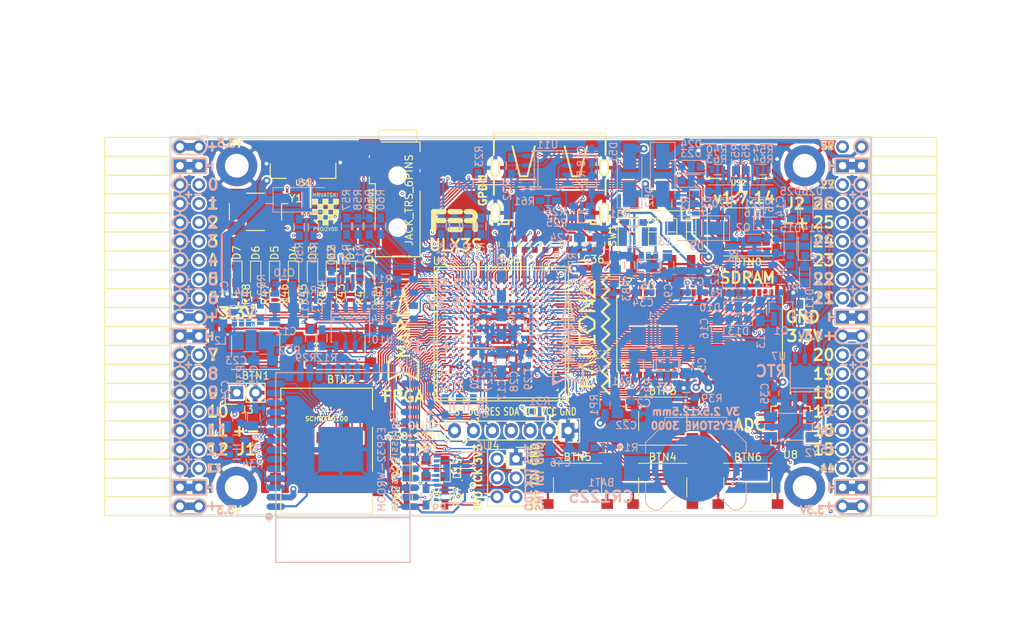
<source format=kicad_pcb>
(kicad_pcb (version 4) (host pcbnew 4.0.7+dfsg1-1)
  (layers (0 F.Cu signal) (1 In1.Cu signal) (2 In2.Cu signal) (31 B.Cu signal) (34 B.Paste user) (35 F.Paste user) (36 B.SilkS user) (37 F.SilkS user) (38 B.Mask user) (39 F.Mask user) (44 Edge.Cuts user))
  (net 0 "")
  (net 1 GND)
  (net 2 +5V)
  (net 3 /gpio/IN5V)
  (net 4 /gpio/OUT5V)
  (net 5 +3V3)
  (net 6 BTN_D)
  (net 7 BTN_F1)
  (net 8 BTN_F2)
  (net 9 BTN_L)
  (net 10 BTN_R)
  (net 11 BTN_U)
  (net 12 /power/FB1)
  (net 13 +2V5)
  (net 14 /power/PWREN)
  (net 15 /power/FB3)
  (net 16 /power/FB2)
  (net 17 "Net-(D9-Pad1)")
  (net 18 /power/VBAT)
  (net 19 JTAG_TDI)
  (net 20 JTAG_TCK)
  (net 21 JTAG_TMS)
  (net 22 JTAG_TDO)
  (net 23 /power/WAKEUPn)
  (net 24 /power/WKUP)
  (net 25 /power/SHUT)
  (net 26 /power/WAKE)
  (net 27 /power/HOLD)
  (net 28 /power/WKn)
  (net 29 /power/OSCI_32k)
  (net 30 /power/OSCO_32k)
  (net 31 "Net-(Q2-Pad3)")
  (net 32 SHUTDOWN)
  (net 33 /analog/AUDIO_L)
  (net 34 /analog/AUDIO_R)
  (net 35 GPDI_SDA)
  (net 36 GPDI_SCL)
  (net 37 /gpdi/VREF2)
  (net 38 SD_CMD)
  (net 39 SD_CLK)
  (net 40 SD_D0)
  (net 41 SD_D1)
  (net 42 USB5V)
  (net 43 GPDI_CEC)
  (net 44 nRESET)
  (net 45 FTDI_nDTR)
  (net 46 SDRAM_CKE)
  (net 47 SDRAM_A7)
  (net 48 SDRAM_D15)
  (net 49 SDRAM_BA1)
  (net 50 SDRAM_D7)
  (net 51 SDRAM_A6)
  (net 52 SDRAM_CLK)
  (net 53 SDRAM_D13)
  (net 54 SDRAM_BA0)
  (net 55 SDRAM_D6)
  (net 56 SDRAM_A5)
  (net 57 SDRAM_D14)
  (net 58 SDRAM_A11)
  (net 59 SDRAM_D12)
  (net 60 SDRAM_D5)
  (net 61 SDRAM_A4)
  (net 62 SDRAM_A10)
  (net 63 SDRAM_D11)
  (net 64 SDRAM_A3)
  (net 65 SDRAM_D4)
  (net 66 SDRAM_D10)
  (net 67 SDRAM_D9)
  (net 68 SDRAM_A9)
  (net 69 SDRAM_D3)
  (net 70 SDRAM_D8)
  (net 71 SDRAM_A8)
  (net 72 SDRAM_A2)
  (net 73 SDRAM_A1)
  (net 74 SDRAM_A0)
  (net 75 SDRAM_D2)
  (net 76 SDRAM_D1)
  (net 77 SDRAM_D0)
  (net 78 SDRAM_DQM0)
  (net 79 SDRAM_nCS)
  (net 80 SDRAM_nRAS)
  (net 81 SDRAM_DQM1)
  (net 82 SDRAM_nCAS)
  (net 83 SDRAM_nWE)
  (net 84 /flash/FLASH_nWP)
  (net 85 /flash/FLASH_nHOLD)
  (net 86 /flash/FLASH_MOSI)
  (net 87 /flash/FLASH_MISO)
  (net 88 /flash/FLASH_SCK)
  (net 89 /flash/FLASH_nCS)
  (net 90 /flash/FPGA_PROGRAMN)
  (net 91 /flash/FPGA_DONE)
  (net 92 /flash/FPGA_INITN)
  (net 93 OLED_RES)
  (net 94 OLED_DC)
  (net 95 OLED_CS)
  (net 96 WIFI_EN)
  (net 97 FTDI_nRTS)
  (net 98 FTDI_TXD)
  (net 99 FTDI_RXD)
  (net 100 WIFI_RXD)
  (net 101 WIFI_GPIO0)
  (net 102 WIFI_TXD)
  (net 103 USB_FTDI_D+)
  (net 104 USB_FTDI_D-)
  (net 105 SD_D3)
  (net 106 AUDIO_L3)
  (net 107 AUDIO_L2)
  (net 108 AUDIO_L1)
  (net 109 AUDIO_L0)
  (net 110 AUDIO_R3)
  (net 111 AUDIO_R2)
  (net 112 AUDIO_R1)
  (net 113 AUDIO_R0)
  (net 114 OLED_CLK)
  (net 115 OLED_MOSI)
  (net 116 LED0)
  (net 117 LED1)
  (net 118 LED2)
  (net 119 LED3)
  (net 120 LED4)
  (net 121 LED5)
  (net 122 LED6)
  (net 123 LED7)
  (net 124 BTN_PWRn)
  (net 125 FTDI_nTXLED)
  (net 126 FTDI_nSLEEP)
  (net 127 /blinkey/LED_PWREN)
  (net 128 /blinkey/LED_TXLED)
  (net 129 /sdcard/SD3V3)
  (net 130 SD_D2)
  (net 131 CLK_25MHz)
  (net 132 /blinkey/BTNPUL)
  (net 133 /blinkey/BTNPUR)
  (net 134 USB_FPGA_D+)
  (net 135 /power/FTDI_nSUSPEND)
  (net 136 /blinkey/ALED0)
  (net 137 /blinkey/ALED1)
  (net 138 /blinkey/ALED2)
  (net 139 /blinkey/ALED3)
  (net 140 /blinkey/ALED4)
  (net 141 /blinkey/ALED5)
  (net 142 /blinkey/ALED6)
  (net 143 /blinkey/ALED7)
  (net 144 /usb/FTD-)
  (net 145 /usb/FTD+)
  (net 146 ADC_MISO)
  (net 147 ADC_MOSI)
  (net 148 ADC_CSn)
  (net 149 ADC_SCLK)
  (net 150 SW3)
  (net 151 SW2)
  (net 152 SW1)
  (net 153 USB_FPGA_D-)
  (net 154 /usb/FPD+)
  (net 155 /usb/FPD-)
  (net 156 WIFI_GPIO16)
  (net 157 /usb/ANT_433MHz)
  (net 158 /power/PWRBTn)
  (net 159 PROG_DONE)
  (net 160 /power/P3V3)
  (net 161 /power/P2V5)
  (net 162 /power/L1)
  (net 163 /power/L3)
  (net 164 /power/L2)
  (net 165 FTDI_TXDEN)
  (net 166 SDRAM_A12)
  (net 167 /analog/AUDIO_V)
  (net 168 AUDIO_V3)
  (net 169 AUDIO_V2)
  (net 170 AUDIO_V1)
  (net 171 AUDIO_V0)
  (net 172 /blinkey/LED_WIFI)
  (net 173 /power/P1V1)
  (net 174 +1V1)
  (net 175 SW4)
  (net 176 /blinkey/SWPU)
  (net 177 /wifi/WIFIEN)
  (net 178 FT2V5)
  (net 179 GN0)
  (net 180 GP0)
  (net 181 GN1)
  (net 182 GP1)
  (net 183 GN2)
  (net 184 GP2)
  (net 185 GN3)
  (net 186 GP3)
  (net 187 GN4)
  (net 188 GP4)
  (net 189 GN5)
  (net 190 GP5)
  (net 191 GN6)
  (net 192 GP6)
  (net 193 GN14)
  (net 194 GP14)
  (net 195 GN15)
  (net 196 GP15)
  (net 197 GN16)
  (net 198 GP16)
  (net 199 GN17)
  (net 200 GP17)
  (net 201 GN18)
  (net 202 GP18)
  (net 203 GN19)
  (net 204 GP19)
  (net 205 GN20)
  (net 206 GP20)
  (net 207 GN21)
  (net 208 GP21)
  (net 209 GN22)
  (net 210 GP22)
  (net 211 GN23)
  (net 212 GP23)
  (net 213 GN24)
  (net 214 GP24)
  (net 215 GN25)
  (net 216 GP25)
  (net 217 GN26)
  (net 218 GP26)
  (net 219 GN27)
  (net 220 GP27)
  (net 221 GN7)
  (net 222 GP7)
  (net 223 GN8)
  (net 224 GP8)
  (net 225 GN9)
  (net 226 GP9)
  (net 227 GN10)
  (net 228 GP10)
  (net 229 GN11)
  (net 230 GP11)
  (net 231 GN12)
  (net 232 GP12)
  (net 233 GN13)
  (net 234 GP13)
  (net 235 WIFI_GPIO5)
  (net 236 WIFI_GPIO17)
  (net 237 USB_FPGA_PULL_D+)
  (net 238 USB_FPGA_PULL_D-)
  (net 239 "Net-(D23-Pad2)")
  (net 240 "Net-(D24-Pad1)")
  (net 241 "Net-(D25-Pad2)")
  (net 242 "Net-(D26-Pad1)")
  (net 243 /gpdi/GPDI_ETH+)
  (net 244 FPDI_ETH+)
  (net 245 /gpdi/GPDI_ETH-)
  (net 246 FPDI_ETH-)
  (net 247 /gpdi/GPDI_D2-)
  (net 248 FPDI_D2-)
  (net 249 /gpdi/GPDI_D1-)
  (net 250 FPDI_D1-)
  (net 251 /gpdi/GPDI_D0-)
  (net 252 FPDI_D0-)
  (net 253 /gpdi/GPDI_CLK-)
  (net 254 FPDI_CLK-)
  (net 255 /gpdi/GPDI_D2+)
  (net 256 FPDI_D2+)
  (net 257 /gpdi/GPDI_D1+)
  (net 258 FPDI_D1+)
  (net 259 /gpdi/GPDI_D0+)
  (net 260 FPDI_D0+)
  (net 261 /gpdi/GPDI_CLK+)
  (net 262 FPDI_CLK+)
  (net 263 FPDI_SDA)
  (net 264 FPDI_SCL)
  (net 265 /gpdi/FPDI_CEC)
  (module Socket_Strips:Socket_Strip_Angled_2x20 (layer F.Cu) (at 97.91 62.69 270)
    (fp_text reference J1 (at 40.64 -6.35 360) (layer F.SilkS) (effects (font (size 1.5 1.5) (thickness 0.3))))
    (fp_text value CONN_02X20 hide)
    (pad 1 thru_hole oval (at 0 0 270) (size 1.7272 1.7272) (drill 1.016) (layers *.Cu *.Mask) (net 5 +3V3))
    (pad 2 thru_hole oval (at 0 2.54 270) (size 1.7272 1.7272) (drill 1.016) (layers *.Cu *.Mask) (net 5 +3V3))
    (pad 3 thru_hole rect (at 2.54 0 270) (size 1.7272 1.7272) (drill 1.016) (layers *.Cu *.Mask) (net 1 GND))
    (pad 4 thru_hole rect (at 2.54 2.54 270) (size 1.7272 1.7272) (drill 1.016) (layers *.Cu *.Mask) (net 1 GND))
    (pad 5 thru_hole oval (at 5.08 0 270) (size 1.7272 1.7272) (drill 1.016) (layers *.Cu *.Mask) (net 179 GN0))
    (pad 6 thru_hole oval (at 5.08 2.54 270) (size 1.7272 1.7272) (drill 1.016) (layers *.Cu *.Mask) (net 180 GP0))
    (pad 7 thru_hole oval (at 7.62 0 270) (size 1.7272 1.7272) (drill 1.016) (layers *.Cu *.Mask) (net 181 GN1))
    (pad 8 thru_hole oval (at 7.62 2.54 270) (size 1.7272 1.7272) (drill 1.016) (layers *.Cu *.Mask) (net 182 GP1))
    (pad 9 thru_hole oval (at 10.16 0 270) (size 1.7272 1.7272) (drill 1.016) (layers *.Cu *.Mask) (net 183 GN2))
    (pad 10 thru_hole oval (at 10.16 2.54 270) (size 1.7272 1.7272) (drill 1.016) (layers *.Cu *.Mask) (net 184 GP2))
    (pad 11 thru_hole oval (at 12.7 0 270) (size 1.7272 1.7272) (drill 1.016) (layers *.Cu *.Mask) (net 185 GN3))
    (pad 12 thru_hole oval (at 12.7 2.54 270) (size 1.7272 1.7272) (drill 1.016) (layers *.Cu *.Mask) (net 186 GP3))
    (pad 13 thru_hole oval (at 15.24 0 270) (size 1.7272 1.7272) (drill 1.016) (layers *.Cu *.Mask) (net 187 GN4))
    (pad 14 thru_hole oval (at 15.24 2.54 270) (size 1.7272 1.7272) (drill 1.016) (layers *.Cu *.Mask) (net 188 GP4))
    (pad 15 thru_hole oval (at 17.78 0 270) (size 1.7272 1.7272) (drill 1.016) (layers *.Cu *.Mask) (net 189 GN5))
    (pad 16 thru_hole oval (at 17.78 2.54 270) (size 1.7272 1.7272) (drill 1.016) (layers *.Cu *.Mask) (net 190 GP5))
    (pad 17 thru_hole oval (at 20.32 0 270) (size 1.7272 1.7272) (drill 1.016) (layers *.Cu *.Mask) (net 191 GN6))
    (pad 18 thru_hole oval (at 20.32 2.54 270) (size 1.7272 1.7272) (drill 1.016) (layers *.Cu *.Mask) (net 192 GP6))
    (pad 19 thru_hole oval (at 22.86 0 270) (size 1.7272 1.7272) (drill 1.016) (layers *.Cu *.Mask) (net 5 +3V3))
    (pad 20 thru_hole oval (at 22.86 2.54 270) (size 1.7272 1.7272) (drill 1.016) (layers *.Cu *.Mask) (net 5 +3V3))
    (pad 21 thru_hole rect (at 25.4 0 270) (size 1.7272 1.7272) (drill 1.016) (layers *.Cu *.Mask) (net 1 GND))
    (pad 22 thru_hole rect (at 25.4 2.54 270) (size 1.7272 1.7272) (drill 1.016) (layers *.Cu *.Mask) (net 1 GND))
    (pad 23 thru_hole oval (at 27.94 0 270) (size 1.7272 1.7272) (drill 1.016) (layers *.Cu *.Mask) (net 221 GN7))
    (pad 24 thru_hole oval (at 27.94 2.54 270) (size 1.7272 1.7272) (drill 1.016) (layers *.Cu *.Mask) (net 222 GP7))
    (pad 25 thru_hole oval (at 30.48 0 270) (size 1.7272 1.7272) (drill 1.016) (layers *.Cu *.Mask) (net 223 GN8))
    (pad 26 thru_hole oval (at 30.48 2.54 270) (size 1.7272 1.7272) (drill 1.016) (layers *.Cu *.Mask) (net 224 GP8))
    (pad 27 thru_hole oval (at 33.02 0 270) (size 1.7272 1.7272) (drill 1.016) (layers *.Cu *.Mask) (net 225 GN9))
    (pad 28 thru_hole oval (at 33.02 2.54 270) (size 1.7272 1.7272) (drill 1.016) (layers *.Cu *.Mask) (net 226 GP9))
    (pad 29 thru_hole oval (at 35.56 0 270) (size 1.7272 1.7272) (drill 1.016) (layers *.Cu *.Mask) (net 227 GN10))
    (pad 30 thru_hole oval (at 35.56 2.54 270) (size 1.7272 1.7272) (drill 1.016) (layers *.Cu *.Mask) (net 228 GP10))
    (pad 31 thru_hole oval (at 38.1 0 270) (size 1.7272 1.7272) (drill 1.016) (layers *.Cu *.Mask) (net 229 GN11))
    (pad 32 thru_hole oval (at 38.1 2.54 270) (size 1.7272 1.7272) (drill 1.016) (layers *.Cu *.Mask) (net 230 GP11))
    (pad 33 thru_hole oval (at 40.64 0 270) (size 1.7272 1.7272) (drill 1.016) (layers *.Cu *.Mask) (net 231 GN12))
    (pad 34 thru_hole oval (at 40.64 2.54 270) (size 1.7272 1.7272) (drill 1.016) (layers *.Cu *.Mask) (net 232 GP12))
    (pad 35 thru_hole oval (at 43.18 0 270) (size 1.7272 1.7272) (drill 1.016) (layers *.Cu *.Mask) (net 233 GN13))
    (pad 36 thru_hole oval (at 43.18 2.54 270) (size 1.7272 1.7272) (drill 1.016) (layers *.Cu *.Mask) (net 234 GP13))
    (pad 37 thru_hole rect (at 45.72 0 270) (size 1.7272 1.7272) (drill 1.016) (layers *.Cu *.Mask) (net 1 GND))
    (pad 38 thru_hole rect (at 45.72 2.54 270) (size 1.7272 1.7272) (drill 1.016) (layers *.Cu *.Mask) (net 1 GND))
    (pad 39 thru_hole oval (at 48.26 0 270) (size 1.7272 1.7272) (drill 1.016) (layers *.Cu *.Mask) (net 5 +3V3))
    (pad 40 thru_hole oval (at 48.26 2.54 270) (size 1.7272 1.7272) (drill 1.016) (layers *.Cu *.Mask) (net 5 +3V3))
  )
  (module SMD_Packages:1Pin (layer F.Cu) (at 182.67515 111.637626)
    (fp_text reference AE1 hide)
    (fp_text value 433MHz hide)
    (pad 1 smd rect (at 0 0) (size 0.5 0.5) (layers B.Cu F.Paste F.Mask) (net 157 /usb/ANT_433MHz))
  )
  (module Resistors_SMD:R_0603_HandSoldering (layer B.Cu) (at 103.498 98.758 90)
    (fp_text reference R38 (at 5.334 0 90) (layer B.SilkS) (effects (justify mirror)))
    (fp_text value 0.47)
    (pad 1 smd rect (at -1.1 0 90) (size 1.2 0.9) (layers B.Cu B.Paste B.Mask) (net 129 /sdcard/SD3V3))
    (pad 2 smd rect (at 1.1 0 90) (size 1.2 0.9) (layers B.Cu B.Paste B.Mask) (net 5 +3V3))
  )
  (module Diodes_SMD:D_SMA_Handsoldering (layer B.Cu) (at 155.695 66.5 90)
    (fp_text reference D51 (at 3.048 -2.159 90) (layer B.SilkS) (effects (justify mirror)))
    (fp_text value STPS2L30AF hide)
    (pad 1 smd rect (at -2.5 0 90) (size 3.5 1.8) (layers B.Cu B.Paste B.Mask) (net 2 +5V))
    (pad 2 smd rect (at 2.5 0 90) (size 3.5 1.8) (layers B.Cu B.Paste B.Mask) (net 3 /gpio/IN5V))
  )
  (module Resistors_SMD:R_0603_HandSoldering (layer B.Cu) (at 156.33 72.85 180)
    (fp_text reference R51 (at 1.905 1.143 180) (layer B.SilkS) (effects (justify mirror)))
    (fp_text value 150)
    (pad 1 smd rect (at -1.1 0 180) (size 1.2 0.9) (layers B.Cu B.Paste B.Mask) (net 5 +3V3))
    (pad 2 smd rect (at 1.1 0 180) (size 1.2 0.9) (layers B.Cu B.Paste B.Mask) (net 176 /blinkey/SWPU))
  )
  (module Resistors_SMD:R_1210_HandSoldering (layer B.Cu) (at 158.87 88.09 180)
    (fp_text reference L1 (at 0 2.7 180) (layer B.SilkS) (effects (justify mirror)))
    (fp_text value 2.2uH)
    (pad 1 smd rect (at -2 0 180) (size 2 2.5) (layers B.Cu B.Paste B.Mask) (net 162 /power/L1))
    (pad 2 smd rect (at 2 0 180) (size 2 2.5) (layers B.Cu B.Paste B.Mask) (net 173 /power/P1V1))
  )
  (module TSOT-25:TSOT-25 (layer B.Cu) (at 160.775 91.9)
    (fp_text reference U3 (at -0.381 3.048) (layer B.SilkS) (effects (font (thickness 0.2)) (justify mirror)))
    (fp_text value TLV62569DBV)
    (pad 1 smd rect (at -0.95 -1.3) (size 0.7 1.2) (layers B.Cu B.Paste B.Mask) (net 14 /power/PWREN))
    (pad 2 smd rect (at 0 -1.3) (size 0.7 1.2) (layers B.Cu B.Paste B.Mask) (net 1 GND))
    (pad 3 smd rect (at 0.95 -1.3) (size 0.7 1.2) (layers B.Cu B.Paste B.Mask) (net 162 /power/L1))
    (pad 4 smd rect (at 0.95 1.3) (size 0.7 1.2) (layers B.Cu B.Paste B.Mask) (net 2 +5V))
    (pad 5 smd rect (at -0.95 1.3) (size 0.7 1.2) (layers B.Cu B.Paste B.Mask) (net 12 /power/FB1))
  )
  (module Resistors_SMD:R_1210_HandSoldering (layer B.Cu) (at 104.895 88.725)
    (fp_text reference L2 (at -4.064 0) (layer B.SilkS) (effects (justify mirror)))
    (fp_text value 2.2uH)
    (pad 1 smd rect (at -2 0) (size 2 2.5) (layers B.Cu B.Paste B.Mask) (net 164 /power/L2))
    (pad 2 smd rect (at 2 0) (size 2 2.5) (layers B.Cu B.Paste B.Mask) (net 161 /power/P2V5))
  )
  (module TSOT-25:TSOT-25 (layer B.Cu) (at 103.625 84.915 180)
    (fp_text reference U4 (at 0 2.697 180) (layer B.SilkS) (effects (font (thickness 0.2)) (justify mirror)))
    (fp_text value TLV62569DBV)
    (pad 1 smd rect (at -0.95 -1.3 180) (size 0.7 1.2) (layers B.Cu B.Paste B.Mask) (net 14 /power/PWREN))
    (pad 2 smd rect (at 0 -1.3 180) (size 0.7 1.2) (layers B.Cu B.Paste B.Mask) (net 1 GND))
    (pad 3 smd rect (at 0.95 -1.3 180) (size 0.7 1.2) (layers B.Cu B.Paste B.Mask) (net 164 /power/L2))
    (pad 4 smd rect (at 0.95 1.3 180) (size 0.7 1.2) (layers B.Cu B.Paste B.Mask) (net 2 +5V))
    (pad 5 smd rect (at -0.95 1.3 180) (size 0.7 1.2) (layers B.Cu B.Paste B.Mask) (net 16 /power/FB2))
  )
  (module Resistors_SMD:R_1210_HandSoldering (layer B.Cu) (at 156.33 74.755 180)
    (fp_text reference L3 (at -4.064 -0.635 180) (layer B.SilkS) (effects (justify mirror)))
    (fp_text value 2.2uH)
    (pad 1 smd rect (at -2 0 180) (size 2 2.5) (layers B.Cu B.Paste B.Mask) (net 163 /power/L3))
    (pad 2 smd rect (at 2 0 180) (size 2 2.5) (layers B.Cu B.Paste B.Mask) (net 160 /power/P3V3))
  )
  (module TSOT-25:TSOT-25 (layer B.Cu) (at 158.235 78.692)
    (fp_text reference U5 (at -0.127 2.667) (layer B.SilkS) (effects (font (thickness 0.2)) (justify mirror)))
    (fp_text value TLV62569DBV)
    (pad 1 smd rect (at -0.95 -1.3) (size 0.7 1.2) (layers B.Cu B.Paste B.Mask) (net 14 /power/PWREN))
    (pad 2 smd rect (at 0 -1.3) (size 0.7 1.2) (layers B.Cu B.Paste B.Mask) (net 1 GND))
    (pad 3 smd rect (at 0.95 -1.3) (size 0.7 1.2) (layers B.Cu B.Paste B.Mask) (net 163 /power/L3))
    (pad 4 smd rect (at 0.95 1.3) (size 0.7 1.2) (layers B.Cu B.Paste B.Mask) (net 2 +5V))
    (pad 5 smd rect (at -0.95 1.3) (size 0.7 1.2) (layers B.Cu B.Paste B.Mask) (net 15 /power/FB3))
  )
  (module Capacitors_SMD:C_0805_HandSoldering (layer B.Cu) (at 101.085 84.915 270)
    (fp_text reference C1 (at -3.302 -0.254 270) (layer B.SilkS) (effects (justify mirror)))
    (fp_text value 22uF)
    (pad 1 smd rect (at -1.25 0 270) (size 1.5 1.25) (layers B.Cu B.Paste B.Mask) (net 2 +5V))
    (pad 2 smd rect (at 1.25 0 270) (size 1.5 1.25) (layers B.Cu B.Paste B.Mask) (net 1 GND))
  )
  (module Capacitors_SMD:C_0805_HandSoldering (layer B.Cu) (at 155.06 90.63)
    (fp_text reference C3 (at -3.048 0) (layer B.SilkS) (effects (justify mirror)))
    (fp_text value 22uF)
    (pad 1 smd rect (at -1.25 0) (size 1.5 1.25) (layers B.Cu B.Paste B.Mask) (net 173 /power/P1V1))
    (pad 2 smd rect (at 1.25 0) (size 1.5 1.25) (layers B.Cu B.Paste B.Mask) (net 1 GND))
  )
  (module Capacitors_SMD:C_0805_HandSoldering (layer B.Cu) (at 155.06 92.535)
    (fp_text reference C4 (at -3.048 0.127) (layer B.SilkS) (effects (justify mirror)))
    (fp_text value 22uF)
    (pad 1 smd rect (at -1.25 0) (size 1.5 1.25) (layers B.Cu B.Paste B.Mask) (net 173 /power/P1V1))
    (pad 2 smd rect (at 1.25 0) (size 1.5 1.25) (layers B.Cu B.Paste B.Mask) (net 1 GND))
  )
  (module Capacitors_SMD:C_0805_HandSoldering (layer B.Cu) (at 163.315 91.9 90)
    (fp_text reference C5 (at 0 2.1 90) (layer B.SilkS) (effects (justify mirror)))
    (fp_text value 22uF)
    (pad 1 smd rect (at -1.25 0 90) (size 1.5 1.25) (layers B.Cu B.Paste B.Mask) (net 2 +5V))
    (pad 2 smd rect (at 1.25 0 90) (size 1.5 1.25) (layers B.Cu B.Paste B.Mask) (net 1 GND))
  )
  (module Capacitors_SMD:C_0805_HandSoldering (layer B.Cu) (at 152.52 79.2)
    (fp_text reference C7 (at -6.096 0) (layer B.SilkS) (effects (justify mirror)))
    (fp_text value 22uF)
    (pad 1 smd rect (at -1.25 0) (size 1.5 1.25) (layers B.Cu B.Paste B.Mask) (net 160 /power/P3V3))
    (pad 2 smd rect (at 1.25 0) (size 1.5 1.25) (layers B.Cu B.Paste B.Mask) (net 1 GND))
  )
  (module Capacitors_SMD:C_0805_HandSoldering (layer B.Cu) (at 152.52 77.295)
    (fp_text reference C8 (at -6.096 0) (layer B.SilkS) (effects (justify mirror)))
    (fp_text value 22uF)
    (pad 1 smd rect (at -1.25 0) (size 1.5 1.25) (layers B.Cu B.Paste B.Mask) (net 160 /power/P3V3))
    (pad 2 smd rect (at 1.25 0) (size 1.5 1.25) (layers B.Cu B.Paste B.Mask) (net 1 GND))
  )
  (module Capacitors_SMD:C_0805_HandSoldering (layer B.Cu) (at 160.775 78.565 90)
    (fp_text reference C9 (at -3.429 0.127 90) (layer B.SilkS) (effects (justify mirror)))
    (fp_text value 22uF)
    (pad 1 smd rect (at -1.25 0 90) (size 1.5 1.25) (layers B.Cu B.Paste B.Mask) (net 2 +5V))
    (pad 2 smd rect (at 1.25 0 90) (size 1.5 1.25) (layers B.Cu B.Paste B.Mask) (net 1 GND))
  )
  (module Capacitors_SMD:C_0805_HandSoldering (layer B.Cu) (at 109.34 84.28 180)
    (fp_text reference C11 (at -2.794 -0.254 270) (layer B.SilkS) (effects (justify mirror)))
    (fp_text value 22uF)
    (pad 1 smd rect (at -1.25 0 180) (size 1.5 1.25) (layers B.Cu B.Paste B.Mask) (net 161 /power/P2V5))
    (pad 2 smd rect (at 1.25 0 180) (size 1.5 1.25) (layers B.Cu B.Paste B.Mask) (net 1 GND))
  )
  (module Capacitors_SMD:C_0805_HandSoldering (layer B.Cu) (at 109.34 86.185 180)
    (fp_text reference C12 (at -0.254 -1.27 360) (layer B.SilkS) (effects (justify mirror)))
    (fp_text value 22uF)
    (pad 1 smd rect (at -1.25 0 180) (size 1.5 1.25) (layers B.Cu B.Paste B.Mask) (net 161 /power/P2V5))
    (pad 2 smd rect (at 1.25 0 180) (size 1.5 1.25) (layers B.Cu B.Paste B.Mask) (net 1 GND))
  )
  (module Capacitors_SMD:C_0805_HandSoldering (layer B.Cu) (at 173.221 84.788 90)
    (fp_text reference C13 (at -3.556 0.127 90) (layer B.SilkS) (effects (justify mirror)))
    (fp_text value 2.2uF)
    (pad 1 smd rect (at -1.25 0 90) (size 1.5 1.25) (layers B.Cu B.Paste B.Mask) (net 2 +5V))
    (pad 2 smd rect (at 1.25 0 90) (size 1.5 1.25) (layers B.Cu B.Paste B.Mask) (net 24 /power/WKUP))
  )
  (module TO_SOT_Packages_SMD:SOT-23_Handsoldering (layer B.Cu) (at 176.015 84.28 90)
    (fp_text reference Q1 (at -3.1115 0 180) (layer B.SilkS) (effects (justify mirror)))
    (fp_text value BC857)
    (pad 1 smd rect (at -1.5 0.95 90) (size 1.9 0.8) (layers B.Cu B.Paste B.Mask) (net 28 /power/WKn))
    (pad 2 smd rect (at -1.5 -0.95 90) (size 1.9 0.8) (layers B.Cu B.Paste B.Mask) (net 2 +5V))
    (pad 3 smd rect (at 1.5 0 90) (size 1.9 0.8) (layers B.Cu B.Paste B.Mask) (net 24 /power/WKUP))
  )
  (module TO_SOT_Packages_SMD:SOT-23_Handsoldering (layer B.Cu) (at 170.935 76.025 180)
    (fp_text reference Q2 (at 0 2.5 180) (layer B.SilkS) (effects (justify mirror)))
    (fp_text value 2N7002)
    (pad 1 smd rect (at -1.5 0.95 180) (size 1.9 0.8) (layers B.Cu B.Paste B.Mask) (net 25 /power/SHUT))
    (pad 2 smd rect (at -1.5 -0.95 180) (size 1.9 0.8) (layers B.Cu B.Paste B.Mask) (net 1 GND))
    (pad 3 smd rect (at 1.5 0 180) (size 1.9 0.8) (layers B.Cu B.Paste B.Mask) (net 31 "Net-(Q2-Pad3)"))
  )
  (module Capacitors_SMD:C_0603_HandSoldering (layer B.Cu) (at 154.86 96.91)
    (fp_text reference C2 (at 2.74 0.197) (layer B.SilkS) (effects (justify mirror)))
    (fp_text value 470pF)
    (pad 1 smd rect (at -0.95 0) (size 1.2 0.75) (layers B.Cu B.Paste B.Mask) (net 173 /power/P1V1))
    (pad 2 smd rect (at 0.95 0) (size 1.2 0.75) (layers B.Cu B.Paste B.Mask) (net 12 /power/FB1))
  )
  (module Capacitors_SMD:C_0603_HandSoldering (layer B.Cu) (at 152.52 82.375)
    (fp_text reference C6 (at -2.794 0.127) (layer B.SilkS) (effects (justify mirror)))
    (fp_text value 470pF)
    (pad 1 smd rect (at -0.95 0) (size 1.2 0.75) (layers B.Cu B.Paste B.Mask) (net 160 /power/P3V3))
    (pad 2 smd rect (at 0.95 0) (size 1.2 0.75) (layers B.Cu B.Paste B.Mask) (net 15 /power/FB3))
  )
  (module Capacitors_SMD:C_0603_HandSoldering (layer B.Cu) (at 109.34 81.105 180)
    (fp_text reference C10 (at -0.04 1.505 180) (layer B.SilkS) (effects (justify mirror)))
    (fp_text value 470pF)
    (pad 1 smd rect (at -0.95 0 180) (size 1.2 0.75) (layers B.Cu B.Paste B.Mask) (net 161 /power/P2V5))
    (pad 2 smd rect (at 0.95 0 180) (size 1.2 0.75) (layers B.Cu B.Paste B.Mask) (net 16 /power/FB2))
  )
  (module Capacitors_SMD:C_0603_HandSoldering (layer B.Cu) (at 175.38 76.025 270)
    (fp_text reference C14 (at -5.334 -0.508 270) (layer B.SilkS) (effects (justify mirror)))
    (fp_text value 100nF)
    (pad 1 smd rect (at -0.95 0 270) (size 1.2 0.75) (layers B.Cu B.Paste B.Mask) (net 25 /power/SHUT))
    (pad 2 smd rect (at 0.95 0 270) (size 1.2 0.75) (layers B.Cu B.Paste B.Mask) (net 1 GND))
  )
  (module Resistors_SMD:R_0603_HandSoldering (layer B.Cu) (at 170.3 82.375)
    (fp_text reference R1 (at -3.048 0) (layer B.SilkS) (effects (justify mirror)))
    (fp_text value 15k)
    (pad 1 smd rect (at -1.1 0) (size 1.2 0.9) (layers B.Cu B.Paste B.Mask) (net 26 /power/WAKE))
    (pad 2 smd rect (at 1.1 0) (size 1.2 0.9) (layers B.Cu B.Paste B.Mask) (net 14 /power/PWREN))
  )
  (module Resistors_SMD:R_0603_HandSoldering (layer B.Cu) (at 172.84 79.835 90)
    (fp_text reference R2 (at -1.905 1.27 90) (layer B.SilkS) (effects (justify mirror)))
    (fp_text value 47k)
    (pad 1 smd rect (at -1.1 0 90) (size 1.2 0.9) (layers B.Cu B.Paste B.Mask) (net 14 /power/PWREN))
    (pad 2 smd rect (at 1.1 0 90) (size 1.2 0.9) (layers B.Cu B.Paste B.Mask) (net 1 GND))
  )
  (module Resistors_SMD:R_0603_HandSoldering (layer B.Cu) (at 176.015 80.47 180)
    (fp_text reference R4 (at -1.397 -1.27 360) (layer B.SilkS) (effects (justify mirror)))
    (fp_text value 4.7k)
    (pad 1 smd rect (at -1.1 0 180) (size 1.2 0.9) (layers B.Cu B.Paste B.Mask) (net 27 /power/HOLD))
    (pad 2 smd rect (at 1.1 0 180) (size 1.2 0.9) (layers B.Cu B.Paste B.Mask) (net 14 /power/PWREN))
  )
  (module Resistors_SMD:R_0603_HandSoldering (layer B.Cu) (at 174.11 76.025 270)
    (fp_text reference R5 (at -5.461 -0.381 270) (layer B.SilkS) (effects (justify mirror)))
    (fp_text value 4.7M)
    (pad 1 smd rect (at -1.1 0 270) (size 1.2 0.9) (layers B.Cu B.Paste B.Mask) (net 25 /power/SHUT))
    (pad 2 smd rect (at 1.1 0 270) (size 1.2 0.9) (layers B.Cu B.Paste B.Mask) (net 1 GND))
  )
  (module Resistors_SMD:R_0603_HandSoldering (layer B.Cu) (at 178.555 84.915 270)
    (fp_text reference R6 (at 0.762 -1.397 270) (layer B.SilkS) (effects (justify mirror)))
    (fp_text value 1k)
    (pad 1 smd rect (at -1.1 0 270) (size 1.2 0.9) (layers B.Cu B.Paste B.Mask) (net 28 /power/WKn))
    (pad 2 smd rect (at 1.1 0 270) (size 1.2 0.9) (layers B.Cu B.Paste B.Mask) (net 23 /power/WAKEUPn))
  )
  (module Resistors_SMD:R_0603_HandSoldering (layer B.Cu) (at 113.785 84.28 270)
    (fp_text reference R7 (at -2.794 -0.635 270) (layer B.SilkS) (effects (justify mirror)))
    (fp_text value 150)
    (pad 1 smd rect (at -1.1 0 270) (size 1.2 0.9) (layers B.Cu B.Paste B.Mask) (net 5 +3V3))
    (pad 2 smd rect (at 1.1 0 270) (size 1.2 0.9) (layers B.Cu B.Paste B.Mask) (net 132 /blinkey/BTNPUL))
  )
  (module Resistors_SMD:R_0603_HandSoldering (layer B.Cu) (at 170.935 79.835 90)
    (fp_text reference R8 (at 2.54 -1.27 90) (layer B.SilkS) (effects (justify mirror)))
    (fp_text value 1k)
    (pad 1 smd rect (at -1.1 0 90) (size 1.2 0.9) (layers B.Cu B.Paste B.Mask) (net 14 /power/PWREN))
    (pad 2 smd rect (at 1.1 0 90) (size 1.2 0.9) (layers B.Cu B.Paste B.Mask) (net 31 "Net-(Q2-Pad3)"))
  )
  (module Resistors_SMD:R_0603_HandSoldering (layer B.Cu) (at 128.39 109.68 270)
    (fp_text reference R9 (at 1.524 -1.778 360) (layer B.SilkS) (effects (justify mirror)))
    (fp_text value 15k)
    (pad 1 smd rect (at -1.1 0 270) (size 1.2 0.9) (layers B.Cu B.Paste B.Mask) (net 44 nRESET))
    (pad 2 smd rect (at 1.1 0 270) (size 1.2 0.9) (layers B.Cu B.Paste B.Mask) (net 178 FT2V5))
  )
  (module Resistors_SMD:R_0603_HandSoldering (layer B.Cu) (at 152.139 103.076 180)
    (fp_text reference R10 (at -3.302 0 180) (layer B.SilkS) (effects (justify mirror)))
    (fp_text value 150)
    (pad 1 smd rect (at -1.1 0 180) (size 1.2 0.9) (layers B.Cu B.Paste B.Mask) (net 135 /power/FTDI_nSUSPEND))
    (pad 2 smd rect (at 1.1 0 180) (size 1.2 0.9) (layers B.Cu B.Paste B.Mask) (net 126 FTDI_nSLEEP))
  )
  (module Resistors_SMD:R_0603_HandSoldering (layer B.Cu) (at 176.015 78.565 180)
    (fp_text reference R13 (at -5.588 0.762 180) (layer B.SilkS) (effects (justify mirror)))
    (fp_text value 15k)
    (pad 1 smd rect (at -1.1 0 180) (size 1.2 0.9) (layers B.Cu B.Paste B.Mask) (net 32 SHUTDOWN))
    (pad 2 smd rect (at 1.1 0 180) (size 1.2 0.9) (layers B.Cu B.Paste B.Mask) (net 1 GND))
  )
  (module Resistors_SMD:R_0603_HandSoldering (layer B.Cu) (at 154.86 95.64)
    (fp_text reference RA1 (at -0.181 -1.454) (layer B.SilkS) (effects (justify mirror)))
    (fp_text value 15k)
    (pad 1 smd rect (at -1.1 0) (size 1.2 0.9) (layers B.Cu B.Paste B.Mask) (net 173 /power/P1V1))
    (pad 2 smd rect (at 1.1 0) (size 1.2 0.9) (layers B.Cu B.Paste B.Mask) (net 12 /power/FB1))
  )
  (module Resistors_SMD:R_0603_HandSoldering (layer B.Cu) (at 109.34 82.375 180)
    (fp_text reference RA2 (at -3.048 0.381 360) (layer B.SilkS) (effects (justify mirror)))
    (fp_text value 15k)
    (pad 1 smd rect (at -1.1 0 180) (size 1.2 0.9) (layers B.Cu B.Paste B.Mask) (net 161 /power/P2V5))
    (pad 2 smd rect (at 1.1 0 180) (size 1.2 0.9) (layers B.Cu B.Paste B.Mask) (net 16 /power/FB2))
  )
  (module Resistors_SMD:R_0603_HandSoldering (layer B.Cu) (at 152.52 81.105)
    (fp_text reference RA3 (at -3.302 -0.127) (layer B.SilkS) (effects (justify mirror)))
    (fp_text value 15k)
    (pad 1 smd rect (at -1.1 0) (size 1.2 0.9) (layers B.Cu B.Paste B.Mask) (net 160 /power/P3V3))
    (pad 2 smd rect (at 1.1 0) (size 1.2 0.9) (layers B.Cu B.Paste B.Mask) (net 15 /power/FB3))
  )
  (module Resistors_SMD:R_0603_HandSoldering (layer B.Cu) (at 158.235 91.9 270)
    (fp_text reference RB1 (at 3.302 0 270) (layer B.SilkS) (effects (justify mirror)))
    (fp_text value 18k)
    (pad 1 smd rect (at -1.1 0 270) (size 1.2 0.9) (layers B.Cu B.Paste B.Mask) (net 1 GND))
    (pad 2 smd rect (at 1.1 0 270) (size 1.2 0.9) (layers B.Cu B.Paste B.Mask) (net 12 /power/FB1))
  )
  (module Resistors_SMD:R_0603_HandSoldering (layer B.Cu) (at 106.165 84.915 90)
    (fp_text reference RB2 (at 3.683 0.127 90) (layer B.SilkS) (effects (justify mirror)))
    (fp_text value 4.7k)
    (pad 1 smd rect (at -1.1 0 90) (size 1.2 0.9) (layers B.Cu B.Paste B.Mask) (net 1 GND))
    (pad 2 smd rect (at 1.1 0 90) (size 1.2 0.9) (layers B.Cu B.Paste B.Mask) (net 16 /power/FB2))
  )
  (module Resistors_SMD:R_0603_HandSoldering (layer B.Cu) (at 155.695 78.565 270)
    (fp_text reference RB3 (at 3.429 0.395 270) (layer B.SilkS) (effects (justify mirror)))
    (fp_text value 3.3k)
    (pad 1 smd rect (at -1.1 0 270) (size 1.2 0.9) (layers B.Cu B.Paste B.Mask) (net 1 GND))
    (pad 2 smd rect (at 1.1 0 270) (size 1.2 0.9) (layers B.Cu B.Paste B.Mask) (net 15 /power/FB3))
  )
  (module Resistors_SMD:R_0603_HandSoldering (layer B.Cu) (at 125.596 85.804 180)
    (fp_text reference R14 (at 3.175 0 180) (layer B.SilkS) (effects (justify mirror)))
    (fp_text value 1.2k)
    (pad 1 smd rect (at -1.1 0 180) (size 1.2 0.9) (layers B.Cu B.Paste B.Mask) (net 109 AUDIO_L0))
    (pad 2 smd rect (at 1.1 0 180) (size 1.2 0.9) (layers B.Cu B.Paste B.Mask) (net 33 /analog/AUDIO_L))
  )
  (module Resistors_SMD:R_0603_HandSoldering (layer B.Cu) (at 125.596 84.026 180)
    (fp_text reference R15 (at 3.175 -0.001 180) (layer B.SilkS) (effects (justify mirror)))
    (fp_text value 680)
    (pad 1 smd rect (at -1.1 0 180) (size 1.2 0.9) (layers B.Cu B.Paste B.Mask) (net 108 AUDIO_L1))
    (pad 2 smd rect (at 1.1 0 180) (size 1.2 0.9) (layers B.Cu B.Paste B.Mask) (net 33 /analog/AUDIO_L))
  )
  (module Resistors_SMD:R_0603_HandSoldering (layer B.Cu) (at 125.596 82.248 180)
    (fp_text reference R16 (at 3.175 0 180) (layer B.SilkS) (effects (justify mirror)))
    (fp_text value 330)
    (pad 1 smd rect (at -1.1 0 180) (size 1.2 0.9) (layers B.Cu B.Paste B.Mask) (net 107 AUDIO_L2))
    (pad 2 smd rect (at 1.1 0 180) (size 1.2 0.9) (layers B.Cu B.Paste B.Mask) (net 33 /analog/AUDIO_L))
  )
  (module Resistors_SMD:R_0603_HandSoldering (layer B.Cu) (at 125.596 80.47 180)
    (fp_text reference R17 (at 3.175 0 180) (layer B.SilkS) (effects (justify mirror)))
    (fp_text value 150)
    (pad 1 smd rect (at -1.1 0 180) (size 1.2 0.9) (layers B.Cu B.Paste B.Mask) (net 106 AUDIO_L3))
    (pad 2 smd rect (at 1.1 0 180) (size 1.2 0.9) (layers B.Cu B.Paste B.Mask) (net 33 /analog/AUDIO_L))
  )
  (module Resistors_SMD:R_0603_HandSoldering (layer B.Cu) (at 130.422 73.358 90)
    (fp_text reference R18 (at -3.556 0 90) (layer B.SilkS) (effects (justify mirror)))
    (fp_text value 1.2k)
    (pad 1 smd rect (at -1.1 0 90) (size 1.2 0.9) (layers B.Cu B.Paste B.Mask) (net 113 AUDIO_R0))
    (pad 2 smd rect (at 1.1 0 90) (size 1.2 0.9) (layers B.Cu B.Paste B.Mask) (net 34 /analog/AUDIO_R))
  )
  (module Resistors_SMD:R_0603_HandSoldering (layer B.Cu) (at 132.2 73.358 90)
    (fp_text reference R19 (at -3.556 0 90) (layer B.SilkS) (effects (justify mirror)))
    (fp_text value 680)
    (pad 1 smd rect (at -1.1 0 90) (size 1.2 0.9) (layers B.Cu B.Paste B.Mask) (net 112 AUDIO_R1))
    (pad 2 smd rect (at 1.1 0 90) (size 1.2 0.9) (layers B.Cu B.Paste B.Mask) (net 34 /analog/AUDIO_R))
  )
  (module Resistors_SMD:R_0603_HandSoldering (layer B.Cu) (at 133.978 73.358 90)
    (fp_text reference R20 (at -3.556 0 90) (layer B.SilkS) (effects (justify mirror)))
    (fp_text value 330)
    (pad 1 smd rect (at -1.1 0 90) (size 1.2 0.9) (layers B.Cu B.Paste B.Mask) (net 111 AUDIO_R2))
    (pad 2 smd rect (at 1.1 0 90) (size 1.2 0.9) (layers B.Cu B.Paste B.Mask) (net 34 /analog/AUDIO_R))
  )
  (module Resistors_SMD:R_0603_HandSoldering (layer B.Cu) (at 135.756 73.358 90)
    (fp_text reference R21 (at -3.556 0 90) (layer B.SilkS) (effects (justify mirror)))
    (fp_text value 150)
    (pad 1 smd rect (at -1.1 0 90) (size 1.2 0.9) (layers B.Cu B.Paste B.Mask) (net 110 AUDIO_R3))
    (pad 2 smd rect (at 1.1 0 90) (size 1.2 0.9) (layers B.Cu B.Paste B.Mask) (net 34 /analog/AUDIO_R))
  )
  (module Capacitors_SMD:C_0603_HandSoldering (layer B.Cu) (at 150.5896 63.96 90)
    (fp_text reference C18 (at 0 -1.3716 90) (layer B.SilkS) (effects (justify mirror)))
    (fp_text value 470pF)
    (pad 1 smd rect (at -0.95 0 90) (size 1.2 0.75) (layers B.Cu B.Paste B.Mask) (net 37 /gpdi/VREF2))
    (pad 2 smd rect (at 0.95 0 90) (size 1.2 0.75) (layers B.Cu B.Paste B.Mask) (net 1 GND))
  )
  (module Socket_Strips:Socket_Strip_Angled_2x20 (layer F.Cu) (at 184.27 110.95 90)
    (fp_text reference J2 (at 40.64 -6.35 180) (layer F.SilkS) (effects (font (size 1.5 1.5) (thickness 0.3))))
    (fp_text value CONN_02X20 hide)
    (pad 1 thru_hole oval (at 0 0 90) (size 1.7272 1.7272) (drill 1.016) (layers *.Cu *.Mask) (net 5 +3V3))
    (pad 2 thru_hole oval (at 0 2.54 90) (size 1.7272 1.7272) (drill 1.016) (layers *.Cu *.Mask) (net 5 +3V3))
    (pad 3 thru_hole rect (at 2.54 0 90) (size 1.7272 1.7272) (drill 1.016) (layers *.Cu *.Mask) (net 1 GND))
    (pad 4 thru_hole rect (at 2.54 2.54 90) (size 1.7272 1.7272) (drill 1.016) (layers *.Cu *.Mask) (net 1 GND))
    (pad 5 thru_hole oval (at 5.08 0 90) (size 1.7272 1.7272) (drill 1.016) (layers *.Cu *.Mask) (net 193 GN14))
    (pad 6 thru_hole oval (at 5.08 2.54 90) (size 1.7272 1.7272) (drill 1.016) (layers *.Cu *.Mask) (net 194 GP14))
    (pad 7 thru_hole oval (at 7.62 0 90) (size 1.7272 1.7272) (drill 1.016) (layers *.Cu *.Mask) (net 195 GN15))
    (pad 8 thru_hole oval (at 7.62 2.54 90) (size 1.7272 1.7272) (drill 1.016) (layers *.Cu *.Mask) (net 196 GP15))
    (pad 9 thru_hole oval (at 10.16 0 90) (size 1.7272 1.7272) (drill 1.016) (layers *.Cu *.Mask) (net 197 GN16))
    (pad 10 thru_hole oval (at 10.16 2.54 90) (size 1.7272 1.7272) (drill 1.016) (layers *.Cu *.Mask) (net 198 GP16))
    (pad 11 thru_hole oval (at 12.7 0 90) (size 1.7272 1.7272) (drill 1.016) (layers *.Cu *.Mask) (net 199 GN17))
    (pad 12 thru_hole oval (at 12.7 2.54 90) (size 1.7272 1.7272) (drill 1.016) (layers *.Cu *.Mask) (net 200 GP17))
    (pad 13 thru_hole oval (at 15.24 0 90) (size 1.7272 1.7272) (drill 1.016) (layers *.Cu *.Mask) (net 201 GN18))
    (pad 14 thru_hole oval (at 15.24 2.54 90) (size 1.7272 1.7272) (drill 1.016) (layers *.Cu *.Mask) (net 202 GP18))
    (pad 15 thru_hole oval (at 17.78 0 90) (size 1.7272 1.7272) (drill 1.016) (layers *.Cu *.Mask) (net 203 GN19))
    (pad 16 thru_hole oval (at 17.78 2.54 90) (size 1.7272 1.7272) (drill 1.016) (layers *.Cu *.Mask) (net 204 GP19))
    (pad 17 thru_hole oval (at 20.32 0 90) (size 1.7272 1.7272) (drill 1.016) (layers *.Cu *.Mask) (net 205 GN20))
    (pad 18 thru_hole oval (at 20.32 2.54 90) (size 1.7272 1.7272) (drill 1.016) (layers *.Cu *.Mask) (net 206 GP20))
    (pad 19 thru_hole oval (at 22.86 0 90) (size 1.7272 1.7272) (drill 1.016) (layers *.Cu *.Mask) (net 5 +3V3))
    (pad 20 thru_hole oval (at 22.86 2.54 90) (size 1.7272 1.7272) (drill 1.016) (layers *.Cu *.Mask) (net 5 +3V3))
    (pad 21 thru_hole rect (at 25.4 0 90) (size 1.7272 1.7272) (drill 1.016) (layers *.Cu *.Mask) (net 1 GND))
    (pad 22 thru_hole rect (at 25.4 2.54 90) (size 1.7272 1.7272) (drill 1.016) (layers *.Cu *.Mask) (net 1 GND))
    (pad 23 thru_hole oval (at 27.94 0 90) (size 1.7272 1.7272) (drill 1.016) (layers *.Cu *.Mask) (net 207 GN21))
    (pad 24 thru_hole oval (at 27.94 2.54 90) (size 1.7272 1.7272) (drill 1.016) (layers *.Cu *.Mask) (net 208 GP21))
    (pad 25 thru_hole oval (at 30.48 0 90) (size 1.7272 1.7272) (drill 1.016) (layers *.Cu *.Mask) (net 209 GN22))
    (pad 26 thru_hole oval (at 30.48 2.54 90) (size 1.7272 1.7272) (drill 1.016) (layers *.Cu *.Mask) (net 210 GP22))
    (pad 27 thru_hole oval (at 33.02 0 90) (size 1.7272 1.7272) (drill 1.016) (layers *.Cu *.Mask) (net 211 GN23))
    (pad 28 thru_hole oval (at 33.02 2.54 90) (size 1.7272 1.7272) (drill 1.016) (layers *.Cu *.Mask) (net 212 GP23))
    (pad 29 thru_hole oval (at 35.56 0 90) (size 1.7272 1.7272) (drill 1.016) (layers *.Cu *.Mask) (net 213 GN24))
    (pad 30 thru_hole oval (at 35.56 2.54 90) (size 1.7272 1.7272) (drill 1.016) (layers *.Cu *.Mask) (net 214 GP24))
    (pad 31 thru_hole oval (at 38.1 0 90) (size 1.7272 1.7272) (drill 1.016) (layers *.Cu *.Mask) (net 215 GN25))
    (pad 32 thru_hole oval (at 38.1 2.54 90) (size 1.7272 1.7272) (drill 1.016) (layers *.Cu *.Mask) (net 216 GP25))
    (pad 33 thru_hole oval (at 40.64 0 90) (size 1.7272 1.7272) (drill 1.016) (layers *.Cu *.Mask) (net 217 GN26))
    (pad 34 thru_hole oval (at 40.64 2.54 90) (size 1.7272 1.7272) (drill 1.016) (layers *.Cu *.Mask) (net 218 GP26))
    (pad 35 thru_hole oval (at 43.18 0 90) (size 1.7272 1.7272) (drill 1.016) (layers *.Cu *.Mask) (net 219 GN27))
    (pad 36 thru_hole oval (at 43.18 2.54 90) (size 1.7272 1.7272) (drill 1.016) (layers *.Cu *.Mask) (net 220 GP27))
    (pad 37 thru_hole rect (at 45.72 0 90) (size 1.7272 1.7272) (drill 1.016) (layers *.Cu *.Mask) (net 1 GND))
    (pad 38 thru_hole rect (at 45.72 2.54 90) (size 1.7272 1.7272) (drill 1.016) (layers *.Cu *.Mask) (net 1 GND))
    (pad 39 thru_hole oval (at 48.26 0 90) (size 1.7272 1.7272) (drill 1.016) (layers *.Cu *.Mask) (net 3 /gpio/IN5V))
    (pad 40 thru_hole oval (at 48.26 2.54 90) (size 1.7272 1.7272) (drill 1.016) (layers *.Cu *.Mask) (net 4 /gpio/OUT5V))
  )
  (module Mounting_Holes:MountingHole_3.2mm_M3_ISO14580_Pad (layer F.Cu) (at 102.99 108.41)
    (fp_text reference H1 hide)
    (fp_text value HOLE hide)
    (pad 1 thru_hole circle (at 0 0) (size 5.5 5.5) (drill 3.2) (layers *.Cu *.Mask) (net 1 GND))
  )
  (module Mounting_Holes:MountingHole_3.2mm_M3_ISO14580_Pad (layer F.Cu) (at 179.19 108.41)
    (fp_text reference H2 hide)
    (fp_text value HOLE hide)
    (pad 1 thru_hole circle (at 0 0) (size 5.5 5.5) (drill 3.2) (layers *.Cu *.Mask) (net 1 GND))
  )
  (module Mounting_Holes:MountingHole_3.2mm_M3_ISO14580_Pad (layer F.Cu) (at 179.19 65.23)
    (fp_text reference H3 hide)
    (fp_text value HOLE hide)
    (pad 1 thru_hole circle (at 0 0) (size 5.5 5.5) (drill 3.2) (layers *.Cu *.Mask) (net 1 GND))
  )
  (module Mounting_Holes:MountingHole_3.2mm_M3_ISO14580_Pad (layer F.Cu) (at 102.99 65.23)
    (fp_text reference H4 hide)
    (fp_text value HOLE hide)
    (pad 1 thru_hole circle (at 0 0) (size 5.5 5.5) (drill 3.2) (layers *.Cu *.Mask) (net 1 GND))
  )
  (module Resistors_SMD:R_0603_HandSoldering (layer B.Cu) (at 162.045 70.31 90)
    (fp_text reference R3 (at 0 1.143 90) (layer B.SilkS) (effects (justify mirror)))
    (fp_text value 4.7k)
    (pad 1 smd rect (at -1.1 0 90) (size 1.2 0.9) (layers B.Cu B.Paste B.Mask) (net 2 +5V))
    (pad 2 smd rect (at 1.1 0 90) (size 1.2 0.9) (layers B.Cu B.Paste B.Mask) (net 158 /power/PWRBTn))
  )
  (module Resistors_SMD:R_0603_HandSoldering (layer B.Cu) (at 139.82 65.23 90)
    (fp_text reference R22 (at -3.27 -0.54 90) (layer B.SilkS) (effects (justify mirror)))
    (fp_text value 2.2k)
    (pad 1 smd rect (at -1.1 0 90) (size 1.2 0.9) (layers B.Cu B.Paste B.Mask) (net 5 +3V3))
    (pad 2 smd rect (at 1.1 0 90) (size 1.2 0.9) (layers B.Cu B.Paste B.Mask) (net 263 FPDI_SDA))
  )
  (module Resistors_SMD:R_0603_HandSoldering (layer B.Cu) (at 135.375 67.432 90)
    (fp_text reference R23 (at 3.472 0.127 90) (layer B.SilkS) (effects (justify mirror)))
    (fp_text value 2.2k)
    (pad 1 smd rect (at -1.1 0 90) (size 1.2 0.9) (layers B.Cu B.Paste B.Mask) (net 5 +3V3))
    (pad 2 smd rect (at 1.1 0 90) (size 1.2 0.9) (layers B.Cu B.Paste B.Mask) (net 264 FPDI_SCL))
  )
  (module Resistors_SMD:R_0603_HandSoldering (layer B.Cu) (at 150.615 67.77 90)
    (fp_text reference R24 (at 0.508 -1.397 90) (layer B.SilkS) (effects (justify mirror)))
    (fp_text value 100k)
    (pad 1 smd rect (at -1.1 0 90) (size 1.2 0.9) (layers B.Cu B.Paste B.Mask) (net 2 +5V))
    (pad 2 smd rect (at 1.1 0 90) (size 1.2 0.9) (layers B.Cu B.Paste B.Mask) (net 37 /gpdi/VREF2))
  )
  (module Resistors_SMD:R_0603_HandSoldering (layer B.Cu) (at 149.175 72.215 180)
    (fp_text reference R25 (at 3.259 -0.685 180) (layer B.SilkS) (effects (justify mirror)))
    (fp_text value 4.7k)
    (pad 1 smd rect (at -1.1 0 180) (size 1.2 0.9) (layers B.Cu B.Paste B.Mask) (net 2 +5V))
    (pad 2 smd rect (at 1.1 0 180) (size 1.2 0.9) (layers B.Cu B.Paste B.Mask) (net 36 GPDI_SCL))
  )
  (module Resistors_SMD:R_0603_HandSoldering (layer B.Cu) (at 149.28 70.6 180)
    (fp_text reference R26 (at 3.5 -0.8 180) (layer B.SilkS) (effects (justify mirror)))
    (fp_text value 4.7k)
    (pad 1 smd rect (at -1.1 0 180) (size 1.2 0.9) (layers B.Cu B.Paste B.Mask) (net 2 +5V))
    (pad 2 smd rect (at 1.1 0 180) (size 1.2 0.9) (layers B.Cu B.Paste B.Mask) (net 35 GPDI_SDA))
  )
  (module Housings_SSOP:SSOP-20_4.4x6.5mm_Pitch0.65mm (layer B.Cu) (at 132.835 107.14 180)
    (fp_text reference U6 (at -3.175 4.318 180) (layer B.SilkS) (effects (justify mirror)))
    (fp_text value FT231XS)
    (pad 1 smd rect (at -2.9 2.925 180) (size 1 0.4) (layers B.Cu B.Paste B.Mask) (net 45 FTDI_nDTR))
    (pad 2 smd rect (at -2.9 2.275 180) (size 1 0.4) (layers B.Cu B.Paste B.Mask) (net 97 FTDI_nRTS))
    (pad 3 smd rect (at -2.9 1.625 180) (size 1 0.4) (layers B.Cu B.Paste B.Mask) (net 178 FT2V5))
    (pad 4 smd rect (at -2.9 0.975 180) (size 1 0.4) (layers B.Cu B.Paste B.Mask) (net 99 FTDI_RXD))
    (pad 5 smd rect (at -2.9 0.325 180) (size 1 0.4) (layers B.Cu B.Paste B.Mask) (net 19 JTAG_TDI))
    (pad 6 smd rect (at -2.9 -0.325 180) (size 1 0.4) (layers B.Cu B.Paste B.Mask) (net 1 GND))
    (pad 7 smd rect (at -2.9 -0.975 180) (size 1 0.4) (layers B.Cu B.Paste B.Mask) (net 20 JTAG_TCK))
    (pad 8 smd rect (at -2.9 -1.625 180) (size 1 0.4) (layers B.Cu B.Paste B.Mask) (net 21 JTAG_TMS))
    (pad 9 smd rect (at -2.9 -2.275 180) (size 1 0.4) (layers B.Cu B.Paste B.Mask) (net 22 JTAG_TDO))
    (pad 10 smd rect (at -2.9 -2.925 180) (size 1 0.4) (layers B.Cu B.Paste B.Mask) (net 125 FTDI_nTXLED))
    (pad 11 smd rect (at 2.9 -2.925 180) (size 1 0.4) (layers B.Cu B.Paste B.Mask) (net 103 USB_FTDI_D+))
    (pad 12 smd rect (at 2.9 -2.275 180) (size 1 0.4) (layers B.Cu B.Paste B.Mask) (net 104 USB_FTDI_D-))
    (pad 13 smd rect (at 2.9 -1.625 180) (size 1 0.4) (layers B.Cu B.Paste B.Mask) (net 178 FT2V5))
    (pad 14 smd rect (at 2.9 -0.975 180) (size 1 0.4) (layers B.Cu B.Paste B.Mask) (net 44 nRESET))
    (pad 15 smd rect (at 2.9 -0.325 180) (size 1 0.4) (layers B.Cu B.Paste B.Mask) (net 42 USB5V))
    (pad 16 smd rect (at 2.9 0.325 180) (size 1 0.4) (layers B.Cu B.Paste B.Mask) (net 1 GND))
    (pad 17 smd rect (at 2.9 0.975 180) (size 1 0.4) (layers B.Cu B.Paste B.Mask))
    (pad 18 smd rect (at 2.9 1.625 180) (size 1 0.4) (layers B.Cu B.Paste B.Mask) (net 165 FTDI_TXDEN))
    (pad 19 smd rect (at 2.9 2.275 180) (size 1 0.4) (layers B.Cu B.Paste B.Mask) (net 126 FTDI_nSLEEP))
    (pad 20 smd rect (at 2.9 2.925 180) (size 1 0.4) (layers B.Cu B.Paste B.Mask) (net 98 FTDI_TXD))
  )
  (module Resistors_SMD:R_0603_HandSoldering (layer B.Cu) (at 119.5 80.47 270)
    (fp_text reference R11 (at -3.302 0 270) (layer B.SilkS) (effects (justify mirror)))
    (fp_text value 10k)
    (pad 1 smd rect (at -1.1 0 270) (size 1.2 0.9) (layers B.Cu B.Paste B.Mask) (net 5 +3V3))
    (pad 2 smd rect (at 1.1 0 270) (size 1.2 0.9) (layers B.Cu B.Paste B.Mask) (net 84 /flash/FLASH_nWP))
  )
  (module Resistors_SMD:R_0603_HandSoldering (layer B.Cu) (at 114.42 88.344 90)
    (fp_text reference R12 (at -2.667 0.635 360) (layer B.SilkS) (effects (justify mirror)))
    (fp_text value 10k)
    (pad 1 smd rect (at -1.1 0 90) (size 1.2 0.9) (layers B.Cu B.Paste B.Mask) (net 5 +3V3))
    (pad 2 smd rect (at 1.1 0 90) (size 1.2 0.9) (layers B.Cu B.Paste B.Mask) (net 85 /flash/FLASH_nHOLD))
  )
  (module Resistors_SMD:R_0603_HandSoldering (layer B.Cu) (at 129.025 96.175 90)
    (fp_text reference R27 (at -3.218 0 90) (layer B.SilkS) (effects (justify mirror)))
    (fp_text value 10k)
    (pad 1 smd rect (at -1.1 0 90) (size 1.2 0.9) (layers B.Cu B.Paste B.Mask) (net 5 +3V3))
    (pad 2 smd rect (at 1.1 0 90) (size 1.2 0.9) (layers B.Cu B.Paste B.Mask) (net 86 /flash/FLASH_MOSI))
  )
  (module Resistors_SMD:R_0603_HandSoldering (layer B.Cu) (at 117.595 80.47 270)
    (fp_text reference R28 (at -3.302 -0.127 270) (layer B.SilkS) (effects (justify mirror)))
    (fp_text value 10k)
    (pad 1 smd rect (at -1.1 0 270) (size 1.2 0.9) (layers B.Cu B.Paste B.Mask) (net 5 +3V3))
    (pad 2 smd rect (at 1.1 0 270) (size 1.2 0.9) (layers B.Cu B.Paste B.Mask) (net 87 /flash/FLASH_MISO))
  )
  (module Resistors_SMD:R_0603_HandSoldering (layer B.Cu) (at 112.896 88.344 90)
    (fp_text reference R29 (at -2.667 -0.635 360) (layer B.SilkS) (effects (justify mirror)))
    (fp_text value 1k)
    (pad 1 smd rect (at -1.1 0 90) (size 1.2 0.9) (layers B.Cu B.Paste B.Mask) (net 5 +3V3))
    (pad 2 smd rect (at 1.1 0 90) (size 1.2 0.9) (layers B.Cu B.Paste B.Mask) (net 88 /flash/FLASH_SCK))
  )
  (module Resistors_SMD:R_0603_HandSoldering (layer B.Cu) (at 115.69 80.47 270)
    (fp_text reference R30 (at -3.302 0 270) (layer B.SilkS) (effects (justify mirror)))
    (fp_text value 4.7k)
    (pad 1 smd rect (at -1.1 0 270) (size 1.2 0.9) (layers B.Cu B.Paste B.Mask) (net 5 +3V3))
    (pad 2 smd rect (at 1.1 0 270) (size 1.2 0.9) (layers B.Cu B.Paste B.Mask) (net 89 /flash/FLASH_nCS))
  )
  (module Resistors_SMD:R_0603_HandSoldering (layer B.Cu) (at 143.63 98.25 180)
    (fp_text reference R31 (at 0 1.397 180) (layer B.SilkS) (effects (justify mirror)))
    (fp_text value 10k)
    (pad 1 smd rect (at -1.1 0 180) (size 1.2 0.9) (layers B.Cu B.Paste B.Mask) (net 5 +3V3))
    (pad 2 smd rect (at 1.1 0 180) (size 1.2 0.9) (layers B.Cu B.Paste B.Mask) (net 90 /flash/FPGA_PROGRAMN))
  )
  (module Resistors_SMD:R_0603_HandSoldering (layer B.Cu) (at 132.835 97.615 90)
    (fp_text reference R32 (at 3.429 0 90) (layer B.SilkS) (effects (justify mirror)))
    (fp_text value 10k)
    (pad 1 smd rect (at -1.1 0 90) (size 1.2 0.9) (layers B.Cu B.Paste B.Mask) (net 5 +3V3))
    (pad 2 smd rect (at 1.1 0 90) (size 1.2 0.9) (layers B.Cu B.Paste B.Mask) (net 91 /flash/FPGA_DONE))
  )
  (module Resistors_SMD:R_0603_HandSoldering (layer B.Cu) (at 130.93 97.615 90)
    (fp_text reference R33 (at 3.556 0.127 90) (layer B.SilkS) (effects (justify mirror)))
    (fp_text value 10k)
    (pad 1 smd rect (at -1.1 0 90) (size 1.2 0.9) (layers B.Cu B.Paste B.Mask) (net 5 +3V3))
    (pad 2 smd rect (at 1.1 0 90) (size 1.2 0.9) (layers B.Cu B.Paste B.Mask) (net 92 /flash/FPGA_INITN))
  )
  (module Resistors_SMD:R_0603_HandSoldering (layer B.Cu) (at 102.99 103.965)
    (fp_text reference R34 (at 2.159 1.27 180) (layer B.SilkS) (effects (justify mirror)))
    (fp_text value 15k)
    (pad 1 smd rect (at -1.1 0) (size 1.2 0.9) (layers B.Cu B.Paste B.Mask) (net 5 +3V3))
    (pad 2 smd rect (at 1.1 0) (size 1.2 0.9) (layers B.Cu B.Paste B.Mask) (net 96 WIFI_EN))
  )
  (module Socket_Strips:Socket_Strip_Straight_2x01 (layer F.Cu) (at 102.99 95.71 90)
    (fp_text reference J3 (at -2.286 1.397 180) (layer F.SilkS))
    (fp_text value WIFI_OFF)
    (pad 1 thru_hole rect (at 0 0 90) (size 1.7272 1.7272) (drill 1.016) (layers *.Cu *.Mask) (net 177 /wifi/WIFIEN))
    (pad 2 thru_hole oval (at 0 2.54 90) (size 1.7272 1.7272) (drill 1.016) (layers *.Cu *.Mask) (net 1 GND))
  )
  (module Resistors_SMD:R_0603_HandSoldering (layer B.Cu) (at 102.99 102.06 180)
    (fp_text reference R35 (at -2.667 -0.508 270) (layer B.SilkS) (effects (justify mirror)))
    (fp_text value 470)
    (pad 1 smd rect (at -1.1 0 180) (size 1.2 0.9) (layers B.Cu B.Paste B.Mask) (net 96 WIFI_EN))
    (pad 2 smd rect (at 1.1 0 180) (size 1.2 0.9) (layers B.Cu B.Paste B.Mask) (net 177 /wifi/WIFIEN))
  )
  (module Resistors_SMD:R_0603_HandSoldering (layer F.Cu) (at 128.39 109.68 270)
    (fp_text reference R36 (at 0 -1.27 270) (layer F.SilkS))
    (fp_text value 1k)
    (pad 1 smd rect (at -1.1 0 270) (size 1.2 0.9) (layers F.Cu F.Paste F.Mask) (net 127 /blinkey/LED_PWREN))
    (pad 2 smd rect (at 1.1 0 270) (size 1.2 0.9) (layers F.Cu F.Paste F.Mask) (net 1 GND))
  )
  (module Resistors_SMD:R_0603_HandSoldering (layer F.Cu) (at 130.93 109.68 90)
    (fp_text reference R37 (at 0 1.651 90) (layer F.SilkS))
    (fp_text value 1k)
    (pad 1 smd rect (at -1.1 0 90) (size 1.2 0.9) (layers F.Cu F.Paste F.Mask) (net 125 FTDI_nTXLED))
    (pad 2 smd rect (at 1.1 0 90) (size 1.2 0.9) (layers F.Cu F.Paste F.Mask) (net 128 /blinkey/LED_TXLED))
  )
  (module usb_otg:USB-MICRO-B-FCI-10118192-0001LF (layer F.Cu) (at 111.88 63.325 180)
    (fp_text reference US1 (at 0 -4.2 180) (layer F.SilkS) (effects (font (size 0.7 0.7))))
    (fp_text value MICRO_USB hide)
    (pad 6 smd rect (at -3.1 -2.55 180) (size 2.1 1.6) (layers F.Cu F.Paste F.Mask) (net 1 GND))
    (pad 6 smd rect (at 3.1 -2.55 180) (size 2.1 1.6) (layers F.Cu F.Paste F.Mask) (net 1 GND))
    (pad 6 smd rect (at -1.2 0 180) (size 1.9 1.9) (layers F.Cu F.Paste F.Mask) (net 1 GND))
    (pad 6 smd rect (at 1.2 0 180) (size 1.9 1.9) (layers F.Cu F.Paste F.Mask) (net 1 GND))
    (pad 1 smd rect (at -1.3 -2.675 180) (size 0.4 1.35) (layers F.Cu F.Paste F.Mask) (net 42 USB5V))
    (pad 2 smd rect (at -0.65 -2.675 180) (size 0.4 1.35) (layers F.Cu F.Paste F.Mask) (net 144 /usb/FTD-))
    (pad 3 smd rect (at 0 -2.675 180) (size 0.4 1.35) (layers F.Cu F.Paste F.Mask) (net 145 /usb/FTD+))
    (pad 4 smd rect (at 0.65 -2.675 180) (size 0.4 1.35) (layers F.Cu F.Paste F.Mask))
    (pad 5 smd rect (at 1.3 -2.675 180) (size 0.4 1.35) (layers F.Cu F.Paste F.Mask) (net 1 GND))
    (pad 6 smd rect (at -3.8 0 180) (size 1.8 1.9) (layers F.Cu F.Paste F.Mask) (net 1 GND))
    (pad 6 smd rect (at 3.8 0 180) (size 1.8 1.9) (layers F.Cu F.Paste F.Mask) (net 1 GND))
  )
  (module usb_otg:USB-MICRO-B-FCI-10118192-0001LF (layer F.Cu) (at 170.3 63.325 180)
    (fp_text reference US2 (at 0 -4.2 180) (layer F.SilkS) (effects (font (size 0.7 0.7))))
    (fp_text value MICRO_USB hide)
    (pad 6 smd rect (at -3.1 -2.55 180) (size 2.1 1.6) (layers F.Cu F.Paste F.Mask) (net 1 GND))
    (pad 6 smd rect (at 3.1 -2.55 180) (size 2.1 1.6) (layers F.Cu F.Paste F.Mask) (net 1 GND))
    (pad 6 smd rect (at -1.2 0 180) (size 1.9 1.9) (layers F.Cu F.Paste F.Mask) (net 1 GND))
    (pad 6 smd rect (at 1.2 0 180) (size 1.9 1.9) (layers F.Cu F.Paste F.Mask) (net 1 GND))
    (pad 1 smd rect (at -1.3 -2.675 180) (size 0.4 1.35) (layers F.Cu F.Paste F.Mask) (net 17 "Net-(D9-Pad1)"))
    (pad 2 smd rect (at -0.65 -2.675 180) (size 0.4 1.35) (layers F.Cu F.Paste F.Mask) (net 155 /usb/FPD-))
    (pad 3 smd rect (at 0 -2.675 180) (size 0.4 1.35) (layers F.Cu F.Paste F.Mask) (net 154 /usb/FPD+))
    (pad 4 smd rect (at 0.65 -2.675 180) (size 0.4 1.35) (layers F.Cu F.Paste F.Mask))
    (pad 5 smd rect (at 1.3 -2.675 180) (size 0.4 1.35) (layers F.Cu F.Paste F.Mask) (net 1 GND))
    (pad 6 smd rect (at -3.8 0 180) (size 1.8 1.9) (layers F.Cu F.Paste F.Mask) (net 1 GND))
    (pad 6 smd rect (at 3.8 0 180) (size 1.8 1.9) (layers F.Cu F.Paste F.Mask) (net 1 GND))
  )
  (module Capacitors_SMD:C_0805_HandSoldering (layer B.Cu) (at 167.506 87.074 90)
    (fp_text reference C16 (at 0 -1.778 90) (layer B.SilkS) (effects (justify mirror)))
    (fp_text value 2.2uF)
    (pad 1 smd rect (at -1.25 0 90) (size 1.5 1.25) (layers B.Cu B.Paste B.Mask) (net 5 +3V3))
    (pad 2 smd rect (at 1.25 0 90) (size 1.5 1.25) (layers B.Cu B.Paste B.Mask) (net 1 GND))
  )
  (module Resistors_SMD:R_0603_HandSoldering (layer B.Cu) (at 163.315 96.345 180)
    (fp_text reference R39 (at -3.429 -0.127 180) (layer B.SilkS) (effects (justify mirror)))
    (fp_text value 150)
    (pad 1 smd rect (at -1.1 0 180) (size 1.2 0.9) (layers B.Cu B.Paste B.Mask) (net 5 +3V3))
    (pad 2 smd rect (at 1.1 0 180) (size 1.2 0.9) (layers B.Cu B.Paste B.Mask) (net 133 /blinkey/BTNPUR))
  )
  (module Socket_Strips:Socket_Strip_Straight_2x03 (layer F.Cu) (at 140.455 104.6 270)
    (fp_text reference J4 (at -1.778 3.048 360) (layer F.SilkS))
    (fp_text value CONN_02X03 hide)
    (pad 1 thru_hole rect (at 0 0 270) (size 1.7272 1.7272) (drill 1.016) (layers *.Cu *.Mask) (net 1 GND))
    (pad 2 thru_hole oval (at 0 2.54 270) (size 1.7272 1.7272) (drill 1.016) (layers *.Cu *.Mask) (net 5 +3V3))
    (pad 3 thru_hole oval (at 2.54 0 270) (size 1.7272 1.7272) (drill 1.016) (layers *.Cu *.Mask) (net 19 JTAG_TDI))
    (pad 4 thru_hole oval (at 2.54 2.54 270) (size 1.7272 1.7272) (drill 1.016) (layers *.Cu *.Mask) (net 20 JTAG_TCK))
    (pad 5 thru_hole oval (at 5.08 0 270) (size 1.7272 1.7272) (drill 1.016) (layers *.Cu *.Mask) (net 21 JTAG_TMS))
    (pad 6 thru_hole oval (at 5.08 2.54 270) (size 1.7272 1.7272) (drill 1.016) (layers *.Cu *.Mask) (net 22 JTAG_TDO))
  )
  (module Capacitors_SMD:C_0805_HandSoldering (layer B.Cu) (at 138.5 91.62 270)
    (fp_text reference C17 (at 3.709 -0.05 270) (layer B.SilkS) (effects (justify mirror)))
    (fp_text value 2.2uF)
    (pad 1 smd rect (at -1.25 0 270) (size 1.5 1.25) (layers B.Cu B.Paste B.Mask) (net 174 +1V1))
    (pad 2 smd rect (at 1.25 0 270) (size 1.5 1.25) (layers B.Cu B.Paste B.Mask) (net 1 GND))
  )
  (module Capacitors_SMD:C_0805_HandSoldering (layer B.Cu) (at 138.5 81.42 90)
    (fp_text reference C19 (at 3.744 0.05 90) (layer B.SilkS) (effects (justify mirror)))
    (fp_text value 2.2uF)
    (pad 1 smd rect (at -1.25 0 90) (size 1.5 1.25) (layers B.Cu B.Paste B.Mask) (net 13 +2V5))
    (pad 2 smd rect (at 1.25 0 90) (size 1.5 1.25) (layers B.Cu B.Paste B.Mask) (net 1 GND))
  )
  (module Capacitors_SMD:C_0805_HandSoldering (layer B.Cu) (at 138.5 86.62 270)
    (fp_text reference C20 (at -1.578 -1.32 270) (layer B.SilkS) (effects (font (size 0.7 0.7)) (justify mirror)))
    (fp_text value 2.2uF)
    (pad 1 smd rect (at -1.25 0 270) (size 1.5 1.25) (layers B.Cu B.Paste B.Mask) (net 5 +3V3))
    (pad 2 smd rect (at 1.25 0 270) (size 1.5 1.25) (layers B.Cu B.Paste B.Mask) (net 1 GND))
  )
  (module Capacitors_SMD:C_0805_HandSoldering (layer B.Cu) (at 101.593 99.012 270)
    (fp_text reference C21 (at -3.556 0.127 270) (layer B.SilkS) (effects (justify mirror)))
    (fp_text value 22uF)
    (pad 1 smd rect (at -1.25 0 270) (size 1.5 1.25) (layers B.Cu B.Paste B.Mask) (net 5 +3V3))
    (pad 2 smd rect (at 1.25 0 270) (size 1.5 1.25) (layers B.Cu B.Paste B.Mask) (net 1 GND))
  )
  (module Resistors_SMD:R_0603_HandSoldering (layer B.Cu) (at 113.277 73.485 90)
    (fp_text reference R49 (at -3.429 0.127 90) (layer B.SilkS) (effects (justify mirror)))
    (fp_text value 27)
    (pad 1 smd rect (at -1.1 0 90) (size 1.2 0.9) (layers B.Cu B.Paste B.Mask) (net 104 USB_FTDI_D-))
    (pad 2 smd rect (at 1.1 0 90) (size 1.2 0.9) (layers B.Cu B.Paste B.Mask) (net 144 /usb/FTD-))
  )
  (module Resistors_SMD:R_0603_HandSoldering (layer B.Cu) (at 111.372 73.485 90)
    (fp_text reference R50 (at -3.429 0 90) (layer B.SilkS) (effects (justify mirror)))
    (fp_text value 27)
    (pad 1 smd rect (at -1.1 0 90) (size 1.2 0.9) (layers B.Cu B.Paste B.Mask) (net 103 USB_FTDI_D+))
    (pad 2 smd rect (at 1.1 0 90) (size 1.2 0.9) (layers B.Cu B.Paste B.Mask) (net 145 /usb/FTD+))
  )
  (module Housings_DFN_QFN:QFN-28-1EP_5x5mm_Pitch0.5mm (layer F.Cu) (at 177.285 100.155 180)
    (fp_text reference U8 (at 0 -3.875 180) (layer F.SilkS))
    (fp_text value MAX11125)
    (pad 1 smd oval (at -2.45 -1.5 180) (size 0.85 0.3) (layers F.Cu F.Paste F.Mask) (net 196 GP15))
    (pad 2 smd oval (at -2.45 -1 180) (size 0.85 0.3) (layers F.Cu F.Paste F.Mask) (net 197 GN16))
    (pad 3 smd oval (at -2.45 -0.5 180) (size 0.85 0.3) (layers F.Cu F.Paste F.Mask) (net 198 GP16))
    (pad 4 smd oval (at -2.45 0 180) (size 0.85 0.3) (layers F.Cu F.Paste F.Mask) (net 199 GN17))
    (pad 5 smd oval (at -2.45 0.5 180) (size 0.85 0.3) (layers F.Cu F.Paste F.Mask) (net 200 GP17))
    (pad 6 smd oval (at -2.45 1 180) (size 0.85 0.3) (layers F.Cu F.Paste F.Mask) (net 1 GND))
    (pad 7 smd oval (at -2.45 1.5 180) (size 0.85 0.3) (layers F.Cu F.Paste F.Mask) (net 1 GND))
    (pad 8 smd oval (at -1.5 2.45 270) (size 0.85 0.3) (layers F.Cu F.Paste F.Mask) (net 1 GND))
    (pad 9 smd oval (at -1 2.45 270) (size 0.85 0.3) (layers F.Cu F.Paste F.Mask) (net 1 GND))
    (pad 10 smd oval (at -0.5 2.45 270) (size 0.85 0.3) (layers F.Cu F.Paste F.Mask) (net 1 GND))
    (pad 11 smd oval (at 0 2.45 270) (size 0.85 0.3) (layers F.Cu F.Paste F.Mask) (net 1 GND))
    (pad 12 smd oval (at 0.5 2.45 270) (size 0.85 0.3) (layers F.Cu F.Paste F.Mask))
    (pad 13 smd oval (at 1 2.45 270) (size 0.85 0.3) (layers F.Cu F.Paste F.Mask) (net 1 GND))
    (pad 14 smd oval (at 1.5 2.45 270) (size 0.85 0.3) (layers F.Cu F.Paste F.Mask) (net 1 GND))
    (pad 15 smd oval (at 2.45 1.5 180) (size 0.85 0.3) (layers F.Cu F.Paste F.Mask) (net 5 +3V3))
    (pad 16 smd oval (at 2.45 1 180) (size 0.85 0.3) (layers F.Cu F.Paste F.Mask) (net 1 GND))
    (pad 17 smd oval (at 2.45 0.5 180) (size 0.85 0.3) (layers F.Cu F.Paste F.Mask) (net 5 +3V3))
    (pad 18 smd oval (at 2.45 0 180) (size 0.85 0.3) (layers F.Cu F.Paste F.Mask) (net 5 +3V3))
    (pad 19 smd oval (at 2.45 -0.5 180) (size 0.85 0.3) (layers F.Cu F.Paste F.Mask) (net 149 ADC_SCLK))
    (pad 20 smd oval (at 2.45 -1 180) (size 0.85 0.3) (layers F.Cu F.Paste F.Mask) (net 148 ADC_CSn))
    (pad 21 smd oval (at 2.45 -1.5 180) (size 0.85 0.3) (layers F.Cu F.Paste F.Mask) (net 147 ADC_MOSI))
    (pad 22 smd oval (at 1.5 -2.45 270) (size 0.85 0.3) (layers F.Cu F.Paste F.Mask) (net 1 GND))
    (pad 23 smd oval (at 1 -2.45 270) (size 0.85 0.3) (layers F.Cu F.Paste F.Mask) (net 5 +3V3))
    (pad 24 smd oval (at 0.5 -2.45 270) (size 0.85 0.3) (layers F.Cu F.Paste F.Mask) (net 146 ADC_MISO))
    (pad 25 smd oval (at 0 -2.45 270) (size 0.85 0.3) (layers F.Cu F.Paste F.Mask))
    (pad 26 smd oval (at -0.5 -2.45 270) (size 0.85 0.3) (layers F.Cu F.Paste F.Mask) (net 193 GN14))
    (pad 27 smd oval (at -1 -2.45 270) (size 0.85 0.3) (layers F.Cu F.Paste F.Mask) (net 194 GP14))
    (pad 28 smd oval (at -1.5 -2.45 270) (size 0.85 0.3) (layers F.Cu F.Paste F.Mask) (net 195 GN15))
    (pad 29 smd rect (at 0.8375 0.8375 180) (size 1.675 1.675) (layers F.Cu F.Paste F.Mask) (net 1 GND))
    (pad 29 smd rect (at 0.8375 -0.8375 180) (size 1.675 1.675) (layers F.Cu F.Paste F.Mask) (net 1 GND))
    (pad 29 smd rect (at -0.8375 0.8375 180) (size 1.675 1.675) (layers F.Cu F.Paste F.Mask) (net 1 GND))
    (pad 29 smd rect (at -0.8375 -0.8375 180) (size 1.675 1.675) (layers F.Cu F.Paste F.Mask) (net 1 GND))
  )
  (module Resistors_SMD:R_0603_HandSoldering (layer B.Cu) (at 171.316 66.965 90)
    (fp_text reference R52 (at 3.259 0 270) (layer B.SilkS) (effects (justify mirror)))
    (fp_text value 27)
    (pad 1 smd rect (at -1.1 0 90) (size 1.2 0.9) (layers B.Cu B.Paste B.Mask) (net 153 USB_FPGA_D-))
    (pad 2 smd rect (at 1.1 0 90) (size 1.2 0.9) (layers B.Cu B.Paste B.Mask) (net 155 /usb/FPD-))
  )
  (module Resistors_SMD:R_0603_HandSoldering (layer B.Cu) (at 169.919 66.965 90)
    (fp_text reference R53 (at 3.259 0 270) (layer B.SilkS) (effects (justify mirror)))
    (fp_text value 27)
    (pad 1 smd rect (at -1.1 0 90) (size 1.2 0.9) (layers B.Cu B.Paste B.Mask) (net 134 USB_FPGA_D+))
    (pad 2 smd rect (at 1.1 0 90) (size 1.2 0.9) (layers B.Cu B.Paste B.Mask) (net 154 /usb/FPD+))
  )
  (module oled:oled_13xx (layer F.Cu) (at 139.82 100.79 180)
    (fp_text reference OLED1 (at 11.557 0.635 180) (layer F.SilkS))
    (fp_text value SSD_1331 (at 12.954 -0.762 180) (layer F.SilkS))
    (fp_text user CS (at 7.62 2.54 180) (layer F.SilkS) (effects (font (size 1 0.75))))
    (fp_text user DC (at 5.08 2.54 180) (layer F.SilkS) (effects (font (size 1 0.75))))
    (fp_text user RES (at 2.54 2.54 180) (layer F.SilkS) (effects (font (size 1 0.75))))
    (fp_text user SDA (at 0 2.54 180) (layer F.SilkS) (effects (font (size 1 0.75))))
    (fp_text user SCL (at -2.54 2.54 180) (layer F.SilkS) (effects (font (size 1 0.75))))
    (fp_text user VCC (at -5.08 2.54 180) (layer F.SilkS) (effects (font (size 1 0.75))))
    (fp_text user GND (at -7.62 2.54 180) (layer F.SilkS) (effects (font (size 1 0.75))))
    (pad 1 thru_hole rect (at -7.62 0 180) (size 1.7272 2.032) (drill 1.016) (layers *.Cu *.Mask) (net 1 GND))
    (pad 2 thru_hole oval (at -5.08 0 180) (size 1.7272 2.032) (drill 1.016) (layers *.Cu *.Mask) (net 5 +3V3))
    (pad 3 thru_hole oval (at -2.54 0 180) (size 1.7272 2.032) (drill 1.016) (layers *.Cu *.Mask) (net 114 OLED_CLK))
    (pad 4 thru_hole oval (at 0 0 180) (size 1.7272 2.032) (drill 1.016) (layers *.Cu *.Mask) (net 115 OLED_MOSI))
    (pad 5 thru_hole oval (at 2.54 0 180) (size 1.7272 2.032) (drill 1.016) (layers *.Cu *.Mask) (net 93 OLED_RES))
    (pad 6 thru_hole oval (at 5.08 0 180) (size 1.7272 2.032) (drill 1.016) (layers *.Cu *.Mask) (net 94 OLED_DC))
    (pad 7 thru_hole oval (at 7.62 0 180) (size 1.7272 2.032) (drill 1.016) (layers *.Cu *.Mask) (net 95 OLED_CS))
  )
  (module Buttons_Switches_SMD:SW_SPST_PTS645 (layer F.Cu) (at 171.57 74.12 180)
    (fp_text reference BTN0 (at 0 -4.05 180) (layer F.SilkS))
    (fp_text value PTS645)
    (pad 2 smd rect (at -3.98 2.25 180) (size 1.55 1.3) (layers F.Cu F.Paste F.Mask) (net 1 GND))
    (pad 1 smd rect (at -3.98 -2.25 180) (size 1.55 1.3) (layers F.Cu F.Paste F.Mask) (net 158 /power/PWRBTn))
    (pad 1 smd rect (at 3.98 -2.25 180) (size 1.55 1.3) (layers F.Cu F.Paste F.Mask) (net 158 /power/PWRBTn))
    (pad 2 smd rect (at 3.98 2.25 180) (size 1.55 1.3) (layers F.Cu F.Paste F.Mask) (net 1 GND))
  )
  (module Buttons_Switches_SMD:SW_SPST_PTS645 (layer F.Cu) (at 105.53 89.36)
    (fp_text reference BTN1 (at 0 4.064) (layer F.SilkS))
    (fp_text value PTS645)
    (pad 2 smd rect (at -3.98 2.25) (size 1.55 1.3) (layers F.Cu F.Paste F.Mask) (net 7 BTN_F1))
    (pad 1 smd rect (at -3.98 -2.25) (size 1.55 1.3) (layers F.Cu F.Paste F.Mask) (net 132 /blinkey/BTNPUL))
    (pad 1 smd rect (at 3.98 -2.25) (size 1.55 1.3) (layers F.Cu F.Paste F.Mask) (net 132 /blinkey/BTNPUL))
    (pad 2 smd rect (at 3.98 2.25) (size 1.55 1.3) (layers F.Cu F.Paste F.Mask) (net 7 BTN_F1))
  )
  (module Buttons_Switches_SMD:SW_SPST_PTS645 (layer F.Cu) (at 116.96 89.36)
    (fp_text reference BTN2 (at 0 4.572) (layer F.SilkS))
    (fp_text value PTS645)
    (pad 2 smd rect (at -3.98 2.25) (size 1.55 1.3) (layers F.Cu F.Paste F.Mask) (net 8 BTN_F2))
    (pad 1 smd rect (at -3.98 -2.25) (size 1.55 1.3) (layers F.Cu F.Paste F.Mask) (net 132 /blinkey/BTNPUL))
    (pad 1 smd rect (at 3.98 -2.25) (size 1.55 1.3) (layers F.Cu F.Paste F.Mask) (net 132 /blinkey/BTNPUL))
    (pad 2 smd rect (at 3.98 2.25) (size 1.55 1.3) (layers F.Cu F.Paste F.Mask) (net 8 BTN_F2))
  )
  (module Buttons_Switches_SMD:SW_SPST_PTS645 (layer F.Cu) (at 160.14 99.52)
    (fp_text reference BTN3 (at 0 -4.05) (layer F.SilkS))
    (fp_text value PTS645)
    (pad 2 smd rect (at -3.98 2.25) (size 1.55 1.3) (layers F.Cu F.Paste F.Mask) (net 11 BTN_U))
    (pad 1 smd rect (at -3.98 -2.25) (size 1.55 1.3) (layers F.Cu F.Paste F.Mask) (net 133 /blinkey/BTNPUR))
    (pad 1 smd rect (at 3.98 -2.25) (size 1.55 1.3) (layers F.Cu F.Paste F.Mask) (net 133 /blinkey/BTNPUR))
    (pad 2 smd rect (at 3.98 2.25) (size 1.55 1.3) (layers F.Cu F.Paste F.Mask) (net 11 BTN_U))
  )
  (module Buttons_Switches_SMD:SW_SPST_PTS645 (layer F.Cu) (at 160.14 108.41 180)
    (fp_text reference BTN4 (at 0 4.064 180) (layer F.SilkS))
    (fp_text value PTS645)
    (pad 2 smd rect (at -3.98 2.25 180) (size 1.55 1.3) (layers F.Cu F.Paste F.Mask) (net 6 BTN_D))
    (pad 1 smd rect (at -3.98 -2.25 180) (size 1.55 1.3) (layers F.Cu F.Paste F.Mask) (net 133 /blinkey/BTNPUR))
    (pad 1 smd rect (at 3.98 -2.25 180) (size 1.55 1.3) (layers F.Cu F.Paste F.Mask) (net 133 /blinkey/BTNPUR))
    (pad 2 smd rect (at 3.98 2.25 180) (size 1.55 1.3) (layers F.Cu F.Paste F.Mask) (net 6 BTN_D))
  )
  (module Buttons_Switches_SMD:SW_SPST_PTS645 (layer F.Cu) (at 148.71 108.41 180)
    (fp_text reference BTN5 (at 0 4.064 180) (layer F.SilkS))
    (fp_text value PTS645)
    (pad 2 smd rect (at -3.98 2.25 180) (size 1.55 1.3) (layers F.Cu F.Paste F.Mask) (net 9 BTN_L))
    (pad 1 smd rect (at -3.98 -2.25 180) (size 1.55 1.3) (layers F.Cu F.Paste F.Mask) (net 133 /blinkey/BTNPUR))
    (pad 1 smd rect (at 3.98 -2.25 180) (size 1.55 1.3) (layers F.Cu F.Paste F.Mask) (net 133 /blinkey/BTNPUR))
    (pad 2 smd rect (at 3.98 2.25 180) (size 1.55 1.3) (layers F.Cu F.Paste F.Mask) (net 9 BTN_L))
  )
  (module Buttons_Switches_SMD:SW_SPST_PTS645 (layer F.Cu) (at 171.57 108.41 180)
    (fp_text reference BTN6 (at 0 4.064 180) (layer F.SilkS))
    (fp_text value PTS645)
    (pad 2 smd rect (at -3.98 2.25 180) (size 1.55 1.3) (layers F.Cu F.Paste F.Mask) (net 10 BTN_R))
    (pad 1 smd rect (at -3.98 -2.25 180) (size 1.55 1.3) (layers F.Cu F.Paste F.Mask) (net 133 /blinkey/BTNPUR))
    (pad 1 smd rect (at 3.98 -2.25 180) (size 1.55 1.3) (layers F.Cu F.Paste F.Mask) (net 133 /blinkey/BTNPUR))
    (pad 2 smd rect (at 3.98 2.25 180) (size 1.55 1.3) (layers F.Cu F.Paste F.Mask) (net 10 BTN_R))
  )
  (module Buttons_Switches_SMD:SW_DIP_x4_W8.61mm_Slide_LowProfile (layer F.Cu) (at 160.14 74.12 90)
    (fp_text reference SW1 (at -0.508 -6.731 270) (layer F.SilkS))
    (fp_text value DIPSW)
    (pad 1 smd rect (at -4.305 -3.81 90) (size 2.44 1.12) (layers F.Cu F.Mask) (net 176 /blinkey/SWPU))
    (pad 5 smd rect (at 4.305 3.81 90) (size 2.44 1.12) (layers F.Cu F.Mask) (net 175 SW4))
    (pad 2 smd rect (at -4.305 -1.27 90) (size 2.44 1.12) (layers F.Cu F.Mask) (net 176 /blinkey/SWPU))
    (pad 6 smd rect (at 4.305 1.27 90) (size 2.44 1.12) (layers F.Cu F.Mask) (net 150 SW3))
    (pad 3 smd rect (at -4.305 1.27 90) (size 2.44 1.12) (layers F.Cu F.Mask) (net 176 /blinkey/SWPU))
    (pad 7 smd rect (at 4.305 -1.27 90) (size 2.44 1.12) (layers F.Cu F.Mask) (net 151 SW2))
    (pad 4 smd rect (at -4.305 3.81 90) (size 2.44 1.12) (layers F.Cu F.Mask) (net 176 /blinkey/SWPU))
    (pad 8 smd rect (at 4.305 -3.81 90) (size 2.44 1.12) (layers F.Cu F.Mask) (net 152 SW1))
  )
  (module Capacitors_SMD:C_0805_HandSoldering (layer B.Cu) (at 105.276 99.012 90)
    (fp_text reference C15 (at 5.588 0 90) (layer B.SilkS) (effects (justify mirror)))
    (fp_text value 22uF)
    (pad 1 smd rect (at -1.25 0 90) (size 1.5 1.25) (layers B.Cu B.Paste B.Mask) (net 129 /sdcard/SD3V3))
    (pad 2 smd rect (at 1.25 0 90) (size 1.5 1.25) (layers B.Cu B.Paste B.Mask) (net 1 GND))
  )
  (module Diodes_SMD:D_SMA_Handsoldering (layer B.Cu) (at 112.261 69.802)
    (fp_text reference D8 (at -0.127 -2.286) (layer B.SilkS) (effects (justify mirror)))
    (fp_text value STPS2L30AF)
    (pad 1 smd rect (at -2.5 0) (size 3.5 1.8) (layers B.Cu B.Paste B.Mask) (net 2 +5V))
    (pad 2 smd rect (at 2.5 0) (size 3.5 1.8) (layers B.Cu B.Paste B.Mask) (net 42 USB5V))
  )
  (module Diodes_SMD:D_SMA_Handsoldering (layer B.Cu) (at 164.712 73.612 180)
    (fp_text reference D9 (at 0 -2.413 180) (layer B.SilkS) (effects (justify mirror)))
    (fp_text value STPS2L30AF hide)
    (pad 1 smd rect (at -2.5 0 180) (size 3.5 1.8) (layers B.Cu B.Paste B.Mask) (net 17 "Net-(D9-Pad1)"))
    (pad 2 smd rect (at 2.5 0 180) (size 3.5 1.8) (layers B.Cu B.Paste B.Mask) (net 2 +5V))
  )
  (module Diodes_SMD:D_SMA_Handsoldering (layer B.Cu) (at 160.14 66.5 270)
    (fp_text reference D52 (at 2.921 1.778 270) (layer B.SilkS) (effects (justify mirror)))
    (fp_text value STPS2L30AF hide)
    (pad 1 smd rect (at -2.5 0 270) (size 3.5 1.8) (layers B.Cu B.Paste B.Mask) (net 4 /gpio/OUT5V))
    (pad 2 smd rect (at 2.5 0 270) (size 3.5 1.8) (layers B.Cu B.Paste B.Mask) (net 2 +5V))
  )
  (module lfe5bg381:BGA-381_pitch0.8mm_dia0.4mm (layer F.Cu) (at 138.48 87.8)
    (fp_text reference U1 (at -8.2 -9.8) (layer F.SilkS))
    (fp_text value LFE5U-45F-6BG381C)
    (pad A2 smd circle (at -6.8 -7.6) (size 0.35 0.35) (layers F.Cu F.Paste F.Mask) (net 226 GP9))
    (pad A3 smd circle (at -6 -7.6) (size 0.35 0.35) (layers F.Cu F.Paste F.Mask) (net 113 AUDIO_R0))
    (pad A4 smd circle (at -5.2 -7.6) (size 0.35 0.35) (layers F.Cu F.Paste F.Mask) (net 224 GP8))
    (pad A5 smd circle (at -4.4 -7.6) (size 0.35 0.35) (layers F.Cu F.Paste F.Mask) (net 223 GN8))
    (pad A6 smd circle (at -3.6 -7.6) (size 0.35 0.35) (layers F.Cu F.Paste F.Mask) (net 222 GP7))
    (pad A7 smd circle (at -2.8 -7.6) (size 0.35 0.35) (layers F.Cu F.Paste F.Mask) (net 188 GP4))
    (pad A8 smd circle (at -2 -7.6) (size 0.35 0.35) (layers F.Cu F.Paste F.Mask) (net 187 GN4))
    (pad A9 smd circle (at -1.2 -7.6) (size 0.35 0.35) (layers F.Cu F.Paste F.Mask) (net 184 GP2))
    (pad A10 smd circle (at -0.4 -7.6) (size 0.35 0.35) (layers F.Cu F.Paste F.Mask) (net 182 GP1))
    (pad A11 smd circle (at 0.4 -7.6) (size 0.35 0.35) (layers F.Cu F.Paste F.Mask) (net 181 GN1))
    (pad A12 smd circle (at 1.2 -7.6) (size 0.35 0.35) (layers F.Cu F.Paste F.Mask) (net 256 FPDI_D2+))
    (pad A13 smd circle (at 2 -7.6) (size 0.35 0.35) (layers F.Cu F.Paste F.Mask) (net 248 FPDI_D2-))
    (pad A14 smd circle (at 2.8 -7.6) (size 0.35 0.35) (layers F.Cu F.Paste F.Mask) (net 258 FPDI_D1+))
    (pad A15 smd circle (at 3.6 -7.6) (size 0.35 0.35) (layers F.Cu F.Paste F.Mask))
    (pad A16 smd circle (at 4.4 -7.6) (size 0.35 0.35) (layers F.Cu F.Paste F.Mask) (net 260 FPDI_D0+))
    (pad A17 smd circle (at 5.2 -7.6) (size 0.35 0.35) (layers F.Cu F.Paste F.Mask) (net 262 FPDI_CLK+))
    (pad A18 smd circle (at 6 -7.6) (size 0.35 0.35) (layers F.Cu F.Paste F.Mask) (net 265 /gpdi/FPDI_CEC))
    (pad A19 smd circle (at 6.8 -7.6) (size 0.35 0.35) (layers F.Cu F.Paste F.Mask) (net 244 FPDI_ETH+))
    (pad B1 smd circle (at -7.6 -6.8) (size 0.35 0.35) (layers F.Cu F.Paste F.Mask) (net 225 GN9))
    (pad B2 smd circle (at -6.8 -6.8) (size 0.35 0.35) (layers F.Cu F.Paste F.Mask) (net 116 LED0))
    (pad B3 smd circle (at -6 -6.8) (size 0.35 0.35) (layers F.Cu F.Paste F.Mask) (net 106 AUDIO_L3))
    (pad B4 smd circle (at -5.2 -6.8) (size 0.35 0.35) (layers F.Cu F.Paste F.Mask) (net 227 GN10))
    (pad B5 smd circle (at -4.4 -6.8) (size 0.35 0.35) (layers F.Cu F.Paste F.Mask) (net 112 AUDIO_R1))
    (pad B6 smd circle (at -3.6 -6.8) (size 0.35 0.35) (layers F.Cu F.Paste F.Mask) (net 221 GN7))
    (pad B7 smd circle (at -2.8 -6.8) (size 0.35 0.35) (layers F.Cu F.Paste F.Mask) (net 1 GND))
    (pad B8 smd circle (at -2 -6.8) (size 0.35 0.35) (layers F.Cu F.Paste F.Mask) (net 189 GN5))
    (pad B9 smd circle (at -1.2 -6.8) (size 0.35 0.35) (layers F.Cu F.Paste F.Mask) (net 186 GP3))
    (pad B10 smd circle (at -0.4 -6.8) (size 0.35 0.35) (layers F.Cu F.Paste F.Mask) (net 183 GN2))
    (pad B11 smd circle (at 0.4 -6.8) (size 0.35 0.35) (layers F.Cu F.Paste F.Mask) (net 180 GP0))
    (pad B12 smd circle (at 1.2 -6.8) (size 0.35 0.35) (layers F.Cu F.Paste F.Mask))
    (pad B13 smd circle (at 2 -6.8) (size 0.35 0.35) (layers F.Cu F.Paste F.Mask) (net 218 GP26))
    (pad B14 smd circle (at 2.8 -6.8) (size 0.35 0.35) (layers F.Cu F.Paste F.Mask) (net 1 GND))
    (pad B15 smd circle (at 3.6 -6.8) (size 0.35 0.35) (layers F.Cu F.Paste F.Mask) (net 210 GP22))
    (pad B16 smd circle (at 4.4 -6.8) (size 0.35 0.35) (layers F.Cu F.Paste F.Mask) (net 252 FPDI_D0-))
    (pad B17 smd circle (at 5.2 -6.8) (size 0.35 0.35) (layers F.Cu F.Paste F.Mask) (net 212 GP23))
    (pad B18 smd circle (at 6 -6.8) (size 0.35 0.35) (layers F.Cu F.Paste F.Mask) (net 254 FPDI_CLK-))
    (pad B19 smd circle (at 6.8 -6.8) (size 0.35 0.35) (layers F.Cu F.Paste F.Mask) (net 263 FPDI_SDA))
    (pad B20 smd circle (at 7.6 -6.8) (size 0.35 0.35) (layers F.Cu F.Paste F.Mask) (net 246 FPDI_ETH-))
    (pad C1 smd circle (at -7.6 -6) (size 0.35 0.35) (layers F.Cu F.Paste F.Mask) (net 118 LED2))
    (pad C2 smd circle (at -6.8 -6) (size 0.35 0.35) (layers F.Cu F.Paste F.Mask) (net 117 LED1))
    (pad C3 smd circle (at -6 -6) (size 0.35 0.35) (layers F.Cu F.Paste F.Mask) (net 107 AUDIO_L2))
    (pad C4 smd circle (at -5.2 -6) (size 0.35 0.35) (layers F.Cu F.Paste F.Mask) (net 228 GP10))
    (pad C5 smd circle (at -4.4 -6) (size 0.35 0.35) (layers F.Cu F.Paste F.Mask) (net 110 AUDIO_R3))
    (pad C6 smd circle (at -3.6 -6) (size 0.35 0.35) (layers F.Cu F.Paste F.Mask) (net 192 GP6))
    (pad C7 smd circle (at -2.8 -6) (size 0.35 0.35) (layers F.Cu F.Paste F.Mask) (net 191 GN6))
    (pad C8 smd circle (at -2 -6) (size 0.35 0.35) (layers F.Cu F.Paste F.Mask) (net 190 GP5))
    (pad C9 smd circle (at -1.2 -6) (size 0.35 0.35) (layers F.Cu F.Paste F.Mask))
    (pad C10 smd circle (at -0.4 -6) (size 0.35 0.35) (layers F.Cu F.Paste F.Mask) (net 185 GN3))
    (pad C11 smd circle (at 0.4 -6) (size 0.35 0.35) (layers F.Cu F.Paste F.Mask) (net 179 GN0))
    (pad C12 smd circle (at 1.2 -6) (size 0.35 0.35) (layers F.Cu F.Paste F.Mask) (net 264 FPDI_SCL))
    (pad C13 smd circle (at 2 -6) (size 0.35 0.35) (layers F.Cu F.Paste F.Mask) (net 217 GN26))
    (pad C14 smd circle (at 2.8 -6) (size 0.35 0.35) (layers F.Cu F.Paste F.Mask) (net 250 FPDI_D1-))
    (pad C15 smd circle (at 3.6 -6) (size 0.35 0.35) (layers F.Cu F.Paste F.Mask) (net 209 GN22))
    (pad C16 smd circle (at 4.4 -6) (size 0.35 0.35) (layers F.Cu F.Paste F.Mask) (net 214 GP24))
    (pad C17 smd circle (at 5.2 -6) (size 0.35 0.35) (layers F.Cu F.Paste F.Mask) (net 211 GN23))
    (pad C18 smd circle (at 6 -6) (size 0.35 0.35) (layers F.Cu F.Paste F.Mask) (net 208 GP21))
    (pad C19 smd circle (at 6.8 -6) (size 0.35 0.35) (layers F.Cu F.Paste F.Mask) (net 1 GND))
    (pad C20 smd circle (at 7.6 -6) (size 0.35 0.35) (layers F.Cu F.Paste F.Mask) (net 63 SDRAM_D11))
    (pad D1 smd circle (at -7.6 -5.2) (size 0.35 0.35) (layers F.Cu F.Paste F.Mask) (net 120 LED4))
    (pad D2 smd circle (at -6.8 -5.2) (size 0.35 0.35) (layers F.Cu F.Paste F.Mask) (net 119 LED3))
    (pad D3 smd circle (at -6 -5.2) (size 0.35 0.35) (layers F.Cu F.Paste F.Mask) (net 108 AUDIO_L1))
    (pad D4 smd circle (at -5.2 -5.2) (size 0.35 0.35) (layers F.Cu F.Paste F.Mask) (net 1 GND))
    (pad D5 smd circle (at -4.4 -5.2) (size 0.35 0.35) (layers F.Cu F.Paste F.Mask) (net 111 AUDIO_R2))
    (pad D6 smd circle (at -3.6 -5.2) (size 0.35 0.35) (layers F.Cu F.Paste F.Mask) (net 124 BTN_PWRn))
    (pad D7 smd circle (at -2.8 -5.2) (size 0.35 0.35) (layers F.Cu F.Paste F.Mask) (net 150 SW3))
    (pad D8 smd circle (at -2 -5.2) (size 0.35 0.35) (layers F.Cu F.Paste F.Mask) (net 151 SW2))
    (pad D9 smd circle (at -1.2 -5.2) (size 0.35 0.35) (layers F.Cu F.Paste F.Mask) (net 237 USB_FPGA_PULL_D+))
    (pad D10 smd circle (at -0.4 -5.2) (size 0.35 0.35) (layers F.Cu F.Paste F.Mask))
    (pad D11 smd circle (at 0.4 -5.2) (size 0.35 0.35) (layers F.Cu F.Paste F.Mask))
    (pad D12 smd circle (at 1.2 -5.2) (size 0.35 0.35) (layers F.Cu F.Paste F.Mask))
    (pad D13 smd circle (at 2 -5.2) (size 0.35 0.35) (layers F.Cu F.Paste F.Mask) (net 220 GP27))
    (pad D14 smd circle (at 2.8 -5.2) (size 0.35 0.35) (layers F.Cu F.Paste F.Mask) (net 216 GP25))
    (pad D15 smd circle (at 3.6 -5.2) (size 0.35 0.35) (layers F.Cu F.Paste F.Mask) (net 134 USB_FPGA_D+))
    (pad D16 smd circle (at 4.4 -5.2) (size 0.35 0.35) (layers F.Cu F.Paste F.Mask) (net 213 GN24))
    (pad D17 smd circle (at 5.2 -5.2) (size 0.35 0.35) (layers F.Cu F.Paste F.Mask) (net 207 GN21))
    (pad D18 smd circle (at 6 -5.2) (size 0.35 0.35) (layers F.Cu F.Paste F.Mask) (net 206 GP20))
    (pad D19 smd circle (at 6.8 -5.2) (size 0.35 0.35) (layers F.Cu F.Paste F.Mask) (net 66 SDRAM_D10))
    (pad D20 smd circle (at 7.6 -5.2) (size 0.35 0.35) (layers F.Cu F.Paste F.Mask) (net 67 SDRAM_D9))
    (pad E1 smd circle (at -7.6 -4.4) (size 0.35 0.35) (layers F.Cu F.Paste F.Mask) (net 122 LED6))
    (pad E2 smd circle (at -6.8 -4.4) (size 0.35 0.35) (layers F.Cu F.Paste F.Mask) (net 121 LED5))
    (pad E3 smd circle (at -6 -4.4) (size 0.35 0.35) (layers F.Cu F.Paste F.Mask) (net 229 GN11))
    (pad E4 smd circle (at -5.2 -4.4) (size 0.35 0.35) (layers F.Cu F.Paste F.Mask) (net 109 AUDIO_L0))
    (pad E5 smd circle (at -4.4 -4.4) (size 0.35 0.35) (layers F.Cu F.Paste F.Mask) (net 168 AUDIO_V3))
    (pad E6 smd circle (at -3.6 -4.4) (size 0.35 0.35) (layers F.Cu F.Paste F.Mask))
    (pad E7 smd circle (at -2.8 -4.4) (size 0.35 0.35) (layers F.Cu F.Paste F.Mask) (net 175 SW4))
    (pad E8 smd circle (at -2 -4.4) (size 0.35 0.35) (layers F.Cu F.Paste F.Mask) (net 152 SW1))
    (pad E9 smd circle (at -1.2 -4.4) (size 0.35 0.35) (layers F.Cu F.Paste F.Mask) (net 238 USB_FPGA_PULL_D-))
    (pad E10 smd circle (at -0.4 -4.4) (size 0.35 0.35) (layers F.Cu F.Paste F.Mask))
    (pad E11 smd circle (at 0.4 -4.4) (size 0.35 0.35) (layers F.Cu F.Paste F.Mask))
    (pad E12 smd circle (at 1.2 -4.4) (size 0.35 0.35) (layers F.Cu F.Paste F.Mask))
    (pad E13 smd circle (at 2 -4.4) (size 0.35 0.35) (layers F.Cu F.Paste F.Mask) (net 219 GN27))
    (pad E14 smd circle (at 2.8 -4.4) (size 0.35 0.35) (layers F.Cu F.Paste F.Mask) (net 215 GN25))
    (pad E15 smd circle (at 3.6 -4.4) (size 0.35 0.35) (layers F.Cu F.Paste F.Mask) (net 153 USB_FPGA_D-))
    (pad E16 smd circle (at 4.4 -4.4) (size 0.35 0.35) (layers F.Cu F.Paste F.Mask) (net 134 USB_FPGA_D+))
    (pad E17 smd circle (at 5.2 -4.4) (size 0.35 0.35) (layers F.Cu F.Paste F.Mask) (net 205 GN20))
    (pad E18 smd circle (at 6 -4.4) (size 0.35 0.35) (layers F.Cu F.Paste F.Mask) (net 59 SDRAM_D12))
    (pad E19 smd circle (at 6.8 -4.4) (size 0.35 0.35) (layers F.Cu F.Paste F.Mask) (net 70 SDRAM_D8))
    (pad E20 smd circle (at 7.6 -4.4) (size 0.35 0.35) (layers F.Cu F.Paste F.Mask) (net 81 SDRAM_DQM1))
    (pad F1 smd circle (at -7.6 -3.6) (size 0.35 0.35) (layers F.Cu F.Paste F.Mask) (net 96 WIFI_EN))
    (pad F2 smd circle (at -6.8 -3.6) (size 0.35 0.35) (layers F.Cu F.Paste F.Mask) (net 170 AUDIO_V1))
    (pad F3 smd circle (at -6 -3.6) (size 0.35 0.35) (layers F.Cu F.Paste F.Mask) (net 231 GN12))
    (pad F4 smd circle (at -5.2 -3.6) (size 0.35 0.35) (layers F.Cu F.Paste F.Mask) (net 230 GP11))
    (pad F5 smd circle (at -4.4 -3.6) (size 0.35 0.35) (layers F.Cu F.Paste F.Mask) (net 169 AUDIO_V2))
    (pad F6 smd circle (at -3.6 -3.6) (size 0.35 0.35) (layers F.Cu F.Paste F.Mask) (net 13 +2V5))
    (pad F7 smd circle (at -2.8 -3.6) (size 0.35 0.35) (layers F.Cu F.Paste F.Mask) (net 1 GND))
    (pad F8 smd circle (at -2 -3.6) (size 0.35 0.35) (layers F.Cu F.Paste F.Mask) (net 1 GND))
    (pad F9 smd circle (at -1.2 -3.6) (size 0.35 0.35) (layers F.Cu F.Paste F.Mask) (net 5 +3V3))
    (pad F10 smd circle (at -0.4 -3.6) (size 0.35 0.35) (layers F.Cu F.Paste F.Mask) (net 5 +3V3))
    (pad F11 smd circle (at 0.4 -3.6) (size 0.35 0.35) (layers F.Cu F.Paste F.Mask) (net 5 +3V3))
    (pad F12 smd circle (at 1.2 -3.6) (size 0.35 0.35) (layers F.Cu F.Paste F.Mask) (net 5 +3V3))
    (pad F13 smd circle (at 2 -3.6) (size 0.35 0.35) (layers F.Cu F.Paste F.Mask) (net 1 GND))
    (pad F14 smd circle (at 2.8 -3.6) (size 0.35 0.35) (layers F.Cu F.Paste F.Mask) (net 1 GND))
    (pad F15 smd circle (at 3.6 -3.6) (size 0.35 0.35) (layers F.Cu F.Paste F.Mask) (net 13 +2V5))
    (pad F16 smd circle (at 4.4 -3.6) (size 0.35 0.35) (layers F.Cu F.Paste F.Mask) (net 153 USB_FPGA_D-))
    (pad F17 smd circle (at 5.2 -3.6) (size 0.35 0.35) (layers F.Cu F.Paste F.Mask) (net 204 GP19))
    (pad F18 smd circle (at 6 -3.6) (size 0.35 0.35) (layers F.Cu F.Paste F.Mask) (net 53 SDRAM_D13))
    (pad F19 smd circle (at 6.8 -3.6) (size 0.35 0.35) (layers F.Cu F.Paste F.Mask) (net 52 SDRAM_CLK))
    (pad F20 smd circle (at 7.6 -3.6) (size 0.35 0.35) (layers F.Cu F.Paste F.Mask) (net 46 SDRAM_CKE))
    (pad G1 smd circle (at -7.6 -2.8) (size 0.35 0.35) (layers F.Cu F.Paste F.Mask) (net 157 /usb/ANT_433MHz))
    (pad G2 smd circle (at -6.8 -2.8) (size 0.35 0.35) (layers F.Cu F.Paste F.Mask) (net 131 CLK_25MHz))
    (pad G3 smd circle (at -6 -2.8) (size 0.35 0.35) (layers F.Cu F.Paste F.Mask) (net 232 GP12))
    (pad G4 smd circle (at -5.2 -2.8) (size 0.35 0.35) (layers F.Cu F.Paste F.Mask) (net 1 GND))
    (pad G5 smd circle (at -4.4 -2.8) (size 0.35 0.35) (layers F.Cu F.Paste F.Mask) (net 233 GN13))
    (pad G6 smd circle (at -3.6 -2.8) (size 0.35 0.35) (layers F.Cu F.Paste F.Mask) (net 1 GND))
    (pad G7 smd circle (at -2.8 -2.8) (size 0.35 0.35) (layers F.Cu F.Paste F.Mask) (net 1 GND))
    (pad G8 smd circle (at -2 -2.8) (size 0.35 0.35) (layers F.Cu F.Paste F.Mask) (net 1 GND))
    (pad G9 smd circle (at -1.2 -2.8) (size 0.35 0.35) (layers F.Cu F.Paste F.Mask) (net 1 GND))
    (pad G10 smd circle (at -0.4 -2.8) (size 0.35 0.35) (layers F.Cu F.Paste F.Mask) (net 1 GND))
    (pad G11 smd circle (at 0.4 -2.8) (size 0.35 0.35) (layers F.Cu F.Paste F.Mask) (net 1 GND))
    (pad G12 smd circle (at 1.2 -2.8) (size 0.35 0.35) (layers F.Cu F.Paste F.Mask) (net 1 GND))
    (pad G13 smd circle (at 2 -2.8) (size 0.35 0.35) (layers F.Cu F.Paste F.Mask) (net 1 GND))
    (pad G14 smd circle (at 2.8 -2.8) (size 0.35 0.35) (layers F.Cu F.Paste F.Mask) (net 1 GND))
    (pad G15 smd circle (at 3.6 -2.8) (size 0.35 0.35) (layers F.Cu F.Paste F.Mask) (net 1 GND))
    (pad G16 smd circle (at 4.4 -2.8) (size 0.35 0.35) (layers F.Cu F.Paste F.Mask) (net 32 SHUTDOWN))
    (pad G17 smd circle (at 5.2 -2.8) (size 0.35 0.35) (layers F.Cu F.Paste F.Mask) (net 1 GND))
    (pad G18 smd circle (at 6 -2.8) (size 0.35 0.35) (layers F.Cu F.Paste F.Mask) (net 203 GN19))
    (pad G19 smd circle (at 6.8 -2.8) (size 0.35 0.35) (layers F.Cu F.Paste F.Mask) (net 166 SDRAM_A12))
    (pad G20 smd circle (at 7.6 -2.8) (size 0.35 0.35) (layers F.Cu F.Paste F.Mask) (net 58 SDRAM_A11))
    (pad H1 smd circle (at -7.6 -2) (size 0.35 0.35) (layers F.Cu F.Paste F.Mask) (net 105 SD_D3))
    (pad H2 smd circle (at -6.8 -2) (size 0.35 0.35) (layers F.Cu F.Paste F.Mask) (net 39 SD_CLK))
    (pad H3 smd circle (at -6 -2) (size 0.35 0.35) (layers F.Cu F.Paste F.Mask) (net 123 LED7))
    (pad H4 smd circle (at -5.2 -2) (size 0.35 0.35) (layers F.Cu F.Paste F.Mask) (net 234 GP13))
    (pad H5 smd circle (at -4.4 -2) (size 0.35 0.35) (layers F.Cu F.Paste F.Mask) (net 171 AUDIO_V0))
    (pad H6 smd circle (at -3.6 -2) (size 0.35 0.35) (layers F.Cu F.Paste F.Mask) (net 5 +3V3))
    (pad H7 smd circle (at -2.8 -2) (size 0.35 0.35) (layers F.Cu F.Paste F.Mask) (net 5 +3V3))
    (pad H8 smd circle (at -2 -2) (size 0.35 0.35) (layers F.Cu F.Paste F.Mask) (net 174 +1V1))
    (pad H9 smd circle (at -1.2 -2) (size 0.35 0.35) (layers F.Cu F.Paste F.Mask) (net 174 +1V1))
    (pad H10 smd circle (at -0.4 -2) (size 0.35 0.35) (layers F.Cu F.Paste F.Mask) (net 174 +1V1))
    (pad H11 smd circle (at 0.4 -2) (size 0.35 0.35) (layers F.Cu F.Paste F.Mask) (net 174 +1V1))
    (pad H12 smd circle (at 1.2 -2) (size 0.35 0.35) (layers F.Cu F.Paste F.Mask) (net 174 +1V1))
    (pad H13 smd circle (at 2 -2) (size 0.35 0.35) (layers F.Cu F.Paste F.Mask) (net 174 +1V1))
    (pad H14 smd circle (at 2.8 -2) (size 0.35 0.35) (layers F.Cu F.Paste F.Mask) (net 5 +3V3))
    (pad H15 smd circle (at 3.6 -2) (size 0.35 0.35) (layers F.Cu F.Paste F.Mask) (net 5 +3V3))
    (pad H16 smd circle (at 4.4 -2) (size 0.35 0.35) (layers F.Cu F.Paste F.Mask) (net 10 BTN_R))
    (pad H17 smd circle (at 5.2 -2) (size 0.35 0.35) (layers F.Cu F.Paste F.Mask) (net 201 GN18))
    (pad H18 smd circle (at 6 -2) (size 0.35 0.35) (layers F.Cu F.Paste F.Mask) (net 202 GP18))
    (pad H19 smd circle (at 6.8 -2) (size 0.35 0.35) (layers F.Cu F.Paste F.Mask) (net 1 GND))
    (pad H20 smd circle (at 7.6 -2) (size 0.35 0.35) (layers F.Cu F.Paste F.Mask) (net 68 SDRAM_A9))
    (pad J1 smd circle (at -7.6 -1.2) (size 0.35 0.35) (layers F.Cu F.Paste F.Mask) (net 130 SD_D2))
    (pad J2 smd circle (at -6.8 -1.2) (size 0.35 0.35) (layers F.Cu F.Paste F.Mask) (net 1 GND))
    (pad J3 smd circle (at -6 -1.2) (size 0.35 0.35) (layers F.Cu F.Paste F.Mask) (net 38 SD_CMD))
    (pad J4 smd circle (at -5.2 -1.2) (size 0.35 0.35) (layers F.Cu F.Paste F.Mask))
    (pad J5 smd circle (at -4.4 -1.2) (size 0.35 0.35) (layers F.Cu F.Paste F.Mask))
    (pad J6 smd circle (at -3.6 -1.2) (size 0.35 0.35) (layers F.Cu F.Paste F.Mask) (net 5 +3V3))
    (pad J7 smd circle (at -2.8 -1.2) (size 0.35 0.35) (layers F.Cu F.Paste F.Mask) (net 1 GND))
    (pad J8 smd circle (at -2 -1.2) (size 0.35 0.35) (layers F.Cu F.Paste F.Mask) (net 174 +1V1))
    (pad J9 smd circle (at -1.2 -1.2) (size 0.35 0.35) (layers F.Cu F.Paste F.Mask) (net 1 GND))
    (pad J10 smd circle (at -0.4 -1.2) (size 0.35 0.35) (layers F.Cu F.Paste F.Mask) (net 1 GND))
    (pad J11 smd circle (at 0.4 -1.2) (size 0.35 0.35) (layers F.Cu F.Paste F.Mask) (net 1 GND))
    (pad J12 smd circle (at 1.2 -1.2) (size 0.35 0.35) (layers F.Cu F.Paste F.Mask) (net 1 GND))
    (pad J13 smd circle (at 2 -1.2) (size 0.35 0.35) (layers F.Cu F.Paste F.Mask) (net 174 +1V1))
    (pad J14 smd circle (at 2.8 -1.2) (size 0.35 0.35) (layers F.Cu F.Paste F.Mask) (net 1 GND))
    (pad J15 smd circle (at 3.6 -1.2) (size 0.35 0.35) (layers F.Cu F.Paste F.Mask) (net 5 +3V3))
    (pad J16 smd circle (at 4.4 -1.2) (size 0.35 0.35) (layers F.Cu F.Paste F.Mask) (net 77 SDRAM_D0))
    (pad J17 smd circle (at 5.2 -1.2) (size 0.35 0.35) (layers F.Cu F.Paste F.Mask) (net 48 SDRAM_D15))
    (pad J18 smd circle (at 6 -1.2) (size 0.35 0.35) (layers F.Cu F.Paste F.Mask) (net 57 SDRAM_D14))
    (pad J19 smd circle (at 6.8 -1.2) (size 0.35 0.35) (layers F.Cu F.Paste F.Mask) (net 71 SDRAM_A8))
    (pad J20 smd circle (at 7.6 -1.2) (size 0.35 0.35) (layers F.Cu F.Paste F.Mask) (net 47 SDRAM_A7))
    (pad K1 smd circle (at -7.6 -0.4) (size 0.35 0.35) (layers F.Cu F.Paste F.Mask) (net 41 SD_D1))
    (pad K2 smd circle (at -6.8 -0.4) (size 0.35 0.35) (layers F.Cu F.Paste F.Mask) (net 40 SD_D0))
    (pad K3 smd circle (at -6 -0.4) (size 0.35 0.35) (layers F.Cu F.Paste F.Mask) (net 100 WIFI_RXD))
    (pad K4 smd circle (at -5.2 -0.4) (size 0.35 0.35) (layers F.Cu F.Paste F.Mask) (net 102 WIFI_TXD))
    (pad K5 smd circle (at -4.4 -0.4) (size 0.35 0.35) (layers F.Cu F.Paste F.Mask))
    (pad K6 smd circle (at -3.6 -0.4) (size 0.35 0.35) (layers F.Cu F.Paste F.Mask) (net 1 GND))
    (pad K7 smd circle (at -2.8 -0.4) (size 0.35 0.35) (layers F.Cu F.Paste F.Mask) (net 1 GND))
    (pad K8 smd circle (at -2 -0.4) (size 0.35 0.35) (layers F.Cu F.Paste F.Mask) (net 174 +1V1))
    (pad K9 smd circle (at -1.2 -0.4) (size 0.35 0.35) (layers F.Cu F.Paste F.Mask) (net 1 GND))
    (pad K10 smd circle (at -0.4 -0.4) (size 0.35 0.35) (layers F.Cu F.Paste F.Mask) (net 1 GND))
    (pad K11 smd circle (at 0.4 -0.4) (size 0.35 0.35) (layers F.Cu F.Paste F.Mask) (net 1 GND))
    (pad K12 smd circle (at 1.2 -0.4) (size 0.35 0.35) (layers F.Cu F.Paste F.Mask) (net 1 GND))
    (pad K13 smd circle (at 2 -0.4) (size 0.35 0.35) (layers F.Cu F.Paste F.Mask) (net 174 +1V1))
    (pad K14 smd circle (at 2.8 -0.4) (size 0.35 0.35) (layers F.Cu F.Paste F.Mask) (net 1 GND))
    (pad K15 smd circle (at 3.6 -0.4) (size 0.35 0.35) (layers F.Cu F.Paste F.Mask) (net 1 GND))
    (pad K16 smd circle (at 4.4 -0.4) (size 0.35 0.35) (layers F.Cu F.Paste F.Mask))
    (pad K17 smd circle (at 5.2 -0.4) (size 0.35 0.35) (layers F.Cu F.Paste F.Mask))
    (pad K18 smd circle (at 6 -0.4) (size 0.35 0.35) (layers F.Cu F.Paste F.Mask) (net 51 SDRAM_A6))
    (pad K19 smd circle (at 6.8 -0.4) (size 0.35 0.35) (layers F.Cu F.Paste F.Mask) (net 56 SDRAM_A5))
    (pad K20 smd circle (at 7.6 -0.4) (size 0.35 0.35) (layers F.Cu F.Paste F.Mask) (net 61 SDRAM_A4))
    (pad L1 smd circle (at -7.6 0.4) (size 0.35 0.35) (layers F.Cu F.Paste F.Mask) (net 156 WIFI_GPIO16))
    (pad L2 smd circle (at -6.8 0.4) (size 0.35 0.35) (layers F.Cu F.Paste F.Mask) (net 101 WIFI_GPIO0))
    (pad L3 smd circle (at -6 0.4) (size 0.35 0.35) (layers F.Cu F.Paste F.Mask) (net 165 FTDI_TXDEN))
    (pad L4 smd circle (at -5.2 0.4) (size 0.35 0.35) (layers F.Cu F.Paste F.Mask) (net 99 FTDI_RXD))
    (pad L5 smd circle (at -4.4 0.4) (size 0.35 0.35) (layers F.Cu F.Paste F.Mask))
    (pad L6 smd circle (at -3.6 0.4) (size 0.35 0.35) (layers F.Cu F.Paste F.Mask) (net 5 +3V3))
    (pad L7 smd circle (at -2.8 0.4) (size 0.35 0.35) (layers F.Cu F.Paste F.Mask) (net 5 +3V3))
    (pad L8 smd circle (at -2 0.4) (size 0.35 0.35) (layers F.Cu F.Paste F.Mask) (net 174 +1V1))
    (pad L9 smd circle (at -1.2 0.4) (size 0.35 0.35) (layers F.Cu F.Paste F.Mask) (net 1 GND))
    (pad L10 smd circle (at -0.4 0.4) (size 0.35 0.35) (layers F.Cu F.Paste F.Mask) (net 1 GND))
    (pad L11 smd circle (at 0.4 0.4) (size 0.35 0.35) (layers F.Cu F.Paste F.Mask) (net 1 GND))
    (pad L12 smd circle (at 1.2 0.4) (size 0.35 0.35) (layers F.Cu F.Paste F.Mask) (net 1 GND))
    (pad L13 smd circle (at 2 0.4) (size 0.35 0.35) (layers F.Cu F.Paste F.Mask) (net 174 +1V1))
    (pad L14 smd circle (at 2.8 0.4) (size 0.35 0.35) (layers F.Cu F.Paste F.Mask) (net 5 +3V3))
    (pad L15 smd circle (at 3.6 0.4) (size 0.35 0.35) (layers F.Cu F.Paste F.Mask) (net 5 +3V3))
    (pad L16 smd circle (at 4.4 0.4) (size 0.35 0.35) (layers F.Cu F.Paste F.Mask) (net 200 GP17))
    (pad L17 smd circle (at 5.2 0.4) (size 0.35 0.35) (layers F.Cu F.Paste F.Mask) (net 199 GN17))
    (pad L18 smd circle (at 6 0.4) (size 0.35 0.35) (layers F.Cu F.Paste F.Mask) (net 76 SDRAM_D1))
    (pad L19 smd circle (at 6.8 0.4) (size 0.35 0.35) (layers F.Cu F.Paste F.Mask) (net 64 SDRAM_A3))
    (pad L20 smd circle (at 7.6 0.4) (size 0.35 0.35) (layers F.Cu F.Paste F.Mask) (net 72 SDRAM_A2))
    (pad M1 smd circle (at -7.6 1.2) (size 0.35 0.35) (layers F.Cu F.Paste F.Mask) (net 98 FTDI_TXD))
    (pad M2 smd circle (at -6.8 1.2) (size 0.35 0.35) (layers F.Cu F.Paste F.Mask) (net 1 GND))
    (pad M3 smd circle (at -6 1.2) (size 0.35 0.35) (layers F.Cu F.Paste F.Mask) (net 97 FTDI_nRTS))
    (pad M4 smd circle (at -5.2 1.2) (size 0.35 0.35) (layers F.Cu F.Paste F.Mask))
    (pad M5 smd circle (at -4.4 1.2) (size 0.35 0.35) (layers F.Cu F.Paste F.Mask))
    (pad M6 smd circle (at -3.6 1.2) (size 0.35 0.35) (layers F.Cu F.Paste F.Mask) (net 5 +3V3))
    (pad M7 smd circle (at -2.8 1.2) (size 0.35 0.35) (layers F.Cu F.Paste F.Mask) (net 1 GND))
    (pad M8 smd circle (at -2 1.2) (size 0.35 0.35) (layers F.Cu F.Paste F.Mask) (net 174 +1V1))
    (pad M9 smd circle (at -1.2 1.2) (size 0.35 0.35) (layers F.Cu F.Paste F.Mask) (net 1 GND))
    (pad M10 smd circle (at -0.4 1.2) (size 0.35 0.35) (layers F.Cu F.Paste F.Mask) (net 1 GND))
    (pad M11 smd circle (at 0.4 1.2) (size 0.35 0.35) (layers F.Cu F.Paste F.Mask) (net 1 GND))
    (pad M12 smd circle (at 1.2 1.2) (size 0.35 0.35) (layers F.Cu F.Paste F.Mask) (net 1 GND))
    (pad M13 smd circle (at 2 1.2) (size 0.35 0.35) (layers F.Cu F.Paste F.Mask) (net 174 +1V1))
    (pad M14 smd circle (at 2.8 1.2) (size 0.35 0.35) (layers F.Cu F.Paste F.Mask) (net 1 GND))
    (pad M15 smd circle (at 3.6 1.2) (size 0.35 0.35) (layers F.Cu F.Paste F.Mask) (net 5 +3V3))
    (pad M16 smd circle (at 4.4 1.2) (size 0.35 0.35) (layers F.Cu F.Paste F.Mask) (net 1 GND))
    (pad M17 smd circle (at 5.2 1.2) (size 0.35 0.35) (layers F.Cu F.Paste F.Mask) (net 197 GN16))
    (pad M18 smd circle (at 6 1.2) (size 0.35 0.35) (layers F.Cu F.Paste F.Mask) (net 75 SDRAM_D2))
    (pad M19 smd circle (at 6.8 1.2) (size 0.35 0.35) (layers F.Cu F.Paste F.Mask) (net 73 SDRAM_A1))
    (pad M20 smd circle (at 7.6 1.2) (size 0.35 0.35) (layers F.Cu F.Paste F.Mask) (net 74 SDRAM_A0))
    (pad N1 smd circle (at -7.6 2) (size 0.35 0.35) (layers F.Cu F.Paste F.Mask) (net 45 FTDI_nDTR))
    (pad N2 smd circle (at -6.8 2) (size 0.35 0.35) (layers F.Cu F.Paste F.Mask) (net 95 OLED_CS))
    (pad N3 smd circle (at -6 2) (size 0.35 0.35) (layers F.Cu F.Paste F.Mask) (net 236 WIFI_GPIO17))
    (pad N4 smd circle (at -5.2 2) (size 0.35 0.35) (layers F.Cu F.Paste F.Mask) (net 235 WIFI_GPIO5))
    (pad N5 smd circle (at -4.4 2) (size 0.35 0.35) (layers F.Cu F.Paste F.Mask))
    (pad N6 smd circle (at -3.6 2) (size 0.35 0.35) (layers F.Cu F.Paste F.Mask) (net 1 GND))
    (pad N7 smd circle (at -2.8 2) (size 0.35 0.35) (layers F.Cu F.Paste F.Mask) (net 1 GND))
    (pad N8 smd circle (at -2 2) (size 0.35 0.35) (layers F.Cu F.Paste F.Mask) (net 174 +1V1))
    (pad N9 smd circle (at -1.2 2) (size 0.35 0.35) (layers F.Cu F.Paste F.Mask) (net 174 +1V1))
    (pad N10 smd circle (at -0.4 2) (size 0.35 0.35) (layers F.Cu F.Paste F.Mask) (net 174 +1V1))
    (pad N11 smd circle (at 0.4 2) (size 0.35 0.35) (layers F.Cu F.Paste F.Mask) (net 174 +1V1))
    (pad N12 smd circle (at 1.2 2) (size 0.35 0.35) (layers F.Cu F.Paste F.Mask) (net 174 +1V1))
    (pad N13 smd circle (at 2 2) (size 0.35 0.35) (layers F.Cu F.Paste F.Mask) (net 174 +1V1))
    (pad N14 smd circle (at 2.8 2) (size 0.35 0.35) (layers F.Cu F.Paste F.Mask) (net 1 GND))
    (pad N15 smd circle (at 3.6 2) (size 0.35 0.35) (layers F.Cu F.Paste F.Mask) (net 1 GND))
    (pad N16 smd circle (at 4.4 2) (size 0.35 0.35) (layers F.Cu F.Paste F.Mask) (net 198 GP16))
    (pad N17 smd circle (at 5.2 2) (size 0.35 0.35) (layers F.Cu F.Paste F.Mask) (net 196 GP15))
    (pad N18 smd circle (at 6 2) (size 0.35 0.35) (layers F.Cu F.Paste F.Mask) (net 69 SDRAM_D3))
    (pad N19 smd circle (at 6.8 2) (size 0.35 0.35) (layers F.Cu F.Paste F.Mask) (net 62 SDRAM_A10))
    (pad N20 smd circle (at 7.6 2) (size 0.35 0.35) (layers F.Cu F.Paste F.Mask) (net 49 SDRAM_BA1))
    (pad P1 smd circle (at -7.6 2.8) (size 0.35 0.35) (layers F.Cu F.Paste F.Mask) (net 94 OLED_DC))
    (pad P2 smd circle (at -6.8 2.8) (size 0.35 0.35) (layers F.Cu F.Paste F.Mask) (net 93 OLED_RES))
    (pad P3 smd circle (at -6 2.8) (size 0.35 0.35) (layers F.Cu F.Paste F.Mask) (net 115 OLED_MOSI))
    (pad P4 smd circle (at -5.2 2.8) (size 0.35 0.35) (layers F.Cu F.Paste F.Mask) (net 114 OLED_CLK))
    (pad P5 smd circle (at -4.4 2.8) (size 0.35 0.35) (layers F.Cu F.Paste F.Mask))
    (pad P6 smd circle (at -3.6 2.8) (size 0.35 0.35) (layers F.Cu F.Paste F.Mask) (net 13 +2V5))
    (pad P7 smd circle (at -2.8 2.8) (size 0.35 0.35) (layers F.Cu F.Paste F.Mask) (net 1 GND))
    (pad P8 smd circle (at -2 2.8) (size 0.35 0.35) (layers F.Cu F.Paste F.Mask) (net 1 GND))
    (pad P9 smd circle (at -1.2 2.8) (size 0.35 0.35) (layers F.Cu F.Paste F.Mask) (net 5 +3V3))
    (pad P10 smd circle (at -0.4 2.8) (size 0.35 0.35) (layers F.Cu F.Paste F.Mask) (net 5 +3V3))
    (pad P11 smd circle (at 0.4 2.8) (size 0.35 0.35) (layers F.Cu F.Paste F.Mask) (net 1 GND))
    (pad P12 smd circle (at 1.2 2.8) (size 0.35 0.35) (layers F.Cu F.Paste F.Mask) (net 1 GND))
    (pad P13 smd circle (at 2 2.8) (size 0.35 0.35) (layers F.Cu F.Paste F.Mask) (net 1 GND))
    (pad P14 smd circle (at 2.8 2.8) (size 0.35 0.35) (layers F.Cu F.Paste F.Mask) (net 1 GND))
    (pad P15 smd circle (at 3.6 2.8) (size 0.35 0.35) (layers F.Cu F.Paste F.Mask) (net 13 +2V5))
    (pad P16 smd circle (at 4.4 2.8) (size 0.35 0.35) (layers F.Cu F.Paste F.Mask) (net 195 GN15))
    (pad P17 smd circle (at 5.2 2.8) (size 0.35 0.35) (layers F.Cu F.Paste F.Mask) (net 149 ADC_SCLK))
    (pad P18 smd circle (at 6 2.8) (size 0.35 0.35) (layers F.Cu F.Paste F.Mask) (net 65 SDRAM_D4))
    (pad P19 smd circle (at 6.8 2.8) (size 0.35 0.35) (layers F.Cu F.Paste F.Mask) (net 54 SDRAM_BA0))
    (pad P20 smd circle (at 7.6 2.8) (size 0.35 0.35) (layers F.Cu F.Paste F.Mask) (net 79 SDRAM_nCS))
    (pad R1 smd circle (at -7.6 3.6) (size 0.35 0.35) (layers F.Cu F.Paste F.Mask) (net 7 BTN_F1))
    (pad R2 smd circle (at -6.8 3.6) (size 0.35 0.35) (layers F.Cu F.Paste F.Mask) (net 89 /flash/FLASH_nCS))
    (pad R3 smd circle (at -6 3.6) (size 0.35 0.35) (layers F.Cu F.Paste F.Mask))
    (pad R4 smd circle (at -5.2 3.6) (size 0.35 0.35) (layers F.Cu F.Paste F.Mask) (net 1 GND))
    (pad R5 smd circle (at -4.4 3.6) (size 0.35 0.35) (layers F.Cu F.Paste F.Mask) (net 19 JTAG_TDI))
    (pad R16 smd circle (at 4.4 3.6) (size 0.35 0.35) (layers F.Cu F.Paste F.Mask) (net 147 ADC_MOSI))
    (pad R17 smd circle (at 5.2 3.6) (size 0.35 0.35) (layers F.Cu F.Paste F.Mask) (net 148 ADC_CSn))
    (pad R18 smd circle (at 6 3.6) (size 0.35 0.35) (layers F.Cu F.Paste F.Mask) (net 11 BTN_U))
    (pad R19 smd circle (at 6.8 3.6) (size 0.35 0.35) (layers F.Cu F.Paste F.Mask) (net 1 GND))
    (pad R20 smd circle (at 7.6 3.6) (size 0.35 0.35) (layers F.Cu F.Paste F.Mask) (net 80 SDRAM_nRAS))
    (pad T1 smd circle (at -7.6 4.4) (size 0.35 0.35) (layers F.Cu F.Paste F.Mask) (net 8 BTN_F2))
    (pad T2 smd circle (at -6.8 4.4) (size 0.35 0.35) (layers F.Cu F.Paste F.Mask) (net 5 +3V3))
    (pad T3 smd circle (at -6 4.4) (size 0.35 0.35) (layers F.Cu F.Paste F.Mask) (net 5 +3V3))
    (pad T4 smd circle (at -5.2 4.4) (size 0.35 0.35) (layers F.Cu F.Paste F.Mask) (net 5 +3V3))
    (pad T5 smd circle (at -4.4 4.4) (size 0.35 0.35) (layers F.Cu F.Paste F.Mask) (net 20 JTAG_TCK))
    (pad T6 smd circle (at -3.6 4.4) (size 0.35 0.35) (layers F.Cu F.Paste F.Mask) (net 1 GND))
    (pad T7 smd circle (at -2.8 4.4) (size 0.35 0.35) (layers F.Cu F.Paste F.Mask) (net 1 GND))
    (pad T8 smd circle (at -2 4.4) (size 0.35 0.35) (layers F.Cu F.Paste F.Mask) (net 1 GND))
    (pad T9 smd circle (at -1.2 4.4) (size 0.35 0.35) (layers F.Cu F.Paste F.Mask) (net 1 GND))
    (pad T10 smd circle (at -0.4 4.4) (size 0.35 0.35) (layers F.Cu F.Paste F.Mask) (net 1 GND))
    (pad T11 smd circle (at 0.4 4.4) (size 0.35 0.35) (layers F.Cu F.Paste F.Mask) (net 1 GND))
    (pad T12 smd circle (at 1.2 4.4) (size 0.35 0.35) (layers F.Cu F.Paste F.Mask) (net 1 GND))
    (pad T13 smd circle (at 2 4.4) (size 0.35 0.35) (layers F.Cu F.Paste F.Mask) (net 1 GND))
    (pad T14 smd circle (at 2.8 4.4) (size 0.35 0.35) (layers F.Cu F.Paste F.Mask) (net 1 GND))
    (pad T15 smd circle (at 3.6 4.4) (size 0.35 0.35) (layers F.Cu F.Paste F.Mask) (net 1 GND))
    (pad T16 smd circle (at 4.4 4.4) (size 0.35 0.35) (layers F.Cu F.Paste F.Mask))
    (pad T17 smd circle (at 5.2 4.4) (size 0.35 0.35) (layers F.Cu F.Paste F.Mask) (net 55 SDRAM_D6))
    (pad T18 smd circle (at 6 4.4) (size 0.35 0.35) (layers F.Cu F.Paste F.Mask) (net 60 SDRAM_D5))
    (pad T19 smd circle (at 6.8 4.4) (size 0.35 0.35) (layers F.Cu F.Paste F.Mask) (net 82 SDRAM_nCAS))
    (pad T20 smd circle (at 7.6 4.4) (size 0.35 0.35) (layers F.Cu F.Paste F.Mask) (net 83 SDRAM_nWE))
    (pad U1 smd circle (at -7.6 5.2) (size 0.35 0.35) (layers F.Cu F.Paste F.Mask) (net 9 BTN_L))
    (pad U2 smd circle (at -6.8 5.2) (size 0.35 0.35) (layers F.Cu F.Paste F.Mask) (net 5 +3V3))
    (pad U3 smd circle (at -6 5.2) (size 0.35 0.35) (layers F.Cu F.Paste F.Mask) (net 88 /flash/FLASH_SCK))
    (pad U4 smd circle (at -5.2 5.2) (size 0.35 0.35) (layers F.Cu F.Paste F.Mask) (net 1 GND))
    (pad U5 smd circle (at -4.4 5.2) (size 0.35 0.35) (layers F.Cu F.Paste F.Mask) (net 21 JTAG_TMS))
    (pad U6 smd circle (at -3.6 5.2) (size 0.35 0.35) (layers F.Cu F.Paste F.Mask) (net 1 GND))
    (pad U7 smd circle (at -2.8 5.2) (size 0.35 0.35) (layers F.Cu F.Paste F.Mask) (net 1 GND))
    (pad U8 smd circle (at -2 5.2) (size 0.35 0.35) (layers F.Cu F.Paste F.Mask) (net 1 GND))
    (pad U9 smd circle (at -1.2 5.2) (size 0.35 0.35) (layers F.Cu F.Paste F.Mask) (net 1 GND))
    (pad U10 smd circle (at -0.4 5.2) (size 0.35 0.35) (layers F.Cu F.Paste F.Mask) (net 1 GND))
    (pad U11 smd circle (at 0.4 5.2) (size 0.35 0.35) (layers F.Cu F.Paste F.Mask) (net 1 GND))
    (pad U12 smd circle (at 1.2 5.2) (size 0.35 0.35) (layers F.Cu F.Paste F.Mask) (net 1 GND))
    (pad U13 smd circle (at 2 5.2) (size 0.35 0.35) (layers F.Cu F.Paste F.Mask) (net 1 GND))
    (pad U14 smd circle (at 2.8 5.2) (size 0.35 0.35) (layers F.Cu F.Paste F.Mask) (net 1 GND))
    (pad U15 smd circle (at 3.6 5.2) (size 0.35 0.35) (layers F.Cu F.Paste F.Mask) (net 1 GND))
    (pad U16 smd circle (at 4.4 5.2) (size 0.35 0.35) (layers F.Cu F.Paste F.Mask) (net 146 ADC_MISO))
    (pad U17 smd circle (at 5.2 5.2) (size 0.35 0.35) (layers F.Cu F.Paste F.Mask) (net 193 GN14))
    (pad U18 smd circle (at 6 5.2) (size 0.35 0.35) (layers F.Cu F.Paste F.Mask) (net 194 GP14))
    (pad U19 smd circle (at 6.8 5.2) (size 0.35 0.35) (layers F.Cu F.Paste F.Mask) (net 78 SDRAM_DQM0))
    (pad U20 smd circle (at 7.6 5.2) (size 0.35 0.35) (layers F.Cu F.Paste F.Mask) (net 50 SDRAM_D7))
    (pad V1 smd circle (at -7.6 6) (size 0.35 0.35) (layers F.Cu F.Paste F.Mask) (net 6 BTN_D))
    (pad V2 smd circle (at -6.8 6) (size 0.35 0.35) (layers F.Cu F.Paste F.Mask) (net 87 /flash/FLASH_MISO))
    (pad V3 smd circle (at -6 6) (size 0.35 0.35) (layers F.Cu F.Paste F.Mask) (net 92 /flash/FPGA_INITN))
    (pad V4 smd circle (at -5.2 6) (size 0.35 0.35) (layers F.Cu F.Paste F.Mask) (net 22 JTAG_TDO))
    (pad V5 smd circle (at -4.4 6) (size 0.35 0.35) (layers F.Cu F.Paste F.Mask) (net 1 GND))
    (pad V6 smd circle (at -3.6 6) (size 0.35 0.35) (layers F.Cu F.Paste F.Mask) (net 1 GND))
    (pad V7 smd circle (at -2.8 6) (size 0.35 0.35) (layers F.Cu F.Paste F.Mask) (net 1 GND))
    (pad V8 smd circle (at -2 6) (size 0.35 0.35) (layers F.Cu F.Paste F.Mask) (net 1 GND))
    (pad V9 smd circle (at -1.2 6) (size 0.35 0.35) (layers F.Cu F.Paste F.Mask) (net 1 GND))
    (pad V10 smd circle (at -0.4 6) (size 0.35 0.35) (layers F.Cu F.Paste F.Mask) (net 1 GND))
    (pad V11 smd circle (at 0.4 6) (size 0.35 0.35) (layers F.Cu F.Paste F.Mask) (net 1 GND))
    (pad V12 smd circle (at 1.2 6) (size 0.35 0.35) (layers F.Cu F.Paste F.Mask) (net 1 GND))
    (pad V13 smd circle (at 2 6) (size 0.35 0.35) (layers F.Cu F.Paste F.Mask) (net 1 GND))
    (pad V14 smd circle (at 2.8 6) (size 0.35 0.35) (layers F.Cu F.Paste F.Mask) (net 1 GND))
    (pad V15 smd circle (at 3.6 6) (size 0.35 0.35) (layers F.Cu F.Paste F.Mask) (net 1 GND))
    (pad V16 smd circle (at 4.4 6) (size 0.35 0.35) (layers F.Cu F.Paste F.Mask) (net 1 GND))
    (pad V17 smd circle (at 5.2 6) (size 0.35 0.35) (layers F.Cu F.Paste F.Mask) (net 1 GND))
    (pad V18 smd circle (at 6 6) (size 0.35 0.35) (layers F.Cu F.Paste F.Mask) (net 1 GND))
    (pad V19 smd circle (at 6.8 6) (size 0.35 0.35) (layers F.Cu F.Paste F.Mask) (net 1 GND))
    (pad V20 smd circle (at 7.6 6) (size 0.35 0.35) (layers F.Cu F.Paste F.Mask) (net 1 GND))
    (pad W1 smd circle (at -7.6 6.8) (size 0.35 0.35) (layers F.Cu F.Paste F.Mask) (net 85 /flash/FLASH_nHOLD))
    (pad W2 smd circle (at -6.8 6.8) (size 0.35 0.35) (layers F.Cu F.Paste F.Mask) (net 86 /flash/FLASH_MOSI))
    (pad W3 smd circle (at -6 6.8) (size 0.35 0.35) (layers F.Cu F.Paste F.Mask) (net 90 /flash/FPGA_PROGRAMN))
    (pad W4 smd circle (at -5.2 6.8) (size 0.35 0.35) (layers F.Cu F.Paste F.Mask))
    (pad W5 smd circle (at -4.4 6.8) (size 0.35 0.35) (layers F.Cu F.Paste F.Mask))
    (pad W6 smd circle (at -3.6 6.8) (size 0.35 0.35) (layers F.Cu F.Paste F.Mask) (net 1 GND))
    (pad W7 smd circle (at -2.8 6.8) (size 0.35 0.35) (layers F.Cu F.Paste F.Mask) (net 1 GND))
    (pad W8 smd circle (at -2 6.8) (size 0.35 0.35) (layers F.Cu F.Paste F.Mask))
    (pad W9 smd circle (at -1.2 6.8) (size 0.35 0.35) (layers F.Cu F.Paste F.Mask))
    (pad W10 smd circle (at -0.4 6.8) (size 0.35 0.35) (layers F.Cu F.Paste F.Mask))
    (pad W11 smd circle (at 0.4 6.8) (size 0.35 0.35) (layers F.Cu F.Paste F.Mask))
    (pad W12 smd circle (at 1.2 6.8) (size 0.35 0.35) (layers F.Cu F.Paste F.Mask) (net 1 GND))
    (pad W13 smd circle (at 2 6.8) (size 0.35 0.35) (layers F.Cu F.Paste F.Mask))
    (pad W14 smd circle (at 2.8 6.8) (size 0.35 0.35) (layers F.Cu F.Paste F.Mask))
    (pad W15 smd circle (at 3.6 6.8) (size 0.35 0.35) (layers F.Cu F.Paste F.Mask) (net 1 GND))
    (pad W16 smd circle (at 4.4 6.8) (size 0.35 0.35) (layers F.Cu F.Paste F.Mask) (net 1 GND))
    (pad W17 smd circle (at 5.2 6.8) (size 0.35 0.35) (layers F.Cu F.Paste F.Mask))
    (pad W18 smd circle (at 6 6.8) (size 0.35 0.35) (layers F.Cu F.Paste F.Mask))
    (pad W19 smd circle (at 6.8 6.8) (size 0.35 0.35) (layers F.Cu F.Paste F.Mask) (net 1 GND))
    (pad W20 smd circle (at 7.6 6.8) (size 0.35 0.35) (layers F.Cu F.Paste F.Mask) (net 1 GND))
    (pad Y2 smd circle (at -6.8 7.6) (size 0.35 0.35) (layers F.Cu F.Paste F.Mask) (net 84 /flash/FLASH_nWP))
    (pad Y3 smd circle (at -6 7.6) (size 0.35 0.35) (layers F.Cu F.Paste F.Mask) (net 91 /flash/FPGA_DONE))
    (pad Y5 smd circle (at -4.4 7.6) (size 0.35 0.35) (layers F.Cu F.Paste F.Mask) (net 1 GND))
    (pad Y6 smd circle (at -3.6 7.6) (size 0.35 0.35) (layers F.Cu F.Paste F.Mask) (net 1 GND))
    (pad Y7 smd circle (at -2.8 7.6) (size 0.35 0.35) (layers F.Cu F.Paste F.Mask) (net 1 GND))
    (pad Y8 smd circle (at -2 7.6) (size 0.35 0.35) (layers F.Cu F.Paste F.Mask) (net 1 GND))
    (pad Y11 smd circle (at 0.4 7.6) (size 0.35 0.35) (layers F.Cu F.Paste F.Mask) (net 1 GND))
    (pad Y12 smd circle (at 1.2 7.6) (size 0.35 0.35) (layers F.Cu F.Paste F.Mask) (net 1 GND))
    (pad Y14 smd circle (at 2.8 7.6) (size 0.35 0.35) (layers F.Cu F.Paste F.Mask) (net 1 GND))
    (pad Y15 smd circle (at 3.6 7.6) (size 0.35 0.35) (layers F.Cu F.Paste F.Mask) (net 1 GND))
    (pad Y16 smd circle (at 4.4 7.6) (size 0.35 0.35) (layers F.Cu F.Paste F.Mask) (net 1 GND))
    (pad Y17 smd circle (at 5.2 7.6) (size 0.35 0.35) (layers F.Cu F.Paste F.Mask) (net 1 GND))
    (pad Y19 smd circle (at 6.8 7.6) (size 0.35 0.35) (layers F.Cu F.Paste F.Mask) (net 1 GND))
  )
  (module Capacitors_SMD:C_0805_HandSoldering (layer B.Cu) (at 155.314 98.504)
    (fp_text reference C22 (at -0.0635 1.5875) (layer B.SilkS) (effects (justify mirror)))
    (fp_text value 2.2uF)
    (pad 1 smd rect (at -1.25 0) (size 1.5 1.25) (layers B.Cu B.Paste B.Mask) (net 173 /power/P1V1))
    (pad 2 smd rect (at 1.25 0) (size 1.5 1.25) (layers B.Cu B.Paste B.Mask) (net 1 GND))
  )
  (module Capacitors_SMD:C_0805_HandSoldering (layer B.Cu) (at 106.546 91.392 180)
    (fp_text reference C23 (at 3.6195 0 180) (layer B.SilkS) (effects (justify mirror)))
    (fp_text value 2.2uF)
    (pad 1 smd rect (at -1.25 0 180) (size 1.5 1.25) (layers B.Cu B.Paste B.Mask) (net 161 /power/P2V5))
    (pad 2 smd rect (at 1.25 0 180) (size 1.5 1.25) (layers B.Cu B.Paste B.Mask) (net 1 GND))
  )
  (module Capacitors_SMD:C_0805_HandSoldering (layer B.Cu) (at 150.234 74.882 180)
    (fp_text reference C24 (at 3.81 0 180) (layer B.SilkS) (effects (justify mirror)))
    (fp_text value 2.2uF)
    (pad 1 smd rect (at -1.25 0 180) (size 1.5 1.25) (layers B.Cu B.Paste B.Mask) (net 160 /power/P3V3))
    (pad 2 smd rect (at 1.25 0 180) (size 1.5 1.25) (layers B.Cu B.Paste B.Mask) (net 1 GND))
  )
  (module Resistors_SMD:R_0603_HandSoldering (layer B.Cu) (at 134.74 97.615 270)
    (fp_text reference R55 (at 0.127 -1.397 270) (layer B.SilkS) (effects (justify mirror)))
    (fp_text value 15k)
    (pad 1 smd rect (at -1.1 0 270) (size 1.2 0.9) (layers B.Cu B.Paste B.Mask) (net 91 /flash/FPGA_DONE))
    (pad 2 smd rect (at 1.1 0 270) (size 1.2 0.9) (layers B.Cu B.Paste B.Mask) (net 159 PROG_DONE))
  )
  (module radiona:radiona (layer F.Cu) (at 149.98 87.836 90)
    (fp_text reference radiona hide)
    (fp_text value radiona hide)
  )
  (module fer:fer (layer F.Cu) (at 132.2 72.596)
    (fp_text reference fer hide)
    (fp_text value fer hide)
  )
  (module Keystone_3000_1x12mm-CoinCell:Keystone_3000_1x12mm-CoinCell (layer B.Cu) (at 164.585 105.87 180)
    (fp_text reference BAT1 (at 12.7 -1.905 180) (layer B.SilkS) (effects (justify mirror)))
    (fp_text value CR1225)
    (pad 1 smd rect (at -7.9 0 180) (size 3.5 3.3) (layers B.Cu B.Paste B.Mask) (net 18 /power/VBAT))
    (pad 1 smd rect (at 7.9 0 180) (size 3.5 3.3) (layers B.Cu B.Paste B.Mask) (net 18 /power/VBAT))
    (pad 2 smd circle (at 0 0 180) (size 9 9) (layers B.Cu B.Mask) (net 1 GND))
  )
  (module Diodes_SMD:D_SOD-323_HandSoldering (layer B.Cu) (at 167.506 68.659 180)
    (fp_text reference D20 (at -0.635 -1.651 360) (layer B.SilkS) (effects (justify mirror)))
    (fp_text value 3.6V)
    (pad 1 smd rect (at -1.25 0 180) (size 1 1) (layers B.Cu B.Paste B.Mask) (net 134 USB_FPGA_D+))
    (pad 2 smd rect (at 1.25 0 180) (size 1 1) (layers B.Cu B.Paste B.Mask) (net 1 GND))
  )
  (module Diodes_SMD:D_SOD-323_HandSoldering (layer B.Cu) (at 173.729 68.659)
    (fp_text reference D21 (at -1.27 1.651 180) (layer B.SilkS) (effects (justify mirror)))
    (fp_text value 3.6V)
    (pad 1 smd rect (at -1.25 0) (size 1 1) (layers B.Cu B.Paste B.Mask) (net 153 USB_FPGA_D-))
    (pad 2 smd rect (at 1.25 0) (size 1 1) (layers B.Cu B.Paste B.Mask) (net 1 GND))
  )
  (module Diodes_SMD:D_SOD-323_HandSoldering (layer B.Cu) (at 170.3 84.28)
    (fp_text reference D10 (at -3.81 0) (layer B.SilkS) (effects (justify mirror)))
    (fp_text value 1N4148)
    (pad 1 smd rect (at -1.25 0) (size 1 1) (layers B.Cu B.Paste B.Mask) (net 26 /power/WAKE))
    (pad 2 smd rect (at 1.25 0) (size 1 1) (layers B.Cu B.Paste B.Mask) (net 24 /power/WKUP))
  )
  (module Diodes_SMD:D_SOD-323_HandSoldering (layer B.Cu) (at 169.03 79.835 90)
    (fp_text reference D12 (at 0 -1.905 90) (layer B.SilkS) (effects (justify mirror)))
    (fp_text value BAT54W)
    (pad 1 smd rect (at -1.25 0 90) (size 1 1) (layers B.Cu B.Paste B.Mask) (net 14 /power/PWREN))
    (pad 2 smd rect (at 1.25 0 90) (size 1 1) (layers B.Cu B.Paste B.Mask) (net 135 /power/FTDI_nSUSPEND))
  )
  (module Diodes_SMD:D_SOD-323_HandSoldering (layer B.Cu) (at 170.3 85.804 180)
    (fp_text reference D13 (at 0 -1.651 180) (layer B.SilkS) (effects (justify mirror)))
    (fp_text value 1N4148)
    (pad 1 smd rect (at -1.25 0 180) (size 1 1) (layers B.Cu B.Paste B.Mask) (net 24 /power/WKUP))
    (pad 2 smd rect (at 1.25 0 180) (size 1 1) (layers B.Cu B.Paste B.Mask) (net 1 GND))
  )
  (module Diodes_SMD:D_SOD-323_HandSoldering (layer B.Cu) (at 179.19 76.025 90)
    (fp_text reference D14 (at 2.413 1.016 180) (layer B.SilkS) (effects (justify mirror)))
    (fp_text value 1N4148)
    (pad 1 smd rect (at -1.25 0 90) (size 1 1) (layers B.Cu B.Paste B.Mask) (net 5 +3V3))
    (pad 2 smd rect (at 1.25 0 90) (size 1 1) (layers B.Cu B.Paste B.Mask) (net 25 /power/SHUT))
  )
  (module Diodes_SMD:D_SOD-323_HandSoldering (layer B.Cu) (at 177.285 76.025 270)
    (fp_text reference D15 (at -2.413 0 360) (layer B.SilkS) (effects (justify mirror)))
    (fp_text value BAT54W)
    (pad 1 smd rect (at -1.25 0 270) (size 1 1) (layers B.Cu B.Paste B.Mask) (net 25 /power/SHUT))
    (pad 2 smd rect (at 1.25 0 270) (size 1 1) (layers B.Cu B.Paste B.Mask) (net 32 SHUTDOWN))
  )
  (module Diodes_SMD:D_SOD-323_HandSoldering (layer B.Cu) (at 174.237 72.977)
    (fp_text reference D16 (at -1.778 -1.397) (layer B.SilkS) (effects (justify mirror)))
    (fp_text value 1N4148)
    (pad 1 smd rect (at -1.25 0) (size 1 1) (layers B.Cu B.Paste B.Mask) (net 158 /power/PWRBTn))
    (pad 2 smd rect (at 1.25 0) (size 1 1) (layers B.Cu B.Paste B.Mask) (net 23 /power/WAKEUPn))
  )
  (module Diodes_SMD:D_SOD-323_HandSoldering (layer B.Cu) (at 164.585 70.31 270)
    (fp_text reference D17 (at 0.381 -1.524 270) (layer B.SilkS) (effects (justify mirror)))
    (fp_text value 1N4148)
    (pad 1 smd rect (at -1.25 0 270) (size 1 1) (layers B.Cu B.Paste B.Mask) (net 158 /power/PWRBTn))
    (pad 2 smd rect (at 1.25 0 270) (size 1 1) (layers B.Cu B.Paste B.Mask) (net 124 BTN_PWRn))
  )
  (module Resistors_SMD:R_0603_HandSoldering (layer B.Cu) (at 128.39 105.446 90)
    (fp_text reference R56 (at 3.259 0 90) (layer B.SilkS) (effects (justify mirror)))
    (fp_text value 0)
    (pad 1 smd rect (at -1.1 0 90) (size 1.2 0.9) (layers B.Cu B.Paste B.Mask) (net 1 GND))
    (pad 2 smd rect (at 1.1 0 90) (size 1.2 0.9) (layers B.Cu B.Paste B.Mask) (net 165 FTDI_TXDEN))
  )
  (module Resistors_SMD:R_0603_HandSoldering (layer B.Cu) (at 117.722 73.358 90)
    (fp_text reference R57 (at 3.556 0 90) (layer B.SilkS) (effects (justify mirror)))
    (fp_text value 1.2k)
    (pad 1 smd rect (at -1.1 0 90) (size 1.2 0.9) (layers B.Cu B.Paste B.Mask) (net 171 AUDIO_V0))
    (pad 2 smd rect (at 1.1 0 90) (size 1.2 0.9) (layers B.Cu B.Paste B.Mask) (net 167 /analog/AUDIO_V))
  )
  (module Resistors_SMD:R_0603_HandSoldering (layer B.Cu) (at 119.246 73.358 90)
    (fp_text reference R58 (at 3.556 0 90) (layer B.SilkS) (effects (justify mirror)))
    (fp_text value 680)
    (pad 1 smd rect (at -1.1 0 90) (size 1.2 0.9) (layers B.Cu B.Paste B.Mask) (net 170 AUDIO_V1))
    (pad 2 smd rect (at 1.1 0 90) (size 1.2 0.9) (layers B.Cu B.Paste B.Mask) (net 167 /analog/AUDIO_V))
  )
  (module Resistors_SMD:R_0603_HandSoldering (layer B.Cu) (at 120.77 73.358 90)
    (fp_text reference R59 (at 3.556 0 90) (layer B.SilkS) (effects (justify mirror)))
    (fp_text value 330)
    (pad 1 smd rect (at -1.1 0 90) (size 1.2 0.9) (layers B.Cu B.Paste B.Mask) (net 169 AUDIO_V2))
    (pad 2 smd rect (at 1.1 0 90) (size 1.2 0.9) (layers B.Cu B.Paste B.Mask) (net 167 /analog/AUDIO_V))
  )
  (module Resistors_SMD:R_0603_HandSoldering (layer B.Cu) (at 122.294 73.358 90)
    (fp_text reference R60 (at 3.556 0 90) (layer B.SilkS) (effects (justify mirror)))
    (fp_text value 150)
    (pad 1 smd rect (at -1.1 0 90) (size 1.2 0.9) (layers B.Cu B.Paste B.Mask) (net 168 AUDIO_V3))
    (pad 2 smd rect (at 1.1 0 90) (size 1.2 0.9) (layers B.Cu B.Paste B.Mask) (net 167 /analog/AUDIO_V))
  )
  (module Resistors_SMD:R_0603_HandSoldering (layer B.Cu) (at 144.78 69.9 180)
    (fp_text reference R61 (at 3.2 -0.1 180) (layer B.SilkS) (effects (justify mirror)))
    (fp_text value 470)
    (pad 1 smd rect (at -1.1 0 180) (size 1.2 0.9) (layers B.Cu B.Paste B.Mask) (net 43 GPDI_CEC))
    (pad 2 smd rect (at 1.1 0 180) (size 1.2 0.9) (layers B.Cu B.Paste B.Mask) (net 265 /gpdi/FPDI_CEC))
  )
  (module LEDs:LED_0805 (layer F.Cu) (at 125.85 105.87 90)
    (fp_text reference D22 (at 0.127 -1.524 90) (layer F.SilkS))
    (fp_text value BLUE)
    (pad 2 smd rect (at 1.1 0 270) (size 1.2 1.2) (layers F.Cu F.Paste F.Mask) (net 235 WIFI_GPIO5))
    (pad 1 smd rect (at -1.1 0 270) (size 1.2 1.2) (layers F.Cu F.Paste F.Mask) (net 172 /blinkey/LED_WIFI))
  )
  (module Resistors_SMD:R_0603_HandSoldering (layer F.Cu) (at 125.85 109.68 270)
    (fp_text reference R62 (at 0 1.524 270) (layer F.SilkS))
    (fp_text value 1k)
    (pad 1 smd rect (at -1.1 0 270) (size 1.2 0.9) (layers F.Cu F.Paste F.Mask) (net 172 /blinkey/LED_WIFI))
    (pad 2 smd rect (at 1.1 0 270) (size 1.2 0.9) (layers F.Cu F.Paste F.Mask) (net 1 GND))
  )
  (module LEDs:LED_0805 (layer F.Cu) (at 128.39 105.87 90)
    (fp_text reference D18 (at 2.667 0 180) (layer F.SilkS))
    (fp_text value GREEN)
    (pad 2 smd rect (at 1.1 0 270) (size 1.2 1.2) (layers F.Cu F.Paste F.Mask) (net 126 FTDI_nSLEEP))
    (pad 1 smd rect (at -1.1 0 270) (size 1.2 1.2) (layers F.Cu F.Paste F.Mask) (net 127 /blinkey/LED_PWREN))
  )
  (module LEDs:LED_0805 (layer F.Cu) (at 120.77 79.835 270)
    (fp_text reference D0 (at -2.667 0 270) (layer F.SilkS))
    (fp_text value RED)
    (pad 2 smd rect (at 1.1 0 90) (size 1.2 1.2) (layers F.Cu F.Paste F.Mask) (net 136 /blinkey/ALED0))
    (pad 1 smd rect (at -1.1 0 90) (size 1.2 1.2) (layers F.Cu F.Paste F.Mask) (net 1 GND))
  )
  (module LEDs:LED_0805 (layer F.Cu) (at 118.23 79.835 270)
    (fp_text reference D1 (at -2.921 0 270) (layer F.SilkS))
    (fp_text value ORANGE)
    (pad 2 smd rect (at 1.1 0 90) (size 1.2 1.2) (layers F.Cu F.Paste F.Mask) (net 137 /blinkey/ALED1))
    (pad 1 smd rect (at -1.1 0 90) (size 1.2 1.2) (layers F.Cu F.Paste F.Mask) (net 1 GND))
  )
  (module LEDs:LED_0805 (layer F.Cu) (at 115.69 79.835 270)
    (fp_text reference D2 (at -2.921 0 270) (layer F.SilkS))
    (fp_text value GREEN)
    (pad 2 smd rect (at 1.1 0 90) (size 1.2 1.2) (layers F.Cu F.Paste F.Mask) (net 138 /blinkey/ALED2))
    (pad 1 smd rect (at -1.1 0 90) (size 1.2 1.2) (layers F.Cu F.Paste F.Mask) (net 1 GND))
  )
  (module LEDs:LED_0805 (layer F.Cu) (at 113.15 79.835 270)
    (fp_text reference D3 (at -2.921 0 270) (layer F.SilkS))
    (fp_text value BLUE)
    (pad 2 smd rect (at 1.1 0 90) (size 1.2 1.2) (layers F.Cu F.Paste F.Mask) (net 139 /blinkey/ALED3))
    (pad 1 smd rect (at -1.1 0 90) (size 1.2 1.2) (layers F.Cu F.Paste F.Mask) (net 1 GND))
  )
  (module LEDs:LED_0805 (layer F.Cu) (at 110.61 79.835 270)
    (fp_text reference D4 (at -2.921 0 270) (layer F.SilkS))
    (fp_text value RED)
    (pad 2 smd rect (at 1.1 0 90) (size 1.2 1.2) (layers F.Cu F.Paste F.Mask) (net 140 /blinkey/ALED4))
    (pad 1 smd rect (at -1.1 0 90) (size 1.2 1.2) (layers F.Cu F.Paste F.Mask) (net 1 GND))
  )
  (module LEDs:LED_0805 (layer F.Cu) (at 108.07 79.835 270)
    (fp_text reference D5 (at -2.921 0 270) (layer F.SilkS))
    (fp_text value ORANGE)
    (pad 2 smd rect (at 1.1 0 90) (size 1.2 1.2) (layers F.Cu F.Paste F.Mask) (net 141 /blinkey/ALED5))
    (pad 1 smd rect (at -1.1 0 90) (size 1.2 1.2) (layers F.Cu F.Paste F.Mask) (net 1 GND))
  )
  (module LEDs:LED_0805 (layer F.Cu) (at 105.53 79.835 270)
    (fp_text reference D6 (at -2.921 0 270) (layer F.SilkS))
    (fp_text value GREEN)
    (pad 2 smd rect (at 1.1 0 90) (size 1.2 1.2) (layers F.Cu F.Paste F.Mask) (net 142 /blinkey/ALED6))
    (pad 1 smd rect (at -1.1 0 90) (size 1.2 1.2) (layers F.Cu F.Paste F.Mask) (net 1 GND))
  )
  (module LEDs:LED_0805 (layer F.Cu) (at 102.99 79.835 270)
    (fp_text reference D7 (at -2.921 0 270) (layer F.SilkS))
    (fp_text value BLUE)
    (pad 2 smd rect (at 1.1 0 90) (size 1.2 1.2) (layers F.Cu F.Paste F.Mask) (net 143 /blinkey/ALED7))
    (pad 1 smd rect (at -1.1 0 90) (size 1.2 1.2) (layers F.Cu F.Paste F.Mask) (net 1 GND))
  )
  (module LEDs:LED_0805 (layer F.Cu) (at 130.93 105.87 90)
    (fp_text reference D19 (at 0 1.651 90) (layer F.SilkS))
    (fp_text value RED)
    (pad 2 smd rect (at 1.1 0 270) (size 1.2 1.2) (layers F.Cu F.Paste F.Mask) (net 178 FT2V5))
    (pad 1 smd rect (at -1.1 0 270) (size 1.2 1.2) (layers F.Cu F.Paste F.Mask) (net 128 /blinkey/LED_TXLED))
  )
  (module audio-jack:CUI_SJ-43516-SMT (layer F.Cu) (at 124.58 69.548)
    (fp_text reference AUDIO1 (at -3.560502 0.28335 270) (layer F.SilkS) (effects (font (size 0.6096 0.6096) (thickness 0.1524))))
    (fp_text value JACK_TRS_6PINS (at 1.519498 0.28335 270) (layer F.SilkS))
    (pad 1 smd rect (at -3.8 -6.9 270) (size 2 2.8) (layers F.Cu F.Paste F.Mask) (net 1 GND))
    (pad 4 smd rect (at -3.8 -4.1 270) (size 2.2 2.8) (layers F.Cu F.Paste F.Mask) (net 167 /analog/AUDIO_V))
    (pad 2 smd rect (at -3.8 5.3 270) (size 2.8 2.8) (layers F.Cu F.Paste F.Mask) (net 33 /analog/AUDIO_L))
    (pad 5 smd rect (at 0.75 9.4 270) (size 2.8 2.8) (layers F.Cu F.Paste F.Mask))
    (pad 3 smd rect (at 3.8 -2.2 270) (size 2.2 2.8) (layers F.Cu F.Paste F.Mask) (net 34 /analog/AUDIO_R))
    (pad 6 smd rect (at 3.8 -5 270) (size 2 2.8) (layers F.Cu F.Paste F.Mask))
    (pad "" np_thru_hole circle (at 0 -3 270) (size 1.7 1.7) (drill 1.7) (layers *.Cu *.Mask F.SilkS) (clearance 0.4))
    (pad "" np_thru_hole circle (at 0 4 270) (size 1.7 1.7) (drill 1.7) (layers *.Cu *.Mask F.SilkS) (clearance 0.4))
  )
  (module hdmi-swm-19:hdmi-swm-19 (layer F.Cu) (at 144.98 66.95 90)
    (fp_text reference GPDI1 (at -1.455 -8.97 90) (layer F.SilkS) (effects (font (size 1.016 1.016) (thickness 0.254))))
    (fp_text value GPDI-D)
    (pad 0 thru_hole oval (at -4.6 7.3) (size 1.3 2.7) (drill oval 0.8 2.2) (layers *.Cu *.Mask F.SilkS) (net 1 GND))
    (pad 0 thru_hole oval (at -4.6 -7.3) (size 1.3 2.7) (drill oval 0.8 2.2) (layers *.Cu *.Mask F.SilkS) (net 1 GND))
    (pad 0 thru_hole oval (at 1.45 -7.3) (size 1.3 2.3) (drill oval 0.8 1.8) (layers *.Cu *.Mask F.SilkS) (net 1 GND))
    (pad 1 smd rect (at -5.55 -4.5 90) (size 1.6 0.25) (layers F.Cu F.Paste F.Mask) (net 255 /gpdi/GPDI_D2+))
    (pad 2 smd rect (at -5.55 -4 90) (size 1.6 0.25) (layers F.Cu F.Paste F.Mask) (net 1 GND))
    (pad 3 smd rect (at -5.55 -3.5 90) (size 1.6 0.25) (layers F.Cu F.Paste F.Mask) (net 247 /gpdi/GPDI_D2-))
    (pad 4 smd rect (at -5.55 -3 90) (size 1.6 0.25) (layers F.Cu F.Paste F.Mask) (net 257 /gpdi/GPDI_D1+))
    (pad 5 smd rect (at -5.55 -2.5 90) (size 1.6 0.25) (layers F.Cu F.Paste F.Mask) (net 1 GND))
    (pad 6 smd rect (at -5.55 -2 90) (size 1.6 0.25) (layers F.Cu F.Paste F.Mask) (net 249 /gpdi/GPDI_D1-))
    (pad 7 smd rect (at -5.55 -1.5 90) (size 1.6 0.25) (layers F.Cu F.Paste F.Mask) (net 259 /gpdi/GPDI_D0+))
    (pad 8 smd rect (at -5.55 -1 90) (size 1.6 0.25) (layers F.Cu F.Paste F.Mask) (net 1 GND))
    (pad 9 smd rect (at -5.55 -0.5 90) (size 1.6 0.25) (layers F.Cu F.Paste F.Mask) (net 251 /gpdi/GPDI_D0-))
    (pad 10 smd rect (at -5.55 0 90) (size 1.6 0.25) (layers F.Cu F.Paste F.Mask) (net 261 /gpdi/GPDI_CLK+))
    (pad 11 smd rect (at -5.55 0.5 90) (size 1.6 0.25) (layers F.Cu F.Paste F.Mask) (net 1 GND))
    (pad 12 smd rect (at -5.55 1 90) (size 1.6 0.25) (layers F.Cu F.Paste F.Mask) (net 253 /gpdi/GPDI_CLK-))
    (pad 13 smd rect (at -5.55 1.5 90) (size 1.6 0.25) (layers F.Cu F.Paste F.Mask) (net 43 GPDI_CEC))
    (pad 14 smd rect (at -5.55 2 90) (size 1.6 0.25) (layers F.Cu F.Paste F.Mask) (net 243 /gpdi/GPDI_ETH+))
    (pad 15 smd rect (at -5.55 2.5 90) (size 1.6 0.25) (layers F.Cu F.Paste F.Mask) (net 36 GPDI_SCL))
    (pad 16 smd rect (at -5.55 3 90) (size 1.6 0.25) (layers F.Cu F.Paste F.Mask) (net 35 GPDI_SDA))
    (pad 17 smd rect (at -5.55 3.5 90) (size 1.6 0.25) (layers F.Cu F.Paste F.Mask) (net 1 GND))
    (pad 18 smd rect (at -5.55 4 90) (size 1.6 0.25) (layers F.Cu F.Paste F.Mask) (net 2 +5V))
    (pad 19 smd rect (at -5.55 4.5 90) (size 1.6 0.25) (layers F.Cu F.Paste F.Mask) (net 245 /gpdi/GPDI_ETH-))
    (pad 0 thru_hole oval (at 1.45 7.3) (size 1.3 2.3) (drill oval 0.8 1.8) (layers *.Cu *.Mask F.SilkS) (net 1 GND))
  )
  (module SOT96-1:SOT96-1 (layer B.Cu) (at 179.825 93.805 90)
    (fp_text reference U7 (at 2.985 -4.125 180) (layer B.SilkS) (effects (justify mirror)))
    (fp_text value PCF8523)
    (pad 1 smd rect (at -2.7 1.905 90) (size 1.55 0.6) (layers B.Cu B.Paste B.Mask) (net 29 /power/OSCI_32k))
    (pad 2 smd oval (at -2.7 0.635 90) (size 1.55 0.6) (layers B.Cu B.Paste B.Mask) (net 30 /power/OSCO_32k))
    (pad 3 smd oval (at -2.7 -0.635 90) (size 1.55 0.6) (layers B.Cu B.Paste B.Mask) (net 18 /power/VBAT))
    (pad 4 smd oval (at -2.7 -1.905 90) (size 1.55 0.6) (layers B.Cu B.Paste B.Mask) (net 1 GND))
    (pad 5 smd oval (at 2.7 -1.905 90) (size 1.55 0.6) (layers B.Cu B.Paste B.Mask) (net 263 FPDI_SDA))
    (pad 6 smd oval (at 2.7 -0.635 90) (size 1.55 0.6) (layers B.Cu B.Paste B.Mask) (net 264 FPDI_SCL))
    (pad 7 smd oval (at 2.7 0.635 90) (size 1.55 0.6) (layers B.Cu B.Paste B.Mask) (net 23 /power/WAKEUPn))
    (pad 8 smd oval (at 2.7 1.905 90) (size 1.55 0.6) (layers B.Cu B.Paste B.Mask) (net 5 +3V3))
  )
  (module SM8:SM8 (layer B.Cu) (at 144.68 65.8015 90)
    (fp_text reference U11 (at 3.4015 0 180) (layer B.SilkS) (effects (justify mirror)))
    (fp_text value PCA9306D)
    (pad 1 smd rect (at -1.905 -2.7) (size 1.55 0.6) (layers B.Cu B.Paste B.Mask) (net 1 GND))
    (pad 2 smd oval (at -0.635 -2.7) (size 1.55 0.6) (layers B.Cu B.Paste B.Mask) (net 5 +3V3))
    (pad 3 smd oval (at 0.635 -2.7) (size 1.55 0.6) (layers B.Cu B.Paste B.Mask) (net 264 FPDI_SCL))
    (pad 4 smd oval (at 1.905 -2.7) (size 1.55 0.6) (layers B.Cu B.Paste B.Mask) (net 263 FPDI_SDA))
    (pad 5 smd oval (at 1.905 2.7) (size 1.55 0.6) (layers B.Cu B.Paste B.Mask) (net 35 GPDI_SDA))
    (pad 6 smd oval (at 0.635 2.7) (size 1.55 0.6) (layers B.Cu B.Paste B.Mask) (net 36 GPDI_SCL))
    (pad 7 smd oval (at -0.635 2.7) (size 1.55 0.6) (layers B.Cu B.Paste B.Mask) (net 37 /gpdi/VREF2))
    (pad 8 smd oval (at -1.905 2.7) (size 1.55 0.6) (layers B.Cu B.Paste B.Mask) (net 37 /gpdi/VREF2))
  )
  (module SOA008-150mil:SOA008-150mil (layer B.Cu) (at 118.23 86.82 270)
    (fp_text reference U10 (at 1.778 -4.318 360) (layer B.SilkS) (effects (justify mirror)))
    (fp_text value IS25LP032D-JNLE-TR)
    (pad 1 smd rect (at -2.7 1.905 270) (size 1.55 0.6) (layers B.Cu B.Paste B.Mask) (net 89 /flash/FLASH_nCS))
    (pad 2 smd oval (at -2.7 0.635 270) (size 1.55 0.6) (layers B.Cu B.Paste B.Mask) (net 87 /flash/FLASH_MISO))
    (pad 3 smd oval (at -2.7 -0.635 270) (size 1.55 0.6) (layers B.Cu B.Paste B.Mask) (net 84 /flash/FLASH_nWP))
    (pad 4 smd oval (at -2.7 -1.905 270) (size 1.55 0.6) (layers B.Cu B.Paste B.Mask) (net 1 GND))
    (pad 5 smd oval (at 2.7 -1.905 270) (size 1.55 0.6) (layers B.Cu B.Paste B.Mask) (net 86 /flash/FLASH_MOSI))
    (pad 6 smd oval (at 2.7 -0.635 270) (size 1.55 0.6) (layers B.Cu B.Paste B.Mask) (net 88 /flash/FLASH_SCK))
    (pad 7 smd oval (at 2.7 0.635 270) (size 1.55 0.6) (layers B.Cu B.Paste B.Mask) (net 85 /flash/FLASH_nHOLD))
    (pad 8 smd oval (at 2.7 1.905 270) (size 1.55 0.6) (layers B.Cu B.Paste B.Mask) (net 5 +3V3))
  )
  (module ESP32:ESP32-WROOM (layer B.Cu) (at 117.23 105.75 180)
    (fp_text reference U9 (at -8.366 13.85 180) (layer B.SilkS) (effects (justify mirror)))
    (fp_text value ESP-WROOM-32)
    (fp_text user "Espressif Systems" (at -6.858 0.889 450) (layer B.SilkS) (effects (justify mirror)))
    (fp_text user ESP32-WROOM (at -5.207 -0.254 450) (layer B.SilkS) (effects (justify mirror)))
    (pad 38 smd oval (at -9 -5.25 180) (size 2.5 0.9) (layers B.Cu B.Paste B.Mask) (net 1 GND))
    (pad 37 smd oval (at -9 -3.98 180) (size 2.5 0.9) (layers B.Cu B.Paste B.Mask) (net 19 JTAG_TDI))
    (pad 36 smd oval (at -9 -2.71 180) (size 2.5 0.9) (layers B.Cu B.Paste B.Mask) (net 159 PROG_DONE))
    (pad 35 smd oval (at -9 -1.44 180) (size 2.5 0.9) (layers B.Cu B.Paste B.Mask) (net 102 WIFI_TXD))
    (pad 34 smd oval (at -9 -0.17 180) (size 2.5 0.9) (layers B.Cu B.Paste B.Mask) (net 100 WIFI_RXD))
    (pad 33 smd oval (at -9 1.1 180) (size 2.5 0.9) (layers B.Cu B.Paste B.Mask) (net 21 JTAG_TMS))
    (pad 32 smd oval (at -9 2.37 180) (size 2.5 0.9) (layers B.Cu B.Paste B.Mask))
    (pad 31 smd oval (at -9 3.64 180) (size 2.5 0.9) (layers B.Cu B.Paste B.Mask) (net 22 JTAG_TDO))
    (pad 30 smd oval (at -9 4.91 180) (size 2.5 0.9) (layers B.Cu B.Paste B.Mask) (net 20 JTAG_TCK))
    (pad 29 smd oval (at -9 6.18 180) (size 2.5 0.9) (layers B.Cu B.Paste B.Mask) (net 235 WIFI_GPIO5))
    (pad 28 smd oval (at -9 7.45 180) (size 2.5 0.9) (layers B.Cu B.Paste B.Mask) (net 236 WIFI_GPIO17))
    (pad 27 smd oval (at -9 8.72 180) (size 2.5 0.9) (layers B.Cu B.Paste B.Mask) (net 156 WIFI_GPIO16))
    (pad 26 smd oval (at -9 9.99 180) (size 2.5 0.9) (layers B.Cu B.Paste B.Mask) (net 41 SD_D1))
    (pad 25 smd oval (at -9 11.26 180) (size 2.5 0.9) (layers B.Cu B.Paste B.Mask) (net 101 WIFI_GPIO0))
    (pad 24 smd oval (at -5.715 12.75 180) (size 0.9 2.5) (layers B.Cu B.Paste B.Mask) (net 40 SD_D0))
    (pad 23 smd oval (at -4.445 12.75 180) (size 0.9 2.5) (layers B.Cu B.Paste B.Mask) (net 38 SD_CMD))
    (pad 22 smd oval (at -3.175 12.75 180) (size 0.9 2.5) (layers B.Cu B.Paste B.Mask))
    (pad 21 smd oval (at -1.905 12.75 180) (size 0.9 2.5) (layers B.Cu B.Paste B.Mask))
    (pad 20 smd oval (at -0.635 12.75 180) (size 0.9 2.5) (layers B.Cu B.Paste B.Mask))
    (pad 19 smd oval (at 0.635 12.75 180) (size 0.9 2.5) (layers B.Cu B.Paste B.Mask))
    (pad 18 smd oval (at 1.905 12.75 180) (size 0.9 2.5) (layers B.Cu B.Paste B.Mask))
    (pad 17 smd oval (at 3.175 12.75 180) (size 0.9 2.5) (layers B.Cu B.Paste B.Mask))
    (pad 16 smd oval (at 4.445 12.75 180) (size 0.9 2.5) (layers B.Cu B.Paste B.Mask) (net 105 SD_D3))
    (pad 15 smd oval (at 5.715 12.75 180) (size 0.9 2.5) (layers B.Cu B.Paste B.Mask) (net 1 GND))
    (pad 14 smd oval (at 9 11.26 180) (size 2.5 0.9) (layers B.Cu B.Paste B.Mask) (net 130 SD_D2))
    (pad 13 smd oval (at 9 9.99 180) (size 2.5 0.9) (layers B.Cu B.Paste B.Mask) (net 39 SD_CLK))
    (pad 12 smd oval (at 9 8.72 180) (size 2.5 0.9) (layers B.Cu B.Paste B.Mask))
    (pad 11 smd oval (at 9 7.45 180) (size 2.5 0.9) (layers B.Cu B.Paste B.Mask) (net 229 GN11))
    (pad 10 smd oval (at 9 6.18 180) (size 2.5 0.9) (layers B.Cu B.Paste B.Mask) (net 230 GP11))
    (pad 9 smd oval (at 9 4.91 180) (size 2.5 0.9) (layers B.Cu B.Paste B.Mask) (net 231 GN12))
    (pad 8 smd oval (at 9 3.64 180) (size 2.5 0.9) (layers B.Cu B.Paste B.Mask) (net 232 GP12))
    (pad 7 smd oval (at 9 2.37 180) (size 2.5 0.9) (layers B.Cu B.Paste B.Mask) (net 233 GN13))
    (pad 6 smd oval (at 9 1.1 180) (size 2.5 0.9) (layers B.Cu B.Paste B.Mask) (net 234 GP13))
    (pad 5 smd oval (at 9 -0.17 180) (size 2.5 0.9) (layers B.Cu B.Paste B.Mask))
    (pad 4 smd oval (at 9 -1.44 180) (size 2.5 0.9) (layers B.Cu B.Paste B.Mask))
    (pad 3 smd oval (at 9 -2.71 180) (size 2.5 0.9) (layers B.Cu B.Paste B.Mask) (net 177 /wifi/WIFIEN))
    (pad 2 smd oval (at 9 -3.98 180) (size 2.5 0.9) (layers B.Cu B.Paste B.Mask) (net 5 +3V3))
    (pad 1 smd oval (at 9 -5.25 180) (size 2.5 0.9) (layers B.Cu B.Paste B.Mask) (net 1 GND))
    (pad 39 smd rect (at 0.3 2.45 180) (size 6 6) (layers B.Cu B.Paste B.Mask) (net 1 GND))
  )
  (module abs25:Crystal_SMD_ABS25 (layer B.Cu) (at 177.412 100.282 180)
    (fp_text reference Y2 (at -2.7 -3.5 180) (layer B.SilkS) (effects (justify mirror)))
    (fp_text value 32768Hz)
    (pad 4 smd rect (at -2.8 1.4 180) (size 1.8 1.4) (layers B.Cu B.Paste B.Mask) (net 30 /power/OSCO_32k))
    (pad 3 smd rect (at 2.8 1.4 180) (size 1.8 1.4) (layers B.Cu B.Paste B.Mask))
    (pad 2 smd rect (at 2.8 -1.4 180) (size 1.8 1.4) (layers B.Cu B.Paste B.Mask))
    (pad 1 smd rect (at -2.8 -1.4 180) (size 1.8 1.4) (layers B.Cu B.Paste B.Mask) (net 29 /power/OSCI_32k))
  )
  (module micro-sd-schd3a0100:SCHD3A100 (layer F.Cu) (at 115.05 103.5 90)
    (fp_text reference SD1 (at 5.55 0 180) (layer F.SilkS) (effects (font (size 0.59944 0.59944) (thickness 0.12446))))
    (fp_text value SCHD3A0100 (at 4.28 0 180) (layer F.SilkS) (effects (font (size 0.59944 0.59944) (thickness 0.12446))))
    (pad 1 smd rect (at 1.75 -3.2 180) (size 0.7 1.5) (layers F.Cu F.Paste F.Mask) (net 130 SD_D2))
    (pad 2 smd rect (at 1.75 -2.1 180) (size 0.7 1.5) (layers F.Cu F.Paste F.Mask) (net 105 SD_D3))
    (pad 3 smd rect (at 1.75 -1 180) (size 0.7 1.5) (layers F.Cu F.Paste F.Mask) (net 38 SD_CMD))
    (pad 4 smd rect (at 1.75 0.1 180) (size 0.7 1.5) (layers F.Cu F.Paste F.Mask) (net 129 /sdcard/SD3V3))
    (pad 5 smd rect (at 1.75 1.2 180) (size 0.7 1.5) (layers F.Cu F.Paste F.Mask) (net 39 SD_CLK))
    (pad 6 smd rect (at 1.75 2.3 180) (size 0.7 1.5) (layers F.Cu F.Paste F.Mask) (net 1 GND))
    (pad 7 smd rect (at 1.75 3.4 180) (size 0.7 1.5) (layers F.Cu F.Paste F.Mask) (net 40 SD_D0))
    (pad 8 smd rect (at 1.75 4.5 180) (size 0.7 1.5) (layers F.Cu F.Paste F.Mask) (net 41 SD_D1))
    (pad 10 smd rect (at 6.05 -6.875 180) (size 1.45 0.9) (layers F.Cu F.Paste F.Mask) (net 1 GND))
    (pad 11 smd rect (at -5.65 6.875 270) (size 0.9 1.45) (layers F.Cu F.Paste F.Mask) (net 1 GND))
    (pad 9 smd rect (at 4.35 6.875 180) (size 1.45 2) (layers F.Cu F.Paste F.Mask) (net 1 GND))
    (pad 9 smd rect (at 4.35 -6.875 180) (size 1.45 2) (layers F.Cu F.Paste F.Mask) (net 1 GND))
    (pad 9 smd rect (at -3.95 -6.875 180) (size 1.45 2) (layers F.Cu F.Paste F.Mask) (net 1 GND))
    (pad 9 smd rect (at -3.95 6.875 180) (size 1.45 2) (layers F.Cu F.Paste F.Mask) (net 1 GND))
  )
  (module oscxo:Crystal_SMD_7050_4Pads (layer F.Cu) (at 105.5 71.42 180)
    (fp_text reference Y1 (at -5.4 1.8 180) (layer F.SilkS))
    (fp_text value FNETHE025 hide)
    (pad 1 smd rect (at -2.54 2.2 180) (size 2.2 1.8) (layers F.Cu F.Paste F.Mask) (net 5 +3V3))
    (pad 2 smd rect (at 2.54 2.2 180) (size 2.2 1.8) (layers F.Cu F.Paste F.Mask) (net 1 GND))
    (pad 3 smd rect (at 2.54 -2.2 180) (size 2.2 1.8) (layers F.Cu F.Paste F.Mask) (net 131 CLK_25MHz))
    (pad 4 smd rect (at -2.54 -2.2 180) (size 2.2 1.8) (layers F.Cu F.Paste F.Mask) (net 5 +3V3))
  )
  (module emard:emard12mm (layer B.Cu) (at 147.44 88.979 90)
    (fp_text reference REF** hide)
    (fp_text value emard12mm hide)
  )
  (module LEDs:LED_0805 (layer B.Cu) (at 179.19 79.835 90)
    (fp_text reference D11 (at -3.302 0.635 90) (layer B.SilkS) (effects (justify mirror)))
    (fp_text value RED)
    (pad 2 smd rect (at 1.1 0 270) (size 1.2 1.2) (layers B.Cu B.Paste B.Mask) (net 5 +3V3))
    (pad 1 smd rect (at -1.1 0 270) (size 1.2 1.2) (layers B.Cu B.Paste B.Mask) (net 27 /power/HOLD))
  )
  (module TSOP54:TSOP54 (layer F.Cu) (at 165.093 87.8 90)
    (fp_text reference U2 (at 6.98 -9.993 180) (layer F.SilkS))
    (fp_text value MT48LC16M16A2TG)
    (pad 28 smd rect (at 5.53 10.4 90) (size 0.9 0.56) (layers F.Cu F.Paste F.Mask) (net 1 GND))
    (pad 1 smd rect (at -5.53 -10.4 90) (size 0.9 0.56) (layers F.Cu F.Paste F.Mask) (net 5 +3V3))
    (pad 2 smd rect (at -5.53 -9.6 90) (size 0.9 0.56) (layers F.Cu F.Paste F.Mask) (net 77 SDRAM_D0))
    (pad 3 smd rect (at -5.53 -8.8 90) (size 0.9 0.56) (layers F.Cu F.Paste F.Mask) (net 5 +3V3))
    (pad 4 smd rect (at -5.53 -8 90) (size 0.9 0.56) (layers F.Cu F.Paste F.Mask) (net 76 SDRAM_D1))
    (pad 5 smd rect (at -5.53 -7.2 90) (size 0.9 0.56) (layers F.Cu F.Paste F.Mask) (net 75 SDRAM_D2))
    (pad 6 smd rect (at -5.53 -6.4 90) (size 0.9 0.56) (layers F.Cu F.Paste F.Mask) (net 1 GND))
    (pad 7 smd rect (at -5.53 -5.6 90) (size 0.9 0.56) (layers F.Cu F.Paste F.Mask) (net 69 SDRAM_D3))
    (pad 8 smd rect (at -5.53 -4.8 90) (size 0.9 0.56) (layers F.Cu F.Paste F.Mask) (net 65 SDRAM_D4))
    (pad 9 smd rect (at -5.53 -4 90) (size 0.9 0.56) (layers F.Cu F.Paste F.Mask) (net 5 +3V3))
    (pad 10 smd rect (at -5.53 -3.2 90) (size 0.9 0.56) (layers F.Cu F.Paste F.Mask) (net 60 SDRAM_D5))
    (pad 11 smd rect (at -5.53 -2.4 90) (size 0.9 0.56) (layers F.Cu F.Paste F.Mask) (net 55 SDRAM_D6))
    (pad 12 smd rect (at -5.53 -1.6 90) (size 0.9 0.56) (layers F.Cu F.Paste F.Mask) (net 1 GND))
    (pad 13 smd rect (at -5.53 -0.8 90) (size 0.9 0.56) (layers F.Cu F.Paste F.Mask) (net 50 SDRAM_D7))
    (pad 14 smd rect (at -5.53 0 90) (size 0.9 0.56) (layers F.Cu F.Paste F.Mask) (net 5 +3V3))
    (pad 15 smd rect (at -5.53 0.8 90) (size 0.9 0.56) (layers F.Cu F.Paste F.Mask) (net 78 SDRAM_DQM0))
    (pad 16 smd rect (at -5.53 1.6 90) (size 0.9 0.56) (layers F.Cu F.Paste F.Mask) (net 83 SDRAM_nWE))
    (pad 17 smd rect (at -5.53 2.4 90) (size 0.9 0.56) (layers F.Cu F.Paste F.Mask) (net 82 SDRAM_nCAS))
    (pad 18 smd rect (at -5.53 3.2 90) (size 0.9 0.56) (layers F.Cu F.Paste F.Mask) (net 80 SDRAM_nRAS))
    (pad 19 smd rect (at -5.53 4 90) (size 0.9 0.56) (layers F.Cu F.Paste F.Mask) (net 79 SDRAM_nCS))
    (pad 20 smd rect (at -5.53 4.8 90) (size 0.9 0.56) (layers F.Cu F.Paste F.Mask) (net 54 SDRAM_BA0))
    (pad 21 smd rect (at -5.53 5.6 90) (size 0.9 0.56) (layers F.Cu F.Paste F.Mask) (net 49 SDRAM_BA1))
    (pad 22 smd rect (at -5.53 6.4 90) (size 0.9 0.56) (layers F.Cu F.Paste F.Mask) (net 62 SDRAM_A10))
    (pad 23 smd rect (at -5.53 7.2 90) (size 0.9 0.56) (layers F.Cu F.Paste F.Mask) (net 74 SDRAM_A0))
    (pad 24 smd rect (at -5.53 8 90) (size 0.9 0.56) (layers F.Cu F.Paste F.Mask) (net 73 SDRAM_A1))
    (pad 25 smd rect (at -5.53 8.8 90) (size 0.9 0.56) (layers F.Cu F.Paste F.Mask) (net 72 SDRAM_A2))
    (pad 26 smd rect (at -5.53 9.6 90) (size 0.9 0.56) (layers F.Cu F.Paste F.Mask) (net 64 SDRAM_A3))
    (pad 27 smd rect (at -5.53 10.4 90) (size 0.9 0.56) (layers F.Cu F.Paste F.Mask) (net 5 +3V3))
    (pad 29 smd rect (at 5.53 9.6 90) (size 0.9 0.56) (layers F.Cu F.Paste F.Mask) (net 61 SDRAM_A4))
    (pad 30 smd rect (at 5.53 8.8 90) (size 0.9 0.56) (layers F.Cu F.Paste F.Mask) (net 56 SDRAM_A5))
    (pad 31 smd rect (at 5.53 8 90) (size 0.9 0.56) (layers F.Cu F.Paste F.Mask) (net 51 SDRAM_A6))
    (pad 32 smd rect (at 5.53 7.2 90) (size 0.9 0.56) (layers F.Cu F.Paste F.Mask) (net 47 SDRAM_A7))
    (pad 33 smd rect (at 5.53 6.4 90) (size 0.9 0.56) (layers F.Cu F.Paste F.Mask) (net 71 SDRAM_A8))
    (pad 34 smd rect (at 5.53 5.6 90) (size 0.9 0.56) (layers F.Cu F.Paste F.Mask) (net 68 SDRAM_A9))
    (pad 35 smd rect (at 5.53 4.8 90) (size 0.9 0.56) (layers F.Cu F.Paste F.Mask) (net 58 SDRAM_A11))
    (pad 36 smd rect (at 5.53 4 90) (size 0.9 0.56) (layers F.Cu F.Paste F.Mask) (net 166 SDRAM_A12))
    (pad 37 smd rect (at 5.53 3.2 90) (size 0.9 0.56) (layers F.Cu F.Paste F.Mask) (net 46 SDRAM_CKE))
    (pad 38 smd rect (at 5.53 2.4 90) (size 0.9 0.56) (layers F.Cu F.Paste F.Mask) (net 52 SDRAM_CLK))
    (pad 39 smd rect (at 5.53 1.6 90) (size 0.9 0.56) (layers F.Cu F.Paste F.Mask) (net 81 SDRAM_DQM1))
    (pad 40 smd rect (at 5.53 0.8 90) (size 0.9 0.56) (layers F.Cu F.Paste F.Mask))
    (pad 41 smd rect (at 5.53 0 90) (size 0.9 0.56) (layers F.Cu F.Paste F.Mask) (net 1 GND))
    (pad 42 smd rect (at 5.53 -0.8 90) (size 0.9 0.56) (layers F.Cu F.Paste F.Mask) (net 70 SDRAM_D8))
    (pad 43 smd rect (at 5.53 -1.6 90) (size 0.9 0.56) (layers F.Cu F.Paste F.Mask) (net 5 +3V3))
    (pad 44 smd rect (at 5.53 -2.4 90) (size 0.9 0.56) (layers F.Cu F.Paste F.Mask) (net 67 SDRAM_D9))
    (pad 45 smd rect (at 5.53 -3.2 90) (size 0.9 0.56) (layers F.Cu F.Paste F.Mask) (net 66 SDRAM_D10))
    (pad 46 smd rect (at 5.53 -4 90) (size 0.9 0.56) (layers F.Cu F.Paste F.Mask) (net 1 GND))
    (pad 47 smd rect (at 5.53 -4.8 90) (size 0.9 0.56) (layers F.Cu F.Paste F.Mask) (net 63 SDRAM_D11))
    (pad 48 smd rect (at 5.53 -5.6 90) (size 0.9 0.56) (layers F.Cu F.Paste F.Mask) (net 59 SDRAM_D12))
    (pad 49 smd rect (at 5.53 -6.4 90) (size 0.9 0.56) (layers F.Cu F.Paste F.Mask) (net 5 +3V3))
    (pad 50 smd rect (at 5.53 -7.2 90) (size 0.9 0.56) (layers F.Cu F.Paste F.Mask) (net 53 SDRAM_D13))
    (pad 51 smd rect (at 5.53 -8 90) (size 0.9 0.56) (layers F.Cu F.Paste F.Mask) (net 57 SDRAM_D14))
    (pad 52 smd rect (at 5.53 -8.8 90) (size 0.9 0.56) (layers F.Cu F.Paste F.Mask) (net 1 GND))
    (pad 53 smd rect (at 5.53 -9.6 90) (size 0.9 0.56) (layers F.Cu F.Paste F.Mask) (net 48 SDRAM_D15))
    (pad 54 smd rect (at 5.53 -10.4 90) (size 0.9 0.56) (layers F.Cu F.Paste F.Mask) (net 1 GND))
  )
  (module emard:emard12mm (layer F.Cu) (at 125.342 88.344 90)
    (fp_text reference REF** hide)
    (fp_text value emard12mm hide)
  )
  (module Resistors_SMD:R_0603 (layer F.Cu) (at 120.77 82.502 90)
    (fp_text reference R41 (at 0 1.27 90) (layer F.SilkS))
    (fp_text value 1k)
    (pad 1 smd rect (at -0.75 0 90) (size 0.5 0.9) (layers F.Cu F.Paste F.Mask) (net 116 LED0))
    (pad 2 smd rect (at 0.75 0 90) (size 0.5 0.9) (layers F.Cu F.Paste F.Mask) (net 136 /blinkey/ALED0))
  )
  (module Resistors_SMD:R_0603 (layer F.Cu) (at 118.23 82.502 90)
    (fp_text reference R42 (at 0 1.27 90) (layer F.SilkS))
    (fp_text value 1k)
    (pad 1 smd rect (at -0.75 0 90) (size 0.5 0.9) (layers F.Cu F.Paste F.Mask) (net 117 LED1))
    (pad 2 smd rect (at 0.75 0 90) (size 0.5 0.9) (layers F.Cu F.Paste F.Mask) (net 137 /blinkey/ALED1))
  )
  (module Resistors_SMD:R_0603 (layer F.Cu) (at 115.69 82.502 90)
    (fp_text reference R43 (at 0 1.27 90) (layer F.SilkS))
    (fp_text value 1k)
    (pad 1 smd rect (at -0.75 0 90) (size 0.5 0.9) (layers F.Cu F.Paste F.Mask) (net 118 LED2))
    (pad 2 smd rect (at 0.75 0 90) (size 0.5 0.9) (layers F.Cu F.Paste F.Mask) (net 138 /blinkey/ALED2))
  )
  (module Resistors_SMD:R_0603 (layer F.Cu) (at 113.15 82.502 90)
    (fp_text reference R44 (at 0 1.27 90) (layer F.SilkS))
    (fp_text value 1k)
    (pad 1 smd rect (at -0.75 0 90) (size 0.5 0.9) (layers F.Cu F.Paste F.Mask) (net 119 LED3))
    (pad 2 smd rect (at 0.75 0 90) (size 0.5 0.9) (layers F.Cu F.Paste F.Mask) (net 139 /blinkey/ALED3))
  )
  (module Resistors_SMD:R_0603 (layer F.Cu) (at 110.61 82.502 90)
    (fp_text reference R45 (at 0 1.27 90) (layer F.SilkS))
    (fp_text value 1k)
    (pad 1 smd rect (at -0.75 0 90) (size 0.5 0.9) (layers F.Cu F.Paste F.Mask) (net 120 LED4))
    (pad 2 smd rect (at 0.75 0 90) (size 0.5 0.9) (layers F.Cu F.Paste F.Mask) (net 140 /blinkey/ALED4))
  )
  (module Resistors_SMD:R_0603 (layer F.Cu) (at 108.07 82.502 90)
    (fp_text reference R46 (at 0 1.27 90) (layer F.SilkS))
    (fp_text value 1k)
    (pad 1 smd rect (at -0.75 0 90) (size 0.5 0.9) (layers F.Cu F.Paste F.Mask) (net 121 LED5))
    (pad 2 smd rect (at 0.75 0 90) (size 0.5 0.9) (layers F.Cu F.Paste F.Mask) (net 141 /blinkey/ALED5))
  )
  (module Resistors_SMD:R_0603 (layer F.Cu) (at 105.53 82.502 90)
    (fp_text reference R47 (at 0 1.27 90) (layer F.SilkS))
    (fp_text value 1k)
    (pad 1 smd rect (at -0.75 0 90) (size 0.5 0.9) (layers F.Cu F.Paste F.Mask) (net 122 LED6))
    (pad 2 smd rect (at 0.75 0 90) (size 0.5 0.9) (layers F.Cu F.Paste F.Mask) (net 142 /blinkey/ALED6))
  )
  (module Resistors_SMD:R_0603 (layer F.Cu) (at 102.99 82.502 90)
    (fp_text reference R48 (at 0 1.27 90) (layer F.SilkS))
    (fp_text value 1k)
    (pad 1 smd rect (at -0.75 0 90) (size 0.5 0.9) (layers F.Cu F.Paste F.Mask) (net 123 LED7))
    (pad 2 smd rect (at 0.75 0 90) (size 0.5 0.9) (layers F.Cu F.Paste F.Mask) (net 143 /blinkey/ALED7))
  )
  (module Capacitors_SMD:C_0603 (layer B.Cu) (at 140.9 86.22 270)
    (fp_text reference C25 (at -0.035 -1.46 270) (layer B.SilkS) (effects (justify mirror)))
    (fp_text value 22nF)
    (pad 2 smd rect (at 0.75 0 270) (size 0.8 0.75) (layers B.Cu B.Paste B.Mask) (net 1 GND))
    (pad 1 smd rect (at -0.75 0 270) (size 0.8 0.75) (layers B.Cu B.Paste B.Mask) (net 5 +3V3))
  )
  (module Capacitors_SMD:C_0603 (layer B.Cu) (at 136.1 86.22 270)
    (fp_text reference C26 (at 0.219 1.36 450) (layer B.SilkS) (effects (justify mirror)))
    (fp_text value 22nF)
    (pad 2 smd rect (at 0.75 0 270) (size 0.8 0.75) (layers B.Cu B.Paste B.Mask) (net 1 GND))
    (pad 1 smd rect (at -0.75 0 270) (size 0.8 0.75) (layers B.Cu B.Paste B.Mask) (net 5 +3V3))
  )
  (module Capacitors_SMD:C_0603 (layer B.Cu) (at 136.9 91.22 270)
    (fp_text reference C27 (at 2.966 0.128 270) (layer B.SilkS) (effects (justify mirror)))
    (fp_text value 22nF)
    (pad 2 smd rect (at 0.75 0 270) (size 0.8 0.75) (layers B.Cu B.Paste B.Mask) (net 1 GND))
    (pad 1 smd rect (at -0.75 0 270) (size 0.8 0.75) (layers B.Cu B.Paste B.Mask) (net 174 +1V1))
  )
  (module Capacitors_SMD:C_0603 (layer B.Cu) (at 140.1 91.22 270)
    (fp_text reference C28 (at 2.966 -0.101 270) (layer B.SilkS) (effects (justify mirror)))
    (fp_text value 22nF)
    (pad 2 smd rect (at 0.75 0 270) (size 0.8 0.75) (layers B.Cu B.Paste B.Mask) (net 1 GND))
    (pad 1 smd rect (at -0.75 0 270) (size 0.8 0.75) (layers B.Cu B.Paste B.Mask) (net 174 +1V1))
  )
  (module Capacitors_SMD:C_0603 (layer B.Cu) (at 142.1 91.22 270)
    (fp_text reference C29 (at 2.712 -0.006 270) (layer B.SilkS) (effects (justify mirror)))
    (fp_text value 22nF)
    (pad 2 smd rect (at 0.75 0 270) (size 0.8 0.75) (layers B.Cu B.Paste B.Mask) (net 1 GND))
    (pad 1 smd rect (at -0.75 0 270) (size 0.8 0.75) (layers B.Cu B.Paste B.Mask) (net 13 +2V5))
  )
  (module Capacitors_SMD:C_0603 (layer B.Cu) (at 134.9 91.02 270)
    (fp_text reference C30 (at 2.785 0.033 270) (layer B.SilkS) (effects (justify mirror)))
    (fp_text value 22nF)
    (pad 2 smd rect (at 0.75 0 270) (size 0.8 0.75) (layers B.Cu B.Paste B.Mask) (net 1 GND))
    (pad 1 smd rect (at -0.75 0 270) (size 0.8 0.75) (layers B.Cu B.Paste B.Mask) (net 13 +2V5))
  )
  (module Capacitors_SMD:C_0603 (layer B.Cu) (at 136.1 88.42)
    (fp_text reference C31 (at -2.757 0.051) (layer B.SilkS) (effects (justify mirror)))
    (fp_text value 22nF)
    (pad 2 smd rect (at 0.75 0) (size 0.8 0.75) (layers B.Cu B.Paste B.Mask) (net 1 GND))
    (pad 1 smd rect (at -0.75 0) (size 0.8 0.75) (layers B.Cu B.Paste B.Mask) (net 5 +3V3))
  )
  (module Capacitors_SMD:C_0603 (layer B.Cu) (at 140.9 88.42 180)
    (fp_text reference C32 (at -2.73 -0.051 180) (layer B.SilkS) (effects (justify mirror)))
    (fp_text value 22nF)
    (pad 2 smd rect (at 0.75 0 180) (size 0.8 0.75) (layers B.Cu B.Paste B.Mask) (net 1 GND))
    (pad 1 smd rect (at -0.75 0 180) (size 0.8 0.75) (layers B.Cu B.Paste B.Mask) (net 5 +3V3))
  )
  (module Capacitors_SMD:C_0603_HandSoldering (layer B.Cu) (at 164.3 82.22)
    (fp_text reference C33 (at 0 -1.4) (layer B.SilkS) (effects (justify mirror)))
    (fp_text value 22nF)
    (pad 1 smd rect (at -0.95 0) (size 1.2 0.75) (layers B.Cu B.Paste B.Mask) (net 5 +3V3))
    (pad 2 smd rect (at 0.95 0) (size 1.2 0.75) (layers B.Cu B.Paste B.Mask) (net 1 GND))
  )
  (module Capacitors_SMD:C_0603_HandSoldering (layer B.Cu) (at 157.5 82.22 180)
    (fp_text reference C34 (at 0 -1.4 180) (layer B.SilkS) (effects (justify mirror)))
    (fp_text value 22nF)
    (pad 1 smd rect (at -0.95 0 180) (size 1.2 0.75) (layers B.Cu B.Paste B.Mask) (net 5 +3V3))
    (pad 2 smd rect (at 0.95 0 180) (size 1.2 0.75) (layers B.Cu B.Paste B.Mask) (net 1 GND))
  )
  (module Capacitors_SMD:C_0603_HandSoldering (layer B.Cu) (at 175.1 95.82 270)
    (fp_text reference C35 (at 0 1.25 270) (layer B.SilkS) (effects (justify mirror)))
    (fp_text value 22nF)
    (pad 1 smd rect (at -0.95 0 270) (size 1.2 0.75) (layers B.Cu B.Paste B.Mask) (net 5 +3V3))
    (pad 2 smd rect (at 0.95 0 270) (size 1.2 0.75) (layers B.Cu B.Paste B.Mask) (net 1 GND))
  )
  (module hrvatski_proizvod_veci:hrvatski (layer F.Cu) (at 114.9 71.453)
    (fp_text reference HR hide)
    (fp_text value HR hide)
    (fp_text user PROIZVOD (at 0 2.3) (layer F.SilkS) (effects (font (size 0.45 0.45) (thickness 0.075))))
    (fp_text user HRVATSKI (at 0 -2.3) (layer F.SilkS) (effects (font (size 0.5 0.5) (thickness 0.075))))
  )
  (module Resistors_SMD:R_0603 (layer B.Cu) (at 167.506 67.135)
    (fp_text reference R63 (at -0.127 -2.794) (layer B.SilkS) (effects (justify mirror)))
    (fp_text value 15k)
    (pad 1 smd rect (at -0.75 0) (size 0.5 0.9) (layers B.Cu B.Paste B.Mask) (net 239 "Net-(D23-Pad2)"))
    (pad 2 smd rect (at 0.75 0) (size 0.5 0.9) (layers B.Cu B.Paste B.Mask) (net 134 USB_FPGA_D+))
  )
  (module Resistors_SMD:R_0603 (layer B.Cu) (at 173.6 67.12 180)
    (fp_text reference R64 (at -0.002 2.779 180) (layer B.SilkS) (effects (justify mirror)))
    (fp_text value 15k)
    (pad 1 smd rect (at -0.75 0 180) (size 0.5 0.9) (layers B.Cu B.Paste B.Mask) (net 241 "Net-(D25-Pad2)"))
    (pad 2 smd rect (at 0.75 0 180) (size 0.5 0.9) (layers B.Cu B.Paste B.Mask) (net 153 USB_FPGA_D-))
  )
  (module Diodes_SMD:D_SOD-323_HandSoldering (layer B.Cu) (at 163.95 67.262)
    (fp_text reference D23 (at 0 -3.683) (layer B.SilkS) (effects (justify mirror)))
    (fp_text value BAT54W)
    (pad 1 smd rect (at -1.25 0) (size 1 1) (layers B.Cu B.Paste B.Mask) (net 237 USB_FPGA_PULL_D+))
    (pad 2 smd rect (at 1.25 0) (size 1 1) (layers B.Cu B.Paste B.Mask) (net 239 "Net-(D23-Pad2)"))
  )
  (module Diodes_SMD:D_SOD-323_HandSoldering (layer B.Cu) (at 163.95 65.357 180)
    (fp_text reference D24 (at 0 3.048 180) (layer B.SilkS) (effects (justify mirror)))
    (fp_text value BAT54W)
    (pad 1 smd rect (at -1.25 0 180) (size 1 1) (layers B.Cu B.Paste B.Mask) (net 240 "Net-(D24-Pad1)"))
    (pad 2 smd rect (at 1.25 0 180) (size 1 1) (layers B.Cu B.Paste B.Mask) (net 237 USB_FPGA_PULL_D+))
  )
  (module Diodes_SMD:D_SOD-323_HandSoldering (layer B.Cu) (at 177.412 71.072 90)
    (fp_text reference D25 (at 2.413 -0.127 180) (layer B.SilkS) (effects (justify mirror)))
    (fp_text value BAT54W)
    (pad 1 smd rect (at -1.25 0 90) (size 1 1) (layers B.Cu B.Paste B.Mask) (net 238 USB_FPGA_PULL_D-))
    (pad 2 smd rect (at 1.25 0 90) (size 1 1) (layers B.Cu B.Paste B.Mask) (net 241 "Net-(D25-Pad2)"))
  )
  (module Diodes_SMD:D_SOD-323_HandSoldering (layer B.Cu) (at 179.444 71.072 270)
    (fp_text reference D26 (at -2.413 -0.762 360) (layer B.SilkS) (effects (justify mirror)))
    (fp_text value BAT54W)
    (pad 1 smd rect (at -1.25 0 270) (size 1 1) (layers B.Cu B.Paste B.Mask) (net 242 "Net-(D26-Pad1)"))
    (pad 2 smd rect (at 1.25 0 270) (size 1 1) (layers B.Cu B.Paste B.Mask) (net 238 USB_FPGA_PULL_D-))
  )
  (module Resistors_SMD:R_0603 (layer B.Cu) (at 167.506 65.738)
    (fp_text reference R40 (at -0.127 -2.667) (layer B.SilkS) (effects (justify mirror)))
    (fp_text value 1.5k)
    (pad 1 smd rect (at -0.75 0) (size 0.5 0.9) (layers B.Cu B.Paste B.Mask) (net 240 "Net-(D24-Pad1)"))
    (pad 2 smd rect (at 0.75 0) (size 0.5 0.9) (layers B.Cu B.Paste B.Mask) (net 134 USB_FPGA_D+))
  )
  (module Resistors_SMD:R_0603 (layer B.Cu) (at 173.602 65.738)
    (fp_text reference R54 (at 0 -2.667) (layer B.SilkS) (effects (justify mirror)))
    (fp_text value 1.5k)
    (pad 1 smd rect (at -0.75 0) (size 0.5 0.9) (layers B.Cu B.Paste B.Mask) (net 153 USB_FPGA_D-))
    (pad 2 smd rect (at 0.75 0) (size 0.5 0.9) (layers B.Cu B.Paste B.Mask) (net 242 "Net-(D26-Pad1)"))
  )
  (module Resistors_SMD:R_0603_HandSoldering (layer B.Cu) (at 152.393 97.361 270)
    (fp_text reference RP1 (at 0 1.45 270) (layer B.SilkS) (effects (justify mirror)))
    (fp_text value 0)
    (pad 1 smd rect (at -1.1 0 270) (size 1.2 0.9) (layers B.Cu B.Paste B.Mask) (net 173 /power/P1V1))
    (pad 2 smd rect (at 1.1 0 270) (size 1.2 0.9) (layers B.Cu B.Paste B.Mask) (net 174 +1V1))
  )
  (module Resistors_SMD:R_0603_HandSoldering (layer B.Cu) (at 110.102 88.598)
    (fp_text reference RP2 (at 0 1.45) (layer B.SilkS) (effects (justify mirror)))
    (fp_text value 0)
    (pad 1 smd rect (at -1.1 0) (size 1.2 0.9) (layers B.Cu B.Paste B.Mask) (net 161 /power/P2V5))
    (pad 2 smd rect (at 1.1 0) (size 1.2 0.9) (layers B.Cu B.Paste B.Mask) (net 13 +2V5))
  )
  (module Resistors_SMD:R_0603_HandSoldering (layer B.Cu) (at 149.472 78.311 270)
    (fp_text reference RP3 (at 0 1.45 270) (layer B.SilkS) (effects (justify mirror)))
    (fp_text value 0)
    (pad 1 smd rect (at -1.1 0 270) (size 1.2 0.9) (layers B.Cu B.Paste B.Mask) (net 160 /power/P3V3))
    (pad 2 smd rect (at 1.1 0 270) (size 1.2 0.9) (layers B.Cu B.Paste B.Mask) (net 5 +3V3))
  )
  (module Capacitors_SMD:C_0603 (layer F.Cu) (at 150.361 75.771 90)
    (fp_text reference C36 (at -2.032 0.508 180) (layer F.SilkS))
    (fp_text value 100nF)
    (pad 2 smd rect (at 0.75 0 90) (size 0.8 0.75) (layers F.Cu F.Paste F.Mask) (net 243 /gpdi/GPDI_ETH+))
    (pad 1 smd rect (at -0.75 0 90) (size 0.8 0.75) (layers F.Cu F.Paste F.Mask) (net 244 FPDI_ETH+))
  )
  (module Capacitors_SMD:C_0603 (layer F.Cu) (at 151.758 75.771 90)
    (fp_text reference C37 hide)
    (fp_text value 100nF)
    (pad 2 smd rect (at 0.75 0 90) (size 0.8 0.75) (layers F.Cu F.Paste F.Mask) (net 245 /gpdi/GPDI_ETH-))
    (pad 1 smd rect (at -0.75 0 90) (size 0.8 0.75) (layers F.Cu F.Paste F.Mask) (net 246 FPDI_ETH-))
  )
  (module Capacitors_SMD:C_0603 (layer F.Cu) (at 140.201 75.771 90)
    (fp_text reference C38 hide)
    (fp_text value 100nF)
    (pad 2 smd rect (at 0.75 0 90) (size 0.8 0.75) (layers F.Cu F.Paste F.Mask) (net 247 /gpdi/GPDI_D2-))
    (pad 1 smd rect (at -0.75 0 90) (size 0.8 0.75) (layers F.Cu F.Paste F.Mask) (net 248 FPDI_D2-))
  )
  (module Capacitors_SMD:C_0603 (layer F.Cu) (at 142.995 75.771 90)
    (fp_text reference C39 hide)
    (fp_text value 100nF)
    (pad 2 smd rect (at 0.75 0 90) (size 0.8 0.75) (layers F.Cu F.Paste F.Mask) (net 249 /gpdi/GPDI_D1-))
    (pad 1 smd rect (at -0.75 0 90) (size 0.8 0.75) (layers F.Cu F.Paste F.Mask) (net 250 FPDI_D1-))
  )
  (module Capacitors_SMD:C_0603 (layer F.Cu) (at 145.789 75.771 90)
    (fp_text reference C40 hide)
    (fp_text value 100nF)
    (pad 2 smd rect (at 0.75 0 90) (size 0.8 0.75) (layers F.Cu F.Paste F.Mask) (net 251 /gpdi/GPDI_D0-))
    (pad 1 smd rect (at -0.75 0 90) (size 0.8 0.75) (layers F.Cu F.Paste F.Mask) (net 252 FPDI_D0-))
  )
  (module Capacitors_SMD:C_0603 (layer F.Cu) (at 148.964 75.771 90)
    (fp_text reference C41 hide)
    (fp_text value 100nF)
    (pad 2 smd rect (at 0.75 0 90) (size 0.8 0.75) (layers F.Cu F.Paste F.Mask) (net 253 /gpdi/GPDI_CLK-))
    (pad 1 smd rect (at -0.75 0 90) (size 0.8 0.75) (layers F.Cu F.Paste F.Mask) (net 254 FPDI_CLK-))
  )
  (module Capacitors_SMD:C_0603 (layer F.Cu) (at 138.804 75.771 90)
    (fp_text reference C42 hide)
    (fp_text value 100nF)
    (pad 2 smd rect (at 0.75 0 90) (size 0.8 0.75) (layers F.Cu F.Paste F.Mask) (net 255 /gpdi/GPDI_D2+))
    (pad 1 smd rect (at -0.75 0 90) (size 0.8 0.75) (layers F.Cu F.Paste F.Mask) (net 256 FPDI_D2+))
  )
  (module Capacitors_SMD:C_0603 (layer F.Cu) (at 141.598 75.771 90)
    (fp_text reference C43 hide)
    (fp_text value 100nF)
    (pad 2 smd rect (at 0.75 0 90) (size 0.8 0.75) (layers F.Cu F.Paste F.Mask) (net 257 /gpdi/GPDI_D1+))
    (pad 1 smd rect (at -0.75 0 90) (size 0.8 0.75) (layers F.Cu F.Paste F.Mask) (net 258 FPDI_D1+))
  )
  (module Capacitors_SMD:C_0603 (layer F.Cu) (at 144.392 75.771 90)
    (fp_text reference C44 hide)
    (fp_text value 100nF)
    (pad 2 smd rect (at 0.75 0 90) (size 0.8 0.75) (layers F.Cu F.Paste F.Mask) (net 259 /gpdi/GPDI_D0+))
    (pad 1 smd rect (at -0.75 0 90) (size 0.8 0.75) (layers F.Cu F.Paste F.Mask) (net 260 FPDI_D0+))
  )
  (module Capacitors_SMD:C_0603 (layer F.Cu) (at 147.567 75.759 90)
    (fp_text reference C45 (at -2.044 -7.874 360) (layer F.SilkS))
    (fp_text value 100nF)
    (pad 2 smd rect (at 0.75 0 90) (size 0.8 0.75) (layers F.Cu F.Paste F.Mask) (net 261 /gpdi/GPDI_CLK+))
    (pad 1 smd rect (at -0.75 0 90) (size 0.8 0.75) (layers F.Cu F.Paste F.Mask) (net 262 FPDI_CLK+))
  )
  (module Capacitors_SMD:C_0805_HandSoldering (layer B.Cu) (at 146.297 103.584)
    (fp_text reference C46 (at 0.127 1.524) (layer B.SilkS) (effects (justify mirror)))
    (fp_text value 2.2uF)
    (pad 1 smd rect (at -1.25 0) (size 1.5 1.25) (layers B.Cu B.Paste B.Mask) (net 5 +3V3))
    (pad 2 smd rect (at 1.25 0) (size 1.5 1.25) (layers B.Cu B.Paste B.Mask) (net 1 GND))
  )
  (gr_text 10 (at 99.942 98.25) (layer B.SilkS) (effects (font (size 1 1) (thickness 0.25)) (justify mirror)))
  (gr_text 12 (at 100.196 103.33) (layer B.SilkS) (effects (font (size 1.5 1.5) (thickness 0.3)) (justify mirror)))
  (gr_text 11 (at 100.069 100.79) (layer B.SilkS) (effects (font (size 1.5 1.5) (thickness 0.3)) (justify mirror)))
  (gr_text 22 (at 181.73 80.47) (layer B.SilkS) (effects (font (size 1.5 1.5) (thickness 0.3)) (justify mirror)))
  (gr_text 21 (at 181.73 83.01) (layer B.SilkS) (effects (font (size 1.5 1.5) (thickness 0.3)) (justify mirror)))
  (gr_text +- (at 104.26 100.79) (layer F.SilkS) (effects (font (size 1.5 1.5) (thickness 0.3))))
  (gr_text v1.7.14 (at 171.062 69.548) (layer F.SilkS) (effects (font (size 1.5 1.5) (thickness 0.3))))
  (gr_line (start 135.248 81.74) (end 137.661 82.629) (layer B.SilkS) (width 0.2))
  (gr_line (start 135.248 84.28) (end 137.661 85.042) (layer B.SilkS) (width 0.2))
  (gr_line (start 132.073 89.614) (end 137.661 89.741) (layer B.SilkS) (width 0.2))
  (gr_text "3V 2.5x12.5mm" (at 164.585 98.25) (layer B.SilkS) (effects (font (size 1 1) (thickness 0.25)) (justify mirror)))
  (gr_line (start 182.492 87.582) (end 182.492 88.598) (layer F.SilkS) (width 0.3))
  (gr_line (start 181.984 88.09) (end 183.254 88.09) (layer F.SilkS) (width 0.3))
  (gr_line (start 182.492 87.582) (end 182.492 88.598) (layer B.SilkS) (width 0.3))
  (gr_line (start 183.254 88.09) (end 181.984 88.09) (layer B.SilkS) (width 0.3))
  (gr_line (start 182.492 110.442) (end 182.492 111.458) (layer B.SilkS) (width 0.3))
  (gr_line (start 183.254 110.95) (end 181.984 110.95) (layer B.SilkS) (width 0.3))
  (gr_line (start 182.492 110.442) (end 182.492 111.458) (layer F.SilkS) (width 0.3))
  (gr_line (start 183.254 110.95) (end 181.984 110.95) (layer F.SilkS) (width 0.3))
  (gr_line (start 99.688 110.442) (end 99.688 111.458) (layer F.SilkS) (width 0.3))
  (gr_line (start 98.926 110.95) (end 100.196 110.95) (layer F.SilkS) (width 0.3))
  (gr_line (start 99.688 62.182) (end 99.688 63.198) (layer B.SilkS) (width 0.3))
  (gr_line (start 98.926 62.69) (end 100.196 62.69) (layer B.SilkS) (width 0.3))
  (gr_line (start 99.688 110.442) (end 99.688 111.458) (layer B.SilkS) (width 0.3))
  (gr_line (start 98.926 110.95) (end 100.196 110.95) (layer B.SilkS) (width 0.3))
  (gr_line (start 99.688 85.042) (end 99.688 86.058) (layer B.SilkS) (width 0.3))
  (gr_line (start 98.926 85.55) (end 100.196 85.55) (layer B.SilkS) (width 0.3))
  (gr_line (start 99.688 62.182) (end 99.688 63.198) (layer F.SilkS) (width 0.3))
  (gr_line (start 98.926 62.69) (end 100.196 62.69) (layer F.SilkS) (width 0.3))
  (gr_line (start 99.688 85.042) (end 99.688 86.058) (layer F.SilkS) (width 0.3))
  (gr_line (start 98.926 85.55) (end 100.196 85.55) (layer F.SilkS) (width 0.3))
  (gr_arc (start 97.91 62.69) (end 97.91 61.674) (angle 180) (layer F.SilkS) (width 0.2))
  (gr_circle (center 186.81 62.69) (end 186.81 63.706) (layer B.SilkS) (width 0.2))
  (gr_line (start 184.27 87.074) (end 186.81 87.074) (layer B.SilkS) (width 0.2))
  (gr_line (start 184.27 89.106) (end 186.81 89.106) (layer B.SilkS) (width 0.2))
  (gr_arc (start 184.27 88.09) (end 184.27 89.106) (angle 180) (layer B.SilkS) (width 0.2))
  (gr_arc (start 186.81 88.09) (end 186.81 87.074) (angle 180) (layer B.SilkS) (width 0.2))
  (gr_arc (start 184.27 110.95) (end 184.27 111.966) (angle 180) (layer F.SilkS) (width 0.2))
  (gr_line (start 184.27 111.966) (end 186.81 111.966) (layer B.SilkS) (width 0.2))
  (gr_line (start 184.27 109.934) (end 186.81 109.934) (layer B.SilkS) (width 0.2))
  (gr_arc (start 184.27 110.95) (end 184.27 111.966) (angle 180) (layer B.SilkS) (width 0.2))
  (gr_arc (start 186.81 110.95) (end 186.81 109.934) (angle 180) (layer B.SilkS) (width 0.2))
  (gr_arc (start 97.91 62.69) (end 97.91 61.674) (angle 180) (layer B.SilkS) (width 0.2))
  (gr_line (start 95.37 61.674) (end 97.91 61.674) (layer B.SilkS) (width 0.2))
  (gr_line (start 95.37 63.706) (end 97.91 63.706) (layer B.SilkS) (width 0.2))
  (gr_arc (start 95.37 62.69) (end 95.37 63.706) (angle 180) (layer B.SilkS) (width 0.2))
  (gr_line (start 95.37 86.566) (end 97.91 86.566) (layer B.SilkS) (width 0.2))
  (gr_line (start 95.37 84.534) (end 97.91 84.534) (layer B.SilkS) (width 0.2))
  (gr_arc (start 95.37 85.55) (end 95.37 86.566) (angle 180) (layer B.SilkS) (width 0.2))
  (gr_arc (start 97.91 85.55) (end 97.91 84.534) (angle 180) (layer B.SilkS) (width 0.2))
  (gr_line (start 95.37 111.966) (end 97.91 111.966) (layer B.SilkS) (width 0.2))
  (gr_line (start 95.37 109.934) (end 97.91 109.934) (layer B.SilkS) (width 0.2))
  (gr_arc (start 95.37 110.95) (end 95.37 111.966) (angle 180) (layer B.SilkS) (width 0.2))
  (gr_arc (start 97.91 110.95) (end 97.91 109.934) (angle 180) (layer B.SilkS) (width 0.2))
  (gr_line (start 95.37 111.966) (end 97.91 111.966) (layer F.SilkS) (width 0.2))
  (gr_line (start 95.37 109.934) (end 97.91 109.934) (layer F.SilkS) (width 0.2))
  (gr_arc (start 97.91 110.95) (end 97.91 109.934) (angle 180) (layer F.SilkS) (width 0.2))
  (gr_arc (start 95.37 110.95) (end 95.37 111.966) (angle 180) (layer F.SilkS) (width 0.2))
  (gr_line (start 95.37 61.674) (end 97.91 61.674) (layer F.SilkS) (width 0.2))
  (gr_line (start 95.37 63.706) (end 97.91 63.706) (layer F.SilkS) (width 0.2))
  (gr_arc (start 95.37 62.69) (end 95.37 63.706) (angle 180) (layer F.SilkS) (width 0.2))
  (gr_line (start 95.37 84.534) (end 97.91 84.534) (layer F.SilkS) (width 0.2))
  (gr_line (start 95.37 86.566) (end 97.91 86.566) (layer F.SilkS) (width 0.2))
  (gr_arc (start 95.37 85.55) (end 95.37 86.566) (angle 180) (layer F.SilkS) (width 0.2))
  (gr_arc (start 97.91 85.55) (end 97.91 84.534) (angle 180) (layer F.SilkS) (width 0.2))
  (gr_circle (center 186.81 62.69) (end 187.826 62.69) (layer F.SilkS) (width 0.2))
  (gr_line (start 184.27 89.106) (end 186.81 89.106) (layer F.SilkS) (width 0.2))
  (gr_line (start 184.27 87.074) (end 186.81 87.074) (layer F.SilkS) (width 0.2))
  (gr_arc (start 184.27 88.09) (end 184.27 89.106) (angle 180) (layer F.SilkS) (width 0.2))
  (gr_arc (start 186.81 88.09) (end 186.81 87.074) (angle 180) (layer F.SilkS) (width 0.2))
  (gr_line (start 186.81 111.966) (end 184.27 111.966) (layer F.SilkS) (width 0.2))
  (gr_line (start 186.81 109.934) (end 184.27 109.934) (layer F.SilkS) (width 0.2))
  (gr_arc (start 186.81 110.95) (end 186.81 109.934) (angle 180) (layer F.SilkS) (width 0.2))
  (gr_line (start 98.926 107.394) (end 94.354 107.394) (layer B.SilkS) (width 0.2))
  (gr_line (start 98.926 109.426) (end 98.926 107.394) (layer B.SilkS) (width 0.2))
  (gr_line (start 94.354 109.426) (end 98.926 109.426) (layer B.SilkS) (width 0.2))
  (gr_line (start 94.354 107.394) (end 94.354 109.426) (layer B.SilkS) (width 0.2))
  (gr_line (start 187.826 107.394) (end 183.254 107.394) (layer B.SilkS) (width 0.2))
  (gr_line (start 187.826 109.426) (end 187.826 107.394) (layer B.SilkS) (width 0.2))
  (gr_line (start 183.254 109.426) (end 187.826 109.426) (layer B.SilkS) (width 0.2))
  (gr_line (start 183.254 107.394) (end 183.254 109.426) (layer B.SilkS) (width 0.2))
  (gr_line (start 187.826 84.534) (end 183.254 84.534) (layer B.SilkS) (width 0.2))
  (gr_line (start 187.826 86.566) (end 187.826 84.534) (layer B.SilkS) (width 0.2))
  (gr_line (start 183.254 86.566) (end 187.826 86.566) (layer B.SilkS) (width 0.2))
  (gr_line (start 183.254 84.534) (end 183.254 86.566) (layer B.SilkS) (width 0.2))
  (gr_line (start 187.826 64.214) (end 183.254 64.214) (layer B.SilkS) (width 0.2))
  (gr_line (start 187.826 66.246) (end 187.826 64.214) (layer B.SilkS) (width 0.2))
  (gr_line (start 183.254 66.246) (end 187.826 66.246) (layer B.SilkS) (width 0.2))
  (gr_line (start 183.254 64.214) (end 183.254 66.246) (layer B.SilkS) (width 0.2))
  (gr_line (start 98.926 64.214) (end 94.354 64.214) (layer B.SilkS) (width 0.2))
  (gr_line (start 98.926 66.246) (end 98.926 64.214) (layer B.SilkS) (width 0.2))
  (gr_line (start 94.354 66.246) (end 98.926 66.246) (layer B.SilkS) (width 0.2))
  (gr_line (start 94.354 64.214) (end 94.354 66.246) (layer B.SilkS) (width 0.2))
  (gr_line (start 98.926 87.074) (end 94.354 87.074) (layer B.SilkS) (width 0.2))
  (gr_line (start 98.926 89.106) (end 98.926 87.074) (layer B.SilkS) (width 0.2))
  (gr_line (start 94.354 89.106) (end 98.926 89.106) (layer B.SilkS) (width 0.2))
  (gr_line (start 94.354 87.074) (end 94.354 89.106) (layer B.SilkS) (width 0.2))
  (gr_line (start 94.354 66.246) (end 94.354 64.214) (layer F.SilkS) (width 0.2))
  (gr_line (start 98.926 66.246) (end 94.354 66.246) (layer F.SilkS) (width 0.2))
  (gr_line (start 98.926 64.214) (end 98.926 66.246) (layer F.SilkS) (width 0.2))
  (gr_line (start 94.354 64.214) (end 98.926 64.214) (layer F.SilkS) (width 0.2))
  (gr_line (start 94.354 87.074) (end 98.926 87.074) (layer F.SilkS) (width 0.2))
  (gr_line (start 94.354 89.106) (end 94.354 87.074) (layer F.SilkS) (width 0.2))
  (gr_line (start 98.926 89.106) (end 94.354 89.106) (layer F.SilkS) (width 0.2))
  (gr_line (start 98.926 87.074) (end 98.926 89.106) (layer F.SilkS) (width 0.2))
  (gr_line (start 94.354 109.426) (end 98.926 109.426) (layer F.SilkS) (width 0.2))
  (gr_line (start 94.354 107.394) (end 94.354 109.426) (layer F.SilkS) (width 0.2))
  (gr_line (start 98.926 107.394) (end 94.354 107.394) (layer F.SilkS) (width 0.2))
  (gr_line (start 98.926 109.426) (end 98.926 107.394) (layer F.SilkS) (width 0.2))
  (gr_line (start 183.254 109.426) (end 187.826 109.426) (layer F.SilkS) (width 0.2))
  (gr_line (start 183.254 107.394) (end 183.254 109.426) (layer F.SilkS) (width 0.2))
  (gr_line (start 187.826 107.394) (end 187.826 109.426) (layer F.SilkS) (width 0.2))
  (gr_line (start 183.254 107.394) (end 187.826 107.394) (layer F.SilkS) (width 0.2))
  (gr_line (start 183.254 66.246) (end 187.826 66.246) (layer F.SilkS) (width 0.2))
  (gr_line (start 183.254 64.214) (end 183.254 66.246) (layer F.SilkS) (width 0.2))
  (gr_line (start 187.826 64.214) (end 183.254 64.214) (layer F.SilkS) (width 0.2))
  (gr_line (start 187.826 66.246) (end 187.826 64.214) (layer F.SilkS) (width 0.2))
  (gr_line (start 183.254 84.534) (end 187.826 84.534) (layer F.SilkS) (width 0.2))
  (gr_line (start 183.254 86.566) (end 183.254 84.534) (layer F.SilkS) (width 0.2))
  (gr_line (start 187.826 86.566) (end 183.254 86.566) (layer F.SilkS) (width 0.2))
  (gr_line (start 187.826 84.534) (end 187.826 86.566) (layer F.SilkS) (width 0.2))
  (gr_text 24 (at 181.73 75.39) (layer B.SilkS) (effects (font (size 1.5 1.5) (thickness 0.3)) (justify mirror)))
  (gr_text +- (at 185.032 91.9) (layer B.SilkS) (effects (font (size 1 1) (thickness 0.25)) (justify mirror)))
  (gr_text +- (at 185.032 69.04) (layer B.SilkS) (effects (font (size 1 1) (thickness 0.25)) (justify mirror)))
  (gr_text +- (at 185.032 81.74) (layer B.SilkS) (effects (font (size 1 1) (thickness 0.25)) (justify mirror)))
  (gr_text +- (at 185.032 104.6) (layer B.SilkS) (effects (font (size 1 1) (thickness 0.25)) (justify mirror)))
  (gr_text -+ (at 97.148 104.6) (layer B.SilkS) (effects (font (size 1 1) (thickness 0.25)) (justify mirror)))
  (gr_text -+ (at 97.148 91.9) (layer B.SilkS) (effects (font (size 1 1) (thickness 0.25)) (justify mirror)))
  (gr_text -+ (at 97.148 81.74) (layer B.SilkS) (effects (font (size 1 1) (thickness 0.25)) (justify mirror)))
  (gr_text -+ (at 97.148 69.04) (layer B.SilkS) (effects (font (size 1 1) (thickness 0.25)) (justify mirror)))
  (gr_text +- (at 97.148 69.04) (layer F.SilkS) (effects (font (size 1 1) (thickness 0.25))))
  (gr_text +- (at 97.148 81.74) (layer F.SilkS) (effects (font (size 1 1) (thickness 0.25))))
  (gr_text +- (at 97.148 91.9) (layer F.SilkS) (effects (font (size 1 1) (thickness 0.25))))
  (gr_text +- (at 97.148 104.6) (layer F.SilkS) (effects (font (size 1 1) (thickness 0.25))))
  (gr_text -+ (at 185.032 104.6) (layer F.SilkS) (effects (font (size 1 1) (thickness 0.25))))
  (gr_text -+ (at 185.032 91.9) (layer F.SilkS) (effects (font (size 1 1) (thickness 0.25))))
  (gr_text -+ (at 185.032 81.74) (layer F.SilkS) (effects (font (size 1 1) (thickness 0.25))))
  (gr_text -+ (at 185.032 69.04) (layer F.SilkS) (effects (font (size 1 1) (thickness 0.25))))
  (gr_line (start 182.492 107.902) (end 182.492 108.918) (layer B.SilkS) (width 0.3))
  (gr_line (start 183.254 108.41) (end 182.492 108.41) (layer B.SilkS) (width 0.3))
  (gr_line (start 95.37 96.726) (end 95.37 97.234) (layer B.SilkS) (width 0.2))
  (gr_line (start 96.386 95.71) (end 96.64 95.71) (layer B.SilkS) (width 0.2))
  (gr_line (start 94.354 95.71) (end 94.1 95.71) (layer B.SilkS) (width 0.2))
  (gr_line (start 187.826 98.25) (end 188.08 98.25) (layer B.SilkS) (width 0.2))
  (gr_line (start 187.826 83.01) (end 188.08 83.01) (layer B.SilkS) (width 0.2))
  (gr_text -+ (at 177.92 72.85) (layer F.SilkS) (effects (font (size 1.5 1.5) (thickness 0.3))))
  (gr_line (start 95.37 107.14) (end 95.37 106.886) (layer B.SilkS) (width 0.2))
  (gr_line (start 96.386 105.87) (end 96.64 105.87) (layer B.SilkS) (width 0.2))
  (gr_line (start 94.354 105.87) (end 94.1 105.87) (layer B.SilkS) (width 0.2))
  (gr_line (start 94.354 103.33) (end 94.1 103.33) (layer B.SilkS) (width 0.2))
  (gr_line (start 95.37 104.346) (end 95.37 104.854) (layer B.SilkS) (width 0.2))
  (gr_line (start 96.386 103.33) (end 96.64 103.33) (layer B.SilkS) (width 0.2))
  (gr_line (start 94.354 100.79) (end 94.1 100.79) (layer B.SilkS) (width 0.2))
  (gr_line (start 95.37 102.314) (end 95.37 101.806) (layer B.SilkS) (width 0.2))
  (gr_line (start 96.386 100.79) (end 96.64 100.79) (layer B.SilkS) (width 0.2))
  (gr_line (start 95.37 99.266) (end 95.37 99.774) (layer B.SilkS) (width 0.2))
  (gr_line (start 94.354 98.25) (end 94.1 98.25) (layer B.SilkS) (width 0.2))
  (gr_line (start 96.386 98.25) (end 96.64 98.25) (layer B.SilkS) (width 0.2))
  (gr_line (start 95.37 94.186) (end 95.37 94.694) (layer B.SilkS) (width 0.2))
  (gr_line (start 96.386 93.17) (end 96.64 93.17) (layer B.SilkS) (width 0.2))
  (gr_line (start 94.354 93.17) (end 94.1 93.17) (layer B.SilkS) (width 0.2))
  (gr_line (start 94.354 90.63) (end 94.1 90.63) (layer B.SilkS) (width 0.2))
  (gr_line (start 95.37 91.646) (end 95.37 92.154) (layer B.SilkS) (width 0.2))
  (gr_line (start 96.64 90.63) (end 96.386 90.63) (layer B.SilkS) (width 0.2))
  (gr_line (start 95.37 89.36) (end 95.37 89.614) (layer B.SilkS) (width 0.2))
  (gr_line (start 94.354 83.01) (end 94.1 83.01) (layer B.SilkS) (width 0.2))
  (gr_line (start 95.37 84.28) (end 95.37 84.026) (layer B.SilkS) (width 0.2))
  (gr_line (start 96.386 83.01) (end 96.64 83.01) (layer B.SilkS) (width 0.2))
  (gr_line (start 95.37 81.486) (end 95.37 81.994) (layer B.SilkS) (width 0.2))
  (gr_line (start 94.354 80.47) (end 94.1 80.47) (layer B.SilkS) (width 0.2))
  (gr_line (start 96.64 80.47) (end 96.386 80.47) (layer B.SilkS) (width 0.2))
  (gr_line (start 95.37 78.946) (end 95.37 79.454) (layer B.SilkS) (width 0.2))
  (gr_line (start 96.386 77.93) (end 96.64 77.93) (layer B.SilkS) (width 0.2))
  (gr_line (start 94.354 77.93) (end 94.1 77.93) (layer B.SilkS) (width 0.2))
  (gr_line (start 95.37 76.406) (end 95.37 76.914) (layer B.SilkS) (width 0.2))
  (gr_line (start 94.354 75.39) (end 94.1 75.39) (layer B.SilkS) (width 0.2))
  (gr_line (start 96.386 75.39) (end 96.64 75.39) (layer B.SilkS) (width 0.2))
  (gr_line (start 95.37 73.866) (end 95.37 74.374) (layer B.SilkS) (width 0.2))
  (gr_line (start 96.386 72.85) (end 96.64 72.85) (layer B.SilkS) (width 0.2))
  (gr_line (start 94.1 72.85) (end 94.354 72.85) (layer B.SilkS) (width 0.2))
  (gr_line (start 94.354 70.31) (end 94.1 70.31) (layer B.SilkS) (width 0.2))
  (gr_line (start 96.64 70.31) (end 96.386 70.31) (layer B.SilkS) (width 0.2))
  (gr_line (start 95.37 71.326) (end 95.37 71.834) (layer B.SilkS) (width 0.2))
  (gr_line (start 95.37 68.786) (end 95.37 69.294) (layer B.SilkS) (width 0.2))
  (gr_line (start 96.386 67.77) (end 96.64 67.77) (layer B.SilkS) (width 0.2))
  (gr_line (start 94.354 67.77) (end 94.1 67.77) (layer B.SilkS) (width 0.2))
  (gr_line (start 95.37 66.5) (end 95.37 66.754) (layer B.SilkS) (width 0.2))
  (gr_line (start 187.826 105.87) (end 188.08 105.87) (layer B.SilkS) (width 0.2))
  (gr_line (start 186.81 107.14) (end 186.81 106.886) (layer B.SilkS) (width 0.2))
  (gr_line (start 185.54 105.87) (end 185.794 105.87) (layer B.SilkS) (width 0.2))
  (gr_line (start 186.81 104.346) (end 186.81 104.854) (layer B.SilkS) (width 0.2))
  (gr_line (start 187.826 103.33) (end 188.08 103.33) (layer B.SilkS) (width 0.2))
  (gr_line (start 185.54 103.33) (end 185.794 103.33) (layer B.SilkS) (width 0.2))
  (gr_line (start 186.81 101.806) (end 186.81 102.314) (layer B.SilkS) (width 0.2))
  (gr_line (start 187.826 100.79) (end 188.08 100.79) (layer B.SilkS) (width 0.2))
  (gr_line (start 185.54 100.79) (end 185.794 100.79) (layer B.SilkS) (width 0.2))
  (gr_line (start 186.81 99.266) (end 186.81 99.774) (layer B.SilkS) (width 0.2))
  (gr_line (start 185.54 98.25) (end 185.794 98.25) (layer B.SilkS) (width 0.2))
  (gr_line (start 186.81 97.234) (end 186.81 96.726) (layer B.SilkS) (width 0.2))
  (gr_line (start 187.826 95.71) (end 188.08 95.71) (layer B.SilkS) (width 0.2))
  (gr_line (start 185.54 95.71) (end 185.794 95.71) (layer B.SilkS) (width 0.2))
  (gr_line (start 186.81 94.694) (end 186.81 94.186) (layer B.SilkS) (width 0.2))
  (gr_line (start 187.826 93.17) (end 188.08 93.17) (layer B.SilkS) (width 0.2))
  (gr_line (start 185.54 93.17) (end 185.794 93.17) (layer B.SilkS) (width 0.2))
  (gr_line (start 186.81 92.154) (end 186.81 91.646) (layer B.SilkS) (width 0.2))
  (gr_line (start 187.826 90.63) (end 188.08 90.63) (layer B.SilkS) (width 0.2))
  (gr_line (start 185.54 90.63) (end 185.794 90.63) (layer B.SilkS) (width 0.2))
  (gr_line (start 186.81 89.36) (end 186.81 89.614) (layer B.SilkS) (width 0.2))
  (gr_line (start 186.81 84.28) (end 186.81 84.026) (layer B.SilkS) (width 0.2))
  (gr_line (start 185.54 83.01) (end 185.794 83.01) (layer B.SilkS) (width 0.2))
  (gr_line (start 186.81 81.994) (end 186.81 81.486) (layer B.SilkS) (width 0.2))
  (gr_line (start 185.794 80.47) (end 185.54 80.47) (layer B.SilkS) (width 0.2))
  (gr_line (start 187.826 80.47) (end 188.08 80.47) (layer B.SilkS) (width 0.2))
  (gr_line (start 186.81 78.946) (end 186.81 79.454) (layer B.SilkS) (width 0.2))
  (gr_line (start 185.794 77.93) (end 185.54 77.93) (layer B.SilkS) (width 0.2))
  (gr_line (start 187.826 77.93) (end 188.08 77.93) (layer B.SilkS) (width 0.2))
  (gr_line (start 186.81 76.406) (end 186.81 76.914) (layer B.SilkS) (width 0.2))
  (gr_line (start 186.81 73.866) (end 186.81 74.374) (layer B.SilkS) (width 0.2))
  (gr_line (start 185.794 75.39) (end 185.54 75.39) (layer B.SilkS) (width 0.2))
  (gr_line (start 187.826 75.39) (end 188.08 75.39) (layer B.SilkS) (width 0.2))
  (gr_line (start 187.826 72.85) (end 188.08 72.85) (layer B.SilkS) (width 0.2))
  (gr_line (start 185.54 72.85) (end 185.794 72.85) (layer B.SilkS) (width 0.2))
  (gr_line (start 186.81 71.834) (end 186.81 71.326) (layer B.SilkS) (width 0.2))
  (gr_line (start 187.826 70.31) (end 188.08 70.31) (layer B.SilkS) (width 0.2))
  (gr_line (start 185.54 70.31) (end 185.794 70.31) (layer B.SilkS) (width 0.2))
  (gr_line (start 187.826 67.77) (end 188.08 67.77) (layer B.SilkS) (width 0.2))
  (gr_line (start 186.81 68.786) (end 186.81 69.294) (layer B.SilkS) (width 0.2))
  (gr_line (start 185.54 67.77) (end 185.794 67.77) (layer B.SilkS) (width 0.2))
  (gr_line (start 186.81 66.5) (end 186.81 66.754) (layer B.SilkS) (width 0.2))
  (gr_circle (center 186.81 67.77) (end 187.826 67.77) (layer B.SilkS) (width 0.2))
  (gr_circle (center 186.81 70.31) (end 187.826 70.31) (layer B.SilkS) (width 0.2))
  (gr_circle (center 186.81 72.85) (end 187.826 72.85) (layer B.SilkS) (width 0.2))
  (gr_circle (center 186.81 75.39) (end 187.826 75.39) (layer B.SilkS) (width 0.2))
  (gr_circle (center 186.81 77.93) (end 187.826 77.93) (layer B.SilkS) (width 0.2))
  (gr_circle (center 186.81 80.47) (end 187.826 80.47) (layer B.SilkS) (width 0.2))
  (gr_circle (center 186.81 83.01) (end 187.826 83.01) (layer B.SilkS) (width 0.2))
  (gr_circle (center 186.81 90.63) (end 187.826 90.63) (layer B.SilkS) (width 0.2))
  (gr_circle (center 186.81 93.17) (end 187.826 93.17) (layer B.SilkS) (width 0.2))
  (gr_circle (center 186.81 95.71) (end 187.826 95.71) (layer B.SilkS) (width 0.2))
  (gr_circle (center 186.81 98.25) (end 187.826 98.25) (layer B.SilkS) (width 0.2))
  (gr_circle (center 186.81 100.79) (end 187.826 100.79) (layer B.SilkS) (width 0.2))
  (gr_circle (center 186.81 103.33) (end 187.826 103.33) (layer B.SilkS) (width 0.2))
  (gr_circle (center 186.81 105.87) (end 187.826 105.87) (layer B.SilkS) (width 0.2))
  (gr_circle (center 186.81 67.77) (end 187.826 67.77) (layer F.SilkS) (width 0.2))
  (gr_circle (center 186.81 70.31) (end 187.826 70.31) (layer F.SilkS) (width 0.2))
  (gr_circle (center 186.81 72.85) (end 187.826 72.85) (layer F.SilkS) (width 0.2))
  (gr_circle (center 186.81 75.39) (end 187.826 75.39) (layer F.SilkS) (width 0.2))
  (gr_circle (center 186.81 77.93) (end 187.826 77.93) (layer F.SilkS) (width 0.2))
  (gr_circle (center 186.81 80.47) (end 187.826 80.47) (layer F.SilkS) (width 0.2))
  (gr_circle (center 186.81 83.01) (end 187.826 83.01) (layer F.SilkS) (width 0.2))
  (gr_circle (center 186.81 90.63) (end 187.826 90.63) (layer F.SilkS) (width 0.2))
  (gr_circle (center 186.81 93.17) (end 187.826 93.17) (layer F.SilkS) (width 0.2))
  (gr_circle (center 186.81 95.71) (end 187.826 95.71) (layer F.SilkS) (width 0.2))
  (gr_circle (center 186.81 98.25) (end 187.826 98.25) (layer F.SilkS) (width 0.2))
  (gr_circle (center 186.81 100.79) (end 187.826 100.79) (layer F.SilkS) (width 0.2))
  (gr_circle (center 186.81 103.33) (end 187.826 103.33) (layer F.SilkS) (width 0.2))
  (gr_circle (center 186.81 105.87) (end 187.826 105.87) (layer F.SilkS) (width 0.2))
  (gr_circle (center 95.37 105.87) (end 96.386 105.87) (layer F.SilkS) (width 0.2))
  (gr_circle (center 95.37 103.33) (end 96.386 103.33) (layer F.SilkS) (width 0.2))
  (gr_circle (center 95.37 100.79) (end 96.386 100.79) (layer F.SilkS) (width 0.2))
  (gr_circle (center 95.37 98.25) (end 96.386 98.25) (layer F.SilkS) (width 0.2))
  (gr_circle (center 95.37 95.71) (end 96.386 95.71) (layer F.SilkS) (width 0.2))
  (gr_circle (center 95.37 93.17) (end 96.386 93.17) (layer F.SilkS) (width 0.2))
  (gr_circle (center 95.37 90.63) (end 96.386 90.63) (layer F.SilkS) (width 0.2))
  (gr_circle (center 95.37 83.01) (end 96.386 83.01) (layer F.SilkS) (width 0.2))
  (gr_circle (center 95.37 80.47) (end 96.386 80.47) (layer F.SilkS) (width 0.2))
  (gr_circle (center 95.37 77.93) (end 96.386 77.93) (layer F.SilkS) (width 0.2))
  (gr_circle (center 95.37 75.39) (end 96.386 75.39) (layer F.SilkS) (width 0.2))
  (gr_circle (center 95.37 72.85) (end 96.386 72.85) (layer F.SilkS) (width 0.2))
  (gr_circle (center 95.37 70.31) (end 96.386 70.31) (layer F.SilkS) (width 0.2))
  (gr_circle (center 95.37 67.77) (end 96.386 67.77) (layer F.SilkS) (width 0.2))
  (gr_circle (center 95.37 105.87) (end 96.386 105.87) (layer B.SilkS) (width 0.2))
  (gr_circle (center 95.37 103.33) (end 96.386 103.33) (layer B.SilkS) (width 0.2))
  (gr_circle (center 95.37 100.79) (end 96.386 100.79) (layer B.SilkS) (width 0.2))
  (gr_circle (center 95.37 98.25) (end 96.386 98.25) (layer B.SilkS) (width 0.2))
  (gr_circle (center 95.37 95.71) (end 96.386 95.71) (layer B.SilkS) (width 0.2))
  (gr_circle (center 95.37 93.17) (end 96.386 93.17) (layer B.SilkS) (width 0.2))
  (gr_circle (center 95.37 90.63) (end 96.386 90.63) (layer B.SilkS) (width 0.2))
  (gr_circle (center 95.37 83.01) (end 96.386 83.01) (layer B.SilkS) (width 0.2))
  (gr_circle (center 95.37 80.47) (end 96.386 80.47) (layer B.SilkS) (width 0.2))
  (gr_circle (center 95.37 77.93) (end 96.386 77.93) (layer B.SilkS) (width 0.2))
  (gr_circle (center 95.37 75.39) (end 96.386 75.39) (layer B.SilkS) (width 0.2))
  (gr_circle (center 95.37 72.85) (end 96.386 72.85) (layer B.SilkS) (width 0.2))
  (gr_circle (center 95.37 70.31) (end 96.386 70.31) (layer B.SilkS) (width 0.2))
  (gr_circle (center 95.37 67.77) (end 96.386 67.77) (layer B.SilkS) (width 0.2))
  (gr_text 5V (at 182.238 62.563) (layer B.SilkS) (effects (font (size 1 1) (thickness 0.25)) (justify mirror)))
  (gr_line (start 182.492 64.722) (end 182.492 65.738) (layer B.SilkS) (width 0.3))
  (gr_line (start 183.254 65.23) (end 182.492 65.23) (layer B.SilkS) (width 0.3))
  (gr_text 27 (at 182.238 67.77) (layer B.SilkS) (effects (font (size 1 1) (thickness 0.25)) (justify mirror)))
  (gr_text 26 (at 181.73 70.31) (layer B.SilkS) (effects (font (size 1.5 1.5) (thickness 0.3)) (justify mirror)))
  (gr_line (start 182.492 85.042) (end 182.492 86.058) (layer B.SilkS) (width 0.3))
  (gr_line (start 183.254 85.55) (end 182.492 85.55) (layer B.SilkS) (width 0.3))
  (gr_text 3.3V (at 179.952 88.09) (layer B.SilkS) (effects (font (size 1 1) (thickness 0.25)) (justify mirror)))
  (gr_text 17 (at 182.238 98.25) (layer B.SilkS) (effects (font (size 1 1) (thickness 0.25)) (justify mirror)))
  (gr_text 16 (at 182.238 100.79) (layer B.SilkS) (effects (font (size 1 1) (thickness 0.25)) (justify mirror)))
  (gr_text 15 (at 182.238 103.33) (layer B.SilkS) (effects (font (size 1 1) (thickness 0.25)) (justify mirror)))
  (gr_text 14 (at 182.238 105.87) (layer B.SilkS) (effects (font (size 1 1) (thickness 0.25)) (justify mirror)))
  (gr_text 3.3V (at 180.206 111.458) (layer B.SilkS) (effects (font (size 1 1) (thickness 0.25)) (justify mirror)))
  (gr_line (start 99.688 108.918) (end 99.688 107.902) (layer B.SilkS) (width 0.3))
  (gr_line (start 98.926 108.41) (end 99.688 108.41) (layer B.SilkS) (width 0.3))
  (gr_line (start 99.688 88.598) (end 99.688 87.582) (layer B.SilkS) (width 0.3))
  (gr_line (start 98.926 88.09) (end 99.688 88.09) (layer B.SilkS) (width 0.3))
  (gr_line (start 99.688 64.722) (end 99.688 65.738) (layer B.SilkS) (width 0.3))
  (gr_line (start 98.926 65.23) (end 99.688 65.23) (layer B.SilkS) (width 0.3))
  (gr_text 3.3 (at 101.466 111.458) (layer B.SilkS) (effects (font (size 1 1) (thickness 0.25)) (justify mirror)))
  (gr_text 13 (at 99.942 105.87) (layer B.SilkS) (effects (font (size 1 1) (thickness 0.25)) (justify mirror)))
  (gr_text 9 (at 99.815 95.71) (layer B.SilkS) (effects (font (size 1.5 1.5) (thickness 0.3)) (justify mirror)))
  (gr_text 8 (at 99.815 93.17) (layer B.SilkS) (effects (font (size 1.5 1.5) (thickness 0.3)) (justify mirror)))
  (gr_text 7 (at 99.815 90.63) (layer B.SilkS) (effects (font (size 1.5 1.5) (thickness 0.3)) (justify mirror)))
  (gr_text 6 (at 99.815 83.01) (layer B.SilkS) (effects (font (size 1.5 1.5) (thickness 0.3)) (justify mirror)))
  (gr_text 5 (at 99.815 80.47) (layer B.SilkS) (effects (font (size 1.5 1.5) (thickness 0.3)) (justify mirror)))
  (gr_text 4 (at 99.815 77.93) (layer B.SilkS) (effects (font (size 1.5 1.5) (thickness 0.25)) (justify mirror)))
  (gr_text 3 (at 99.688 75.39) (layer B.SilkS) (effects (font (size 1.5 1.5) (thickness 0.25)) (justify mirror)))
  (gr_text 2 (at 99.688 72.85) (layer B.SilkS) (effects (font (size 1.5 1.5) (thickness 0.3)) (justify mirror)))
  (gr_text 1 (at 99.688 70.31) (layer B.SilkS) (effects (font (size 1.5 1.5) (thickness 0.3)) (justify mirror)))
  (gr_text 0 (at 99.815 67.77) (layer B.SilkS) (effects (font (size 1.5 1.5) (thickness 0.3)) (justify mirror)))
  (gr_text 3.3 (at 101.5295 62.2455) (layer B.SilkS) (effects (font (size 1 1) (thickness 0.25)) (justify mirror)))
  (gr_text GND (at 178.936 85.55) (layer F.SilkS) (effects (font (size 1.5 1.5) (thickness 0.3))))
  (gr_line (start 182.492 86.058) (end 182.492 85.042) (layer F.SilkS) (width 0.3))
  (gr_line (start 183.254 85.55) (end 182.492 85.55) (layer F.SilkS) (width 0.3))
  (gr_line (start 182.492 107.902) (end 182.492 108.918) (layer F.SilkS) (width 0.3))
  (gr_line (start 182.492 108.41) (end 183.254 108.41) (layer F.SilkS) (width 0.3))
  (gr_text 14 (at 182.238 105.87) (layer F.SilkS) (effects (font (size 1 1) (thickness 0.25))))
  (gr_text 27 (at 182.238 67.77) (layer F.SilkS) (effects (font (size 1 1) (thickness 0.25))))
  (gr_line (start 182.492 64.722) (end 182.492 65.738) (layer F.SilkS) (width 0.3))
  (gr_line (start 182.492 65.23) (end 183.254 65.23) (layer F.SilkS) (width 0.3))
  (gr_line (start 99.688 107.902) (end 99.688 108.918) (layer F.SilkS) (width 0.3))
  (gr_line (start 98.926 108.41) (end 99.688 108.41) (layer F.SilkS) (width 0.3))
  (gr_text 3 (at 99.815 75.39) (layer F.SilkS) (effects (font (size 1.5 1.5) (thickness 0.3))))
  (gr_text 4 (at 99.815 77.93) (layer F.SilkS) (effects (font (size 1.5 1.5) (thickness 0.3))))
  (gr_text 5 (at 99.815 80.47) (layer F.SilkS) (effects (font (size 1.5 1.5) (thickness 0.3))))
  (gr_text 13 (at 99.942 105.87) (layer F.SilkS) (effects (font (size 1 1) (thickness 0.25))))
  (gr_text 7 (at 99.815 90.63) (layer F.SilkS) (effects (font (size 1.5 1.5) (thickness 0.3))))
  (gr_line (start 99.688 87.582) (end 99.688 88.598) (layer F.SilkS) (width 0.3))
  (gr_line (start 98.926 88.09) (end 99.688 88.09) (layer F.SilkS) (width 0.3))
  (gr_line (start 99.688 64.722) (end 99.688 65.738) (layer F.SilkS) (width 0.3))
  (gr_line (start 98.926 65.23) (end 99.688 65.23) (layer F.SilkS) (width 0.3))
  (gr_text 3.3V (at 102.101 62.2455) (layer F.SilkS) (effects (font (size 1 1) (thickness 0.25))))
  (gr_text 3.3 (at 180.714 111.458) (layer F.SilkS) (effects (font (size 1 1) (thickness 0.25))))
  (gr_text 3.3V (at 102.99 85.042) (layer F.SilkS) (effects (font (size 1.5 1.5) (thickness 0.3))))
  (gr_text 3.3V (at 101.974 111.458) (layer F.SilkS) (effects (font (size 1 1) (thickness 0.25))))
  (gr_text 5V (at 182.238 62.563) (layer F.SilkS) (effects (font (size 1 1) (thickness 0.25))))
  (gr_text 26 (at 181.73 70.31) (layer F.SilkS) (effects (font (size 1.5 1.5) (thickness 0.3))))
  (gr_text 25 (at 181.73 72.85) (layer F.SilkS) (effects (font (size 1.5 1.5) (thickness 0.3))))
  (gr_text 24 (at 181.73 75.39) (layer F.SilkS) (effects (font (size 1.5 1.5) (thickness 0.3))))
  (gr_text 23 (at 181.73 77.93) (layer F.SilkS) (effects (font (size 1.5 1.5) (thickness 0.3))))
  (gr_text 22 (at 181.73 80.47) (layer F.SilkS) (effects (font (size 1.5 1.5) (thickness 0.3))))
  (gr_text 21 (at 181.73 83.01) (layer F.SilkS) (effects (font (size 1.5 1.5) (thickness 0.3))))
  (gr_text 3.3V (at 179.19 88.09) (layer F.SilkS) (effects (font (size 1.5 1.5) (thickness 0.3))))
  (gr_text 20 (at 181.73 90.63) (layer F.SilkS) (effects (font (size 1.5 1.5) (thickness 0.3))))
  (gr_text 19 (at 181.73 93.17) (layer F.SilkS) (effects (font (size 1.5 1.5) (thickness 0.3))))
  (gr_text 18 (at 181.73 95.71) (layer F.SilkS) (effects (font (size 1.5 1.5) (thickness 0.3))))
  (gr_text 17 (at 181.73 98.25) (layer F.SilkS) (effects (font (size 1.5 1.5) (thickness 0.3))))
  (gr_text 16 (at 181.73 100.79) (layer F.SilkS) (effects (font (size 1.5 1.5) (thickness 0.3))))
  (gr_text 15 (at 181.73 103.33) (layer F.SilkS) (effects (font (size 1.5 1.5) (thickness 0.3))))
  (gr_line (start 186.81 66.5) (end 186.81 66.754) (layer F.SilkS) (width 0.2))
  (gr_line (start 187.826 67.77) (end 188.08 67.77) (layer F.SilkS) (width 0.2))
  (gr_line (start 185.54 67.77) (end 185.794 67.77) (layer F.SilkS) (width 0.2))
  (gr_line (start 186.81 69.294) (end 186.81 68.786) (layer F.SilkS) (width 0.2))
  (gr_line (start 187.826 70.31) (end 188.08 70.31) (layer F.SilkS) (width 0.2))
  (gr_line (start 185.54 70.31) (end 185.794 70.31) (layer F.SilkS) (width 0.2))
  (gr_line (start 186.81 71.326) (end 186.81 71.834) (layer F.SilkS) (width 0.2))
  (gr_line (start 187.826 72.85) (end 188.08 72.85) (layer F.SilkS) (width 0.2))
  (gr_line (start 185.54 72.85) (end 185.794 72.85) (layer F.SilkS) (width 0.2))
  (gr_line (start 186.81 73.866) (end 186.81 74.374) (layer F.SilkS) (width 0.2))
  (gr_line (start 187.826 75.39) (end 188.08 75.39) (layer F.SilkS) (width 0.2))
  (gr_line (start 185.54 75.39) (end 185.794 75.39) (layer F.SilkS) (width 0.2))
  (gr_line (start 186.81 76.406) (end 186.81 76.914) (layer F.SilkS) (width 0.2))
  (gr_line (start 187.826 77.93) (end 188.08 77.93) (layer F.SilkS) (width 0.2))
  (gr_line (start 185.54 77.93) (end 185.794 77.93) (layer F.SilkS) (width 0.2))
  (gr_line (start 186.81 79.454) (end 186.81 78.946) (layer F.SilkS) (width 0.2))
  (gr_line (start 187.826 80.47) (end 188.08 80.47) (layer F.SilkS) (width 0.2))
  (gr_line (start 185.54 80.47) (end 185.794 80.47) (layer F.SilkS) (width 0.2))
  (gr_line (start 186.81 81.994) (end 186.81 81.486) (layer F.SilkS) (width 0.2))
  (gr_line (start 187.826 83.01) (end 188.08 83.01) (layer F.SilkS) (width 0.2))
  (gr_line (start 185.54 83.01) (end 185.794 83.01) (layer F.SilkS) (width 0.2))
  (gr_line (start 186.81 84.026) (end 186.81 84.28) (layer F.SilkS) (width 0.2))
  (gr_line (start 186.81 89.36) (end 186.81 89.614) (layer F.SilkS) (width 0.2))
  (gr_line (start 187.826 90.63) (end 188.08 90.63) (layer F.SilkS) (width 0.2))
  (gr_line (start 185.54 90.63) (end 185.794 90.63) (layer F.SilkS) (width 0.2))
  (gr_line (start 186.81 91.646) (end 186.81 92.154) (layer F.SilkS) (width 0.2))
  (gr_line (start 187.826 93.17) (end 188.08 93.17) (layer F.SilkS) (width 0.2))
  (gr_line (start 185.54 93.17) (end 185.794 93.17) (layer F.SilkS) (width 0.2))
  (gr_line (start 186.81 94.186) (end 186.81 94.694) (layer F.SilkS) (width 0.2))
  (gr_line (start 187.826 95.71) (end 188.08 95.71) (layer F.SilkS) (width 0.2))
  (gr_line (start 185.54 95.71) (end 185.794 95.71) (layer F.SilkS) (width 0.2))
  (gr_line (start 186.81 97.234) (end 186.81 96.726) (layer F.SilkS) (width 0.2))
  (gr_line (start 187.826 98.25) (end 188.08 98.25) (layer F.SilkS) (width 0.2))
  (gr_line (start 185.54 98.25) (end 185.794 98.25) (layer F.SilkS) (width 0.2))
  (gr_line (start 187.826 100.79) (end 188.08 100.79) (layer F.SilkS) (width 0.2))
  (gr_line (start 185.54 100.79) (end 185.794 100.79) (layer F.SilkS) (width 0.2))
  (gr_line (start 186.81 99.266) (end 186.81 99.774) (layer F.SilkS) (width 0.2))
  (gr_line (start 186.81 102.314) (end 186.81 101.806) (layer F.SilkS) (width 0.2))
  (gr_line (start 187.826 103.33) (end 188.08 103.33) (layer F.SilkS) (width 0.2))
  (gr_line (start 185.54 103.33) (end 185.794 103.33) (layer F.SilkS) (width 0.2))
  (gr_line (start 186.81 104.346) (end 186.81 104.854) (layer F.SilkS) (width 0.2))
  (gr_line (start 185.54 105.87) (end 185.794 105.87) (layer F.SilkS) (width 0.2))
  (gr_line (start 187.826 105.87) (end 188.08 105.87) (layer F.SilkS) (width 0.2))
  (gr_line (start 186.81 106.886) (end 186.81 107.14) (layer F.SilkS) (width 0.2))
  (gr_line (start 95.37 66.754) (end 95.37 66.5) (layer F.SilkS) (width 0.2))
  (gr_line (start 96.386 67.77) (end 96.64 67.77) (layer F.SilkS) (width 0.2))
  (gr_line (start 94.1 67.77) (end 94.354 67.77) (layer F.SilkS) (width 0.2))
  (gr_line (start 95.37 68.786) (end 95.37 69.294) (layer F.SilkS) (width 0.2))
  (gr_line (start 96.386 70.31) (end 96.64 70.31) (layer F.SilkS) (width 0.2))
  (gr_line (start 94.1 70.31) (end 94.354 70.31) (layer F.SilkS) (width 0.2))
  (gr_line (start 95.37 71.326) (end 95.37 71.834) (layer F.SilkS) (width 0.2))
  (gr_line (start 96.386 72.85) (end 96.64 72.85) (layer F.SilkS) (width 0.2))
  (gr_line (start 94.1 72.85) (end 94.354 72.85) (layer F.SilkS) (width 0.2))
  (gr_line (start 95.37 73.866) (end 95.37 74.374) (layer F.SilkS) (width 0.2))
  (gr_line (start 96.386 75.39) (end 96.64 75.39) (layer F.SilkS) (width 0.2))
  (gr_line (start 95.37 76.406) (end 95.37 76.914) (layer F.SilkS) (width 0.2))
  (gr_line (start 96.386 77.93) (end 96.64 77.93) (layer F.SilkS) (width 0.2))
  (gr_line (start 94.1 77.93) (end 94.354 77.93) (layer F.SilkS) (width 0.2))
  (gr_line (start 95.37 79.454) (end 95.37 78.946) (layer F.SilkS) (width 0.2))
  (gr_line (start 96.386 80.47) (end 96.64 80.47) (layer F.SilkS) (width 0.2))
  (gr_line (start 94.1 80.47) (end 94.354 80.47) (layer F.SilkS) (width 0.2))
  (gr_line (start 95.37 81.486) (end 95.37 81.994) (layer F.SilkS) (width 0.2))
  (gr_line (start 96.386 83.01) (end 96.64 83.01) (layer F.SilkS) (width 0.2))
  (gr_line (start 95.37 84.026) (end 95.37 84.28) (layer F.SilkS) (width 0.2))
  (gr_line (start 94.1 83.01) (end 94.354 83.01) (layer F.SilkS) (width 0.2))
  (gr_line (start 95.37 106.886) (end 95.37 107.14) (layer F.SilkS) (width 0.2))
  (gr_line (start 95.37 89.36) (end 95.37 89.614) (layer F.SilkS) (width 0.2))
  (gr_line (start 96.386 93.17) (end 96.64 93.17) (layer F.SilkS) (width 0.2))
  (gr_line (start 94.1 93.17) (end 94.354 93.17) (layer F.SilkS) (width 0.2))
  (gr_line (start 95.37 94.186) (end 95.37 94.694) (layer F.SilkS) (width 0.2))
  (gr_line (start 94.1 90.63) (end 94.354 90.63) (layer F.SilkS) (width 0.2))
  (gr_line (start 96.386 90.63) (end 96.64 90.63) (layer F.SilkS) (width 0.2))
  (gr_line (start 95.37 92.154) (end 95.37 91.646) (layer F.SilkS) (width 0.2))
  (gr_line (start 96.386 95.71) (end 96.64 95.71) (layer F.SilkS) (width 0.2))
  (gr_line (start 94.1 95.71) (end 94.354 95.71) (layer F.SilkS) (width 0.2))
  (gr_line (start 96.386 98.25) (end 96.64 98.25) (layer F.SilkS) (width 0.2))
  (gr_line (start 94.354 98.25) (end 94.1 98.25) (layer F.SilkS) (width 0.2))
  (gr_line (start 95.37 96.726) (end 95.37 97.234) (layer F.SilkS) (width 0.2))
  (gr_line (start 95.37 99.266) (end 95.37 99.774) (layer F.SilkS) (width 0.2))
  (gr_line (start 94.1 100.79) (end 94.354 100.79) (layer F.SilkS) (width 0.2))
  (gr_line (start 96.386 100.79) (end 96.64 100.79) (layer F.SilkS) (width 0.2))
  (gr_line (start 94.1 103.33) (end 94.354 103.33) (layer F.SilkS) (width 0.2))
  (gr_line (start 96.386 103.33) (end 96.64 103.33) (layer F.SilkS) (width 0.2))
  (gr_line (start 95.37 101.806) (end 95.37 102.314) (layer F.SilkS) (width 0.2))
  (gr_line (start 95.37 104.346) (end 95.37 104.854) (layer F.SilkS) (width 0.2))
  (gr_line (start 96.386 105.87) (end 96.64 105.87) (layer F.SilkS) (width 0.2))
  (gr_line (start 94.1 105.87) (end 94.354 105.87) (layer F.SilkS) (width 0.2))
  (gr_text 12 (at 100.45 103.33) (layer F.SilkS) (effects (font (size 1.5 1.5) (thickness 0.3))))
  (gr_text 11 (at 100.45 100.79) (layer F.SilkS) (effects (font (size 1.5 1.5) (thickness 0.3))))
  (gr_text 10 (at 100.45 98.25) (layer F.SilkS) (effects (font (size 1.5 1.5) (thickness 0.3))))
  (gr_text 9 (at 99.815 95.71) (layer F.SilkS) (effects (font (size 1.5 1.5) (thickness 0.3))))
  (gr_text 8 (at 99.815 93.17) (layer F.SilkS) (effects (font (size 1.5 1.5) (thickness 0.3))))
  (gr_text 6 (at 99.815 83.01) (layer F.SilkS) (effects (font (size 1.5 1.5) (thickness 0.3))))
  (gr_text 2 (at 99.815 72.85) (layer F.SilkS) (effects (font (size 1.5 1.5) (thickness 0.3))))
  (gr_text 1 (at 99.815 70.31) (layer F.SilkS) (effects (font (size 1.5 1.5) (thickness 0.3))))
  (gr_text 0 (at 99.815 67.77) (layer F.SilkS) (effects (font (size 1.5 1.5) (thickness 0.3))))
  (gr_text "KEYSTONE 3000" (at 164.585 100.155) (layer B.SilkS) (effects (font (size 1 1) (thickness 0.25)) (justify mirror)))
  (gr_text CR1225 (at 151.885 109.68) (layer B.SilkS) (effects (font (size 1.5 1.5) (thickness 0.3)) (justify mirror)))
  (gr_text +2.5V (at 131.946 81.359) (layer B.SilkS) (effects (font (size 1.5 1.5) (thickness 0.3)) (justify mirror)))
  (gr_text +3.3V (at 131.946 83.772) (layer B.SilkS) (effects (font (size 1.5 1.5) (thickness 0.3)) (justify mirror)))
  (gr_text +1.1V (at 128.644 89.487) (layer B.SilkS) (effects (font (size 1.5 1.5) (thickness 0.3)) (justify mirror)))
  (gr_text TCK (at 142.233 107.14 90) (layer B.SilkS) (effects (font (size 1 1) (thickness 0.25)) (justify mirror)))
  (gr_text 3V3 (at 142.233 103.965 90) (layer B.SilkS) (effects (font (size 1 1) (thickness 0.25)) (justify mirror)))
  (gr_text TDO (at 142.233 110.188 90) (layer B.SilkS) (effects (font (size 1 1) (thickness 0.25)) (justify mirror)))
  (gr_text GND (at 143.63 103.838 90) (layer B.SilkS) (effects (font (size 1 1) (thickness 0.25)) (justify mirror)))
  (gr_text TDI (at 143.63 107.14 90) (layer B.SilkS) (effects (font (size 1 1) (thickness 0.25)) (justify mirror)))
  (gr_text TMS (at 143.63 110.188 90) (layer B.SilkS) (effects (font (size 1 1) (thickness 0.25)) (justify mirror)))
  (gr_text RTC (at 174.7 92.82) (layer B.SilkS) (effects (font (size 1.5 1.5) (thickness 0.3)) (justify mirror)))
  (gr_text ULX3S (at 132.327 75.898) (layer F.SilkS) (effects (font (size 1.5 1.5) (thickness 0.3))))
  (gr_text FPGA (at 125.342 96.218) (layer F.SilkS) (effects (font (size 1.5 1.5) (thickness 0.3))))
  (gr_text SDRAM (at 171.5065 80.2795) (layer F.SilkS) (effects (font (size 1.5 1.5) (thickness 0.3))))
  (gr_text ADC (at 171.824 100.028) (layer F.SilkS) (effects (font (size 1.5 1.5) (thickness 0.3))))
  (gr_text TMS (at 142.995 110.188 90) (layer F.SilkS) (effects (font (size 1 1) (thickness 0.25))))
  (gr_text TDI (at 142.995 107.14 90) (layer F.SilkS) (effects (font (size 1 1) (thickness 0.25))))
  (gr_text GND (at 142.995 103.965 90) (layer F.SilkS) (effects (font (size 1 1) (thickness 0.25))))
  (gr_text TDO (at 135.375 110.315 90) (layer F.SilkS) (effects (font (size 1 1) (thickness 0.25))))
  (gr_text TCK (at 135.375 107.14 90) (layer F.SilkS) (effects (font (size 1 1) (thickness 0.25))))
  (gr_text 3V3 (at 135.375 103.965 90) (layer F.SilkS) (effects (font (size 1 1) (thickness 0.25))))
  (gr_line (start 94.1 61.42) (end 94.1 112.22) (layer Edge.Cuts) (width 0.3))
  (gr_line (start 188.08 61.42) (end 94.1 61.42) (layer Edge.Cuts) (width 0.3))
  (gr_line (start 188.08 112.22) (end 188.08 61.42) (layer Edge.Cuts) (width 0.3))
  (gr_line (start 94.1 112.22) (end 188.08 112.22) (layer Edge.Cuts) (width 0.3))
  (segment (start 154.68 81.486121) (end 154.657528 81.463649) (width 0.3) (layer F.Cu) (net 0))
  (segment (start 119.425148 91.21) (end 119.484873 91.269725) (width 0.19) (layer F.Cu) (net 0))
  (segment (start 167.336 63.706) (end 167.252 63.622) (width 0.3) (layer B.Cu) (net 0))
  (segment (start 131.30711 86.22711) (end 131.264297 86.22711) (width 0.3) (layer F.Cu) (net 1))
  (via (at 131.264297 86.22711) (size 0.4) (drill 0.2) (layers F.Cu B.Cu) (net 1))
  (segment (start 131.68 86.6) (end 131.30711 86.22711) (width 0.3) (layer F.Cu) (net 1))
  (segment (start 133.28 85) (end 132.915372 84.635372) (width 0.3) (layer F.Cu) (net 1))
  (segment (start 132.915372 84.635372) (end 132.882184 84.635372) (width 0.3) (layer F.Cu) (net 1))
  (segment (start 133.28 82.6) (end 132.880004 82.200004) (width 0.3) (layer F.Cu) (net 1))
  (via (at 132.882184 84.635372) (size 0.4) (drill 0.2) (layers F.Cu B.Cu) (net 1))
  (segment (start 132.880004 82.200004) (end 132.880004 82.103335) (width 0.3) (layer F.Cu) (net 1))
  (via (at 132.880004 82.103335) (size 0.4) (drill 0.2) (layers F.Cu B.Cu) (net 1))
  (segment (start 105.276 97.762) (end 105.276 95.964) (width 0.3) (layer B.Cu) (net 1))
  (segment (start 105.276 95.964) (end 105.53 95.71) (width 0.3) (layer B.Cu) (net 1))
  (segment (start 152.525938 81.46387) (end 152.982068 81.92) (width 0.3) (layer F.Cu) (net 1))
  (segment (start 155.02397 83.029572) (end 155.96203 83.029572) (width 0.3) (layer F.Cu) (net 1))
  (segment (start 152.982068 81.92) (end 154.589 81.92) (width 0.3) (layer F.Cu) (net 1))
  (segment (start 154.589 81.92) (end 154.589 82.585157) (width 0.3) (layer F.Cu) (net 1))
  (segment (start 154.589 82.585157) (end 154.820092 82.816249) (width 0.3) (layer F.Cu) (net 1))
  (segment (start 154.820092 82.816249) (end 154.820092 82.825694) (width 0.3) (layer F.Cu) (net 1))
  (segment (start 154.820092 82.825694) (end 155.02397 83.029572) (width 0.3) (layer F.Cu) (net 1))
  (segment (start 155.96203 83.029572) (end 156.205 82.786602) (width 0.3) (layer F.Cu) (net 1))
  (segment (start 156.205 82.786602) (end 156.205 81.92) (width 0.3) (layer F.Cu) (net 1))
  (segment (start 138.5 87.87) (end 137.137029 87.87) (width 0.3) (layer B.Cu) (net 1))
  (segment (start 137.137029 87.87) (end 136.979988 88.027041) (width 0.3) (layer B.Cu) (net 1))
  (segment (start 136.979988 88.027041) (end 136.85 88.027041) (width 0.3) (layer B.Cu) (net 1))
  (segment (start 140.15 88.42) (end 140.15 87.836) (width 0.3) (layer B.Cu) (net 1))
  (segment (start 140.15 87.836) (end 140.15 87.618935) (width 0.3) (layer B.Cu) (net 1))
  (segment (start 138.5 87.87) (end 140.116 87.87) (width 0.3) (layer B.Cu) (net 1))
  (segment (start 140.116 87.87) (end 140.15 87.836) (width 0.3) (layer B.Cu) (net 1))
  (segment (start 139.28 88.6) (end 139.23 88.6) (width 0.3) (layer B.Cu) (net 1))
  (segment (start 139.23 88.6) (end 138.5 87.87) (width 0.3) (layer B.Cu) (net 1))
  (segment (start 137.68 88.6) (end 137.77 88.6) (width 0.3) (layer B.Cu) (net 1))
  (segment (start 137.77 88.6) (end 138.5 87.87) (width 0.3) (layer B.Cu) (net 1))
  (segment (start 147.547 103.584) (end 147.547 100.897) (width 1) (layer B.Cu) (net 1))
  (segment (start 147.547 100.897) (end 147.44 100.79) (width 0.3) (layer B.Cu) (net 1))
  (segment (start 138.63 76.684175) (end 138.102251 77.211924) (width 0.3) (layer B.Cu) (net 1))
  (segment (start 138.102251 77.211924) (end 138.102251 78.722251) (width 0.3) (layer B.Cu) (net 1))
  (segment (start 137.68 72.25) (end 138.63 73.2) (width 0.3) (layer B.Cu) (net 1))
  (segment (start 138.63 73.2) (end 138.63 76.684175) (width 0.3) (layer B.Cu) (net 1))
  (segment (start 138.102251 78.722251) (end 138.5 79.12) (width 0.3) (layer B.Cu) (net 1))
  (segment (start 138.5 79.12) (end 138.5 80.17) (width 0.3) (layer B.Cu) (net 1))
  (segment (start 137.68 71.55) (end 137.68 72.25) (width 0.3) (layer B.Cu) (net 1))
  (segment (start 174.055999 71.738989) (end 173.856 71.53899) (width 0.3) (layer F.Cu) (net 1))
  (segment (start 174.18701 71.87) (end 174.055999 71.738989) (width 0.3) (layer F.Cu) (net 1))
  (via (at 173.856 71.53899) (size 0.4) (drill 0.2) (layers F.Cu B.Cu) (net 1))
  (segment (start 175.55 71.87) (end 174.18701 71.87) (width 0.3) (layer F.Cu) (net 1))
  (segment (start 165.447007 63.694068) (end 164.947008 63.194069) (width 1) (layer F.Cu) (net 1))
  (segment (start 165.712939 63.96) (end 165.447007 63.694068) (width 1) (layer F.Cu) (net 1))
  (segment (start 166.5 63.96) (end 165.712939 63.96) (width 1) (layer F.Cu) (net 1))
  (segment (start 175.494572 64.322557) (end 166.075496 64.322557) (width 0.3) (layer B.Cu) (net 1))
  (segment (start 166.075496 64.322557) (end 165.447007 63.694068) (width 0.3) (layer B.Cu) (net 1))
  (segment (start 165.447007 63.694068) (end 164.947008 63.194069) (width 0.3) (layer B.Cu) (net 1))
  (via (at 164.947008 63.194069) (size 1) (drill 0.5) (layers F.Cu B.Cu) (net 1))
  (segment (start 174.787466 64.322557) (end 175.494572 64.322557) (width 1) (layer F.Cu) (net 1))
  (segment (start 174.462557 64.322557) (end 174.787466 64.322557) (width 1) (layer F.Cu) (net 1))
  (segment (start 174.1 63.96) (end 174.462557 64.322557) (width 1) (layer F.Cu) (net 1))
  (via (at 175.494572 64.322557) (size 1) (drill 0.5) (layers F.Cu B.Cu) (net 1))
  (segment (start 164.882869 80.938986) (end 164.882869 81.852869) (width 0.3) (layer B.Cu) (net 1))
  (segment (start 164.882869 81.852869) (end 165.25 82.22) (width 0.3) (layer B.Cu) (net 1))
  (segment (start 156.55 82.22) (end 156.55 82.895) (width 0.3) (layer B.Cu) (net 1))
  (segment (start 156.55 82.895) (end 155.822 83.623) (width 0.3) (layer B.Cu) (net 1))
  (segment (start 155.822 83.623) (end 155.822 83.645) (width 0.3) (layer B.Cu) (net 1))
  (segment (start 156.262773 81.349374) (end 156.262773 81.932773) (width 0.3) (layer B.Cu) (net 1))
  (segment (start 156.262773 81.932773) (end 156.55 82.22) (width 0.3) (layer B.Cu) (net 1))
  (segment (start 139.264636 91.615205) (end 139.745205 91.615205) (width 0.3) (layer B.Cu) (net 1))
  (segment (start 139.745205 91.615205) (end 140.1 91.97) (width 0.3) (layer B.Cu) (net 1))
  (segment (start 140.15 88.42) (end 140.15 87.606614) (width 0.5) (layer B.Cu) (net 1))
  (segment (start 140.15 87.606614) (end 139.543386 87) (width 0.5) (layer B.Cu) (net 1))
  (segment (start 139.543386 87) (end 139.28 87) (width 0.3) (layer B.Cu) (net 1))
  (segment (start 140.15 87.618935) (end 140.773938 86.994997) (width 0.5) (layer B.Cu) (net 1))
  (segment (start 140.773938 86.994997) (end 141.042859 86.994997) (width 0.3) (layer B.Cu) (net 1))
  (segment (start 137.68 87) (end 137.68 87.05) (width 0.3) (layer B.Cu) (net 1))
  (segment (start 137.68 87.05) (end 138.5 87.87) (width 0.3) (layer B.Cu) (net 1))
  (segment (start 139.28 87) (end 139.28 87.09) (width 0.3) (layer B.Cu) (net 1))
  (segment (start 139.28 87.09) (end 138.5 87.87) (width 0.3) (layer B.Cu) (net 1))
  (segment (start 140.15 88.42) (end 141.15 89.42) (width 0.3) (layer B.Cu) (net 1))
  (segment (start 140.15 88.42) (end 139.46 88.42) (width 0.3) (layer B.Cu) (net 1))
  (segment (start 139.46 88.42) (end 139.28 88.6) (width 0.3) (layer B.Cu) (net 1))
  (segment (start 137.68 87) (end 137.68 87.298789) (width 0.3) (layer B.Cu) (net 1))
  (segment (start 137.68 87.298789) (end 136.85 88.128789) (width 0.5) (layer B.Cu) (net 1))
  (segment (start 136.85 88.128789) (end 136.85 88.42) (width 0.3) (layer B.Cu) (net 1))
  (segment (start 136.11099 86.995403) (end 136.11099 87.288031) (width 0.3) (layer B.Cu) (net 1))
  (segment (start 136.85 88.027041) (end 136.85 88.42) (width 0.3) (layer B.Cu) (net 1))
  (segment (start 136.11099 87.288031) (end 136.85 88.027041) (width 0.5) (layer B.Cu) (net 1))
  (segment (start 136.11099 86.995403) (end 137.675403 86.995403) (width 0.3) (layer B.Cu) (net 1))
  (segment (start 137.675403 86.995403) (end 137.68 87) (width 0.3) (layer B.Cu) (net 1))
  (segment (start 135.85 90.22) (end 135.85 89.545) (width 0.3) (layer B.Cu) (net 1))
  (segment (start 135.85 89.545) (end 136.795 88.6) (width 0.3) (layer B.Cu) (net 1))
  (segment (start 136.795 88.6) (end 137.397158 88.6) (width 0.3) (layer B.Cu) (net 1))
  (segment (start 137.397158 88.6) (end 137.68 88.6) (width 0.3) (layer B.Cu) (net 1))
  (segment (start 135.66163 89.38163) (end 135.625606 89.38163) (width 0.3) (layer F.Cu) (net 1))
  (segment (start 135.625606 89.38163) (end 135.342764 89.38163) (width 0.3) (layer F.Cu) (net 1))
  (segment (start 135.68 89.4) (end 135.66163 89.38163) (width 0.3) (layer F.Cu) (net 1))
  (via (at 135.342764 89.38163) (size 0.4) (drill 0.2) (layers F.Cu B.Cu) (net 1))
  (segment (start 139.505001 90.774999) (end 139.68 90.6) (width 0.3) (layer F.Cu) (net 1))
  (segment (start 139.054999 90.774999) (end 139.505001 90.774999) (width 0.3) (layer F.Cu) (net 1))
  (segment (start 138.88 90.6) (end 139.054999 90.774999) (width 0.3) (layer F.Cu) (net 1))
  (segment (start 105.53 78.735) (end 102.99 78.735) (width 0.3) (layer F.Cu) (net 1))
  (segment (start 108.07 78.735) (end 105.53 78.735) (width 0.3) (layer F.Cu) (net 1))
  (segment (start 110.61 78.735) (end 108.07 78.735) (width 0.3) (layer F.Cu) (net 1))
  (segment (start 113.15 78.735) (end 110.61 78.735) (width 0.3) (layer F.Cu) (net 1))
  (segment (start 115.69 78.735) (end 113.15 78.735) (width 0.3) (layer F.Cu) (net 1))
  (segment (start 118.23 78.735) (end 115.69 78.735) (width 0.3) (layer F.Cu) (net 1))
  (segment (start 120.77 78.735) (end 118.23 78.735) (width 0.3) (layer F.Cu) (net 1))
  (segment (start 144.0196 84.6604) (end 144.103496 84.6604) (width 0.3) (layer F.Cu) (net 1))
  (segment (start 143.68 85) (end 144.0196 84.6604) (width 0.3) (layer F.Cu) (net 1))
  (via (at 144.103496 84.6604) (size 0.4) (drill 0.2) (layers F.Cu B.Cu) (net 1))
  (segment (start 177.252609 82.281349) (end 177.658444 82.281349) (width 0.3) (layer F.Cu) (net 1))
  (segment (start 177.24126 82.27) (end 177.252609 82.281349) (width 0.3) (layer F.Cu) (net 1))
  (via (at 177.658444 82.281349) (size 1) (drill 0.5) (layers F.Cu B.Cu) (net 1))
  (via (at 145.68 81.405125) (size 0.4) (drill 0.2) (layers F.Cu B.Cu) (net 1))
  (segment (start 145.28 81.8) (end 145.674875 81.405125) (width 0.3) (layer F.Cu) (net 1))
  (segment (start 145.674875 81.405125) (end 145.68 81.405125) (width 0.3) (layer F.Cu) (net 1))
  (segment (start 145.691238 93.811238) (end 145.691238 93.88391) (width 0.3) (layer F.Cu) (net 1))
  (segment (start 145.68 93.8) (end 145.691238 93.811238) (width 0.3) (layer F.Cu) (net 1))
  (segment (start 145.691238 93.88391) (end 145.691238 94.166752) (width 0.3) (layer F.Cu) (net 1))
  (via (at 145.691238 94.166752) (size 0.4) (drill 0.2) (layers F.Cu B.Cu) (net 1))
  (segment (start 145.28 91.4) (end 145.669824 91.010176) (width 0.3) (layer F.Cu) (net 1))
  (via (at 145.759873 91.010176) (size 0.4) (drill 0.2) (layers F.Cu B.Cu) (net 1))
  (segment (start 145.669824 91.010176) (end 145.759873 91.010176) (width 0.3) (layer F.Cu) (net 1))
  (segment (start 121.925 107.45) (end 121.925 109.15) (width 0.3) (layer F.Cu) (net 1))
  (segment (start 153.039876 83.645) (end 155.822 83.645) (width 0.3) (layer B.Cu) (net 1))
  (segment (start 152.525938 83.131062) (end 153.039876 83.645) (width 0.3) (layer B.Cu) (net 1))
  (segment (start 152.525938 81.46387) (end 152.525938 83.131062) (width 0.3) (layer B.Cu) (net 1))
  (via (at 152.525938 81.46387) (size 0.6) (drill 0.3) (layers F.Cu B.Cu) (net 1))
  (segment (start 163.456097 94.578489) (end 162.956098 95.078488) (width 0.3) (layer F.Cu) (net 1))
  (segment (start 163.48 94.554586) (end 163.456097 94.578489) (width 0.3) (layer F.Cu) (net 1))
  (segment (start 163.48 93.33) (end 163.48 94.554586) (width 0.3) (layer F.Cu) (net 1))
  (via (at 162.956098 95.078488) (size 1) (drill 0.5) (layers F.Cu B.Cu) (net 1))
  (segment (start 158.539988 93.470012) (end 158.539988 94.161666) (width 0.3) (layer F.Cu) (net 1))
  (segment (start 158.68 93.33) (end 158.539988 93.470012) (width 0.3) (layer F.Cu) (net 1))
  (segment (start 158.539988 94.161666) (end 158.539988 94.868772) (width 0.3) (layer F.Cu) (net 1))
  (via (at 158.539988 94.868772) (size 1) (drill 0.5) (layers F.Cu B.Cu) (net 1))
  (segment (start 161.075765 81.416286) (end 161.075765 80.992022) (width 0.3) (layer F.Cu) (net 1))
  (segment (start 161.075765 82.265765) (end 161.075765 81.416286) (width 0.3) (layer F.Cu) (net 1))
  (segment (start 161.08 82.27) (end 161.075765 82.265765) (width 0.3) (layer F.Cu) (net 1))
  (via (at 161.075765 80.992022) (size 0.6) (drill 0.3) (layers F.Cu B.Cu) (net 1))
  (segment (start 164.882869 82.072869) (end 164.882869 81.36325) (width 0.3) (layer F.Cu) (net 1))
  (via (at 164.882869 80.938986) (size 0.6) (drill 0.3) (layers F.Cu B.Cu) (net 1))
  (segment (start 165.08 82.27) (end 164.882869 82.072869) (width 0.3) (layer F.Cu) (net 1))
  (segment (start 164.882869 81.36325) (end 164.882869 80.938986) (width 0.3) (layer F.Cu) (net 1))
  (via (at 156.262773 81.349374) (size 0.6) (drill 0.3) (layers F.Cu B.Cu) (net 1))
  (segment (start 156.28 82.27) (end 156.28 81.366601) (width 0.3) (layer F.Cu) (net 1))
  (segment (start 156.28 81.366601) (end 156.262773 81.349374) (width 0.3) (layer F.Cu) (net 1))
  (segment (start 175.48 82.27) (end 177.24126 82.27) (width 0.5) (layer F.Cu) (net 1))
  (segment (start 148.48 71.2) (end 149.23 70.45) (width 0.3) (layer F.Cu) (net 1))
  (segment (start 148.48 72.5) (end 148.48 71.2) (width 0.3) (layer F.Cu) (net 1))
  (segment (start 145.48 72.5) (end 145.48 71.2) (width 0.3) (layer F.Cu) (net 1))
  (segment (start 143.98 72.5) (end 143.98 71.2) (width 0.3) (layer F.Cu) (net 1))
  (segment (start 142.48 72.5) (end 142.48 71.45) (width 0.3) (layer F.Cu) (net 1))
  (segment (start 142.48 71.2) (end 142.48 71.45) (width 0.3) (layer F.Cu) (net 1))
  (segment (start 140.98 72.5) (end 140.98 71.2) (width 0.3) (layer F.Cu) (net 1))
  (segment (start 138.029 66.332) (end 138.115 66.246) (width 0.19) (layer B.Cu) (net 1))
  (segment (start 134.455822 94.267172) (end 134.455822 94.224178) (width 0.3) (layer F.Cu) (net 1))
  (segment (start 134.455822 94.224178) (end 134.88 93.8) (width 0.3) (layer F.Cu) (net 1))
  (segment (start 133.415999 107.664999) (end 133.216 107.465) (width 0.3) (layer B.Cu) (net 1))
  (segment (start 133.612013 107.861013) (end 133.415999 107.664999) (width 0.3) (layer B.Cu) (net 1))
  (segment (start 131.991648 111.780338) (end 133.612013 110.159973) (width 0.3) (layer B.Cu) (net 1))
  (segment (start 127.810434 111.780338) (end 131.991648 111.780338) (width 0.3) (layer B.Cu) (net 1))
  (segment (start 133.612013 110.159973) (end 133.612013 107.861013) (width 0.3) (layer B.Cu) (net 1))
  (segment (start 127.060434 111.030338) (end 127.810434 111.780338) (width 0.3) (layer B.Cu) (net 1))
  (segment (start 126.260434 111.030338) (end 127.060434 111.030338) (width 0.3) (layer B.Cu) (net 1))
  (segment (start 123.437 108.972) (end 125.245 110.78) (width 0.3) (layer F.Cu) (net 1))
  (segment (start 125.245 110.78) (end 125.85 110.78) (width 0.3) (layer F.Cu) (net 1))
  (segment (start 125.85 110.78) (end 125.889531 110.819531) (width 0.3) (layer F.Cu) (net 1))
  (segment (start 125.889531 110.819531) (end 126.234488 110.819531) (width 0.3) (layer F.Cu) (net 1))
  (segment (start 126.234488 110.819531) (end 126.274019 110.78) (width 0.3) (layer F.Cu) (net 1))
  (segment (start 126.274019 110.78) (end 127.64 110.78) (width 0.3) (layer F.Cu) (net 1))
  (segment (start 127.64 110.78) (end 128.39 110.78) (width 0.3) (layer F.Cu) (net 1))
  (segment (start 121.93 107.465) (end 123.437 108.972) (width 0.3) (layer F.Cu) (net 1))
  (via (at 123.437 108.972) (size 0.6) (drill 0.3) (layers F.Cu B.Cu) (net 1))
  (segment (start 184.27 108.41) (end 186.81 108.41) (width 1) (layer B.Cu) (net 1))
  (segment (start 184.27 85.55) (end 186.81 85.55) (width 1) (layer B.Cu) (net 1))
  (segment (start 184.27 65.23) (end 186.81 65.23) (width 1) (layer B.Cu) (net 1))
  (segment (start 95.37 65.23) (end 97.91 65.23) (width 1) (layer B.Cu) (net 1))
  (segment (start 95.37 88.09) (end 97.91 88.09) (width 1) (layer B.Cu) (net 1))
  (segment (start 95.37 108.41) (end 97.91 108.41) (width 1) (layer B.Cu) (net 1))
  (segment (start 184.27 65.23) (end 186.81 65.23) (width 1) (layer F.Cu) (net 1))
  (segment (start 184.27 85.55) (end 186.81 85.55) (width 1) (layer F.Cu) (net 1))
  (segment (start 184.27 108.41) (end 186.81 108.41) (width 1) (layer F.Cu) (net 1))
  (segment (start 95.37 108.41) (end 97.91 108.41) (width 1) (layer F.Cu) (net 1))
  (segment (start 97.91 88.09) (end 98.956608 87.043392) (width 0.5) (layer F.Cu) (net 1))
  (segment (start 98.956608 87.043392) (end 98.974574 87.043392) (width 0.3) (layer F.Cu) (net 1))
  (segment (start 97.91 88.09) (end 99.01359 89.19359) (width 0.5) (layer F.Cu) (net 1))
  (segment (start 99.01359 89.19359) (end 99.060056 89.19359) (width 0.3) (layer F.Cu) (net 1))
  (segment (start 95.37 88.09) (end 97.91 88.09) (width 1) (layer F.Cu) (net 1))
  (segment (start 95.37 65.23) (end 97.91 65.23) (width 1) (layer F.Cu) (net 1))
  (segment (start 139.264636 90.984636) (end 139.295364 90.984636) (width 0.3) (layer F.Cu) (net 1))
  (segment (start 139.295364 90.984636) (end 139.68 90.6) (width 0.3) (layer F.Cu) (net 1))
  (segment (start 140.48 90.6) (end 140.48 92.2) (width 0.3) (layer F.Cu) (net 1))
  (segment (start 135.281276 80.601276) (end 135.281276 80.583119) (width 0.3) (layer F.Cu) (net 1))
  (segment (start 135.68 81) (end 135.281276 80.601276) (width 0.3) (layer F.Cu) (net 1))
  (via (at 135.281276 80.583119) (size 0.4) (drill 0.2) (layers F.Cu B.Cu) (net 1))
  (segment (start 131.279502 89.400498) (end 131.279502 89.407325) (width 0.3) (layer F.Cu) (net 1))
  (via (at 131.279502 89.407325) (size 0.4) (drill 0.2) (layers F.Cu B.Cu) (net 1))
  (segment (start 131.68 89) (end 131.279502 89.400498) (width 0.3) (layer F.Cu) (net 1))
  (segment (start 108.260434 111.030338) (end 109.060434 111.030338) (width 0.3) (layer B.Cu) (net 1))
  (segment (start 109.060434 111.030338) (end 109.140772 110.95) (width 0.3) (layer B.Cu) (net 1))
  (segment (start 110.957617 110.95) (end 112.38 109.527617) (width 0.3) (layer B.Cu) (net 1))
  (segment (start 109.140772 110.95) (end 110.957617 110.95) (width 0.3) (layer B.Cu) (net 1))
  (segment (start 112.38 109.527617) (end 112.38 107.854384) (width 0.3) (layer B.Cu) (net 1))
  (segment (start 112.38 107.854384) (end 116.904046 103.330338) (width 0.3) (layer B.Cu) (net 1))
  (segment (start 116.904046 103.330338) (end 116.960434 103.330338) (width 0.3) (layer B.Cu) (net 1))
  (segment (start 167.506 85.824) (end 169.927068 85.824) (width 0.3) (layer B.Cu) (net 1))
  (segment (start 169.927068 85.824) (end 170.10954 85.641528) (width 0.3) (layer B.Cu) (net 1))
  (segment (start 170.10954 85.641528) (end 170.309539 85.441529) (width 0.3) (layer B.Cu) (net 1))
  (via (at 170.309539 85.441529) (size 0.4) (drill 0.2) (layers F.Cu B.Cu) (net 1))
  (segment (start 145.672808 85.407192) (end 145.672808 85.396062) (width 0.3) (layer F.Cu) (net 1))
  (segment (start 145.28 85.8) (end 145.672808 85.407192) (width 0.3) (layer F.Cu) (net 1))
  (via (at 145.672808 85.396062) (size 0.4) (drill 0.2) (layers F.Cu B.Cu) (net 1))
  (segment (start 133.216 107.465) (end 132.214478 107.465) (width 0.3) (layer B.Cu) (net 1))
  (segment (start 135.735 107.465) (end 133.216 107.465) (width 0.3) (layer B.Cu) (net 1))
  (via (at 133.216 107.465) (size 0.4) (drill 0.2) (layers F.Cu B.Cu) (net 1))
  (segment (start 132.214478 107.465) (end 131.572496 106.823018) (width 0.3) (layer B.Cu) (net 1))
  (segment (start 131.572496 106.823018) (end 129.919874 106.823018) (width 0.3) (layer B.Cu) (net 1))
  (segment (start 126.260434 111.030338) (end 124.660659 111.030338) (width 0.3) (layer B.Cu) (net 1))
  (segment (start 124.660659 111.030338) (end 116.960659 103.330338) (width 0.3) (layer B.Cu) (net 1))
  (segment (start 116.960659 103.330338) (end 116.960434 103.330338) (width 0.3) (layer B.Cu) (net 1))
  (via (at 137.68 88.6) (size 0.4) (drill 0.2) (layers F.Cu B.Cu) (net 1))
  (segment (start 137.28 89) (end 137.68 88.6) (width 0.3) (layer F.Cu) (net 1))
  (via (at 142.48 95) (size 0.4) (drill 0.2) (layers F.Cu B.Cu) (net 1))
  (segment (start 142.48 94.6) (end 142.88 94.6) (width 0.3) (layer F.Cu) (net 1))
  (segment (start 142.08 94.6) (end 142.48 94.6) (width 0.3) (layer F.Cu) (net 1))
  (segment (start 142.48 94.6) (end 142.48 95) (width 0.3) (layer F.Cu) (net 1))
  (via (at 141.68 92.6) (size 0.4) (drill 0.2) (layers F.Cu B.Cu) (net 1))
  (segment (start 141.68 92.2) (end 142.08 92.2) (width 0.3) (layer F.Cu) (net 1))
  (segment (start 141.28 92.2) (end 141.68 92.2) (width 0.3) (layer F.Cu) (net 1))
  (segment (start 141.68 92.2) (end 141.68 92.6) (width 0.3) (layer F.Cu) (net 1))
  (segment (start 141.28 84.2) (end 141.17 84.2) (width 0.3) (layer F.Cu) (net 1))
  (segment (start 141.17 84.2) (end 140.836 84.534) (width 0.3) (layer F.Cu) (net 1))
  (via (at 140.836 84.534) (size 0.4) (drill 0.2) (layers F.Cu B.Cu) (net 1))
  (segment (start 135.284627 95.395373) (end 135.284627 95.268139) (width 0.3) (layer F.Cu) (net 1))
  (segment (start 135.28 95.4) (end 135.284627 95.395373) (width 0.3) (layer F.Cu) (net 1))
  (segment (start 135.284627 95.268139) (end 135.284627 94.985297) (width 0.3) (layer F.Cu) (net 1))
  (via (at 135.284627 94.985297) (size 0.4) (drill 0.2) (layers F.Cu B.Cu) (net 1))
  (segment (start 135.288625 93.942777) (end 135.288625 94.225619) (width 0.3) (layer F.Cu) (net 1))
  (segment (start 135.288625 93.808625) (end 135.288625 93.942777) (width 0.3) (layer F.Cu) (net 1))
  (segment (start 135.28 93.8) (end 135.288625 93.808625) (width 0.3) (layer F.Cu) (net 1))
  (via (at 135.288625 94.225619) (size 0.4) (drill 0.2) (layers F.Cu B.Cu) (net 1))
  (segment (start 134.455822 94.175822) (end 134.455822 94.267172) (width 0.3) (layer F.Cu) (net 1))
  (segment (start 134.08 93.8) (end 134.455822 94.175822) (width 0.3) (layer F.Cu) (net 1))
  (via (at 134.455822 94.267172) (size 0.4) (drill 0.2) (layers F.Cu B.Cu) (net 1))
  (segment (start 145.28 94.6) (end 145.28 95.4) (width 0.3) (layer F.Cu) (net 1))
  (segment (start 143.498655 93.891906) (end 143.590561 93.8) (width 0.3) (layer F.Cu) (net 1))
  (segment (start 143.040733 93.891906) (end 143.498655 93.891906) (width 0.3) (layer F.Cu) (net 1))
  (segment (start 142.88 93.8) (end 142.948827 93.8) (width 0.3) (layer F.Cu) (net 1))
  (segment (start 142.948827 93.8) (end 143.040733 93.891906) (width 0.3) (layer F.Cu) (net 1))
  (segment (start 143.590561 93.8) (end 143.68 93.8) (width 0.3) (layer F.Cu) (net 1))
  (segment (start 145.28 93.8) (end 144.48 93.8) (width 0.3) (layer F.Cu) (net 1))
  (segment (start 146.08 94.6) (end 146.08 93.8) (width 0.3) (layer F.Cu) (net 1))
  (segment (start 145.28 94.6) (end 146.08 94.6) (width 0.3) (layer F.Cu) (net 1))
  (segment (start 142.08 95.4) (end 142.08 94.6) (width 0.3) (layer F.Cu) (net 1))
  (segment (start 142.88 95.4) (end 142.88 94.6) (width 0.3) (layer F.Cu) (net 1))
  (segment (start 142.88 95.4) (end 143.68 95.4) (width 0.3) (layer F.Cu) (net 1))
  (segment (start 142.08 95.4) (end 142.88 95.4) (width 0.3) (layer F.Cu) (net 1))
  (segment (start 141.28 95.4) (end 142.08 95.4) (width 0.3) (layer F.Cu) (net 1))
  (segment (start 142.08 93) (end 142.08 93.8) (width 0.3) (layer F.Cu) (net 1))
  (segment (start 138.88 92.2) (end 138.88 93) (width 0.3) (layer F.Cu) (net 1))
  (segment (start 139.68 92.2) (end 139.68 93) (width 0.3) (layer F.Cu) (net 1))
  (segment (start 140.48 93) (end 140.48 92.2) (width 0.3) (layer F.Cu) (net 1))
  (segment (start 141.28 93) (end 141.28 92.2) (width 0.3) (layer F.Cu) (net 1))
  (segment (start 142.08 93) (end 141.28 93) (width 0.3) (layer F.Cu) (net 1))
  (segment (start 142.08 92.2) (end 142.08 93) (width 0.3) (layer F.Cu) (net 1))
  (segment (start 140.48 92.2) (end 141.28 92.2) (width 0.3) (layer F.Cu) (net 1))
  (segment (start 139.68 92.2) (end 140.48 92.2) (width 0.3) (layer F.Cu) (net 1))
  (segment (start 138.88 92.2) (end 139.68 92.2) (width 0.3) (layer F.Cu) (net 1))
  (segment (start 138.08 92.2) (end 138.88 92.2) (width 0.3) (layer F.Cu) (net 1))
  (segment (start 129.935 106.815) (end 128.659 106.815) (width 0.3) (layer B.Cu) (net 1))
  (segment (start 128.659 106.815) (end 128.39 106.546) (width 0.3) (layer B.Cu) (net 1))
  (segment (start 128.39 106.546) (end 128.558 106.546) (width 0.3) (layer B.Cu) (net 1))
  (segment (start 136.126306 93.4) (end 136.095958 93.369652) (width 0.3) (layer B.Cu) (net 1))
  (segment (start 136.095958 93.08681) (end 136.095958 93.369652) (width 0.3) (layer F.Cu) (net 1))
  (segment (start 136.08 93) (end 136.095958 93.015958) (width 0.3) (layer F.Cu) (net 1))
  (segment (start 136.88 92.6) (end 136.110348 93.369652) (width 0.3) (layer B.Cu) (net 1))
  (segment (start 136.095958 93.015958) (end 136.095958 93.08681) (width 0.3) (layer F.Cu) (net 1))
  (segment (start 136.049652 93.369652) (end 136.095958 93.369652) (width 0.3) (layer B.Cu) (net 1))
  (segment (start 137.68 93.4) (end 136.126306 93.4) (width 0.3) (layer B.Cu) (net 1))
  (segment (start 135.28 92.6) (end 136.049652 93.369652) (width 0.3) (layer B.Cu) (net 1))
  (segment (start 136.110348 93.369652) (end 136.095958 93.369652) (width 0.3) (layer B.Cu) (net 1))
  (via (at 136.095958 93.369652) (size 0.4) (drill 0.2) (layers F.Cu B.Cu) (net 1))
  (segment (start 139.264636 91.294179) (end 139.264636 91.615205) (width 0.3) (layer F.Cu) (net 1))
  (segment (start 139.264636 90.984636) (end 139.264636 91.294179) (width 0.3) (layer F.Cu) (net 1))
  (segment (start 138.88 90.6) (end 139.264636 90.984636) (width 0.3) (layer F.Cu) (net 1))
  (segment (start 139.264636 92.054364) (end 139.264636 91.936231) (width 0.3) (layer B.Cu) (net 1))
  (segment (start 139.264636 91.936231) (end 139.264636 91.615205) (width 0.3) (layer B.Cu) (net 1))
  (segment (start 138.55 92.769) (end 139.264636 92.054364) (width 0.3) (layer B.Cu) (net 1))
  (via (at 139.264636 91.615205) (size 0.454) (drill 0.254) (layers F.Cu B.Cu) (net 1))
  (segment (start 136.88 92.6) (end 137.68 93.4) (width 0.3) (layer B.Cu) (net 1))
  (segment (start 136.88 92.6) (end 138.381 92.6) (width 0.3) (layer B.Cu) (net 1))
  (segment (start 138.381 92.6) (end 138.55 92.769) (width 0.3) (layer B.Cu) (net 1))
  (segment (start 135.28 92.6) (end 136.88 92.6) (width 0.3) (layer B.Cu) (net 1))
  (segment (start 138.55 92.769) (end 138.649 92.769) (width 0.3) (layer B.Cu) (net 1))
  (segment (start 138.649 92.769) (end 139.28 93.4) (width 0.3) (layer B.Cu) (net 1))
  (segment (start 138.55 92.769) (end 138.311 92.769) (width 0.3) (layer B.Cu) (net 1))
  (segment (start 138.311 92.769) (end 137.68 93.4) (width 0.3) (layer B.Cu) (net 1))
  (segment (start 116.880503 65.510046) (end 116.880503 64.80294) (width 1) (layer F.Cu) (net 1))
  (segment (start 116.265561 66.124988) (end 116.880503 65.510046) (width 1) (layer F.Cu) (net 1))
  (segment (start 115.68 65.91) (end 115.894988 66.124988) (width 1) (layer F.Cu) (net 1))
  (segment (start 115.68 63.96) (end 115.68 65.91) (width 1) (layer F.Cu) (net 1))
  (via (at 116.880503 64.80294) (size 1) (drill 0.5) (layers F.Cu B.Cu) (net 1))
  (segment (start 115.894988 66.124988) (end 116.265561 66.124988) (width 1) (layer F.Cu) (net 1))
  (segment (start 107.474808 64.453975) (end 106.974809 64.953974) (width 1) (layer F.Cu) (net 1))
  (segment (start 107.968783 63.96) (end 107.474808 64.453975) (width 1) (layer F.Cu) (net 1))
  (segment (start 108.08 63.96) (end 107.968783 63.96) (width 1) (layer F.Cu) (net 1))
  (via (at 106.974809 64.953974) (size 1) (drill 0.5) (layers F.Cu B.Cu) (net 1))
  (segment (start 175.495631 72.230631) (end 175.495631 71.740274) (width 0.3) (layer F.Cu) (net 1))
  (segment (start 175.535 72.27) (end 175.495631 72.230631) (width 0.3) (layer F.Cu) (net 1))
  (segment (start 108.78 66.51) (end 110.455 66.51) (width 0.6) (layer F.Cu) (net 1))
  (segment (start 110.455 66.51) (end 110.58 66.635) (width 0.3) (layer F.Cu) (net 1))
  (segment (start 108.08 63.96) (end 108.08 65.81) (width 1) (layer F.Cu) (net 1))
  (segment (start 108.08 65.81) (end 108.78 66.51) (width 1) (layer F.Cu) (net 1))
  (segment (start 115.68 63.96) (end 115.68 65.81) (width 1) (layer F.Cu) (net 1))
  (segment (start 115.68 65.81) (end 114.98 66.51) (width 0.3) (layer F.Cu) (net 1))
  (segment (start 113.08 63.96) (end 115.68 63.96) (width 1) (layer F.Cu) (net 1))
  (segment (start 110.68 63.96) (end 113.08 63.96) (width 1) (layer F.Cu) (net 1))
  (segment (start 108.08 63.96) (end 110.68 63.96) (width 1) (layer F.Cu) (net 1))
  (segment (start 167.2 66.51) (end 168.875 66.51) (width 0.6) (layer F.Cu) (net 1))
  (segment (start 168.875 66.51) (end 169 66.635) (width 0.3) (layer F.Cu) (net 1))
  (segment (start 174.1 63.96) (end 174.1 65.81) (width 1) (layer F.Cu) (net 1))
  (segment (start 174.1 65.81) (end 173.4 66.51) (width 1) (layer F.Cu) (net 1))
  (segment (start 166.5 63.96) (end 166.5 65.81) (width 1) (layer F.Cu) (net 1))
  (segment (start 166.5 65.81) (end 167.2 66.51) (width 1) (layer F.Cu) (net 1))
  (segment (start 171.5 63.96) (end 174.1 63.96) (width 1) (layer F.Cu) (net 1))
  (segment (start 169.1 63.96) (end 171.5 63.96) (width 1) (layer F.Cu) (net 1))
  (segment (start 166.5 63.96) (end 169.1 63.96) (width 1) (layer F.Cu) (net 1))
  (segment (start 178.785 97.705) (end 178.785 98.655) (width 0.3) (layer F.Cu) (net 1))
  (segment (start 178.785 98.655) (end 178.1225 99.3175) (width 0.3) (layer F.Cu) (net 1))
  (segment (start 176.285 97.705) (end 175.785 97.705) (width 0.3) (layer F.Cu) (net 1))
  (segment (start 175.785 102.605) (end 175.785 101.655) (width 0.3) (layer F.Cu) (net 1))
  (segment (start 175.785 101.655) (end 176.4475 100.9925) (width 0.3) (layer F.Cu) (net 1))
  (segment (start 178.1225 99.3175) (end 178.1225 100.9925) (width 0.3) (layer F.Cu) (net 1))
  (segment (start 176.4475 99.3175) (end 178.1225 99.3175) (width 0.3) (layer F.Cu) (net 1))
  (segment (start 176.4475 100.9925) (end 178.1225 100.9925) (width 0.3) (layer F.Cu) (net 1))
  (segment (start 177.285 95.71) (end 177.285 95.964) (width 0.3) (layer B.Cu) (net 1))
  (segment (start 177.285 95.964) (end 177.92 96.599) (width 0.3) (layer B.Cu) (net 1))
  (segment (start 177.285 97.705) (end 177.285 95.71) (width 0.3) (layer F.Cu) (net 1))
  (via (at 177.285 95.71) (size 0.4) (drill 0.2) (layers F.Cu B.Cu) (net 1))
  (segment (start 178.1225 99.3175) (end 178.285 99.155) (width 0.3) (layer F.Cu) (net 1))
  (segment (start 178.285 99.155) (end 179.735 99.155) (width 0.3) (layer F.Cu) (net 1))
  (segment (start 179.735 98.655) (end 179.735 99.155) (width 0.3) (layer F.Cu) (net 1))
  (segment (start 177.785 97.705) (end 177.92 97.705) (width 0.3) (layer F.Cu) (net 1))
  (segment (start 177.92 97.705) (end 178.285 97.705) (width 0.3) (layer F.Cu) (net 1))
  (segment (start 178.285 97.705) (end 178.785 97.705) (width 0.3) (layer F.Cu) (net 1))
  (segment (start 177.285 97.705) (end 177.785 97.705) (width 0.3) (layer F.Cu) (net 1))
  (segment (start 175.785 97.705) (end 175.785 98.655) (width 0.3) (layer F.Cu) (net 1))
  (segment (start 175.785 98.655) (end 176.4475 99.3175) (width 0.3) (layer F.Cu) (net 1))
  (segment (start 174.835 99.155) (end 176.285 99.155) (width 0.3) (layer F.Cu) (net 1))
  (segment (start 176.285 99.155) (end 176.4475 99.3175) (width 0.3) (layer F.Cu) (net 1))
  (segment (start 141.28 81) (end 140.88 81.4) (width 0.3) (layer F.Cu) (net 1))
  (via (at 140.88 81.4) (size 0.4) (drill 0.2) (layers F.Cu B.Cu) (net 1))
  (segment (start 135.054999 84.825001) (end 137.08 84.825001) (width 0.3) (layer F.Cu) (net 1))
  (segment (start 137.28 85) (end 137.105001 84.825001) (width 0.3) (layer F.Cu) (net 1))
  (segment (start 137.105001 84.825001) (end 137.08 84.825001) (width 0.3) (layer F.Cu) (net 1))
  (segment (start 138.28 85.088351) (end 137.368351 85.088351) (width 0.3) (layer F.Cu) (net 1))
  (segment (start 137.368351 85.088351) (end 137.28 85) (width 0.3) (layer F.Cu) (net 1))
  (segment (start 139.68 86.6) (end 139.28 87) (width 0.3) (layer F.Cu) (net 1))
  (segment (start 139.68 88.2) (end 139.68 89) (width 0.3) (layer F.Cu) (net 1))
  (segment (start 139.68 87.4) (end 139.68 88.2) (width 0.3) (layer F.Cu) (net 1))
  (segment (start 139.68 86.6) (end 139.68 87.4) (width 0.3) (layer F.Cu) (net 1))
  (segment (start 137.28 88.2) (end 137.28 89) (width 0.3) (layer F.Cu) (net 1))
  (segment (start 137.28 87.4) (end 137.28 88.2) (width 0.3) (layer F.Cu) (net 1))
  (segment (start 137.28 86.6) (end 137.28 87.4) (width 0.3) (layer F.Cu) (net 1))
  (segment (start 138.88 87.4) (end 138.88 88.2) (width 0.3) (layer F.Cu) (net 1))
  (segment (start 138.88 86.6) (end 138.88 87.4) (width 0.3) (layer F.Cu) (net 1))
  (segment (start 138.08 87.4) (end 138.08 86.6) (width 0.3) (layer F.Cu) (net 1))
  (segment (start 138.08 88.2) (end 138.08 87.4) (width 0.3) (layer F.Cu) (net 1))
  (segment (start 138.08 89) (end 138.08 88.2) (width 0.3) (layer F.Cu) (net 1))
  (segment (start 138.08 88.2) (end 138.88 88.2) (width 0.3) (layer F.Cu) (net 1))
  (segment (start 138.08 87.4) (end 138.88 87.4) (width 0.3) (layer F.Cu) (net 1))
  (segment (start 137.28 87.4) (end 138.08 87.4) (width 0.3) (layer F.Cu) (net 1))
  (segment (start 141.48 89.8) (end 141.48 89.2) (width 0.3) (layer F.Cu) (net 1))
  (segment (start 141.48 89.2) (end 141.28 89) (width 0.3) (layer F.Cu) (net 1))
  (segment (start 141.28 89.8) (end 141.48 89.8) (width 0.3) (layer F.Cu) (net 1))
  (segment (start 141.48 89.8) (end 142.08 89.8) (width 0.3) (layer F.Cu) (net 1))
  (segment (start 141.454999 90.425001) (end 141.454999 89.825001) (width 0.3) (layer F.Cu) (net 1))
  (segment (start 141.454999 89.825001) (end 141.48 89.8) (width 0.3) (layer F.Cu) (net 1))
  (segment (start 102.21 84.915) (end 103.625 84.915) (width 0.3) (layer B.Cu) (net 1))
  (segment (start 103.625 84.915) (end 105.215 84.915) (width 0.3) (layer B.Cu) (net 1))
  (segment (start 103.625 86.215) (end 103.625 84.915) (width 0.3) (layer B.Cu) (net 1))
  (segment (start 105.215 84.915) (end 106.165 85.865) (width 0.3) (layer B.Cu) (net 1))
  (segment (start 106.165 85.865) (end 106.165 86.015) (width 0.3) (layer B.Cu) (net 1))
  (segment (start 101.085 86.165) (end 101.085 86.04) (width 0.3) (layer B.Cu) (net 1))
  (segment (start 101.085 86.04) (end 102.21 84.915) (width 0.3) (layer B.Cu) (net 1))
  (segment (start 106.165 86.015) (end 107.92 86.015) (width 0.3) (layer B.Cu) (net 1))
  (segment (start 107.92 86.015) (end 108.09 86.185) (width 0.3) (layer B.Cu) (net 1))
  (segment (start 140.874194 90.605806) (end 140.874194 91.150511) (width 0.3) (layer F.Cu) (net 1))
  (segment (start 140.88 90.6) (end 140.874194 90.605806) (width 0.3) (layer F.Cu) (net 1))
  (segment (start 140.874194 91.150511) (end 140.874194 91.433353) (width 0.3) (layer F.Cu) (net 1))
  (via (at 140.874194 91.433353) (size 0.4) (drill 0.2) (layers F.Cu B.Cu) (net 1))
  (segment (start 140.48 90.6) (end 140.88 90.6) (width 0.3) (layer F.Cu) (net 1))
  (segment (start 140.88 90.6) (end 141.28 90.6) (width 0.3) (layer F.Cu) (net 1))
  (segment (start 139.68 90.6) (end 140.48 90.6) (width 0.3) (layer F.Cu) (net 1))
  (segment (start 153.77 77.295) (end 155.525 77.295) (width 1) (layer B.Cu) (net 1))
  (segment (start 155.525 77.295) (end 155.695 77.465) (width 0.3) (layer B.Cu) (net 1))
  (segment (start 153.77 79.2) (end 153.77 77.295) (width 1) (layer B.Cu) (net 1))
  (segment (start 174.11 77.125) (end 174.745 77.125) (width 0.3) (layer B.Cu) (net 1))
  (segment (start 174.745 77.125) (end 175.23 77.125) (width 0.3) (layer B.Cu) (net 1))
  (segment (start 174.915 78.565) (end 174.915 77.295) (width 0.3) (layer B.Cu) (net 1))
  (segment (start 174.915 77.295) (end 174.745 77.125) (width 0.3) (layer B.Cu) (net 1))
  (segment (start 172.84 78.735) (end 172.84 77.38) (width 0.3) (layer B.Cu) (net 1))
  (segment (start 172.84 77.38) (end 172.435 76.975) (width 0.3) (layer B.Cu) (net 1))
  (segment (start 175.23 77.125) (end 175.38 76.975) (width 0.3) (layer B.Cu) (net 1))
  (segment (start 172.435 76.975) (end 173.96 76.975) (width 0.3) (layer B.Cu) (net 1))
  (segment (start 173.96 76.975) (end 174.11 77.125) (width 0.3) (layer B.Cu) (net 1))
  (segment (start 141.28 85) (end 141.28 84.8) (width 0.3) (layer F.Cu) (net 1))
  (segment (start 141.28 84.2) (end 141.28 85) (width 0.3) (layer F.Cu) (net 1))
  (segment (start 140.48 84.2) (end 141.28 84.2) (width 0.3) (layer F.Cu) (net 1))
  (segment (start 141.28 84.8) (end 141.28 84.2) (width 0.3) (layer F.Cu) (net 1))
  (segment (start 141.905001 84.825001) (end 141.305001 84.825001) (width 0.3) (layer F.Cu) (net 1))
  (segment (start 141.305001 84.825001) (end 141.28 84.8) (width 0.3) (layer F.Cu) (net 1))
  (segment (start 140.48 85) (end 140.48 84.2) (width 0.3) (layer F.Cu) (net 1))
  (segment (start 139.68 85) (end 139.68 84.898347) (width 0.3) (layer F.Cu) (net 1))
  (segment (start 139.68 84.898347) (end 139.753346 84.825001) (width 0.3) (layer F.Cu) (net 1))
  (segment (start 138.28 85.088351) (end 138.68 85.088351) (width 0.3) (layer F.Cu) (net 1))
  (segment (start 138.28 85.088351) (end 139.489996 85.088351) (width 0.3) (layer F.Cu) (net 1))
  (segment (start 138.08 85) (end 138.191649 85) (width 0.3) (layer F.Cu) (net 1))
  (segment (start 138.191649 85) (end 138.28 85.088351) (width 0.3) (layer F.Cu) (net 1))
  (segment (start 138.88 85) (end 138.768351 85) (width 0.3) (layer F.Cu) (net 1))
  (segment (start 138.768351 85) (end 138.68 85.088351) (width 0.3) (layer F.Cu) (net 1))
  (segment (start 135.68 84.2) (end 135.68 84.8) (width 0.3) (layer F.Cu) (net 1))
  (segment (start 135.68 84.8) (end 135.68 85) (width 0.3) (layer F.Cu) (net 1))
  (segment (start 135.054999 84.825001) (end 135.654999 84.825001) (width 0.3) (layer F.Cu) (net 1))
  (segment (start 135.654999 84.825001) (end 135.68 84.8) (width 0.3) (layer F.Cu) (net 1))
  (segment (start 136.48 85) (end 136.48 84.2) (width 0.3) (layer F.Cu) (net 1))
  (segment (start 134.88 85) (end 135.054999 84.825001) (width 0.3) (layer F.Cu) (net 1))
  (segment (start 138.88 87.4) (end 139.68 87.4) (width 0.3) (layer F.Cu) (net 1))
  (segment (start 138.88 88.2) (end 138.88 89) (width 0.3) (layer F.Cu) (net 1))
  (segment (start 138.88 88.2) (end 139.68 88.2) (width 0.3) (layer F.Cu) (net 1))
  (segment (start 137.28 88.2) (end 138.08 88.2) (width 0.3) (layer F.Cu) (net 1))
  (segment (start 141.28 90.6) (end 141.454999 90.425001) (width 0.3) (layer F.Cu) (net 1))
  (segment (start 142.08 89.8) (end 142.88 89) (width 0.3) (layer F.Cu) (net 1))
  (segment (start 145.68 93.8) (end 145.28 93.8) (width 0.3) (layer F.Cu) (net 1))
  (segment (start 146.08 93.8) (end 145.68 93.8) (width 0.3) (layer F.Cu) (net 1))
  (segment (start 135.68 89.4) (end 135.68 89.8) (width 0.3) (layer F.Cu) (net 1))
  (segment (start 135.68 89) (end 135.68 89.4) (width 0.3) (layer F.Cu) (net 1))
  (segment (start 135.28 95.4) (end 135.68 95.4) (width 0.3) (layer F.Cu) (net 1))
  (segment (start 134.88 95.4) (end 135.28 95.4) (width 0.3) (layer F.Cu) (net 1))
  (segment (start 135.28 93.8) (end 135.68 93.8) (width 0.3) (layer F.Cu) (net 1))
  (segment (start 134.88 93.8) (end 135.28 93.8) (width 0.3) (layer F.Cu) (net 1))
  (via (at 142.48 94.2) (size 0.4) (drill 0.2) (layers F.Cu B.Cu) (net 1))
  (segment (start 142.48 93.8) (end 142.08 93.8) (width 0.3) (layer F.Cu) (net 1))
  (segment (start 142.88 93.8) (end 142.48 93.8) (width 0.3) (layer F.Cu) (net 1))
  (segment (start 142.48 93.8) (end 142.48 94.2) (width 0.3) (layer F.Cu) (net 1))
  (via (at 140.88 93.4) (size 0.4) (drill 0.2) (layers F.Cu B.Cu) (net 1))
  (segment (start 140.88 93) (end 141.28 93) (width 0.3) (layer F.Cu) (net 1))
  (segment (start 140.48 93) (end 140.88 93) (width 0.3) (layer F.Cu) (net 1))
  (segment (start 140.88 93) (end 140.88 93.4) (width 0.3) (layer F.Cu) (net 1))
  (via (at 139.28 93.4) (size 0.4) (drill 0.2) (layers F.Cu B.Cu) (net 1))
  (segment (start 139.28 93) (end 138.88 93) (width 0.3) (layer F.Cu) (net 1))
  (segment (start 139.68 93) (end 139.28 93) (width 0.3) (layer F.Cu) (net 1))
  (segment (start 139.28 93) (end 139.28 93.4) (width 0.3) (layer F.Cu) (net 1))
  (via (at 137.68 93.4) (size 0.4) (drill 0.2) (layers F.Cu B.Cu) (net 1))
  (segment (start 137.68 93) (end 137.28 93) (width 0.3) (layer F.Cu) (net 1))
  (segment (start 137.68 93) (end 137.68 93.4) (width 0.3) (layer F.Cu) (net 1))
  (segment (start 138.08 93) (end 137.68 93) (width 0.3) (layer F.Cu) (net 1))
  (segment (start 136.08 93) (end 135.68 93) (width 0.3) (layer F.Cu) (net 1))
  (segment (start 136.48 93) (end 136.08 93) (width 0.3) (layer F.Cu) (net 1))
  (via (at 136.88 92.6) (size 0.4) (drill 0.2) (layers F.Cu B.Cu) (net 1))
  (segment (start 136.88 93) (end 136.48 93) (width 0.3) (layer F.Cu) (net 1))
  (segment (start 137.28 93) (end 136.88 93) (width 0.3) (layer F.Cu) (net 1))
  (segment (start 136.88 93) (end 136.88 92.6) (width 0.3) (layer F.Cu) (net 1))
  (via (at 135.28 92.6) (size 0.4) (drill 0.2) (layers F.Cu B.Cu) (net 1))
  (segment (start 135.28 93) (end 135.68 93) (width 0.3) (layer F.Cu) (net 1))
  (segment (start 134.88 93) (end 135.28 93) (width 0.3) (layer F.Cu) (net 1))
  (segment (start 135.28 93) (end 135.28 92.6) (width 0.3) (layer F.Cu) (net 1))
  (segment (start 133.28 91.4) (end 132.88 91.8) (width 0.3) (layer F.Cu) (net 1))
  (via (at 132.88 91.8) (size 0.4) (drill 0.2) (layers F.Cu B.Cu) (net 1))
  (via (at 132.88 93.4) (size 0.4) (drill 0.2) (layers F.Cu B.Cu) (net 1))
  (segment (start 133.28 93) (end 132.88 93.4) (width 0.3) (layer F.Cu) (net 1))
  (segment (start 139.753346 84.825001) (end 141.905001 84.825001) (width 0.3) (layer F.Cu) (net 1))
  (segment (start 139.489996 85.088351) (end 139.753346 84.825001) (width 0.3) (layer F.Cu) (net 1))
  (segment (start 141.905001 84.825001) (end 142.08 85) (width 0.3) (layer F.Cu) (net 1))
  (segment (start 159.85 78.365) (end 158.235 78.365) (width 0.3) (layer B.Cu) (net 1))
  (segment (start 158.235 78.365) (end 156.445 78.365) (width 0.3) (layer B.Cu) (net 1))
  (segment (start 158.235 77.235) (end 158.235 78.365) (width 0.3) (layer B.Cu) (net 1))
  (segment (start 160.775 77.315) (end 160.775 77.44) (width 0.3) (layer B.Cu) (net 1))
  (segment (start 160.775 77.44) (end 159.85 78.365) (width 0.3) (layer B.Cu) (net 1))
  (segment (start 156.445 78.365) (end 155.695 77.615) (width 0.3) (layer B.Cu) (net 1))
  (segment (start 155.695 77.615) (end 155.695 77.465) (width 0.3) (layer B.Cu) (net 1))
  (segment (start 156.31 90.63) (end 156.31 92.535) (width 1) (layer B.Cu) (net 1))
  (segment (start 158.235 90.8) (end 156.48 90.8) (width 1) (layer B.Cu) (net 1))
  (segment (start 156.48 90.8) (end 156.31 90.63) (width 0.3) (layer B.Cu) (net 1))
  (segment (start 163.315 90.65) (end 163.315 90.834602) (width 0.3) (layer B.Cu) (net 1))
  (segment (start 163.315 90.834602) (end 162.249602 91.9) (width 0.3) (layer B.Cu) (net 1))
  (segment (start 162.249602 91.9) (end 160.775 91.9) (width 0.3) (layer B.Cu) (net 1))
  (segment (start 101.085 86.165) (end 101.085 85.929893) (width 0.3) (layer B.Cu) (net 1))
  (segment (start 106.165 85.944374) (end 106.165 86.015) (width 0.3) (layer B.Cu) (net 1))
  (segment (start 159.185 91.9) (end 160.775 91.9) (width 0.3) (layer B.Cu) (net 1))
  (segment (start 160.775 90.6) (end 160.775 91.9) (width 0.3) (layer B.Cu) (net 1))
  (segment (start 158.235 90.8) (end 158.235 90.95) (width 0.3) (layer B.Cu) (net 1))
  (segment (start 158.235 90.95) (end 159.185 91.9) (width 0.3) (layer B.Cu) (net 1))
  (segment (start 108.09 84.28) (end 108.09 86.185) (width 0.3) (layer B.Cu) (net 1))
  (segment (start 107.625 84.745) (end 108.09 84.28) (width 0.3) (layer B.Cu) (net 1))
  (segment (start 108.07 84.26) (end 108.09 84.28) (width 0.3) (layer B.Cu) (net 1))
  (segment (start 141.037856 87) (end 141.042859 86.994997) (width 0.3) (layer B.Cu) (net 1))
  (segment (start 139.28 87) (end 141.037856 87) (width 0.3) (layer B.Cu) (net 1))
  (segment (start 141.042859 86.837141) (end 141.042859 86.994997) (width 0.3) (layer F.Cu) (net 1))
  (segment (start 141.28 86.6) (end 141.042859 86.837141) (width 0.3) (layer F.Cu) (net 1))
  (via (at 141.042859 86.994997) (size 0.454) (drill 0.254) (layers F.Cu B.Cu) (net 1))
  (via (at 139.28 87) (size 0.454) (drill 0.254) (layers F.Cu B.Cu) (net 1))
  (segment (start 135.684597 86.995403) (end 135.789964 86.995403) (width 0.3) (layer F.Cu) (net 1))
  (segment (start 135.68 87) (end 135.684597 86.995403) (width 0.3) (layer F.Cu) (net 1))
  (via (at 136.11099 86.995403) (size 0.454) (drill 0.254) (layers F.Cu B.Cu) (net 1))
  (segment (start 135.789964 86.995403) (end 136.11099 86.995403) (width 0.3) (layer F.Cu) (net 1))
  (segment (start 135.68 87) (end 135.68 86.6) (width 0.3) (layer F.Cu) (net 1))
  (segment (start 135.68 87.4) (end 135.68 87) (width 0.3) (layer F.Cu) (net 1))
  (segment (start 136.48 90.6) (end 136.48 92.2) (width 0.3) (layer F.Cu) (net 1))
  (segment (start 139.68 89) (end 139.28 88.6) (width 0.3) (layer F.Cu) (net 1))
  (via (at 137.68 87) (size 0.454) (drill 0.254) (layers F.Cu B.Cu) (net 1))
  (segment (start 137.28 86.6) (end 137.68 87) (width 0.3) (layer F.Cu) (net 1))
  (segment (start 136.48 84.2) (end 136.08 84.6) (width 0.3) (layer F.Cu) (net 1))
  (via (at 136.08 84.6) (size 0.454) (drill 0.254) (layers F.Cu B.Cu) (net 1))
  (segment (start 141.28 86.6) (end 141.28 87.4) (width 0.3) (layer F.Cu) (net 1))
  (segment (start 142.08 87.4) (end 141.28 87.4) (width 0.3) (layer F.Cu) (net 1))
  (segment (start 135.68 84.2) (end 136.48 84.2) (width 0.3) (layer F.Cu) (net 1))
  (segment (start 134.88 87.4) (end 135.68 87.4) (width 0.3) (layer F.Cu) (net 1))
  (segment (start 138.88 86.6) (end 139.68 86.6) (width 0.3) (layer F.Cu) (net 1))
  (segment (start 138.08 86.6) (end 138.88 86.6) (width 0.3) (layer F.Cu) (net 1))
  (segment (start 137.28 86.6) (end 138.08 86.6) (width 0.3) (layer F.Cu) (net 1))
  (segment (start 138.88 89) (end 139.68 89) (width 0.3) (layer F.Cu) (net 1))
  (segment (start 138.08 89) (end 138.88 89) (width 0.3) (layer F.Cu) (net 1))
  (segment (start 137.28 89) (end 138.08 89) (width 0.3) (layer F.Cu) (net 1))
  (segment (start 135.68 89.8) (end 134.88 89.8) (width 0.3) (layer F.Cu) (net 1))
  (segment (start 135.68 90.6) (end 135.68 89.8) (width 0.3) (layer F.Cu) (net 1))
  (segment (start 135.68 90.6) (end 136.48 90.6) (width 0.3) (layer F.Cu) (net 1))
  (segment (start 140.48 93) (end 139.68 93) (width 0.3) (layer F.Cu) (net 1))
  (segment (start 139.68 93.8) (end 140.48 93.8) (width 0.3) (layer F.Cu) (net 1))
  (segment (start 139.68 93.8) (end 139.68 94.6) (width 0.3) (layer F.Cu) (net 1))
  (segment (start 139.68 95.4) (end 139.68 94.6) (width 0.3) (layer F.Cu) (net 1))
  (segment (start 138.88 95.4) (end 139.68 95.4) (width 0.3) (layer F.Cu) (net 1))
  (segment (start 135.68 95.4) (end 136.48 95.4) (width 0.3) (layer F.Cu) (net 1))
  (segment (start 135.68 95.4) (end 135.68 94.6) (width 0.3) (layer F.Cu) (net 1))
  (segment (start 134.88 95.4) (end 134.08 95.4) (width 0.3) (layer F.Cu) (net 1))
  (segment (start 134.88 94.6) (end 134.88 95.4) (width 0.3) (layer F.Cu) (net 1))
  (segment (start 134.08 93.8) (end 134.88 93.8) (width 0.3) (layer F.Cu) (net 1))
  (segment (start 134.88 94.6) (end 134.88 93.8) (width 0.3) (layer F.Cu) (net 1))
  (segment (start 135.68 94.6) (end 134.88 94.6) (width 0.3) (layer F.Cu) (net 1))
  (segment (start 135.68 93.8) (end 135.68 94.6) (width 0.3) (layer F.Cu) (net 1))
  (segment (start 134.88 93) (end 134.88 93.8) (width 0.3) (layer F.Cu) (net 1))
  (segment (start 134.88 92.2) (end 134.88 93) (width 0.3) (layer F.Cu) (net 1))
  (segment (start 135.68 92.2) (end 134.88 92.2) (width 0.3) (layer F.Cu) (net 1))
  (segment (start 135.68 93.8) (end 136.48 93.8) (width 0.3) (layer F.Cu) (net 1))
  (segment (start 135.68 93) (end 135.68 93.8) (width 0.3) (layer F.Cu) (net 1))
  (segment (start 135.68 92.2) (end 135.68 93) (width 0.3) (layer F.Cu) (net 1))
  (segment (start 135.68 92.2) (end 136.48 92.2) (width 0.3) (layer F.Cu) (net 1))
  (segment (start 136.48 92.2) (end 137.28 92.2) (width 0.3) (layer F.Cu) (net 1))
  (segment (start 137.28 93.8) (end 137.28 93) (width 0.3) (layer F.Cu) (net 1))
  (segment (start 136.48 93.8) (end 137.28 93.8) (width 0.3) (layer F.Cu) (net 1))
  (segment (start 136.48 93) (end 136.48 93.8) (width 0.3) (layer F.Cu) (net 1))
  (segment (start 136.48 92.2) (end 136.48 93) (width 0.3) (layer F.Cu) (net 1))
  (segment (start 137.28 92.2) (end 138.08 92.2) (width 0.3) (layer F.Cu) (net 1))
  (segment (start 137.28 93.8) (end 138.08 93.8) (width 0.3) (layer F.Cu) (net 1))
  (segment (start 137.28 92.2) (end 137.28 93) (width 0.3) (layer F.Cu) (net 1))
  (segment (start 138.08 92.2) (end 138.08 93) (width 0.3) (layer F.Cu) (net 1))
  (segment (start 138.08 93) (end 138.88 93) (width 0.3) (layer F.Cu) (net 1))
  (segment (start 138.08 93.8) (end 138.08 93) (width 0.3) (layer F.Cu) (net 1))
  (segment (start 138.88 93.8) (end 138.08 93.8) (width 0.3) (layer F.Cu) (net 1))
  (segment (start 138.88 93) (end 138.88 93.8) (width 0.3) (layer F.Cu) (net 1))
  (segment (start 139.68 93.8) (end 139.68 93) (width 0.3) (layer F.Cu) (net 1))
  (segment (start 138.88 93.8) (end 139.68 93.8) (width 0.3) (layer F.Cu) (net 1))
  (segment (start 140.48 93) (end 140.48 93.8) (width 0.3) (layer F.Cu) (net 1))
  (segment (start 141.28 93) (end 141.28 93.8) (width 0.3) (layer F.Cu) (net 1))
  (segment (start 141.28 93.8) (end 142.08 93.8) (width 0.3) (layer F.Cu) (net 1))
  (segment (start 140.48 93.8) (end 141.28 93.8) (width 0.3) (layer F.Cu) (net 1))
  (segment (start 142.08 93.8) (end 142.08 94.6) (width 0.3) (layer F.Cu) (net 1))
  (segment (start 142.88 94.6) (end 142.88 93.8) (width 0.3) (layer F.Cu) (net 1))
  (segment (start 145.28 93.8) (end 145.28 94.6) (width 0.3) (layer F.Cu) (net 1))
  (via (at 139.28 88.6) (size 0.454) (drill 0.254) (layers F.Cu B.Cu) (net 1))
  (segment (start 160.79 79.8) (end 161.239264 79.350736) (width 1) (layer B.Cu) (net 2))
  (via (at 166.255545 79.350736) (size 1) (drill 0.5) (layers F.Cu B.Cu) (net 2))
  (segment (start 161.239264 79.350736) (end 165.548439 79.350736) (width 1) (layer B.Cu) (net 2))
  (segment (start 165.548439 79.350736) (end 166.255545 79.350736) (width 1) (layer B.Cu) (net 2))
  (segment (start 165.775427 76.952541) (end 166.275426 77.45254) (width 1) (layer B.Cu) (net 2))
  (segment (start 162.045 73.222114) (end 165.775427 76.952541) (width 1) (layer B.Cu) (net 2))
  (via (at 166.275426 77.45254) (size 1) (drill 0.5) (layers F.Cu B.Cu) (net 2))
  (segment (start 162.045 71.41) (end 162.045 73.222114) (width 1) (layer B.Cu) (net 2))
  (segment (start 162.045 71.41) (end 162.045 71.26) (width 1) (layer B.Cu) (net 2))
  (segment (start 155.695 69) (end 157.8 69) (width 1) (layer B.Cu) (net 2))
  (segment (start 157.8 69) (end 160.14 69) (width 1) (layer B.Cu) (net 2))
  (segment (start 157.807568 68.376375) (end 157.8 68.383943) (width 0.3) (layer B.Cu) (net 2))
  (segment (start 157.807568 67.669269) (end 157.807568 68.376375) (width 1) (layer B.Cu) (net 2))
  (segment (start 157.8 68.383943) (end 157.8 69) (width 1) (layer B.Cu) (net 2))
  (via (at 157.807568 67.669269) (size 1) (drill 0.5) (layers F.Cu B.Cu) (net 2))
  (segment (start 101.707889 74.640111) (end 101.707889 81.716074) (width 1) (layer B.Cu) (net 2))
  (segment (start 106.407114 69.940886) (end 101.707889 74.640111) (width 1) (layer B.Cu) (net 2))
  (segment (start 101.733051 82.42318) (end 101.707889 82.42318) (width 0.3) (layer B.Cu) (net 2))
  (segment (start 101.707889 81.716074) (end 101.707889 82.42318) (width 1) (layer B.Cu) (net 2))
  (segment (start 101.913492 82.603621) (end 101.733051 82.42318) (width 0.3) (layer B.Cu) (net 2))
  (via (at 101.707889 82.42318) (size 1) (drill 0.5) (layers F.Cu B.Cu) (net 2))
  (segment (start 106.407114 69.940886) (end 106.407114 67.842499) (width 1) (layer B.Cu) (net 2))
  (segment (start 106.521492 67.728121) (end 107.021491 67.228122) (width 1) (layer B.Cu) (net 2))
  (segment (start 106.407114 67.842499) (end 106.521492 67.728121) (width 1) (layer B.Cu) (net 2))
  (via (at 107.021491 67.228122) (size 1) (drill 0.5) (layers F.Cu B.Cu) (net 2))
  (segment (start 166.284693 94.494693) (end 166.284693 95.025145) (width 1) (layer B.Cu) (net 2))
  (segment (start 164.94 93.15) (end 166.284693 94.494693) (width 1) (layer B.Cu) (net 2))
  (segment (start 163.315 93.15) (end 164.94 93.15) (width 1) (layer B.Cu) (net 2))
  (via (at 166.284693 95.025145) (size 1) (drill 0.5) (layers F.Cu B.Cu) (net 2))
  (segment (start 150.615 68.87) (end 152.18 68.87) (width 0.3) (layer B.Cu) (net 2))
  (segment (start 153.331001 69.348999) (end 152.658999 69.348999) (width 0.3) (layer B.Cu) (net 2))
  (segment (start 152.658999 69.348999) (end 152.18 68.87) (width 0.3) (layer B.Cu) (net 2))
  (segment (start 154.087002 68.592998) (end 155.287998 68.592998) (width 0.3) (layer B.Cu) (net 2))
  (segment (start 153.331001 69.348999) (end 154.087002 68.592998) (width 0.3) (layer B.Cu) (net 2))
  (segment (start 155.287998 68.592998) (end 155.695 69) (width 0.3) (layer B.Cu) (net 2))
  (segment (start 101.085 83.665) (end 101.684316 83.665) (width 0.3) (layer B.Cu) (net 2))
  (segment (start 101.684316 83.665) (end 101.913492 83.435824) (width 0.3) (layer B.Cu) (net 2))
  (segment (start 101.913492 83.435824) (end 101.913492 82.603621) (width 1) (layer B.Cu) (net 2))
  (segment (start 172.296 87.453475) (end 172.364536 87.522011) (width 0.3) (layer B.Cu) (net 2))
  (segment (start 172.364536 87.522011) (end 172.564535 87.72201) (width 0.3) (layer B.Cu) (net 2))
  (segment (start 172.296 87.088) (end 172.296 87.453475) (width 0.3) (layer B.Cu) (net 2))
  (via (at 172.564535 87.72201) (size 0.4) (drill 0.2) (layers F.Cu B.Cu) (net 2))
  (segment (start 173.221 86.038) (end 173.221 86.163) (width 0.3) (layer B.Cu) (net 2))
  (segment (start 173.221 86.163) (end 172.296 87.088) (width 0.3) (layer B.Cu) (net 2))
  (segment (start 150.275 71.465) (end 150.38 71.36) (width 0.3) (layer B.Cu) (net 2))
  (segment (start 150.38 71.36) (end 150.38 70.6) (width 0.3) (layer B.Cu) (net 2))
  (segment (start 150.615 70.935) (end 150.615 69.99599) (width 0.3) (layer B.Cu) (net 2))
  (segment (start 150.615 69.99599) (end 150.615 68.87) (width 0.3) (layer B.Cu) (net 2))
  (segment (start 150.313695 71.331848) (end 150.030853 71.331848) (width 0.3) (layer B.Cu) (net 2))
  (segment (start 150.141848 71.331848) (end 150.030853 71.331848) (width 0.3) (layer B.Cu) (net 2))
  (segment (start 150.275 71.465) (end 150.141848 71.331848) (width 0.3) (layer B.Cu) (net 2))
  (segment (start 149.048152 71.331848) (end 149.748011 71.331848) (width 0.3) (layer F.Cu) (net 2))
  (segment (start 148.98 72.5) (end 148.98 71.4) (width 0.3) (layer F.Cu) (net 2))
  (segment (start 150.275 72.215) (end 150.275 71.465) (width 0.3) (layer B.Cu) (net 2))
  (segment (start 148.98 71.4) (end 149.048152 71.331848) (width 0.3) (layer F.Cu) (net 2))
  (segment (start 149.748011 71.331848) (end 150.030853 71.331848) (width 0.3) (layer F.Cu) (net 2))
  (via (at 150.030853 71.331848) (size 0.4) (drill 0.2) (layers F.Cu B.Cu) (net 2))
  (segment (start 160.14 69) (end 160.14 69.85) (width 0.3) (layer B.Cu) (net 2))
  (segment (start 160.14 69.85) (end 161.7 71.41) (width 1) (layer B.Cu) (net 2))
  (segment (start 110.61 69.548) (end 110.61 69.802) (width 0.3) (layer B.Cu) (net 2))
  (segment (start 109.975 69.802) (end 106.546 69.802) (width 1) (layer B.Cu) (net 2))
  (segment (start 106.546 69.802) (end 106.419 69.929) (width 1) (layer B.Cu) (net 2))
  (segment (start 106.419 69.929) (end 106.407114 69.940886) (width 1) (layer B.Cu) (net 2))
  (segment (start 106.419 69.675) (end 106.419 69.929) (width 0.3) (layer B.Cu) (net 2))
  (segment (start 100.572432 83.665) (end 100.424079 83.813353) (width 0.3) (layer B.Cu) (net 2))
  (segment (start 101.085 83.665) (end 100.572432 83.665) (width 0.3) (layer B.Cu) (net 2))
  (segment (start 160.79 79.8) (end 160.775 79.815) (width 0.3) (layer B.Cu) (net 2))
  (segment (start 160.775 79.94) (end 160.775 79.815) (width 0.3) (layer B.Cu) (net 2))
  (segment (start 164.925 93.15) (end 164.24 93.15) (width 0.3) (layer B.Cu) (net 2))
  (segment (start 164.24 93.15) (end 163.315 93.15) (width 0.3) (layer B.Cu) (net 2))
  (segment (start 101.085 83.665) (end 101.085 83.79) (width 0.3) (layer B.Cu) (net 2))
  (segment (start 159.185 79.835) (end 160.755 79.835) (width 1) (layer B.Cu) (net 2))
  (segment (start 160.755 79.835) (end 160.775 79.815) (width 0.3) (layer B.Cu) (net 2))
  (segment (start 161.725 93.2) (end 163.265 93.2) (width 0.3) (layer B.Cu) (net 2))
  (segment (start 163.265 93.2) (end 163.315 93.15) (width 0.3) (layer B.Cu) (net 2))
  (segment (start 173.221 86.038) (end 174.807 86.038) (width 0.3) (layer B.Cu) (net 2))
  (segment (start 174.807 86.038) (end 175.065 85.78) (width 0.3) (layer B.Cu) (net 2))
  (segment (start 101.085 83.665) (end 102.625 83.665) (width 1) (layer B.Cu) (net 2))
  (segment (start 102.625 83.665) (end 102.675 83.615) (width 0.3) (layer B.Cu) (net 2))
  (segment (start 161.7 71.41) (end 162.045 71.41) (width 0.3) (layer B.Cu) (net 2))
  (segment (start 162.045 71.753) (end 162.045 71.41) (width 0.3) (layer B.Cu) (net 2))
  (segment (start 155.695 64) (end 155.695 63.368337) (width 0.3) (layer B.Cu) (net 3))
  (segment (start 155.695 63.368337) (end 156.119337 62.944) (width 0.3) (layer B.Cu) (net 3))
  (segment (start 156.119337 62.944) (end 157.6 62.944) (width 1) (layer B.Cu) (net 3))
  (via (at 157.6 62.944) (size 1) (drill 0.5) (layers F.Cu B.Cu) (net 3))
  (segment (start 160.14 64) (end 161.34 64) (width 1) (layer B.Cu) (net 4))
  (segment (start 161.34 64) (end 163.399217 61.940783) (width 1) (layer B.Cu) (net 4))
  (segment (start 163.399217 61.940783) (end 180.980783 61.940783) (width 0.6) (layer B.Cu) (net 4))
  (segment (start 185.54 63.96) (end 186.81 62.69) (width 0.5) (layer B.Cu) (net 4))
  (segment (start 180.980783 61.940783) (end 183 63.96) (width 0.6) (layer B.Cu) (net 4))
  (segment (start 183 63.96) (end 185.54 63.96) (width 0.5) (layer B.Cu) (net 4))
  (segment (start 186.81 62.877865) (end 186.81 62.69) (width 0.3) (layer F.Cu) (net 4))
  (segment (start 115.69 79.37) (end 116.8965 79.37) (width 0.3) (layer B.Cu) (net 5))
  (segment (start 116.8965 79.37) (end 117.595 79.37) (width 0.3) (layer B.Cu) (net 5))
  (segment (start 116.912932 77.997068) (end 116.912932 79.353568) (width 0.3) (layer B.Cu) (net 5))
  (segment (start 116.912932 79.353568) (end 116.8965 79.37) (width 0.3) (layer B.Cu) (net 5))
  (segment (start 113.660608 89.434608) (end 113.660608 89.375718) (width 0.3) (layer B.Cu) (net 5))
  (segment (start 113.67 89.444) (end 113.660608 89.434608) (width 0.3) (layer B.Cu) (net 5))
  (segment (start 114.42 89.444) (end 113.67 89.444) (width 0.3) (layer B.Cu) (net 5))
  (segment (start 113.660608 89.429392) (end 113.660608 89.375718) (width 0.3) (layer B.Cu) (net 5))
  (segment (start 113.646 89.444) (end 113.660608 89.429392) (width 0.3) (layer B.Cu) (net 5))
  (segment (start 112.896 89.444) (end 113.646 89.444) (width 0.3) (layer B.Cu) (net 5))
  (via (at 113.660608 89.375718) (size 0.4) (drill 0.2) (layers F.Cu B.Cu) (net 5))
  (segment (start 144.9 100.79) (end 144.9 103.437) (width 1) (layer B.Cu) (net 5))
  (segment (start 144.9 103.437) (end 145.047 103.584) (width 0.3) (layer B.Cu) (net 5))
  (segment (start 149.080093 79.019093) (end 149.049168 79.050018) (width 1) (layer B.Cu) (net 5))
  (segment (start 148.975493 79.050018) (end 148.268387 79.050018) (width 1) (layer B.Cu) (net 5))
  (segment (start 149.049168 79.050018) (end 148.975493 79.050018) (width 1) (layer B.Cu) (net 5))
  (via (at 148.268387 79.050018) (size 1) (drill 0.5) (layers F.Cu B.Cu) (net 5))
  (segment (start 149.080093 79.019093) (end 149.472 79.411) (width 0.3) (layer B.Cu) (net 5))
  (via (at 134.124945 66.77598) (size 0.4) (drill 0.2) (layers F.Cu B.Cu) (net 5))
  (segment (start 135.375 68.382) (end 134.124945 67.131945) (width 0.3) (layer B.Cu) (net 5))
  (segment (start 135.375 68.532) (end 135.375 68.382) (width 0.3) (layer B.Cu) (net 5))
  (segment (start 134.124945 67.131945) (end 134.124945 67.058822) (width 0.3) (layer B.Cu) (net 5))
  (segment (start 134.124945 67.058822) (end 134.124945 66.77598) (width 0.3) (layer B.Cu) (net 5))
  (segment (start 139.82 66.33) (end 139.82 68.621307) (width 0.3) (layer B.Cu) (net 5))
  (segment (start 139.82 68.621307) (end 139.864366 68.665673) (width 0.3) (layer B.Cu) (net 5))
  (via (at 139.864366 68.665673) (size 0.4) (drill 0.2) (layers F.Cu B.Cu) (net 5))
  (segment (start 163.462982 80.942429) (end 163.462982 82.107018) (width 0.3) (layer B.Cu) (net 5))
  (segment (start 163.462982 82.107018) (end 163.35 82.22) (width 0.3) (layer B.Cu) (net 5))
  (segment (start 158.45 82.22) (end 158.45 81.330062) (width 0.3) (layer B.Cu) (net 5))
  (segment (start 158.45 81.330062) (end 158.731133 81.048929) (width 0.3) (layer B.Cu) (net 5))
  (segment (start 175.1 94.87) (end 175.673398 94.87) (width 0.3) (layer B.Cu) (net 5))
  (segment (start 175.673398 94.87) (end 176.25494 94.288458) (width 0.3) (layer B.Cu) (net 5))
  (via (at 137.659051 91.638034) (size 0.4) (drill 0.2) (layers F.Cu B.Cu) (net 5))
  (via (at 135.273306 88.618602) (size 0.4) (drill 0.2) (layers F.Cu B.Cu) (net 5))
  (via (at 135.28 86.2) (size 0.4) (drill 0.2) (layers F.Cu B.Cu) (net 5))
  (segment (start 135.28 85.44) (end 135.7 85.44) (width 0.4) (layer B.Cu) (net 5))
  (segment (start 135.7 85.44) (end 138.43 85.44) (width 0.4) (layer B.Cu) (net 5))
  (segment (start 136.1 85.47) (end 135.73 85.47) (width 0.3) (layer B.Cu) (net 5))
  (segment (start 135.73 85.47) (end 135.7 85.44) (width 0.3) (layer B.Cu) (net 5))
  (segment (start 141.68 85.4) (end 140.9 85.4) (width 0.4) (layer B.Cu) (net 5))
  (segment (start 140.9 85.4) (end 138.53 85.4) (width 0.4) (layer B.Cu) (net 5))
  (segment (start 140.5 85.47) (end 140.83 85.47) (width 0.3) (layer B.Cu) (net 5))
  (segment (start 140.83 85.47) (end 140.9 85.4) (width 0.3) (layer B.Cu) (net 5))
  (segment (start 138.43 85.44) (end 138.5 85.37) (width 0.3) (layer B.Cu) (net 5))
  (via (at 135.28 85.44) (size 0.4) (drill 0.2) (layers F.Cu B.Cu) (net 5))
  (segment (start 135.28 85.8) (end 135.28 85.44) (width 0.3) (layer F.Cu) (net 5))
  (segment (start 138.53 85.4) (end 138.5 85.37) (width 0.3) (layer B.Cu) (net 5))
  (segment (start 158.616 72.85) (end 158.87 72.596) (width 0.3) (layer B.Cu) (net 5))
  (via (at 158.87 72.596) (size 0.4) (drill 0.2) (layers F.Cu B.Cu) (net 5))
  (segment (start 157.43 72.85) (end 158.616 72.85) (width 0.3) (layer B.Cu) (net 5))
  (segment (start 113.785 83.138366) (end 114.313936 82.60943) (width 0.3) (layer B.Cu) (net 5))
  (segment (start 113.785 83.18) (end 113.785 83.138366) (width 0.3) (layer B.Cu) (net 5))
  (segment (start 114.313936 82.60943) (end 114.513935 82.409431) (width 0.3) (layer B.Cu) (net 5))
  (via (at 114.513935 82.409431) (size 0.4) (drill 0.2) (layers F.Cu B.Cu) (net 5))
  (segment (start 116.912932 77.638) (end 116.912932 77.355158) (width 0.3) (layer B.Cu) (net 5))
  (segment (start 116.912932 77.997068) (end 116.912932 77.638) (width 0.3) (layer B.Cu) (net 5))
  (segment (start 115.69 79.37) (end 115.69 79.22) (width 0.3) (layer B.Cu) (net 5))
  (via (at 116.912932 77.355158) (size 0.4) (drill 0.2) (layers F.Cu B.Cu) (net 5))
  (segment (start 109.760378 68.460742) (end 109.760378 68.1779) (width 0.3) (layer F.Cu) (net 5))
  (segment (start 109.760378 68.899622) (end 109.760378 68.460742) (width 0.3) (layer F.Cu) (net 5))
  (segment (start 109.44 69.22) (end 109.760378 68.899622) (width 0.3) (layer F.Cu) (net 5))
  (segment (start 108.04 69.22) (end 109.44 69.22) (width 0.3) (layer F.Cu) (net 5))
  (via (at 109.760378 68.1779) (size 0.4) (drill 0.2) (layers F.Cu B.Cu) (net 5))
  (via (at 109.84 73.62) (size 0.4) (drill 0.2) (layers F.Cu B.Cu) (net 5))
  (segment (start 108.04 73.62) (end 109.84 73.62) (width 0.3) (layer F.Cu) (net 5))
  (segment (start 132.110753 92.244636) (end 132.110753 92.527478) (width 0.3) (layer F.Cu) (net 5))
  (via (at 132.110753 92.527478) (size 0.4) (drill 0.2) (layers F.Cu B.Cu) (net 5))
  (segment (start 132.110753 92.230753) (end 132.110753 92.244636) (width 0.3) (layer F.Cu) (net 5))
  (segment (start 132.08 92.2) (end 132.110753 92.230753) (width 0.3) (layer F.Cu) (net 5))
  (segment (start 112.856637 89.483363) (end 112.896 89.444) (width 0.3) (layer B.Cu) (net 5))
  (segment (start 179.19 78.735) (end 179.19 77.275) (width 0.3) (layer B.Cu) (net 5))
  (segment (start 165.803369 96.833369) (end 165.803369 97.062041) (width 0.3) (layer B.Cu) (net 5))
  (segment (start 165.315 96.345) (end 165.803369 96.833369) (width 0.3) (layer B.Cu) (net 5))
  (segment (start 165.803369 97.062041) (end 165.803369 97.344883) (width 0.3) (layer B.Cu) (net 5))
  (segment (start 164.415 96.345) (end 165.315 96.345) (width 0.3) (layer B.Cu) (net 5))
  (via (at 165.803369 97.344883) (size 0.4) (drill 0.2) (layers F.Cu B.Cu) (net 5))
  (segment (start 161.044112 93.600355) (end 161.044112 94.816963) (width 0.5) (layer F.Cu) (net 5))
  (segment (start 161.044112 94.816963) (end 160.905403 94.955672) (width 0.5) (layer F.Cu) (net 5))
  (segment (start 160.905403 94.955672) (end 160.905403 95.006436) (width 0.5) (layer F.Cu) (net 5))
  (via (at 160.905403 95.006436) (size 1) (drill 0.5) (layers F.Cu B.Cu) (net 5))
  (segment (start 158.731133 82.218867) (end 158.731133 81.473193) (width 0.3) (layer F.Cu) (net 5))
  (segment (start 158.731133 81.473193) (end 158.731133 81.048929) (width 0.3) (layer F.Cu) (net 5))
  (segment (start 158.68 82.27) (end 158.731133 82.218867) (width 0.3) (layer F.Cu) (net 5))
  (via (at 158.731133 81.048929) (size 0.6) (drill 0.3) (layers F.Cu B.Cu) (net 5))
  (segment (start 154.593901 93.416099) (end 154.593901 94.183681) (width 0.3) (layer F.Cu) (net 5))
  (segment (start 154.593901 94.183681) (end 154.593901 94.607945) (width 0.3) (layer F.Cu) (net 5))
  (via (at 154.593901 94.607945) (size 0.6) (drill 0.3) (layers F.Cu B.Cu) (net 5))
  (segment (start 154.68 93.33) (end 154.593901 93.416099) (width 0.3) (layer F.Cu) (net 5))
  (segment (start 156.088245 93.521755) (end 156.088245 94.338716) (width 0.3) (layer F.Cu) (net 5))
  (segment (start 156.28 93.33) (end 156.088245 93.521755) (width 0.3) (layer F.Cu) (net 5))
  (via (at 156.088245 94.76298) (size 0.6) (drill 0.3) (layers F.Cu B.Cu) (net 5))
  (segment (start 156.088245 94.338716) (end 156.088245 94.76298) (width 0.3) (layer F.Cu) (net 5))
  (segment (start 165.125729 94.482472) (end 164.62573 94.982471) (width 0.3) (layer F.Cu) (net 5))
  (segment (start 165.125729 93.375729) (end 165.125729 94.482472) (width 0.3) (layer F.Cu) (net 5))
  (segment (start 165.08 93.33) (end 165.125729 93.375729) (width 0.3) (layer F.Cu) (net 5))
  (via (at 164.62573 94.982471) (size 1) (drill 0.5) (layers F.Cu B.Cu) (net 5))
  (segment (start 163.462982 81.366693) (end 163.462982 80.942429) (width 0.3) (layer F.Cu) (net 5))
  (segment (start 163.462982 82.252982) (end 163.462982 81.366693) (width 0.3) (layer F.Cu) (net 5))
  (segment (start 163.48 82.27) (end 163.462982 82.252982) (width 0.3) (layer F.Cu) (net 5))
  (via (at 163.462982 80.942429) (size 0.6) (drill 0.3) (layers F.Cu B.Cu) (net 5))
  (segment (start 175.548724 93.398724) (end 175.548724 94.034638) (width 0.5) (layer F.Cu) (net 5))
  (segment (start 175.802544 94.288458) (end 176.25494 94.288458) (width 0.5) (layer F.Cu) (net 5))
  (segment (start 175.548724 94.034638) (end 175.802544 94.288458) (width 0.5) (layer F.Cu) (net 5))
  (via (at 176.25494 94.288458) (size 1) (drill 0.5) (layers F.Cu B.Cu) (net 5))
  (segment (start 110.593913 109.202143) (end 110.593913 108.636458) (width 0.8) (layer B.Cu) (net 5))
  (segment (start 110.593913 109.476859) (end 110.593913 109.202143) (width 0.8) (layer B.Cu) (net 5))
  (segment (start 110.310434 109.760338) (end 110.593913 109.476859) (width 0.8) (layer B.Cu) (net 5))
  (segment (start 108.260434 109.760338) (end 110.310434 109.760338) (width 0.8) (layer B.Cu) (net 5))
  (via (at 110.593913 108.636458) (size 0.8) (drill 0.4) (layers F.Cu B.Cu) (net 5))
  (segment (start 179.19 77.075) (end 179.431932 77.316932) (width 0.3) (layer B.Cu) (net 5))
  (segment (start 179.431932 77.316932) (end 180.057942 77.316932) (width 0.3) (layer B.Cu) (net 5))
  (segment (start 180.057942 77.316932) (end 180.340784 77.316932) (width 0.3) (layer B.Cu) (net 5))
  (via (at 180.340784 77.316932) (size 0.4) (drill 0.2) (layers F.Cu B.Cu) (net 5))
  (segment (start 184.27 110.95) (end 186.81 110.95) (width 1) (layer B.Cu) (net 5))
  (segment (start 184.27 88.09) (end 186.81 88.09) (width 1) (layer B.Cu) (net 5))
  (segment (start 95.37 62.69) (end 97.91 62.69) (width 1) (layer B.Cu) (net 5))
  (segment (start 95.37 85.55) (end 97.91 85.55) (width 1) (layer B.Cu) (net 5))
  (segment (start 95.37 110.95) (end 97.91 110.95) (width 1) (layer B.Cu) (net 5))
  (segment (start 184.27 88.09) (end 186.81 88.09) (width 1) (layer F.Cu) (net 5))
  (segment (start 184.27 110.95) (end 186.81 110.95) (width 1) (layer F.Cu) (net 5))
  (segment (start 95.37 110.95) (end 97.91 110.95) (width 1) (layer F.Cu) (net 5))
  (segment (start 95.37 85.55) (end 97.91 85.55) (width 1) (layer F.Cu) (net 5))
  (segment (start 95.37 62.69) (end 97.91 62.69) (width 1) (layer F.Cu) (net 5))
  (segment (start 137.28 90.6) (end 138.08 90.6) (width 0.3) (layer F.Cu) (net 5))
  (segment (start 129.025 97.275) (end 129.025 98.8) (width 0.3) (layer B.Cu) (net 5))
  (segment (start 129.025 98.8) (end 129.025 100.155) (width 0.3) (layer B.Cu) (net 5))
  (segment (start 130.93 98.715) (end 129.11 98.715) (width 0.3) (layer B.Cu) (net 5))
  (segment (start 129.11 98.715) (end 129.025 98.8) (width 0.3) (layer B.Cu) (net 5))
  (segment (start 167.506 88.324) (end 172.691066 88.324) (width 0.3) (layer B.Cu) (net 5))
  (via (at 173.137949 87.594275) (size 0.4) (drill 0.2) (layers F.Cu B.Cu) (net 5))
  (segment (start 172.691066 88.324) (end 173.137949 87.877117) (width 0.3) (layer B.Cu) (net 5))
  (segment (start 173.137949 87.877117) (end 173.137949 87.594275) (width 0.3) (layer B.Cu) (net 5))
  (segment (start 102.71005 97.68395) (end 102.71005 98.09998) (width 0.7) (layer B.Cu) (net 5))
  (segment (start 102.736 97.658) (end 102.71005 97.68395) (width 0.7) (layer B.Cu) (net 5))
  (via (at 102.71005 98.594954) (size 0.7) (drill 0.3) (layers F.Cu B.Cu) (net 5))
  (segment (start 102.71005 98.09998) (end 102.71005 98.594954) (width 0.7) (layer B.Cu) (net 5))
  (segment (start 102.736 97.658) (end 101.87 97.658) (width 0.7) (layer B.Cu) (net 5))
  (segment (start 103.498 97.658) (end 102.736 97.658) (width 0.7) (layer B.Cu) (net 5))
  (segment (start 101.87 97.658) (end 101.72 97.508) (width 0.3) (layer B.Cu) (net 5))
  (segment (start 129.025 100.155) (end 129.005202 100.174798) (width 0.3) (layer B.Cu) (net 5))
  (via (at 129.005202 100.174798) (size 0.4) (drill 0.2) (layers F.Cu B.Cu) (net 5))
  (segment (start 129.025 97.275) (end 129.025 98.175) (width 0.3) (layer B.Cu) (net 5))
  (segment (start 132.835 98.715) (end 130.93 98.715) (width 0.3) (layer B.Cu) (net 5))
  (segment (start 137.659051 91.355192) (end 137.659051 91.638034) (width 0.3) (layer F.Cu) (net 5))
  (segment (start 137.659051 90.820949) (end 137.659051 91.355192) (width 0.3) (layer F.Cu) (net 5))
  (segment (start 137.68 90.8) (end 137.659051 90.820949) (width 0.3) (layer F.Cu) (net 5))
  (segment (start 138.55 85.042) (end 138.188471 85.042) (width 0.3) (layer B.Cu) (net 5))
  (segment (start 138.188471 85.042) (end 137.680556 84.534085) (width 0.3) (layer B.Cu) (net 5))
  (segment (start 138.55 85.042) (end 138.841866 85.042) (width 0.3) (layer B.Cu) (net 5))
  (segment (start 138.841866 85.042) (end 139.272517 84.611349) (width 0.3) (layer B.Cu) (net 5))
  (segment (start 137.680556 84.534085) (end 139.195253 84.534085) (width 0.3) (layer B.Cu) (net 5))
  (segment (start 139.195253 84.534085) (end 139.272517 84.611349) (width 0.3) (layer B.Cu) (net 5))
  (segment (start 172.889713 99.655) (end 172.834633 99.59992) (width 0.3) (layer F.Cu) (net 5))
  (segment (start 174.835 99.655) (end 172.889713 99.655) (width 0.3) (layer F.Cu) (net 5))
  (via (at 172.834633 99.59992) (size 0.4) (drill 0.2) (layers F.Cu B.Cu) (net 5))
  (segment (start 172.916272 98.655) (end 172.879922 98.61865) (width 0.3) (layer F.Cu) (net 5))
  (segment (start 174.835 98.655) (end 172.916272 98.655) (width 0.3) (layer F.Cu) (net 5))
  (via (at 172.879922 98.61865) (size 0.4) (drill 0.2) (layers F.Cu B.Cu) (net 5))
  (segment (start 176.305593 102.99697) (end 176.305593 103.279812) (width 0.3) (layer F.Cu) (net 5))
  (segment (start 176.285 102.605) (end 176.305593 102.625593) (width 0.3) (layer F.Cu) (net 5))
  (segment (start 176.285 103.300405) (end 176.305593 103.279812) (width 0.3) (layer F.Cu) (net 5))
  (segment (start 176.285 103.33) (end 176.285 103.300405) (width 0.3) (layer F.Cu) (net 5))
  (segment (start 176.305593 102.625593) (end 176.305593 102.99697) (width 0.3) (layer F.Cu) (net 5))
  (via (at 176.305593 103.279812) (size 0.4) (drill 0.2) (layers F.Cu B.Cu) (net 5))
  (segment (start 176.28 103.335) (end 176.285 103.33) (width 0.3) (layer F.Cu) (net 5))
  (segment (start 174.835 99.655) (end 174.835 100.155) (width 0.3) (layer F.Cu) (net 5))
  (segment (start 181.73 89.106) (end 182.746 88.09) (width 0.3) (layer B.Cu) (net 5))
  (segment (start 182.746 88.09) (end 184.27 88.09) (width 0.3) (layer B.Cu) (net 5))
  (segment (start 181.73 91.011) (end 181.73 89.106) (width 0.3) (layer B.Cu) (net 5))
  (segment (start 144.73 98.25) (end 144.73 99.266) (width 0.3) (layer B.Cu) (net 5))
  (segment (start 144.73 99.266) (end 144.73 99.4) (width 0.3) (layer B.Cu) (net 5))
  (segment (start 144.73 99.4) (end 144.73 100.62) (width 0.3) (layer B.Cu) (net 5))
  (segment (start 122.28 86.3) (end 122.28 81.4) (width 0.3) (layer B.Cu) (net 5))
  (segment (start 122.28 81.4) (end 120.25 79.37) (width 0.3) (layer B.Cu) (net 5))
  (segment (start 120.25 79.37) (end 119.5 79.37) (width 0.3) (layer B.Cu) (net 5))
  (segment (start 134.88 86.6) (end 135.28 86.2) (width 0.3) (layer F.Cu) (net 5))
  (segment (start 135.28 85.8) (end 135.28 86.2) (width 0.3) (layer F.Cu) (net 5))
  (segment (start 134.88 85.8) (end 134.88 86.6) (width 0.3) (layer F.Cu) (net 5))
  (segment (start 100.315 103.965) (end 100.08 104.2) (width 0.3) (layer B.Cu) (net 5))
  (segment (start 101.89 103.965) (end 100.315 103.965) (width 0.3) (layer B.Cu) (net 5))
  (via (at 100.08 104.2) (size 0.4) (drill 0.2) (layers F.Cu B.Cu) (net 5))
  (segment (start 117.595 79.37) (end 119.5 79.37) (width 0.3) (layer B.Cu) (net 5))
  (segment (start 114.48 89.5) (end 116.305 89.5) (width 0.3) (layer B.Cu) (net 5))
  (segment (start 116.305 89.5) (end 116.325 89.52) (width 0.3) (layer B.Cu) (net 5))
  (segment (start 144.9 98.25) (end 144.73 98.25) (width 0.3) (layer B.Cu) (net 5))
  (segment (start 144.73 100.62) (end 144.9 100.79) (width 0.3) (layer B.Cu) (net 5))
  (segment (start 139.82 66.33) (end 141.875 66.33) (width 0.3) (layer B.Cu) (net 5))
  (segment (start 141.875 66.33) (end 141.98 66.435) (width 0.3) (layer B.Cu) (net 5))
  (segment (start 137.68 90.8) (end 137.88 90.8) (width 0.3) (layer F.Cu) (net 5))
  (segment (start 137.48 90.8) (end 137.68 90.8) (width 0.3) (layer F.Cu) (net 5))
  (segment (start 137.88 90.8) (end 138.08 90.6) (width 0.3) (layer F.Cu) (net 5))
  (segment (start 137.28 90.6) (end 137.48 90.8) (width 0.3) (layer F.Cu) (net 5))
  (segment (start 132.88 92.6) (end 133.28 92.2) (width 0.3) (layer F.Cu) (net 5))
  (segment (start 132.48 92.2) (end 132.88 92.6) (width 0.3) (layer F.Cu) (net 5))
  (segment (start 134.990464 88.618602) (end 135.273306 88.618602) (width 0.3) (layer F.Cu) (net 5))
  (segment (start 134.898602 88.618602) (end 134.990464 88.618602) (width 0.3) (layer F.Cu) (net 5))
  (segment (start 134.88 88.6) (end 134.898602 88.618602) (width 0.3) (layer F.Cu) (net 5))
  (segment (start 139.272517 84.328507) (end 139.272517 84.611349) (width 0.3) (layer F.Cu) (net 5))
  (segment (start 139.272517 84.207483) (end 139.272517 84.328507) (width 0.3) (layer F.Cu) (net 5))
  (via (at 139.272517 84.611349) (size 0.4) (drill 0.2) (layers F.Cu B.Cu) (net 5))
  (segment (start 139.28 84.2) (end 139.272517 84.207483) (width 0.3) (layer F.Cu) (net 5))
  (segment (start 137.680556 84.200556) (end 137.680556 84.251243) (width 0.3) (layer F.Cu) (net 5))
  (segment (start 137.68 84.2) (end 137.680556 84.200556) (width 0.3) (layer F.Cu) (net 5))
  (via (at 137.680556 84.534085) (size 0.4) (drill 0.2) (layers F.Cu B.Cu) (net 5))
  (segment (start 137.680556 84.251243) (end 137.680556 84.534085) (width 0.3) (layer F.Cu) (net 5))
  (segment (start 142.08 88.6) (end 142.08 89) (width 0.3) (layer F.Cu) (net 5))
  (segment (start 142.08 88.2) (end 142.08 88.6) (width 0.3) (layer F.Cu) (net 5))
  (via (at 141.68 86.2) (size 0.4) (drill 0.2) (layers F.Cu B.Cu) (net 5))
  (segment (start 141.68 85.8) (end 141.68 86.2) (width 0.3) (layer F.Cu) (net 5))
  (segment (start 135.28 85.8) (end 135.68 85.8) (width 0.3) (layer F.Cu) (net 5))
  (segment (start 134.88 85.8) (end 135.28 85.8) (width 0.3) (layer F.Cu) (net 5))
  (via (at 132.88 92.6) (size 0.4) (drill 0.2) (layers F.Cu B.Cu) (net 5))
  (segment (start 132.08 92.2) (end 132.48 92.2) (width 0.3) (layer F.Cu) (net 5))
  (segment (start 131.68 92.2) (end 132.08 92.2) (width 0.3) (layer F.Cu) (net 5))
  (segment (start 131.68 93) (end 131.68 92.2) (width 0.3) (layer F.Cu) (net 5))
  (segment (start 134.88 88.6) (end 134.88 89) (width 0.3) (layer F.Cu) (net 5))
  (segment (start 134.88 88.2) (end 134.88 88.6) (width 0.3) (layer F.Cu) (net 5))
  (via (at 141.68 88.6) (size 0.4) (drill 0.2) (layers F.Cu B.Cu) (net 5))
  (segment (start 141.68 88.2) (end 142.08 88.2) (width 0.3) (layer F.Cu) (net 5))
  (segment (start 141.28 88.2) (end 141.68 88.2) (width 0.3) (layer F.Cu) (net 5))
  (segment (start 141.68 88.2) (end 141.68 88.6) (width 0.3) (layer F.Cu) (net 5))
  (via (at 141.68 85.4) (size 0.4) (drill 0.2) (layers F.Cu B.Cu) (net 5))
  (segment (start 141.68 85.8) (end 142.08 85.8) (width 0.3) (layer F.Cu) (net 5))
  (segment (start 141.28 85.8) (end 141.68 85.8) (width 0.3) (layer F.Cu) (net 5))
  (segment (start 141.68 85.8) (end 141.68 85.4) (width 0.3) (layer F.Cu) (net 5))
  (segment (start 139.28 84.2) (end 139.68 84.2) (width 0.3) (layer F.Cu) (net 5))
  (segment (start 138.88 84.2) (end 139.28 84.2) (width 0.3) (layer F.Cu) (net 5))
  (segment (start 137.68 84.2) (end 138.08 84.2) (width 0.3) (layer F.Cu) (net 5))
  (segment (start 137.28 84.2) (end 137.68 84.2) (width 0.3) (layer F.Cu) (net 5))
  (segment (start 142.08 85.8) (end 142.08 86.6) (width 0.3) (layer F.Cu) (net 5))
  (segment (start 134.88 88.2) (end 135.68 88.2) (width 0.3) (layer F.Cu) (net 5))
  (segment (start 129.999999 94.791102) (end 130.705001 94.0861) (width 0.19) (layer F.Cu) (net 6))
  (segment (start 144.481958 96.859974) (end 136.018451 96.859974) (width 0.19) (layer F.Cu) (net 6))
  (segment (start 130.865089 96.859974) (end 129.999999 95.994884) (width 0.19) (layer F.Cu) (net 6))
  (segment (start 130.705001 94.0861) (end 130.705001 93.974999) (width 0.19) (layer F.Cu) (net 6))
  (segment (start 135.332201 96.859974) (end 130.865089 96.859974) (width 0.19) (layer F.Cu) (net 6))
  (segment (start 135.341455 96.85072) (end 135.332201 96.859974) (width 0.19) (layer F.Cu) (net 6))
  (segment (start 136.009197 96.85072) (end 135.341455 96.85072) (width 0.19) (layer F.Cu) (net 6))
  (segment (start 129.999999 95.994884) (end 129.999999 94.791102) (width 0.19) (layer F.Cu) (net 6))
  (segment (start 145.980952 98.358968) (end 144.481958 96.859974) (width 0.19) (layer F.Cu) (net 6))
  (segment (start 148.153982 98.358968) (end 145.980952 98.358968) (width 0.19) (layer F.Cu) (net 6))
  (segment (start 130.705001 93.974999) (end 130.88 93.8) (width 0.19) (layer F.Cu) (net 6))
  (segment (start 156.355014 106.56) (end 148.153982 98.358968) (width 0.19) (layer F.Cu) (net 6))
  (segment (start 136.018451 96.859974) (end 136.009197 96.85072) (width 0.19) (layer F.Cu) (net 6))
  (segment (start 156.69 106.56) (end 156.355014 106.56) (width 0.19) (layer F.Cu) (net 6))
  (segment (start 156.16 106.16) (end 164.12 106.16) (width 0.19) (layer F.Cu) (net 6))
  (via (at 130.019597 91.733045) (size 0.4) (drill 0.2) (layers F.Cu B.Cu) (net 7))
  (segment (start 130.15598 91.733045) (end 130.019597 91.733045) (width 0.19) (layer F.Cu) (net 7))
  (segment (start 130.489025 91.4) (end 130.15598 91.733045) (width 0.19) (layer F.Cu) (net 7))
  (segment (start 130.88 91.4) (end 130.489025 91.4) (width 0.19) (layer F.Cu) (net 7))
  (segment (start 109.51 91.61) (end 101.55 91.61) (width 0.19) (layer F.Cu) (net 7))
  (segment (start 110.978071 90.311593) (end 121.148379 90.311593) (width 0.19) (layer F.Cu) (net 7))
  (segment (start 121.148379 90.311593) (end 121.431221 90.311593) (width 0.19) (layer F.Cu) (net 7))
  (via (at 121.431221 90.311593) (size 0.4) (drill 0.2) (layers F.Cu B.Cu) (net 7))
  (segment (start 110.079664 91.21) (end 110.978071 90.311593) (width 0.19) (layer F.Cu) (net 7))
  (segment (start 120.888336 90.953784) (end 121.088335 90.753785) (width 0.19) (layer F.Cu) (net 8))
  (segment (start 120.234765 91.607355) (end 120.888336 90.953784) (width 0.19) (layer F.Cu) (net 8))
  (segment (start 112.980537 91.607355) (end 120.234765 91.607355) (width 0.19) (layer F.Cu) (net 8))
  (via (at 121.088335 90.753785) (size 0.4) (drill 0.2) (layers F.Cu B.Cu) (net 8))
  (segment (start 130.88 92.2) (end 130.604372 92.475628) (width 0.19) (layer F.Cu) (net 8))
  (segment (start 130.604372 92.475628) (end 130.583026 92.475628) (width 0.19) (layer F.Cu) (net 8))
  (via (at 130.583026 92.475628) (size 0.4) (drill 0.2) (layers F.Cu B.Cu) (net 8))
  (segment (start 152.69 103.343306) (end 152.69 105.32) (width 0.19) (layer F.Cu) (net 9))
  (segment (start 152.69 105.32) (end 152.69 106.16) (width 0.19) (layer F.Cu) (net 9))
  (segment (start 148.022673 98.675979) (end 152.69 103.343306) (width 0.19) (layer F.Cu) (net 9))
  (segment (start 144.350648 97.176985) (end 145.849642 98.675979) (width 0.19) (layer F.Cu) (net 9))
  (segment (start 145.849642 98.675979) (end 148.022673 98.675979) (width 0.19) (layer F.Cu) (net 9))
  (segment (start 135.887141 97.176985) (end 144.350648 97.176985) (width 0.19) (layer F.Cu) (net 9))
  (segment (start 130.88 93) (end 130.55164 93) (width 0.19) (layer F.Cu) (net 9))
  (segment (start 135.877887 97.167731) (end 135.887141 97.176985) (width 0.19) (layer F.Cu) (net 9))
  (segment (start 129.795615 93.509329) (end 129.795615 93.774111) (width 0.19) (layer F.Cu) (net 9))
  (segment (start 135.463511 97.176985) (end 135.472765 97.167731) (width 0.19) (layer F.Cu) (net 9))
  (segment (start 135.472765 97.167731) (end 135.877887 97.167731) (width 0.19) (layer F.Cu) (net 9))
  (segment (start 129.513368 94.056358) (end 129.513368 95.956574) (width 0.19) (layer F.Cu) (net 9))
  (segment (start 130.733779 97.176985) (end 135.463511 97.176985) (width 0.19) (layer F.Cu) (net 9))
  (segment (start 129.795615 93.774111) (end 129.513368 94.056358) (width 0.19) (layer F.Cu) (net 9))
  (segment (start 129.78935 93.081712) (end 129.78935 93.503064) (width 0.19) (layer F.Cu) (net 9))
  (segment (start 130.00879 92.862272) (end 129.78935 93.081712) (width 0.19) (layer F.Cu) (net 9))
  (segment (start 130.413912 92.862272) (end 130.00879 92.862272) (width 0.19) (layer F.Cu) (net 9))
  (segment (start 129.78935 93.503064) (end 129.795615 93.509329) (width 0.19) (layer F.Cu) (net 9))
  (segment (start 129.513368 95.956574) (end 130.733779 97.176985) (width 0.19) (layer F.Cu) (net 9))
  (segment (start 130.55164 93) (end 130.413912 92.862272) (width 0.19) (layer F.Cu) (net 9))
  (segment (start 144.73 106.16) (end 152.69 106.16) (width 0.19) (layer F.Cu) (net 9))
  (segment (start 146.394787 97.333919) (end 147.056868 97.996) (width 0.19) (layer F.Cu) (net 10))
  (segment (start 147.056868 97.996) (end 148.239334 97.996) (width 0.19) (layer F.Cu) (net 10))
  (segment (start 148.239334 97.996) (end 155.454005 105.210671) (width 0.19) (layer F.Cu) (net 10))
  (segment (start 155.454005 105.210671) (end 165.675671 105.210671) (width 0.19) (layer F.Cu) (net 10))
  (segment (start 165.675671 105.210671) (end 166.625 106.16) (width 0.19) (layer F.Cu) (net 10))
  (segment (start 166.625 106.16) (end 167.59 106.16) (width 0.19) (layer F.Cu) (net 10))
  (via (at 146.394787 97.333919) (size 0.4) (drill 0.2) (layers F.Cu B.Cu) (net 10))
  (via (at 143.3 86.22) (size 0.4) (drill 0.2) (layers F.Cu B.Cu) (net 10))
  (segment (start 142.88 85.8) (end 143.3 86.22) (width 0.19) (layer F.Cu) (net 10))
  (segment (start 167.59 106.16) (end 175.55 106.16) (width 0.19) (layer F.Cu) (net 10))
  (segment (start 152.461654 101.77) (end 148.225572 97.533918) (width 0.19) (layer F.Cu) (net 11))
  (segment (start 156.16 101.77) (end 152.461654 101.77) (width 0.19) (layer F.Cu) (net 11))
  (segment (start 148.225572 97.533918) (end 147.375984 97.533918) (width 0.19) (layer F.Cu) (net 11))
  (segment (start 147.375984 97.533918) (end 147.175985 97.333919) (width 0.19) (layer F.Cu) (net 11))
  (segment (start 146.493162 96.651096) (end 146.975986 97.13392) (width 0.19) (layer B.Cu) (net 11))
  (segment (start 146.975986 97.13392) (end 147.175985 97.333919) (width 0.19) (layer B.Cu) (net 11))
  (segment (start 147.7 93.82) (end 147.7 94.825565) (width 0.19) (layer B.Cu) (net 11))
  (segment (start 147.7 94.825565) (end 146.493162 96.032403) (width 0.19) (layer B.Cu) (net 11))
  (segment (start 146.493162 96.032403) (end 146.493162 96.651096) (width 0.19) (layer B.Cu) (net 11))
  (via (at 147.175985 97.333919) (size 0.4) (drill 0.2) (layers F.Cu B.Cu) (net 11))
  (via (at 147.7 93.82) (size 0.4) (drill 0.2) (layers F.Cu B.Cu) (net 11))
  (via (at 144.9 91.82) (size 0.4) (drill 0.2) (layers F.Cu B.Cu) (net 11))
  (segment (start 144.48 91.4) (end 144.9 91.82) (width 0.19) (layer F.Cu) (net 11))
  (segment (start 164.12 101.77) (end 156.16 101.77) (width 0.19) (layer F.Cu) (net 11))
  (segment (start 156.01 95.71) (end 156.524914 95.71) (width 0.3) (layer B.Cu) (net 12))
  (segment (start 156.524914 95.71) (end 157.145126 95.089788) (width 0.3) (layer B.Cu) (net 12))
  (segment (start 157.145126 95.089788) (end 157.145126 94.239874) (width 0.3) (layer B.Cu) (net 12))
  (segment (start 157.145126 94.239874) (end 158.235 93.15) (width 0.3) (layer B.Cu) (net 12))
  (segment (start 158.235 93.15) (end 158.235 93) (width 0.3) (layer B.Cu) (net 12))
  (segment (start 155.96 95.64) (end 155.96 96.76) (width 0.3) (layer B.Cu) (net 12))
  (segment (start 155.96 96.76) (end 155.81 96.91) (width 0.3) (layer B.Cu) (net 12))
  (segment (start 158.235 93) (end 159.625 93) (width 0.3) (layer B.Cu) (net 12))
  (segment (start 159.625 93) (end 159.825 93.2) (width 0.3) (layer B.Cu) (net 12))
  (segment (start 142.1 90.47) (end 142.1 90.82201) (width 0.3) (layer B.Cu) (net 13))
  (segment (start 142.1 90.82201) (end 142.27799 91) (width 0.3) (layer B.Cu) (net 13))
  (segment (start 134.48 90.62) (end 134.48 90.22) (width 0.4) (layer B.Cu) (net 13))
  (segment (start 134.48 90.22) (end 134.48 83.8) (width 0.4) (layer B.Cu) (net 13))
  (segment (start 134.9 90.27) (end 134.53 90.27) (width 0.3) (layer B.Cu) (net 13))
  (segment (start 134.53 90.27) (end 134.48 90.22) (width 0.3) (layer B.Cu) (net 13))
  (segment (start 142.48 83.8) (end 142.48 89.82) (width 0.4) (layer B.Cu) (net 13))
  (segment (start 142.48 89.82) (end 142.48 90.79799) (width 0.4) (layer B.Cu) (net 13))
  (segment (start 142.65 89.42) (end 142.65 89.65) (width 0.3) (layer B.Cu) (net 13))
  (segment (start 142.65 89.65) (end 142.48 89.82) (width 0.3) (layer B.Cu) (net 13))
  (segment (start 134.48 91) (end 134.48 90.62) (width 0.4) (layer B.Cu) (net 13))
  (segment (start 134.35 90.22) (end 134.35 90.49) (width 0.3) (layer B.Cu) (net 13))
  (segment (start 134.35 90.49) (end 134.48 90.62) (width 0.3) (layer B.Cu) (net 13))
  (segment (start 142.27799 90.79799) (end 142.27799 91) (width 0.3) (layer F.Cu) (net 13))
  (segment (start 142.08 90.6) (end 142.27799 90.79799) (width 0.3) (layer F.Cu) (net 13))
  (segment (start 142.48 90.79799) (end 142.477989 90.800001) (width 0.4) (layer B.Cu) (net 13))
  (via (at 142.27799 91) (size 0.4) (drill 0.2) (layers F.Cu B.Cu) (net 13))
  (segment (start 142.477989 90.800001) (end 142.27799 91) (width 0.4) (layer B.Cu) (net 13))
  (segment (start 111.124699 88.838819) (end 111.124699 89.032343) (width 1) (layer B.Cu) (net 13))
  (segment (start 111.124699 89.032343) (end 110.12889 90.028152) (width 1) (layer B.Cu) (net 13))
  (via (at 110.12889 90.028152) (size 1) (drill 0.5) (layers F.Cu B.Cu) (net 13))
  (segment (start 137.48 83.8) (end 138.55 83.8) (width 0.4) (layer B.Cu) (net 13))
  (segment (start 138.55 83.8) (end 142.48 83.8) (width 0.4) (layer B.Cu) (net 13))
  (segment (start 138.55 83.298) (end 138.55 83.8) (width 0.3) (layer B.Cu) (net 13))
  (segment (start 134.48 83.8) (end 137.48 83.8) (width 0.4) (layer B.Cu) (net 13))
  (segment (start 142.254999 84.025001) (end 142.48 83.8) (width 0.3) (layer F.Cu) (net 13))
  (via (at 142.48 83.8) (size 0.4) (drill 0.2) (layers F.Cu B.Cu) (net 13))
  (segment (start 142.08 84.2) (end 142.254999 84.025001) (width 0.3) (layer F.Cu) (net 13))
  (via (at 134.48 83.8) (size 0.4) (drill 0.2) (layers F.Cu B.Cu) (net 13))
  (segment (start 134.88 84.2) (end 134.48 83.8) (width 0.3) (layer F.Cu) (net 13))
  (via (at 134.48 91) (size 0.4) (drill 0.2) (layers F.Cu B.Cu) (net 13))
  (segment (start 134.88 90.6) (end 134.48 91) (width 0.3) (layer F.Cu) (net 13))
  (segment (start 156.33 71.564536) (end 158.568523 71.564536) (width 0.3) (layer B.Cu) (net 14))
  (segment (start 166.628506 78.573735) (end 167.18355 79.128779) (width 0.3) (layer B.Cu) (net 14))
  (segment (start 164.02139 78.573735) (end 166.628506 78.573735) (width 0.3) (layer B.Cu) (net 14))
  (segment (start 159.926293 72.922306) (end 159.926293 74.478638) (width 0.3) (layer B.Cu) (net 14))
  (segment (start 158.568523 71.564536) (end 159.926293 72.922306) (width 0.3) (layer B.Cu) (net 14))
  (segment (start 167.18355 79.128779) (end 167.18355 81.105) (width 0.3) (layer B.Cu) (net 14))
  (segment (start 159.926293 74.478638) (end 164.02139 78.573735) (width 0.3) (layer B.Cu) (net 14))
  (via (at 125.193541 68.962993) (size 0.4) (drill 0.2) (layers F.Cu B.Cu) (net 14))
  (segment (start 156.328929 71.563465) (end 155.398122 71.563465) (width 0.3) (layer B.Cu) (net 14))
  (segment (start 156.33 71.564536) (end 156.328929 71.563465) (width 0.3) (layer B.Cu) (net 14))
  (segment (start 155.398122 71.563465) (end 155.11528 71.563465) (width 0.3) (layer B.Cu) (net 14))
  (via (at 155.11528 71.563465) (size 0.4) (drill 0.2) (layers F.Cu B.Cu) (net 14))
  (segment (start 157.285 77.235) (end 157.285 76.985) (width 0.3) (layer B.Cu) (net 14))
  (segment (start 157.285 76.985) (end 156.319773 76.019773) (width 0.3) (layer B.Cu) (net 14))
  (segment (start 156.319773 76.019773) (end 156.319773 71.574763) (width 0.3) (layer B.Cu) (net 14))
  (segment (start 156.319773 71.574763) (end 156.33 71.564536) (width 0.3) (layer B.Cu) (net 14))
  (segment (start 105.24501 86.312717) (end 105.24501 86.595559) (width 0.3) (layer B.Cu) (net 14))
  (segment (start 105.24501 86.23501) (end 105.24501 86.312717) (width 0.3) (layer B.Cu) (net 14))
  (segment (start 104.575 86.215) (end 105.225 86.215) (width 0.3) (layer B.Cu) (net 14))
  (segment (start 105.225 86.215) (end 105.24501 86.23501) (width 0.3) (layer B.Cu) (net 14))
  (via (at 105.24501 86.595559) (size 0.4) (drill 0.2) (layers F.Cu B.Cu) (net 14))
  (segment (start 167.18355 81.105) (end 167.18355 82.68145) (width 0.3) (layer B.Cu) (net 14))
  (segment (start 166.265 83.6) (end 161.08 83.6) (width 0.3) (layer B.Cu) (net 14))
  (segment (start 167.18355 82.68145) (end 166.265 83.6) (width 0.3) (layer B.Cu) (net 14))
  (segment (start 161.08 83.6) (end 158.88 85.8) (width 0.3) (layer B.Cu) (net 14))
  (segment (start 158.88 85.8) (end 158.88 89.4) (width 0.3) (layer B.Cu) (net 14))
  (segment (start 158.88 89.4) (end 159.825 90.345) (width 0.3) (layer B.Cu) (net 14))
  (segment (start 159.825 90.345) (end 159.825 90.6) (width 0.3) (layer B.Cu) (net 14))
  (segment (start 169.03 80.885) (end 167.40355 80.885) (width 0.3) (layer B.Cu) (net 14))
  (segment (start 167.40355 80.885) (end 167.18355 81.105) (width 0.3) (layer B.Cu) (net 14))
  (segment (start 168.98 80.885) (end 169.03 80.885) (width 0.3) (layer B.Cu) (net 14))
  (segment (start 169.03 80.885) (end 170.885 80.885) (width 0.3) (layer B.Cu) (net 14))
  (segment (start 170.885 80.885) (end 170.935 80.935) (width 0.3) (layer B.Cu) (net 14))
  (segment (start 170.935 80.935) (end 171.57 80.935) (width 0.3) (layer B.Cu) (net 14))
  (segment (start 171.57 80.935) (end 172.84 80.935) (width 0.3) (layer B.Cu) (net 14))
  (segment (start 171.4 82.375) (end 171.4 81.105) (width 0.3) (layer B.Cu) (net 14))
  (segment (start 171.4 81.105) (end 171.57 80.935) (width 0.3) (layer B.Cu) (net 14))
  (segment (start 174.915 80.47) (end 173.305 80.47) (width 0.3) (layer B.Cu) (net 14))
  (segment (start 173.305 80.47) (end 172.84 80.935) (width 0.3) (layer B.Cu) (net 14))
  (segment (start 155.21 79.665) (end 155.695 79.665) (width 0.3) (layer B.Cu) (net 15))
  (segment (start 153.62 81.105) (end 153.77 81.105) (width 0.3) (layer B.Cu) (net 15))
  (segment (start 153.77 81.105) (end 155.21 79.665) (width 0.3) (layer B.Cu) (net 15))
  (segment (start 153.62 81.105) (end 153.62 82.225) (width 0.3) (layer B.Cu) (net 15))
  (segment (start 153.62 82.225) (end 153.47 82.375) (width 0.3) (layer B.Cu) (net 15))
  (segment (start 155.695 79.665) (end 157.115 79.665) (width 0.3) (layer B.Cu) (net 15))
  (segment (start 155.525 79.835) (end 155.695 79.665) (width 0.3) (layer B.Cu) (net 15))
  (segment (start 157.115 79.665) (end 157.285 79.835) (width 0.3) (layer B.Cu) (net 15))
  (segment (start 104.575 83.615) (end 105.965 83.615) (width 0.3) (layer B.Cu) (net 16))
  (segment (start 104.775 83.815) (end 104.575 83.615) (width 0.3) (layer B.Cu) (net 16))
  (segment (start 108.24 82.375) (end 107.605 82.375) (width 0.3) (layer B.Cu) (net 16))
  (segment (start 107.605 82.375) (end 106.165 83.815) (width 0.3) (layer B.Cu) (net 16))
  (segment (start 105.965 83.615) (end 106.165 83.815) (width 0.3) (layer B.Cu) (net 16))
  (segment (start 108.07 82.545) (end 108.24 82.375) (width 0.3) (layer B.Cu) (net 16))
  (segment (start 108.39 81.105) (end 108.39 82.225) (width 0.3) (layer B.Cu) (net 16))
  (segment (start 108.39 82.225) (end 108.24 82.375) (width 0.3) (layer B.Cu) (net 16))
  (segment (start 169.31704 69.886487) (end 169.517039 69.686488) (width 0.3) (layer B.Cu) (net 17))
  (segment (start 168.141 71.062527) (end 169.31704 69.886487) (width 0.3) (layer B.Cu) (net 17))
  (segment (start 168.141 73.485) (end 168.141 71.062527) (width 0.3) (layer B.Cu) (net 17))
  (segment (start 169.920981 69.686488) (end 169.799881 69.686488) (width 0.3) (layer F.Cu) (net 17))
  (segment (start 171.6 66.635) (end 171.6 68.007469) (width 0.3) (layer F.Cu) (net 17))
  (segment (start 169.799881 69.686488) (end 169.517039 69.686488) (width 0.3) (layer F.Cu) (net 17))
  (segment (start 171.6 68.007469) (end 169.920981 69.686488) (width 0.3) (layer F.Cu) (net 17))
  (via (at 169.517039 69.686488) (size 0.4) (drill 0.2) (layers F.Cu B.Cu) (net 17))
  (segment (start 170.645743 107.286196) (end 170.362901 107.286196) (width 0.3) (layer B.Cu) (net 18))
  (segment (start 171.252736 107.286196) (end 170.645743 107.286196) (width 0.3) (layer B.Cu) (net 18))
  (segment (start 178.5852 99.953732) (end 171.252736 107.286196) (width 0.3) (layer B.Cu) (net 18))
  (segment (start 178.5852 97.6356) (end 178.5852 99.953732) (width 0.3) (layer B.Cu) (net 18))
  (segment (start 179.19 97.0308) (end 178.5852 97.6356) (width 0.3) (layer B.Cu) (net 18))
  (segment (start 179.19 96.599) (end 179.19 97.0308) (width 0.3) (layer B.Cu) (net 18))
  (segment (start 170.323921 107.325176) (end 170.362901 107.286196) (width 0.3) (layer F.Cu) (net 18))
  (segment (start 158.716651 107.325176) (end 170.323921 107.325176) (width 0.3) (layer F.Cu) (net 18))
  (via (at 170.362901 107.286196) (size 0.4) (drill 0.2) (layers F.Cu B.Cu) (net 18))
  (segment (start 158.433809 107.325176) (end 158.716651 107.325176) (width 0.3) (layer B.Cu) (net 18))
  (segment (start 158.140176 107.325176) (end 158.433809 107.325176) (width 0.3) (layer B.Cu) (net 18))
  (segment (start 156.685 105.87) (end 158.140176 107.325176) (width 0.3) (layer B.Cu) (net 18))
  (via (at 158.716651 107.325176) (size 0.4) (drill 0.2) (layers F.Cu B.Cu) (net 18))
  (segment (start 136.228223 97.72273) (end 136.028224 97.922729) (width 0.19) (layer B.Cu) (net 19))
  (segment (start 136.228223 94.104329) (end 136.228223 97.72273) (width 0.19) (layer B.Cu) (net 19))
  (segment (start 135.425772 93.301878) (end 136.228223 94.104329) (width 0.19) (layer B.Cu) (net 19))
  (segment (start 135.181878 93.301878) (end 135.425772 93.301878) (width 0.19) (layer B.Cu) (net 19))
  (segment (start 133.68 91.8) (end 135.181878 93.301878) (width 0.19) (layer B.Cu) (net 19))
  (via (at 136.028224 97.922729) (size 0.4) (drill 0.2) (layers F.Cu B.Cu) (net 19))
  (via (at 128.216338 109.760338) (size 0.4) (drill 0.2) (layers F.Cu B.Cu) (net 19))
  (segment (start 126.260434 109.760338) (end 128.216338 109.760338) (width 0.19) (layer B.Cu) (net 19))
  (segment (start 132.708 109.68) (end 133.755686 108.632314) (width 0.19) (layer F.Cu) (net 19))
  (segment (start 133.755686 108.632314) (end 133.755686 107.805473) (width 0.19) (layer F.Cu) (net 19))
  (segment (start 133.755686 107.805473) (end 134.550647 107.010512) (width 0.19) (layer F.Cu) (net 19))
  (segment (start 134.550647 107.010512) (end 134.750646 106.810513) (width 0.19) (layer F.Cu) (net 19))
  (via (at 132.708 109.68) (size 0.4) (drill 0.2) (layers F.Cu B.Cu) (net 19))
  (segment (start 126.260434 109.760338) (end 127.060434 109.760338) (width 0.19) (layer B.Cu) (net 19))
  (segment (start 127.060434 109.760338) (end 127.107096 109.807) (width 0.19) (layer B.Cu) (net 19))
  (segment (start 137.254415 105.873269) (end 139.188269 105.873269) (width 0.19) (layer B.Cu) (net 19))
  (segment (start 139.188269 105.873269) (end 140.455 107.14) (width 0.19) (layer B.Cu) (net 19))
  (segment (start 135.735 106.856777) (end 135.71895 106.872827) (width 0.19) (layer B.Cu) (net 19))
  (segment (start 135.71895 106.872827) (end 135.656636 106.810513) (width 0.19) (layer B.Cu) (net 19))
  (via (at 134.750646 106.810513) (size 0.4) (drill 0.2) (layers F.Cu B.Cu) (net 19))
  (segment (start 135.656636 106.810513) (end 135.033488 106.810513) (width 0.19) (layer B.Cu) (net 19))
  (segment (start 135.033488 106.810513) (end 134.750646 106.810513) (width 0.19) (layer B.Cu) (net 19))
  (segment (start 137.254415 105.873269) (end 136.254857 106.872827) (width 0.19) (layer B.Cu) (net 19))
  (segment (start 135.735 106.815) (end 135.735 106.856777) (width 0.19) (layer B.Cu) (net 19))
  (segment (start 136.254857 106.872827) (end 135.71895 106.872827) (width 0.19) (layer B.Cu) (net 19))
  (via (at 133.68 91.8) (size 0.4) (drill 0.2) (layers F.Cu B.Cu) (net 19))
  (segment (start 134.08 91.4) (end 133.68 91.8) (width 0.19) (layer F.Cu) (net 19))
  (segment (start 135.717015 94.041442) (end 135.717015 97.625405) (width 0.19) (layer B.Cu) (net 20))
  (segment (start 135.717015 97.625405) (end 135.517016 97.825404) (width 0.19) (layer B.Cu) (net 20))
  (segment (start 135.517016 97.825404) (end 135.517016 97.884328) (width 0.19) (layer B.Cu) (net 20))
  (segment (start 135.517016 97.884328) (end 135.517016 98.16717) (width 0.19) (layer B.Cu) (net 20))
  (segment (start 133.68 92.6) (end 134.698889 93.618889) (width 0.19) (layer B.Cu) (net 20))
  (segment (start 134.698889 93.618889) (end 135.294462 93.618889) (width 0.19) (layer B.Cu) (net 20))
  (segment (start 135.294462 93.618889) (end 135.717015 94.041442) (width 0.19) (layer B.Cu) (net 20))
  (via (at 135.517016 98.16717) (size 0.4) (drill 0.2) (layers F.Cu B.Cu) (net 20))
  (segment (start 133.449289 102.232615) (end 131.722624 102.232615) (width 0.19) (layer B.Cu) (net 20))
  (segment (start 127.700434 100.870338) (end 126.260434 100.870338) (width 0.19) (layer B.Cu) (net 20))
  (segment (start 131.722624 102.232615) (end 130.360347 100.870338) (width 0.19) (layer B.Cu) (net 20))
  (segment (start 130.360347 100.870338) (end 127.700434 100.870338) (width 0.19) (layer B.Cu) (net 20))
  (segment (start 135.735 108.115) (end 136.94 108.115) (width 0.19) (layer B.Cu) (net 20))
  (segment (start 136.94 108.115) (end 137.915 107.14) (width 0.19) (layer B.Cu) (net 20))
  (segment (start 135.644172 108.131585) (end 134.95871 108.131585) (width 0.19) (layer B.Cu) (net 20))
  (segment (start 134.95871 108.131585) (end 134.675868 108.131585) (width 0.19) (layer B.Cu) (net 20))
  (segment (start 135.669098 108.106659) (end 135.644172 108.131585) (width 0.19) (layer B.Cu) (net 20))
  (via (at 134.675868 108.131585) (size 0.4) (drill 0.2) (layers F.Cu B.Cu) (net 20))
  (segment (start 135.726659 108.106659) (end 135.669098 108.106659) (width 0.19) (layer B.Cu) (net 20))
  (segment (start 135.735 108.115) (end 135.726659 108.106659) (width 0.19) (layer B.Cu) (net 20))
  (via (at 133.449289 102.232615) (size 0.454) (drill 0.254) (layers F.Cu B.Cu) (net 20))
  (via (at 133.68 92.6) (size 0.4) (drill 0.2) (layers F.Cu B.Cu) (net 20))
  (segment (start 134.08 92.2) (end 133.68 92.6) (width 0.19) (layer F.Cu) (net 20))
  (segment (start 126.816481 104.680338) (end 127.219092 104.277727) (width 0.19) (layer B.Cu) (net 21))
  (segment (start 127.219092 104.277727) (end 127.419091 104.077728) (width 0.19) (layer B.Cu) (net 21))
  (segment (start 127.61909 103.877729) (end 127.419091 104.077728) (width 0.19) (layer F.Cu) (net 21))
  (segment (start 126.260434 104.680338) (end 126.816481 104.680338) (width 0.19) (layer B.Cu) (net 21))
  (segment (start 132.574103 103.630989) (end 127.86583 103.630989) (width 0.19) (layer F.Cu) (net 21))
  (segment (start 132.654114 103.711) (end 132.574103 103.630989) (width 0.19) (layer F.Cu) (net 21))
  (segment (start 132.936956 103.711) (end 132.654114 103.711) (width 0.19) (layer F.Cu) (net 21))
  (segment (start 127.86583 103.630989) (end 127.61909 103.877729) (width 0.19) (layer F.Cu) (net 21))
  (via (at 127.419091 104.077728) (size 0.4) (drill 0.2) (layers F.Cu B.Cu) (net 21))
  (via (at 132.936956 103.711) (size 0.4) (drill 0.2) (layers F.Cu B.Cu) (net 21))
  (segment (start 134.08 93) (end 133.685482 93.394518) (width 0.19) (layer F.Cu) (net 21))
  (via (at 133.685482 93.402296) (size 0.4) (drill 0.2) (layers F.Cu B.Cu) (net 21))
  (segment (start 133.685482 93.394518) (end 133.685482 93.402296) (width 0.19) (layer F.Cu) (net 21))
  (segment (start 135.735 108.765) (end 136.425 108.765) (width 0.19) (layer B.Cu) (net 21))
  (segment (start 136.595601 108.594399) (end 139.369399 108.594399) (width 0.19) (layer B.Cu) (net 21))
  (segment (start 139.369399 108.594399) (end 139.591401 108.816401) (width 0.19) (layer B.Cu) (net 21))
  (segment (start 136.425 108.765) (end 136.595601 108.594399) (width 0.19) (layer B.Cu) (net 21))
  (segment (start 139.591401 108.816401) (end 140.455 109.68) (width 0.19) (layer B.Cu) (net 21))
  (segment (start 134.540971 108.765) (end 134.463998 108.841973) (width 0.19) (layer B.Cu) (net 21))
  (segment (start 135.735 108.765) (end 134.540971 108.765) (width 0.19) (layer B.Cu) (net 21))
  (via (at 134.463998 108.841973) (size 0.4) (drill 0.2) (layers F.Cu B.Cu) (net 21))
  (segment (start 132.846234 94.197073) (end 132.846234 95.083073) (width 0.19) (layer B.Cu) (net 22))
  (segment (start 132.846234 95.083073) (end 131.986331 95.942976) (width 0.19) (layer B.Cu) (net 22))
  (segment (start 131.986331 95.942976) (end 131.986331 96.121951) (width 0.19) (layer B.Cu) (net 22))
  (segment (start 131.986331 96.121951) (end 131.986331 96.404793) (width 0.19) (layer B.Cu) (net 22))
  (via (at 131.986331 96.404793) (size 0.4) (drill 0.2) (layers F.Cu B.Cu) (net 22))
  (segment (start 126.260434 102.140338) (end 130.99241 102.140338) (width 0.19) (layer B.Cu) (net 22))
  (segment (start 130.99241 102.140338) (end 131.039072 102.187) (width 0.19) (layer B.Cu) (net 22))
  (via (at 131.039072 102.187) (size 0.4) (drill 0.2) (layers F.Cu B.Cu) (net 22))
  (segment (start 136.69 109.68) (end 137.915 109.68) (width 0.19) (layer B.Cu) (net 22))
  (segment (start 135.735 109.415) (end 136.425 109.415) (width 0.19) (layer B.Cu) (net 22))
  (segment (start 136.425 109.415) (end 136.69 109.68) (width 0.19) (layer B.Cu) (net 22))
  (segment (start 134.636872 109.71995) (end 134.941822 109.415) (width 0.19) (layer B.Cu) (net 22))
  (segment (start 134.941822 109.415) (end 135.735 109.415) (width 0.19) (layer B.Cu) (net 22))
  (via (at 134.636872 109.71995) (size 0.4) (drill 0.2) (layers F.Cu B.Cu) (net 22))
  (segment (start 133.28 93.8) (end 132.882927 94.197073) (width 0.19) (layer F.Cu) (net 22))
  (via (at 132.846234 94.197073) (size 0.4) (drill 0.2) (layers F.Cu B.Cu) (net 22))
  (segment (start 132.882927 94.197073) (end 132.846234 94.197073) (width 0.19) (layer F.Cu) (net 22))
  (segment (start 175.487 72.977) (end 176.287 72.977) (width 0.3) (layer B.Cu) (net 23))
  (segment (start 176.287 72.977) (end 176.770045 73.460045) (width 0.3) (layer B.Cu) (net 23))
  (segment (start 176.770045 73.460045) (end 181.705045 73.460045) (width 0.3) (layer B.Cu) (net 23))
  (segment (start 181.705045 73.460045) (end 182.481998 74.236998) (width 0.3) (layer B.Cu) (net 23))
  (segment (start 182.481998 74.236998) (end 182.481998 83.998002) (width 0.3) (layer B.Cu) (net 23))
  (segment (start 182.481998 83.998002) (end 180.46 86.02) (width 0.3) (layer B.Cu) (net 23))
  (segment (start 180.455 86.015) (end 180.46 86.02) (width 0.3) (layer B.Cu) (net 23))
  (segment (start 180.46 86.02) (end 180.46 91.011) (width 0.3) (layer B.Cu) (net 23))
  (segment (start 178.555 86.015) (end 180.455 86.015) (width 0.3) (layer B.Cu) (net 23))
  (segment (start 176.015 82.78) (end 173.979 82.78) (width 0.3) (layer B.Cu) (net 24))
  (segment (start 173.979 82.78) (end 173.221 83.538) (width 0.3) (layer B.Cu) (net 24))
  (segment (start 171.35 84.28) (end 172.479 84.28) (width 0.3) (layer B.Cu) (net 24))
  (segment (start 172.479 84.28) (end 173.221 83.538) (width 0.3) (layer B.Cu) (net 24))
  (segment (start 171.35 84.28) (end 171.35 85.804) (width 0.3) (layer B.Cu) (net 24))
  (segment (start 177.285 74.975) (end 179.19 74.975) (width 0.3) (layer B.Cu) (net 25))
  (segment (start 175.38 75.075) (end 177.185 75.075) (width 0.3) (layer B.Cu) (net 25))
  (segment (start 177.185 75.075) (end 177.285 74.975) (width 0.3) (layer B.Cu) (net 25))
  (segment (start 174.11 74.925) (end 175.23 74.925) (width 0.3) (layer B.Cu) (net 25))
  (segment (start 175.23 74.925) (end 175.38 75.075) (width 0.3) (layer B.Cu) (net 25))
  (segment (start 172.435 75.075) (end 173.96 75.075) (width 0.3) (layer B.Cu) (net 25))
  (segment (start 173.96 75.075) (end 174.11 74.925) (width 0.3) (layer B.Cu) (net 25))
  (segment (start 169.2 82.375) (end 169.2 84.23) (width 0.3) (layer B.Cu) (net 26))
  (segment (start 169.2 84.23) (end 169.25 84.28) (width 0.3) (layer B.Cu) (net 26))
  (segment (start 177.115 80.47) (end 178.725 80.47) (width 0.3) (layer B.Cu) (net 27))
  (segment (start 178.725 80.47) (end 179.19 80.935) (width 0.3) (layer B.Cu) (net 27))
  (segment (start 178.38 83.815) (end 178.555 83.815) (width 0.3) (layer B.Cu) (net 28))
  (segment (start 176.965 85.78) (end 176.965 85.23) (width 0.3) (layer B.Cu) (net 28))
  (segment (start 176.965 85.23) (end 178.38 83.815) (width 0.3) (layer B.Cu) (net 28))
  (segment (start 181.73 100.536) (end 180.784 101.482) (width 0.3) (layer B.Cu) (net 29))
  (segment (start 180.784 101.482) (end 179.412 101.482) (width 0.3) (layer B.Cu) (net 29))
  (segment (start 181.73 96.599) (end 181.73 100.536) (width 0.3) (layer B.Cu) (net 29))
  (segment (start 180.46 96.599) (end 180.46 99.057757) (width 0.3) (layer B.Cu) (net 30))
  (segment (start 180.46 99.057757) (end 180.446075 99.071682) (width 0.3) (layer B.Cu) (net 30))
  (segment (start 170.935 78.735) (end 170.935 77.525) (width 0.3) (layer B.Cu) (net 31))
  (segment (start 170.935 77.525) (end 169.435 76.025) (width 0.3) (layer B.Cu) (net 31))
  (segment (start 177.115 78.565) (end 176.965 78.565) (width 0.19) (layer B.Cu) (net 32))
  (segment (start 176.965 78.565) (end 176.1 79.43) (width 0.19) (layer B.Cu) (net 32))
  (segment (start 176.1 79.43) (end 176.1 80.98163) (width 0.19) (layer B.Cu) (net 32))
  (segment (start 176.1 80.98163) (end 176.936434 81.818064) (width 0.19) (layer B.Cu) (net 32))
  (segment (start 176.936434 81.818064) (end 176.936434 84.006426) (width 0.19) (layer B.Cu) (net 32))
  (segment (start 176.936434 84.006426) (end 176.72286 84.22) (width 0.19) (layer B.Cu) (net 32))
  (segment (start 176.72286 84.22) (end 176.7 84.22) (width 0.19) (layer B.Cu) (net 32))
  (via (at 176.7 84.22) (size 0.4) (drill 0.2) (layers F.Cu B.Cu) (net 32))
  (via (at 143.26 84.62) (size 0.4) (drill 0.2) (layers F.Cu B.Cu) (net 32))
  (segment (start 142.88 85) (end 143.26 84.62) (width 0.19) (layer F.Cu) (net 32))
  (segment (start 177.285 77.075) (end 177.285 78.395) (width 0.19) (layer B.Cu) (net 32))
  (segment (start 177.285 78.395) (end 177.115 78.565) (width 0.19) (layer B.Cu) (net 32))
  (segment (start 120.739932 76.863932) (end 120.739932 76.694083) (width 0.3) (layer B.Cu) (net 33))
  (segment (start 124.346 80.47) (end 120.739932 76.863932) (width 0.3) (layer B.Cu) (net 33))
  (segment (start 120.833651 76.694083) (end 120.739932 76.694083) (width 0.3) (layer F.Cu) (net 33))
  (segment (start 120.88 76.647734) (end 120.833651 76.694083) (width 0.3) (layer F.Cu) (net 33))
  (segment (start 124.496 80.47) (end 124.346 80.47) (width 0.3) (layer B.Cu) (net 33))
  (via (at 120.739932 76.694083) (size 0.4) (drill 0.2) (layers F.Cu B.Cu) (net 33))
  (segment (start 120.88 76.647734) (end 120.885889 76.653623) (width 0.3) (layer F.Cu) (net 33))
  (segment (start 120.88 74.84) (end 120.88 76.647734) (width 0.3) (layer F.Cu) (net 33))
  (segment (start 124.582 80.47) (end 124.432 80.47) (width 0.3) (layer B.Cu) (net 33))
  (segment (start 124.582 84.279) (end 124.582 86.185) (width 0.3) (layer B.Cu) (net 33))
  (segment (start 124.582 82.375) (end 124.582 84.279) (width 0.3) (layer B.Cu) (net 33))
  (segment (start 124.582 80.47) (end 124.582 82.375) (width 0.3) (layer B.Cu) (net 33))
  (segment (start 130.422036 67.105564) (end 130.704878 67.105564) (width 0.3) (layer F.Cu) (net 34))
  (segment (start 130.40294 72.217) (end 130.704878 71.915062) (width 0.3) (layer B.Cu) (net 34))
  (segment (start 130.704878 67.388406) (end 130.704878 67.105564) (width 0.3) (layer B.Cu) (net 34))
  (via (at 130.704878 67.105564) (size 0.4) (drill 0.2) (layers F.Cu B.Cu) (net 34))
  (segment (start 128.28 67.34) (end 128.514436 67.105564) (width 0.3) (layer F.Cu) (net 34))
  (segment (start 128.514436 67.105564) (end 130.422036 67.105564) (width 0.3) (layer F.Cu) (net 34))
  (segment (start 130.704878 71.915062) (end 130.704878 67.388406) (width 0.3) (layer B.Cu) (net 34))
  (segment (start 132.2 72.258) (end 130.422 72.258) (width 0.3) (layer B.Cu) (net 34))
  (segment (start 133.978 72.258) (end 132.2 72.258) (width 0.3) (layer B.Cu) (net 34))
  (segment (start 135.756 72.258) (end 133.978 72.258) (width 0.3) (layer B.Cu) (net 34))
  (segment (start 135.74835 72.191002) (end 135.722352 72.217) (width 0.3) (layer B.Cu) (net 34))
  (segment (start 147.38 63.895) (end 150.955962 63.895) (width 0.19) (layer B.Cu) (net 35))
  (segment (start 150.955962 63.895) (end 151.352044 64.291082) (width 0.19) (layer B.Cu) (net 35))
  (segment (start 151.352044 67.579418) (end 151.043301 67.888161) (width 0.19) (layer B.Cu) (net 35))
  (segment (start 151.352044 64.291082) (end 151.352044 67.579418) (width 0.19) (layer B.Cu) (net 35))
  (segment (start 151.043301 67.888161) (end 149.894932 67.888161) (width 0.19) (layer B.Cu) (net 35))
  (segment (start 149.894932 67.888161) (end 149.475951 68.307142) (width 0.19) (layer B.Cu) (net 35))
  (segment (start 149.475951 68.307142) (end 149.475951 69.336842) (width 0.19) (layer B.Cu) (net 35))
  (segment (start 149.475951 69.336842) (end 149.475951 69.619684) (width 0.19) (layer B.Cu) (net 35))
  (segment (start 149.475951 69.619684) (end 149.346123 69.619684) (width 0.19) (layer F.Cu) (net 35))
  (segment (start 149.346123 69.619684) (end 147.983153 70.982654) (width 0.19) (layer F.Cu) (net 35))
  (segment (start 147.983153 70.982654) (end 147.983153 71.34708) (width 0.19) (layer F.Cu) (net 35))
  (segment (start 147.98 72.5) (end 147.98 71.350233) (width 0.19) (layer F.Cu) (net 35))
  (segment (start 147.98 71.350233) (end 147.983153 71.34708) (width 0.19) (layer F.Cu) (net 35))
  (segment (start 148.07292 71.34708) (end 147.983153 71.34708) (width 0.19) (layer B.Cu) (net 35))
  (segment (start 148.18 71.24) (end 148.07292 71.34708) (width 0.19) (layer B.Cu) (net 35))
  (segment (start 148.18 70.6) (end 148.18 71.24) (width 0.19) (layer B.Cu) (net 35))
  (via (at 147.983153 71.34708) (size 0.4) (drill 0.2) (layers F.Cu B.Cu) (net 35))
  (via (at 149.475951 69.619684) (size 0.4) (drill 0.2) (layers F.Cu B.Cu) (net 35))
  (segment (start 147.38 65.165) (end 146.46039 65.165) (width 0.19) (layer B.Cu) (net 36))
  (segment (start 146.586447 68.691785) (end 146.964785 68.691785) (width 0.19) (layer B.Cu) (net 36))
  (segment (start 146.46039 65.165) (end 146.133498 65.491892) (width 0.19) (layer B.Cu) (net 36))
  (segment (start 146.133498 65.491892) (end 146.133498 68.238836) (width 0.19) (layer B.Cu) (net 36))
  (segment (start 146.133498 68.238836) (end 146.586447 68.691785) (width 0.19) (layer B.Cu) (net 36))
  (segment (start 146.964785 68.691785) (end 147.186 68.913) (width 0.19) (layer B.Cu) (net 36))
  (segment (start 147.186 68.913) (end 147.186 71.2) (width 0.19) (layer B.Cu) (net 36))
  (segment (start 147.186 71.476) (end 147.186 71.2) (width 0.19) (layer B.Cu) (net 36))
  (via (at 147.186 71.2) (size 0.4) (drill 0.2) (layers F.Cu B.Cu) (net 36))
  (segment (start 147.48 71.45) (end 147.23 71.2) (width 0.19) (layer F.Cu) (net 36))
  (segment (start 147.23 71.2) (end 147.186 71.2) (width 0.19) (layer F.Cu) (net 36))
  (segment (start 147.48 72.5) (end 147.48 71.45) (width 0.19) (layer F.Cu) (net 36))
  (segment (start 148.075 72.215) (end 147.925 72.215) (width 0.19) (layer B.Cu) (net 36))
  (segment (start 147.925 72.215) (end 147.186 71.476) (width 0.19) (layer B.Cu) (net 36))
  (segment (start 148.075 72.215) (end 148.075 71.961) (width 0.19) (layer B.Cu) (net 36))
  (segment (start 150.5896 64.91) (end 150.5896 66.6446) (width 0.3) (layer B.Cu) (net 37))
  (segment (start 150.5896 66.6446) (end 150.615 66.67) (width 0.3) (layer B.Cu) (net 37))
  (segment (start 147.38 67.705) (end 147.38 66.435) (width 0.3) (layer B.Cu) (net 37))
  (segment (start 150.615 66.67) (end 147.615 66.67) (width 0.3) (layer B.Cu) (net 37))
  (segment (start 147.615 66.67) (end 147.38 66.435) (width 0.3) (layer B.Cu) (net 37))
  (segment (start 128.898 86.566) (end 128.589332 86.566) (width 0.19) (layer B.Cu) (net 38))
  (segment (start 128.589332 86.566) (end 127.810351 87.344981) (width 0.19) (layer B.Cu) (net 38))
  (segment (start 129.66 85.804) (end 128.898 86.566) (width 0.19) (layer B.Cu) (net 38))
  (segment (start 131.626621 85.804) (end 129.66 85.804) (width 0.19) (layer B.Cu) (net 38))
  (segment (start 132.083026 86.260405) (end 131.626621 85.804) (width 0.19) (layer B.Cu) (net 38))
  (segment (start 127.715165 87.249795) (end 127.810351 87.344981) (width 0.19) (layer F.Cu) (net 38))
  (segment (start 121.687479 94.718249) (end 122.625636 93.780092) (width 0.19) (layer F.Cu) (net 38))
  (segment (start 122.625636 90.531121) (end 125.906962 87.249795) (width 0.19) (layer F.Cu) (net 38))
  (via (at 127.810351 87.344981) (size 0.4) (drill 0.2) (layers F.Cu B.Cu) (net 38))
  (segment (start 125.906962 87.249795) (end 127.715165 87.249795) (width 0.19) (layer F.Cu) (net 38))
  (segment (start 122.625636 93.780092) (end 122.625636 90.531121) (width 0.19) (layer F.Cu) (net 38))
  (segment (start 119.386776 94.974866) (end 121.430862 94.974866) (width 0.19) (layer F.Cu) (net 38))
  (segment (start 114.055 100.306642) (end 119.386776 94.974866) (width 0.19) (layer F.Cu) (net 38))
  (segment (start 114.055 101.765) (end 114.055 100.306642) (width 0.19) (layer F.Cu) (net 38))
  (segment (start 121.430862 94.974866) (end 121.48748 94.918248) (width 0.19) (layer F.Cu) (net 38))
  (segment (start 121.48748 94.918248) (end 121.687479 94.718249) (width 0.19) (layer F.Cu) (net 38))
  (via (at 121.687479 94.718249) (size 0.4) (drill 0.2) (layers F.Cu B.Cu) (net 38))
  (segment (start 121.675 94.70577) (end 121.687479 94.718249) (width 0.19) (layer B.Cu) (net 38))
  (segment (start 121.675 93) (end 121.675 94.70577) (width 0.19) (layer B.Cu) (net 38))
  (segment (start 121.675 93.8) (end 121.675 93) (width 0.19) (layer B.Cu) (net 38))
  (segment (start 132.140405 86.260405) (end 132.083026 86.260405) (width 0.19) (layer F.Cu) (net 38))
  (segment (start 132.48 86.6) (end 132.140405 86.260405) (width 0.19) (layer F.Cu) (net 38))
  (via (at 132.083026 86.260405) (size 0.4) (drill 0.2) (layers F.Cu B.Cu) (net 38))
  (segment (start 113.7 98.02) (end 117.379156 94.340844) (width 0.19) (layer F.Cu) (net 39))
  (segment (start 131.28 85.4) (end 131.505001 85.625001) (width 0.19) (layer F.Cu) (net 39))
  (segment (start 129.373203 86.709444) (end 130.682647 85.4) (width 0.19) (layer F.Cu) (net 39))
  (segment (start 121.991614 92.809294) (end 121.991614 90.268501) (width 0.19) (layer F.Cu) (net 39))
  (segment (start 117.379156 94.340844) (end 120.460064 94.340844) (width 0.19) (layer F.Cu) (net 39))
  (segment (start 128.364107 86.605968) (end 128.467583 86.709444) (width 0.19) (layer F.Cu) (net 39))
  (segment (start 121.991614 90.268501) (end 125.654147 86.605968) (width 0.19) (layer F.Cu) (net 39))
  (segment (start 130.682647 85.4) (end 131.28 85.4) (width 0.19) (layer F.Cu) (net 39))
  (segment (start 128.467583 86.709444) (end 129.373203 86.709444) (width 0.19) (layer F.Cu) (net 39))
  (segment (start 131.505001 85.625001) (end 131.68 85.8) (width 0.19) (layer F.Cu) (net 39))
  (segment (start 125.654147 86.605968) (end 128.364107 86.605968) (width 0.19) (layer F.Cu) (net 39))
  (segment (start 120.460064 94.340844) (end 121.991614 92.809294) (width 0.19) (layer F.Cu) (net 39))
  (segment (start 108.23 95.76) (end 111.44 95.76) (width 0.19) (layer B.Cu) (net 39))
  (segment (start 111.44 95.76) (end 112 96.32) (width 0.19) (layer B.Cu) (net 39))
  (segment (start 112 96.32) (end 113.7 98.02) (width 0.19) (layer B.Cu) (net 39))
  (segment (start 113.7 98.02) (end 113.959787 98.279787) (width 0.19) (layer B.Cu) (net 39))
  (segment (start 113.959787 98.279787) (end 113.959787 98.667253) (width 0.19) (layer B.Cu) (net 39))
  (segment (start 113.959787 98.667253) (end 114.7 99.407466) (width 0.19) (layer B.Cu) (net 39))
  (segment (start 116.125961 98.990852) (end 116.32596 98.790853) (width 0.19) (layer B.Cu) (net 39))
  (segment (start 114.7 99.407466) (end 115.709347 99.407466) (width 0.19) (layer B.Cu) (net 39))
  (segment (start 115.709347 99.407466) (end 116.125961 98.990852) (width 0.19) (layer B.Cu) (net 39))
  (via (at 113.7 98.02) (size 0.4) (drill 0.2) (layers F.Cu B.Cu) (net 39))
  (segment (start 116.32596 99.073695) (end 116.32596 98.790853) (width 0.19) (layer F.Cu) (net 39))
  (segment (start 116.32596 101.69404) (end 116.32596 99.073695) (width 0.19) (layer F.Cu) (net 39))
  (segment (start 116.255 101.765) (end 116.32596 101.69404) (width 0.19) (layer F.Cu) (net 39))
  (via (at 116.32596 98.790853) (size 0.4) (drill 0.2) (layers F.Cu B.Cu) (net 39))
  (segment (start 108.260434 95.790338) (end 107.460434 95.790338) (width 0.19) (layer B.Cu) (net 39))
  (segment (start 128.134418 88.093806) (end 127.514041 88.093806) (width 0.19) (layer F.Cu) (net 40))
  (segment (start 123.132648 94.524358) (end 122.932649 94.724357) (width 0.19) (layer F.Cu) (net 40))
  (segment (start 126.169582 87.883817) (end 123.259658 90.793741) (width 0.19) (layer F.Cu) (net 40))
  (segment (start 129.780896 87.660477) (end 128.567747 87.660477) (width 0.19) (layer F.Cu) (net 40))
  (segment (start 130.441372 87) (end 129.780896 87.660477) (width 0.19) (layer F.Cu) (net 40))
  (segment (start 131.28 87) (end 130.441372 87) (width 0.19) (layer F.Cu) (net 40))
  (segment (start 131.68 87.4) (end 131.28 87) (width 0.19) (layer F.Cu) (net 40))
  (segment (start 127.304053 87.883817) (end 126.169582 87.883817) (width 0.19) (layer F.Cu) (net 40))
  (segment (start 123.259658 94.397348) (end 123.132648 94.524358) (width 0.19) (layer F.Cu) (net 40))
  (segment (start 123.259658 90.793741) (end 123.259658 94.397348) (width 0.19) (layer F.Cu) (net 40))
  (segment (start 127.514041 88.093806) (end 127.304053 87.883817) (width 0.19) (layer F.Cu) (net 40))
  (segment (start 128.567747 87.660477) (end 128.134418 88.093806) (width 0.19) (layer F.Cu) (net 40))
  (segment (start 122.048118 95.608888) (end 122.73265 94.924356) (width 0.19) (layer F.Cu) (net 40))
  (segment (start 120.012768 95.608888) (end 122.048118 95.608888) (width 0.19) (layer F.Cu) (net 40))
  (segment (start 118.455 97.166656) (end 120.012768 95.608888) (width 0.19) (layer F.Cu) (net 40))
  (segment (start 118.455 101.765) (end 118.455 97.166656) (width 0.19) (layer F.Cu) (net 40))
  (segment (start 122.73265 94.924356) (end 122.932649 94.724357) (width 0.19) (layer F.Cu) (net 40))
  (segment (start 122.945 94.712006) (end 122.932649 94.724357) (width 0.19) (layer B.Cu) (net 40))
  (segment (start 122.945 93) (end 122.945 94.712006) (width 0.19) (layer B.Cu) (net 40))
  (via (at 122.932649 94.724357) (size 0.4) (drill 0.2) (layers F.Cu B.Cu) (net 40))
  (segment (start 127.172743 88.200828) (end 126.300894 88.200828) (width 0.19) (layer F.Cu) (net 41))
  (segment (start 128.699057 87.977488) (end 128.265728 88.410817) (width 0.19) (layer F.Cu) (net 41))
  (segment (start 123.576669 91.892746) (end 123.576669 94.67715) (width 0.19) (layer F.Cu) (net 41))
  (segment (start 124.717174 90.752243) (end 123.576669 91.892746) (width 0.19) (layer F.Cu) (net 41))
  (segment (start 126.300894 88.200828) (end 124.717174 89.784548) (width 0.19) (layer F.Cu) (net 41))
  (segment (start 127.382731 88.410816) (end 127.172743 88.200828) (width 0.19) (layer F.Cu) (net 41))
  (segment (start 128.265728 88.410817) (end 127.382731 88.410816) (width 0.19) (layer F.Cu) (net 41))
  (segment (start 129.912206 87.977488) (end 128.699057 87.977488) (width 0.19) (layer F.Cu) (net 41))
  (segment (start 130.489693 87.4) (end 129.912206 87.977488) (width 0.19) (layer F.Cu) (net 41))
  (segment (start 122.727918 95.525901) (end 122.527919 95.7259) (width 0.19) (layer F.Cu) (net 41))
  (segment (start 123.576669 94.67715) (end 122.727918 95.525901) (width 0.19) (layer F.Cu) (net 41))
  (segment (start 124.717174 89.784548) (end 124.717174 90.752243) (width 0.19) (layer F.Cu) (net 41))
  (segment (start 130.88 87.4) (end 130.489693 87.4) (width 0.19) (layer F.Cu) (net 41))
  (segment (start 125.887131 96.102869) (end 125.131863 96.102869) (width 0.19) (layer B.Cu) (net 41))
  (via (at 124.849021 96.102869) (size 0.4) (drill 0.2) (layers F.Cu B.Cu) (net 41))
  (segment (start 126.23 95.76) (end 125.887131 96.102869) (width 0.19) (layer B.Cu) (net 41))
  (segment (start 125.131863 96.102869) (end 124.849021 96.102869) (width 0.19) (layer B.Cu) (net 41))
  (segment (start 120.144078 95.925899) (end 122.32792 95.925899) (width 0.19) (layer F.Cu) (net 41))
  (segment (start 119.55 101.75) (end 119.55 96.519977) (width 0.19) (layer F.Cu) (net 41))
  (segment (start 119.55 96.519977) (end 120.144078 95.925899) (width 0.19) (layer F.Cu) (net 41))
  (segment (start 122.32792 95.925899) (end 122.527919 95.7259) (width 0.19) (layer F.Cu) (net 41))
  (via (at 122.527919 95.7259) (size 0.4) (drill 0.2) (layers F.Cu B.Cu) (net 41))
  (segment (start 116.198 72.088) (end 116.198 70.420372) (width 0.3) (layer B.Cu) (net 42))
  (segment (start 116.198 70.420372) (end 115.579628 69.802) (width 0.3) (layer B.Cu) (net 42))
  (segment (start 115.579628 69.802) (end 114.761 69.802) (width 0.3) (layer B.Cu) (net 42))
  (via (at 116.198 72.088) (size 0.4) (drill 0.2) (layers F.Cu B.Cu) (net 42))
  (segment (start 127.786602 107.675045) (end 127.586603 107.875044) (width 0.3) (layer B.Cu) (net 42))
  (segment (start 129.935 107.465) (end 127.996647 107.465) (width 0.3) (layer B.Cu) (net 42))
  (segment (start 127.996647 107.465) (end 127.786602 107.675045) (width 0.3) (layer B.Cu) (net 42))
  (via (at 127.586603 107.875044) (size 0.4) (drill 0.2) (layers F.Cu B.Cu) (net 42))
  (segment (start 113.15725 67.284214) (end 113.15725 67.567056) (width 0.3) (layer F.Cu) (net 42))
  (segment (start 113.15725 66.65775) (end 113.15725 67.284214) (width 0.3) (layer F.Cu) (net 42))
  (segment (start 113.18 66.635) (end 113.15725 66.65775) (width 0.3) (layer F.Cu) (net 42))
  (segment (start 113.15725 67.849898) (end 113.15725 67.567056) (width 0.3) (layer B.Cu) (net 42))
  (segment (start 113.15725 69.68225) (end 113.15725 67.849898) (width 0.3) (layer B.Cu) (net 42))
  (segment (start 113.277 69.802) (end 113.15725 69.68225) (width 0.3) (layer B.Cu) (net 42))
  (via (at 113.15725 67.567056) (size 0.4) (drill 0.2) (layers F.Cu B.Cu) (net 42))
  (segment (start 146.18 70.8) (end 146.18 70.2) (width 0.19) (layer B.Cu) (net 43))
  (segment (start 146.18 70.2) (end 145.88 69.9) (width 0.19) (layer B.Cu) (net 43))
  (segment (start 146.48 72.5) (end 146.48 71.1) (width 0.19) (layer F.Cu) (net 43))
  (segment (start 146.48 71.1) (end 146.18 70.8) (width 0.19) (layer F.Cu) (net 43))
  (via (at 146.18 70.8) (size 0.4) (drill 0.2) (layers F.Cu B.Cu) (net 43))
  (segment (start 129.935 108.115) (end 128.895397 108.115) (width 0.19) (layer B.Cu) (net 44))
  (segment (start 128.895397 108.115) (end 128.373228 108.637169) (width 0.19) (layer B.Cu) (net 44))
  (segment (start 128.401122 90.839883) (end 127.570273 91.670732) (width 0.19) (layer F.Cu) (net 45))
  (segment (start 127.215145 92.8916) (end 127.215145 94.40451) (width 0.19) (layer F.Cu) (net 45))
  (segment (start 130.212653 89.8) (end 129.652642 90.360011) (width 0.19) (layer F.Cu) (net 45))
  (segment (start 129.652642 90.360011) (end 129.254196 90.360011) (width 0.19) (layer F.Cu) (net 45))
  (segment (start 129.94079 102.786977) (end 131.032539 102.786977) (width 0.19) (layer F.Cu) (net 45))
  (segment (start 127.490055 100.336242) (end 129.94079 102.786977) (width 0.19) (layer F.Cu) (net 45))
  (segment (start 131.032539 102.786977) (end 131.253854 103.008292) (width 0.19) (layer F.Cu) (net 45))
  (segment (start 127.490055 94.67942) (end 127.490055 100.336242) (width 0.19) (layer F.Cu) (net 45))
  (segment (start 127.215145 94.40451) (end 127.490055 94.67942) (width 0.19) (layer F.Cu) (net 45))
  (segment (start 127.570273 92.536472) (end 127.215145 92.8916) (width 0.19) (layer F.Cu) (net 45))
  (segment (start 128.774324 90.839883) (end 128.401122 90.839883) (width 0.19) (layer F.Cu) (net 45))
  (segment (start 129.254196 90.360011) (end 128.774324 90.839883) (width 0.19) (layer F.Cu) (net 45))
  (segment (start 130.88 89.8) (end 130.212653 89.8) (width 0.19) (layer F.Cu) (net 45))
  (segment (start 127.570273 91.670732) (end 127.570273 92.536472) (width 0.19) (layer F.Cu) (net 45))
  (segment (start 131.253854 103.008292) (end 131.453853 103.208291) (width 0.19) (layer F.Cu) (net 45))
  (segment (start 135.760266 104.239298) (end 134.729259 103.208291) (width 0.19) (layer B.Cu) (net 45))
  (via (at 131.453853 103.208291) (size 0.4) (drill 0.2) (layers F.Cu B.Cu) (net 45))
  (segment (start 134.729259 103.208291) (end 131.736695 103.208291) (width 0.19) (layer B.Cu) (net 45))
  (segment (start 131.736695 103.208291) (end 131.453853 103.208291) (width 0.19) (layer B.Cu) (net 45))
  (segment (start 166.517936 84.982375) (end 168.28 83.220311) (width 0.19) (layer F.Cu) (net 46))
  (segment (start 156.772672 84.986638) (end 156.776935 84.982375) (width 0.19) (layer F.Cu) (net 46))
  (segment (start 148.835255 84.982375) (end 154.209065 84.982375) (width 0.19) (layer F.Cu) (net 46))
  (segment (start 148.052881 84.2) (end 148.835255 84.982375) (width 0.19) (layer F.Cu) (net 46))
  (segment (start 168.28 83.220311) (end 168.28 82.27) (width 0.19) (layer F.Cu) (net 46))
  (segment (start 146.08 84.2) (end 148.052881 84.2) (width 0.19) (layer F.Cu) (net 46))
  (segment (start 154.209065 84.982375) (end 154.213328 84.986638) (width 0.19) (layer F.Cu) (net 46))
  (segment (start 156.776935 84.982375) (end 166.517936 84.982375) (width 0.19) (layer F.Cu) (net 46))
  (segment (start 154.213328 84.986638) (end 156.772672 84.986638) (width 0.19) (layer F.Cu) (net 46))
  (segment (start 146.327487 86.6) (end 146.08 86.6) (width 0.19) (layer F.Cu) (net 47))
  (segment (start 146.360057 86.56743) (end 146.327487 86.6) (width 0.19) (layer F.Cu) (net 47))
  (segment (start 153.552515 86.56743) (end 146.360057 86.56743) (width 0.19) (layer F.Cu) (net 47))
  (segment (start 157.433485 86.56743) (end 157.429222 86.571693) (width 0.19) (layer F.Cu) (net 47))
  (segment (start 172.36367 82.762836) (end 168.559076 86.56743) (width 0.19) (layer F.Cu) (net 47))
  (segment (start 168.559076 86.56743) (end 157.433485 86.56743) (width 0.19) (layer F.Cu) (net 47))
  (segment (start 153.556778 86.571693) (end 153.552515 86.56743) (width 0.19) (layer F.Cu) (net 47))
  (segment (start 172.36367 81.986643) (end 172.36367 82.762836) (width 0.19) (layer F.Cu) (net 47))
  (segment (start 157.429222 86.571693) (end 153.556778 86.571693) (width 0.19) (layer F.Cu) (net 47))
  (segment (start 148.299372 85.86538) (end 150.154496 84.010256) (width 0.19) (layer B.Cu) (net 48))
  (segment (start 145.206679 85.86538) (end 148.299372 85.86538) (width 0.19) (layer B.Cu) (net 48))
  (segment (start 145.20132 85.870739) (end 145.206679 85.86538) (width 0.19) (layer B.Cu) (net 48))
  (segment (start 144.409261 85.870739) (end 145.20132 85.870739) (width 0.19) (layer B.Cu) (net 48))
  (segment (start 144.08 86.2) (end 144.409261 85.870739) (width 0.19) (layer B.Cu) (net 48))
  (segment (start 150.154496 82.208462) (end 149.971691 82.025657) (width 0.19) (layer B.Cu) (net 48))
  (segment (start 150.154496 84.010256) (end 150.154496 82.208462) (width 0.19) (layer B.Cu) (net 48))
  (segment (start 149.971691 82.025657) (end 149.771692 81.825658) (width 0.19) (layer B.Cu) (net 48))
  (segment (start 154.866009 80.933893) (end 150.946299 80.933893) (width 0.19) (layer F.Cu) (net 48))
  (segment (start 150.054534 81.825658) (end 149.771692 81.825658) (width 0.19) (layer F.Cu) (net 48))
  (segment (start 155.48 82.27) (end 155.48 81.547884) (width 0.19) (layer F.Cu) (net 48))
  (segment (start 150.946299 80.933893) (end 150.054534 81.825658) (width 0.19) (layer F.Cu) (net 48))
  (segment (start 155.48 81.547884) (end 154.866009 80.933893) (width 0.19) (layer F.Cu) (net 48))
  (via (at 149.771692 81.825658) (size 0.4) (drill 0.2) (layers F.Cu B.Cu) (net 48))
  (via (at 144.08 86.2) (size 0.4) (drill 0.2) (layers F.Cu B.Cu) (net 48))
  (segment (start 143.68 86.6) (end 144.08 86.2) (width 0.19) (layer F.Cu) (net 48))
  (segment (start 170.68 92.69) (end 170.68 93.33) (width 0.19) (layer F.Cu) (net 49))
  (segment (start 150.614913 89.690483) (end 150.754361 89.551035) (width 0.19) (layer F.Cu) (net 49))
  (segment (start 147.228392 89.690483) (end 150.614913 89.690483) (width 0.19) (layer F.Cu) (net 49))
  (segment (start 147.118875 89.8) (end 147.228392 89.690483) (width 0.19) (layer F.Cu) (net 49))
  (segment (start 167.541035 89.551035) (end 170.68 92.69) (width 0.19) (layer F.Cu) (net 49))
  (segment (start 150.754361 89.551035) (end 167.541035 89.551035) (width 0.19) (layer F.Cu) (net 49))
  (segment (start 146.08 89.8) (end 147.118875 89.8) (width 0.19) (layer F.Cu) (net 49))
  (segment (start 150.887353 92.55629) (end 151.673531 91.770112) (width 0.19) (layer F.Cu) (net 50))
  (segment (start 163.467738 91.770112) (end 164.28 92.582374) (width 0.19) (layer F.Cu) (net 50))
  (segment (start 151.673531 91.770112) (end 163.467738 91.770112) (width 0.19) (layer F.Cu) (net 50))
  (segment (start 164.28 92.582374) (end 164.28 93.33) (width 0.19) (layer F.Cu) (net 50))
  (segment (start 146.08 93) (end 146.881538 93) (width 0.19) (layer F.Cu) (net 50))
  (segment (start 147.32525 92.55629) (end 150.887353 92.55629) (width 0.19) (layer F.Cu) (net 50))
  (segment (start 146.881538 93) (end 147.32525 92.55629) (width 0.19) (layer F.Cu) (net 50))
  (segment (start 173.18241 81.935472) (end 173.18241 83.165471) (width 0.19) (layer F.Cu) (net 51))
  (segment (start 149.835987 86.98944) (end 149.553145 86.98944) (width 0.19) (layer F.Cu) (net 51))
  (segment (start 149.533922 86.90994) (end 149.553145 86.929163) (width 0.19) (layer B.Cu) (net 51))
  (segment (start 169.358441 86.98944) (end 149.835987 86.98944) (width 0.19) (layer F.Cu) (net 51))
  (segment (start 173.18241 83.165471) (end 169.358441 86.98944) (width 0.19) (layer F.Cu) (net 51))
  (segment (start 149.553145 86.929163) (end 149.553145 86.98944) (width 0.19) (layer B.Cu) (net 51))
  (segment (start 144.894316 86.977564) (end 145.244485 86.627395) (width 0.19) (layer B.Cu) (net 51))
  (segment (start 145.244485 86.627395) (end 149.251377 86.627395) (width 0.19) (layer B.Cu) (net 51))
  (segment (start 149.251377 86.627395) (end 149.533922 86.90994) (width 0.19) (layer B.Cu) (net 51))
  (via (at 149.553145 86.98944) (size 0.4) (drill 0.2) (layers F.Cu B.Cu) (net 51))
  (segment (start 144.894316 86.985684) (end 144.894316 86.977564) (width 0.19) (layer F.Cu) (net 51))
  (segment (start 144.48 87.4) (end 144.894316 86.985684) (width 0.19) (layer F.Cu) (net 51))
  (via (at 144.894316 86.977564) (size 0.4) (drill 0.2) (layers F.Cu B.Cu) (net 51))
  (segment (start 148.966565 84.665364) (end 154.340375 84.665364) (width 0.19) (layer F.Cu) (net 52))
  (segment (start 156.645625 84.665364) (end 166.042849 84.665364) (width 0.19) (layer F.Cu) (net 52))
  (segment (start 156.641362 84.669627) (end 156.645625 84.665364) (width 0.19) (layer F.Cu) (net 52))
  (segment (start 154.340375 84.665364) (end 154.344638 84.669627) (width 0.19) (layer F.Cu) (net 52))
  (segment (start 148.103369 83.802167) (end 148.966565 84.665364) (width 0.19) (layer F.Cu) (net 52))
  (segment (start 145.677833 83.802167) (end 148.103369 83.802167) (width 0.19) (layer F.Cu) (net 52))
  (segment (start 145.28 84.2) (end 145.677833 83.802167) (width 0.19) (layer F.Cu) (net 52))
  (segment (start 154.344638 84.669627) (end 156.641362 84.669627) (width 0.19) (layer F.Cu) (net 52))
  (segment (start 167.48 83.228213) (end 167.48 82.27) (width 0.19) (layer F.Cu) (net 52))
  (segment (start 166.042849 84.665364) (end 167.48 83.228213) (width 0.19) (layer F.Cu) (net 52))
  (segment (start 145.096699 84.035367) (end 144.8967 83.835368) (width 0.19) (layer B.Cu) (net 53))
  (segment (start 149.349682 81.0685) (end 149.349682 83.481067) (width 0.19) (layer B.Cu) (net 53))
  (segment (start 148.952171 84.035367) (end 145.096699 84.035367) (width 0.19) (layer B.Cu) (net 53))
  (segment (start 149.343514 83.487235) (end 149.343514 83.644024) (width 0.19) (layer B.Cu) (net 53))
  (segment (start 149.54975 80.868432) (end 149.349682 81.0685) (width 0.19) (layer B.Cu) (net 53))
  (segment (start 149.349682 83.481067) (end 149.343514 83.487235) (width 0.19) (layer B.Cu) (net 53))
  (segment (start 149.343514 83.644024) (end 148.952171 84.035367) (width 0.19) (layer B.Cu) (net 53))
  (segment (start 144.48 84.2) (end 144.844632 83.835368) (width 0.2) (layer F.Cu) (net 53))
  (via (at 144.8967 83.835368) (size 0.4) (drill 0.2) (layers F.Cu B.Cu) (net 53))
  (segment (start 144.844632 83.835368) (end 144.8967 83.835368) (width 0.2) (layer F.Cu) (net 53))
  (segment (start 157.821798 81.95726) (end 157.821798 81.134824) (width 0.19) (layer F.Cu) (net 53))
  (segment (start 157.821798 81.134824) (end 157.187996 80.501022) (width 0.19) (layer F.Cu) (net 53))
  (segment (start 157.187996 80.501022) (end 155.329777 80.501022) (width 0.19) (layer F.Cu) (net 53))
  (segment (start 155.329777 80.501022) (end 155.128628 80.299871) (width 0.19) (layer F.Cu) (net 53))
  (segment (start 155.128628 80.299871) (end 150.118311 80.299871) (width 0.19) (layer F.Cu) (net 53))
  (segment (start 150.118311 80.299871) (end 149.749749 80.668433) (width 0.19) (layer F.Cu) (net 53))
  (segment (start 149.749749 80.668433) (end 149.54975 80.868432) (width 0.19) (layer F.Cu) (net 53))
  (via (at 149.54975 80.868432) (size 0.4) (drill 0.2) (layers F.Cu B.Cu) (net 53))
  (segment (start 150.885671 89.868046) (end 166.760648 89.868046) (width 0.19) (layer F.Cu) (net 54))
  (segment (start 146.775564 90.201396) (end 147.228392 90.654224) (width 0.19) (layer F.Cu) (net 54))
  (segment (start 166.760648 89.868046) (end 169.88 92.987398) (width 0.19) (layer F.Cu) (net 54))
  (segment (start 150.099493 90.654224) (end 150.885671 89.868046) (width 0.19) (layer F.Cu) (net 54))
  (segment (start 145.28 90.6) (end 145.678604 90.201396) (width 0.19) (layer F.Cu) (net 54))
  (segment (start 147.228392 90.654224) (end 150.099493 90.654224) (width 0.19) (layer F.Cu) (net 54))
  (segment (start 169.88 92.987398) (end 169.88 93.33) (width 0.19) (layer F.Cu) (net 54))
  (segment (start 145.678604 90.201396) (end 146.775564 90.201396) (width 0.19) (layer F.Cu) (net 54))
  (segment (start 151.018663 92.873301) (end 147.687716 92.873301) (width 0.19) (layer F.Cu) (net 55))
  (segment (start 162.68 92.53158) (end 162.235543 92.087123) (width 0.19) (layer F.Cu) (net 55))
  (segment (start 151.804841 92.087123) (end 151.018663 92.873301) (width 0.19) (layer F.Cu) (net 55))
  (segment (start 162.68 93.33) (end 162.68 92.53158) (width 0.19) (layer F.Cu) (net 55))
  (segment (start 147.687716 92.873301) (end 147.57089 92.990127) (width 0.19) (layer F.Cu) (net 55))
  (segment (start 147.57089 92.990127) (end 147.343891 93.217126) (width 0.19) (layer F.Cu) (net 55))
  (segment (start 162.235543 92.087123) (end 151.804841 92.087123) (width 0.19) (layer F.Cu) (net 55))
  (via (at 147.343891 93.217126) (size 0.454) (drill 0.254) (layers F.Cu B.Cu) (net 55))
  (segment (start 147.022865 93.217126) (end 147.343891 93.217126) (width 0.19) (layer B.Cu) (net 55))
  (segment (start 144.741612 93.217126) (end 147.022865 93.217126) (width 0.19) (layer B.Cu) (net 55))
  (segment (start 144.113248 92.588762) (end 144.741612 93.217126) (width 0.19) (layer B.Cu) (net 55))
  (segment (start 144.068762 92.588762) (end 144.113248 92.588762) (width 0.19) (layer F.Cu) (net 55))
  (segment (start 143.68 92.2) (end 144.068762 92.588762) (width 0.19) (layer F.Cu) (net 55))
  (via (at 144.113248 92.588762) (size 0.4) (drill 0.2) (layers F.Cu B.Cu) (net 55))
  (segment (start 169.76053 87.331958) (end 173.981 83.111488) (width 0.19) (layer F.Cu) (net 56))
  (segment (start 147.116207 86.884441) (end 148.823582 86.884441) (width 0.19) (layer F.Cu) (net 56))
  (segment (start 145.28 87.4) (end 145.68 87) (width 0.19) (layer F.Cu) (net 56))
  (segment (start 173.981 83.111488) (end 173.981 82.66) (width 0.19) (layer F.Cu) (net 56))
  (segment (start 149.835191 87.331958) (end 169.76053 87.331958) (width 0.19) (layer F.Cu) (net 56))
  (segment (start 145.68 87) (end 147.000648 87) (width 0.19) (layer F.Cu) (net 56))
  (segment (start 173.981 82.66) (end 173.981 81.92) (width 0.19) (layer F.Cu) (net 56))
  (segment (start 149.755707 87.411442) (end 149.835191 87.331958) (width 0.19) (layer F.Cu) (net 56))
  (segment (start 147.000648 87) (end 147.116207 86.884441) (width 0.19) (layer F.Cu) (net 56))
  (segment (start 149.350583 87.411442) (end 149.755707 87.411442) (width 0.19) (layer F.Cu) (net 56))
  (segment (start 148.823582 86.884441) (end 149.350583 87.411442) (width 0.19) (layer F.Cu) (net 56))
  (via (at 144.875155 86.292748) (size 0.4) (drill 0.2) (layers F.Cu B.Cu) (net 57))
  (segment (start 148.320325 86.292748) (end 145.157997 86.292748) (width 0.19) (layer B.Cu) (net 57))
  (segment (start 150.471507 84.141566) (end 148.320325 86.292748) (width 0.19) (layer B.Cu) (net 57))
  (segment (start 150.471507 81.646175) (end 150.471507 84.141566) (width 0.19) (layer B.Cu) (net 57))
  (segment (start 149.846468 81.303978) (end 150.12931 81.303978) (width 0.19) (layer B.Cu) (net 57))
  (segment (start 145.157997 86.292748) (end 144.875155 86.292748) (width 0.19) (layer B.Cu) (net 57))
  (segment (start 150.12931 81.303978) (end 150.471507 81.646175) (width 0.19) (layer B.Cu) (net 57))
  (segment (start 144.787252 86.292748) (end 144.875155 86.292748) (width 0.19) (layer F.Cu) (net 57))
  (segment (start 144.48 86.6) (end 144.787252 86.292748) (width 0.19) (layer F.Cu) (net 57))
  (segment (start 157.08 82.27) (end 157.08 81.181531) (width 0.19) (layer F.Cu) (net 57))
  (segment (start 157.08 81.181531) (end 156.7165 80.818031) (width 0.19) (layer F.Cu) (net 57))
  (segment (start 156.7165 80.818031) (end 155.198465 80.818031) (width 0.19) (layer F.Cu) (net 57))
  (segment (start 150.046467 81.103979) (end 149.846468 81.303978) (width 0.19) (layer F.Cu) (net 57))
  (segment (start 155.198465 80.818031) (end 154.997318 80.616882) (width 0.19) (layer F.Cu) (net 57))
  (segment (start 150.533564 80.616882) (end 150.046467 81.103979) (width 0.19) (layer F.Cu) (net 57))
  (segment (start 154.997318 80.616882) (end 150.533564 80.616882) (width 0.19) (layer F.Cu) (net 57))
  (via (at 149.846468 81.303978) (size 0.4) (drill 0.2) (layers F.Cu B.Cu) (net 57))
  (segment (start 167.279886 85.616397) (end 169.88 83.016283) (width 0.19) (layer F.Cu) (net 58))
  (segment (start 169.88 83.016283) (end 169.88 82.27) (width 0.19) (layer F.Cu) (net 58))
  (segment (start 157.035292 85.62066) (end 157.039555 85.616397) (width 0.19) (layer F.Cu) (net 58))
  (segment (start 147.333801 85) (end 147.423756 84.910045) (width 0.19) (layer F.Cu) (net 58))
  (segment (start 148.572635 85.616397) (end 153.946445 85.616397) (width 0.19) (layer F.Cu) (net 58))
  (segment (start 157.039555 85.616397) (end 167.279886 85.616397) (width 0.19) (layer F.Cu) (net 58))
  (segment (start 146.08 85) (end 147.333801 85) (width 0.19) (layer F.Cu) (net 58))
  (segment (start 147.423756 84.910045) (end 147.866283 84.910045) (width 0.19) (layer F.Cu) (net 58))
  (segment (start 153.950708 85.62066) (end 157.035292 85.62066) (width 0.19) (layer F.Cu) (net 58))
  (segment (start 153.946445 85.616397) (end 153.950708 85.62066) (width 0.19) (layer F.Cu) (net 58))
  (segment (start 147.866283 84.910045) (end 148.572635 85.616397) (width 0.19) (layer F.Cu) (net 58))
  (segment (start 148.896111 81.061846) (end 148.696112 80.861847) (width 0.19) (layer B.Cu) (net 59))
  (segment (start 148.142234 82.797999) (end 149.032671 81.907562) (width 0.19) (layer B.Cu) (net 59))
  (segment (start 149.032671 81.198406) (end 148.896111 81.061846) (width 0.19) (layer B.Cu) (net 59))
  (segment (start 149.032671 81.907562) (end 149.032671 81.198406) (width 0.19) (layer B.Cu) (net 59))
  (segment (start 147.90408 82.991358) (end 148.097439 82.797999) (width 0.19) (layer B.Cu) (net 59))
  (segment (start 147.466871 82.991358) (end 147.90408 82.991358) (width 0.19) (layer B.Cu) (net 59))
  (segment (start 148.097439 82.797999) (end 148.142234 82.797999) (width 0.19) (layer B.Cu) (net 59))
  (via (at 148.696112 80.861847) (size 0.4) (drill 0.2) (layers F.Cu B.Cu) (net 59))
  (segment (start 159.445423 80.965423) (end 158.664012 80.184012) (width 0.19) (layer F.Cu) (net 59))
  (segment (start 158.664012 80.184012) (end 155.461089 80.184012) (width 0.19) (layer F.Cu) (net 59))
  (segment (start 149.575099 79.98286) (end 148.896111 80.661848) (width 0.19) (layer F.Cu) (net 59))
  (segment (start 155.259938 79.98286) (end 149.575099 79.98286) (width 0.19) (layer F.Cu) (net 59))
  (segment (start 155.461089 80.184012) (end 155.259938 79.98286) (width 0.19) (layer F.Cu) (net 59))
  (segment (start 159.445423 81.946101) (end 159.445423 80.965423) (width 0.19) (layer F.Cu) (net 59))
  (segment (start 148.896111 80.661848) (end 148.696112 80.861847) (width 0.19) (layer F.Cu) (net 59))
  (segment (start 145.199728 82.991356) (end 144.916886 82.991356) (width 0.19) (layer B.Cu) (net 59))
  (segment (start 147.466871 82.991358) (end 147.466869 82.991356) (width 0.19) (layer B.Cu) (net 59))
  (segment (start 144.48 83.4) (end 144.888644 82.991356) (width 0.2) (layer F.Cu) (net 59))
  (segment (start 147.466869 82.991356) (end 145.199728 82.991356) (width 0.19) (layer B.Cu) (net 59))
  (via (at 144.916886 82.991356) (size 0.4) (drill 0.2) (layers F.Cu B.Cu) (net 59))
  (segment (start 144.888644 82.991356) (end 144.916886 82.991356) (width 0.2) (layer F.Cu) (net 59))
  (segment (start 147.481096 83.005583) (end 147.466871 82.991358) (width 0.19) (layer B.Cu) (net 59))
  (segment (start 148.670036 93.322307) (end 148.34901 93.322307) (width 0.19) (layer F.Cu) (net 60))
  (segment (start 161.88 92.661103) (end 161.623031 92.404134) (width 0.19) (layer F.Cu) (net 60))
  (segment (start 161.88 93.33) (end 161.88 92.661103) (width 0.19) (layer F.Cu) (net 60))
  (segment (start 151.017978 93.322307) (end 148.670036 93.322307) (width 0.19) (layer F.Cu) (net 60))
  (segment (start 151.936151 92.404134) (end 151.017978 93.322307) (width 0.19) (layer F.Cu) (net 60))
  (segment (start 161.623031 92.404134) (end 151.936151 92.404134) (width 0.19) (layer F.Cu) (net 60))
  (segment (start 144.882352 92.57799) (end 147.604693 92.57799) (width 0.19) (layer B.Cu) (net 60))
  (segment (start 147.604693 92.57799) (end 148.122011 93.095308) (width 0.19) (layer B.Cu) (net 60))
  (segment (start 148.122011 93.095308) (end 148.34901 93.322307) (width 0.19) (layer B.Cu) (net 60))
  (via (at 148.34901 93.322307) (size 0.454) (drill 0.254) (layers F.Cu B.Cu) (net 60))
  (segment (start 144.85799 92.57799) (end 144.882352 92.57799) (width 0.19) (layer F.Cu) (net 60))
  (segment (start 144.48 92.2) (end 144.85799 92.57799) (width 0.19) (layer F.Cu) (net 60))
  (via (at 144.882352 92.57799) (size 0.4) (drill 0.2) (layers F.Cu B.Cu) (net 60))
  (segment (start 149.219273 87.728453) (end 149.887017 87.728453) (width 0.19) (layer F.Cu) (net 61))
  (segment (start 146.08 87.4) (end 147.590703 87.4) (width 0.19) (layer F.Cu) (net 61))
  (segment (start 174.789 82.955019) (end 174.789 82.66) (width 0.19) (layer F.Cu) (net 61))
  (segment (start 174.789 82.66) (end 174.789 81.92) (width 0.19) (layer F.Cu) (net 61))
  (segment (start 147.590703 87.4) (end 147.789251 87.201452) (width 0.19) (layer F.Cu) (net 61))
  (segment (start 149.887017 87.728453) (end 149.966501 87.648969) (width 0.19) (layer F.Cu) (net 61))
  (segment (start 148.692272 87.201452) (end 149.219273 87.728453) (width 0.19) (layer F.Cu) (net 61))
  (segment (start 149.966501 87.648969) (end 170.09505 87.648969) (width 0.19) (layer F.Cu) (net 61))
  (segment (start 147.789251 87.201452) (end 148.692272 87.201452) (width 0.19) (layer F.Cu) (net 61))
  (segment (start 170.09505 87.648969) (end 174.789 82.955019) (width 0.19) (layer F.Cu) (net 61))
  (segment (start 147.097082 89.373472) (end 150.483603 89.373472) (width 0.19) (layer F.Cu) (net 62))
  (segment (start 168.144708 89.234024) (end 171.48 92.569316) (width 0.19) (layer F.Cu) (net 62))
  (segment (start 171.48 92.569316) (end 171.48 92.69) (width 0.19) (layer F.Cu) (net 62))
  (segment (start 150.623051 89.234024) (end 168.144708 89.234024) (width 0.19) (layer F.Cu) (net 62))
  (segment (start 145.68 89.4) (end 147.070554 89.4) (width 0.19) (layer F.Cu) (net 62))
  (segment (start 145.28 89.8) (end 145.68 89.4) (width 0.19) (layer F.Cu) (net 62))
  (segment (start 150.483603 89.373472) (end 150.623051 89.234024) (width 0.19) (layer F.Cu) (net 62))
  (segment (start 147.070554 89.4) (end 147.097082 89.373472) (width 0.19) (layer F.Cu) (net 62))
  (segment (start 171.48 92.69) (end 171.48 93.33) (width 0.19) (layer F.Cu) (net 62))
  (segment (start 146.08 81.8) (end 147.562191 80.317809) (width 0.19) (layer F.Cu) (net 63))
  (segment (start 147.562191 80.317809) (end 148.766442 80.317809) (width 0.19) (layer F.Cu) (net 63))
  (segment (start 148.766442 80.317809) (end 149.418402 79.665849) (width 0.19) (layer F.Cu) (net 63))
  (segment (start 160.28 81.63) (end 160.28 82.27) (width 0.19) (layer F.Cu) (net 63))
  (segment (start 149.418402 79.665849) (end 155.391248 79.665849) (width 0.19) (layer F.Cu) (net 63))
  (segment (start 155.391248 79.665849) (end 155.592399 79.867001) (width 0.19) (layer F.Cu) (net 63))
  (segment (start 155.592399 79.867001) (end 159.447001 79.867001) (width 0.19) (layer F.Cu) (net 63))
  (segment (start 159.447001 79.867001) (end 160.28 80.7) (width 0.19) (layer F.Cu) (net 63))
  (segment (start 160.28 80.7) (end 160.28 81.63) (width 0.19) (layer F.Cu) (net 63))
  (segment (start 174.68 93.33) (end 174.68 92.622471) (width 0.19) (layer F.Cu) (net 64))
  (segment (start 145.454999 88.025001) (end 145.28 88.2) (width 0.19) (layer F.Cu) (net 64))
  (segment (start 147.588498 88.105428) (end 147.28307 87.8) (width 0.19) (layer F.Cu) (net 64))
  (segment (start 149.958363 88.105428) (end 147.588498 88.105428) (width 0.19) (layer F.Cu) (net 64))
  (segment (start 174.68 92.622471) (end 170.023509 87.96598) (width 0.19) (layer F.Cu) (net 64))
  (segment (start 150.097811 87.96598) (end 149.958363 88.105428) (width 0.19) (layer F.Cu) (net 64))
  (segment (start 145.68 87.8) (end 145.454999 88.025001) (width 0.19) (layer F.Cu) (net 64))
  (segment (start 147.28307 87.8) (end 145.68 87.8) (width 0.19) (layer F.Cu) (net 64))
  (segment (start 170.023509 87.96598) (end 150.097811 87.96598) (width 0.19) (layer F.Cu) (net 64))
  (segment (start 145.639012 91.486129) (end 145.109378 90.956495) (width 0.19) (layer B.Cu) (net 65))
  (segment (start 145.109378 90.956495) (end 144.902941 90.956495) (width 0.19) (layer B.Cu) (net 65))
  (segment (start 148.359395 91.486129) (end 145.639012 91.486129) (width 0.19) (layer B.Cu) (net 65))
  (segment (start 149.115023 93.669139) (end 149.115023 92.241757) (width 0.19) (layer B.Cu) (net 65))
  (segment (start 148.747982 95.669626) (end 148.547983 95.469627) (width 0.19) (layer B.Cu) (net 65))
  (segment (start 149.115023 92.241757) (end 148.359395 91.486129) (width 0.19) (layer B.Cu) (net 65))
  (segment (start 148.547983 94.236179) (end 149.115023 93.669139) (width 0.19) (layer B.Cu) (net 65))
  (segment (start 148.547983 95.469627) (end 148.547983 94.236179) (width 0.19) (layer B.Cu) (net 65))
  (segment (start 144.836495 90.956495) (end 144.902941 90.956495) (width 0.19) (layer F.Cu) (net 65))
  (segment (start 144.48 90.6) (end 144.836495 90.956495) (width 0.19) (layer F.Cu) (net 65))
  (via (at 144.902941 90.956495) (size 0.4) (drill 0.2) (layers F.Cu B.Cu) (net 65))
  (segment (start 160.28 94.645645) (end 158.527646 96.397999) (width 0.19) (layer F.Cu) (net 65))
  (segment (start 160.28 93.33) (end 160.28 94.645645) (width 0.19) (layer F.Cu) (net 65))
  (segment (start 158.527646 96.397999) (end 149.476355 96.397999) (width 0.19) (layer F.Cu) (net 65))
  (segment (start 149.476355 96.397999) (end 148.947981 95.869625) (width 0.19) (layer F.Cu) (net 65))
  (segment (start 148.947981 95.869625) (end 148.747982 95.669626) (width 0.19) (layer F.Cu) (net 65))
  (via (at 148.747982 95.669626) (size 0.4) (drill 0.2) (layers F.Cu B.Cu) (net 65))
  (segment (start 161.88 82.816264) (end 161.88 82.27) (width 0.19) (layer F.Cu) (net 66))
  (segment (start 156.120385 83.39732) (end 161.298944 83.39732) (width 0.19) (layer F.Cu) (net 66))
  (segment (start 161.298944 83.39732) (end 161.88 82.816264) (width 0.19) (layer F.Cu) (net 66))
  (segment (start 156.116122 83.401583) (end 156.120385 83.39732) (width 0.19) (layer F.Cu) (net 66))
  (segment (start 154.869878 83.401583) (end 156.116122 83.401583) (width 0.19) (layer F.Cu) (net 66))
  (segment (start 151.129076 83.39732) (end 154.865615 83.39732) (width 0.19) (layer F.Cu) (net 66))
  (segment (start 150.014745 82.282989) (end 151.129076 83.39732) (width 0.19) (layer F.Cu) (net 66))
  (segment (start 145.682999 82.197001) (end 149.532206 82.197001) (width 0.19) (layer F.Cu) (net 66))
  (segment (start 145.28 82.6) (end 145.682999 82.197001) (width 0.19) (layer F.Cu) (net 66))
  (segment (start 154.865615 83.39732) (end 154.869878 83.401583) (width 0.19) (layer F.Cu) (net 66))
  (segment (start 149.618194 82.282989) (end 150.014745 82.282989) (width 0.19) (layer F.Cu) (net 66))
  (segment (start 149.532206 82.197001) (end 149.618194 82.282989) (width 0.19) (layer F.Cu) (net 66))
  (segment (start 146.08 82.6) (end 149.883435 82.6) (width 0.19) (layer F.Cu) (net 67))
  (segment (start 156.247432 83.718594) (end 156.251695 83.714331) (width 0.19) (layer F.Cu) (net 67))
  (segment (start 162.68 83.139269) (end 162.68 82.27) (width 0.19) (layer F.Cu) (net 67))
  (segment (start 154.738568 83.718594) (end 156.247432 83.718594) (width 0.19) (layer F.Cu) (net 67))
  (segment (start 154.734305 83.714331) (end 154.738568 83.718594) (width 0.19) (layer F.Cu) (net 67))
  (segment (start 149.883435 82.6) (end 150.997766 83.714331) (width 0.19) (layer F.Cu) (net 67))
  (segment (start 156.251695 83.714331) (end 162.104938 83.714331) (width 0.19) (layer F.Cu) (net 67))
  (segment (start 162.104938 83.714331) (end 162.68 83.139269) (width 0.19) (layer F.Cu) (net 67))
  (segment (start 150.997766 83.714331) (end 154.734305 83.714331) (width 0.19) (layer F.Cu) (net 67))
  (segment (start 157.170865 85.933408) (end 167.656592 85.933408) (width 0.19) (layer F.Cu) (net 68))
  (segment (start 170.770053 82.819947) (end 170.770053 82.059745) (width 0.19) (layer F.Cu) (net 68))
  (segment (start 148.441325 85.933408) (end 153.815135 85.933408) (width 0.19) (layer F.Cu) (net 68))
  (segment (start 146.08 85.8) (end 148.307917 85.8) (width 0.19) (layer F.Cu) (net 68))
  (segment (start 157.166602 85.937671) (end 157.170865 85.933408) (width 0.19) (layer F.Cu) (net 68))
  (segment (start 153.815135 85.933408) (end 153.819398 85.937671) (width 0.19) (layer F.Cu) (net 68))
  (segment (start 153.819398 85.937671) (end 157.166602 85.937671) (width 0.19) (layer F.Cu) (net 68))
  (segment (start 148.307917 85.8) (end 148.441325 85.933408) (width 0.19) (layer F.Cu) (net 68))
  (segment (start 167.656592 85.933408) (end 170.770053 82.819947) (width 0.19) (layer F.Cu) (net 68))
  (segment (start 145.150086 90.112484) (end 144.867244 90.112484) (width 0.19) (layer B.Cu) (net 69))
  (segment (start 149.749045 91.979138) (end 148.424131 90.654224) (width 0.19) (layer B.Cu) (net 69))
  (segment (start 147.228392 90.654224) (end 146.686652 90.112484) (width 0.19) (layer B.Cu) (net 69))
  (segment (start 148.424131 90.654224) (end 147.228392 90.654224) (width 0.19) (layer B.Cu) (net 69))
  (segment (start 149.368234 94.823423) (end 149.368234 94.312568) (width 0.19) (layer B.Cu) (net 69))
  (segment (start 149.795895 95.251084) (end 149.368234 94.823423) (width 0.19) (layer B.Cu) (net 69))
  (segment (start 149.368234 94.312568) (end 149.749045 93.931759) (width 0.19) (layer B.Cu) (net 69))
  (segment (start 149.749045 93.931759) (end 149.749045 91.979138) (width 0.19) (layer B.Cu) (net 69))
  (segment (start 146.686652 90.112484) (end 145.150086 90.112484) (width 0.19) (layer B.Cu) (net 69))
  (via (at 144.867244 90.112484) (size 0.4) (drill 0.2) (layers F.Cu B.Cu) (net 69))
  (segment (start 144.792484 90.112484) (end 144.867244 90.112484) (width 0.19) (layer F.Cu) (net 69))
  (segment (start 144.48 89.8) (end 144.792484 90.112484) (width 0.19) (layer F.Cu) (net 69))
  (segment (start 159.435241 95.026373) (end 158.380626 96.080988) (width 0.19) (layer F.Cu) (net 69))
  (segment (start 159.435241 93.374759) (end 159.435241 95.026373) (width 0.19) (layer F.Cu) (net 69))
  (segment (start 158.380626 96.080988) (end 150.625799 96.080988) (width 0.19) (layer F.Cu) (net 69))
  (segment (start 150.625799 96.080988) (end 149.995894 95.451083) (width 0.19) (layer F.Cu) (net 69))
  (segment (start 149.995894 95.451083) (end 149.795895 95.251084) (width 0.19) (layer F.Cu) (net 69))
  (via (at 149.795895 95.251084) (size 0.4) (drill 0.2) (layers F.Cu B.Cu) (net 69))
  (segment (start 154.607258 84.035605) (end 156.378742 84.035605) (width 0.19) (layer F.Cu) (net 70))
  (segment (start 163.418361 84.031342) (end 164.28 83.169703) (width 0.19) (layer F.Cu) (net 70))
  (segment (start 156.383005 84.031342) (end 163.418361 84.031342) (width 0.19) (layer F.Cu) (net 70))
  (segment (start 145.677001 83.002999) (end 149.552361 83.002999) (width 0.19) (layer F.Cu) (net 70))
  (segment (start 145.28 83.4) (end 145.677001 83.002999) (width 0.19) (layer F.Cu) (net 70))
  (segment (start 150.580704 84.031342) (end 154.602995 84.031342) (width 0.19) (layer F.Cu) (net 70))
  (segment (start 154.602995 84.031342) (end 154.607258 84.035605) (width 0.19) (layer F.Cu) (net 70))
  (segment (start 164.28 83.169703) (end 164.28 82.27) (width 0.19) (layer F.Cu) (net 70))
  (segment (start 149.552361 83.002999) (end 150.580704 84.031342) (width 0.19) (layer F.Cu) (net 70))
  (segment (start 156.378742 84.035605) (end 156.383005 84.031342) (width 0.19) (layer F.Cu) (net 70))
  (segment (start 171.552241 82.837759) (end 171.552241 81.942782) (width 0.19) (layer F.Cu) (net 71))
  (segment (start 168.139581 86.250419) (end 171.552241 82.837759) (width 0.19) (layer F.Cu) (net 71))
  (segment (start 157.297912 86.254682) (end 157.302175 86.250419) (width 0.19) (layer F.Cu) (net 71))
  (segment (start 148.256597 86.197001) (end 148.310015 86.250419) (width 0.19) (layer F.Cu) (net 71))
  (segment (start 145.682999 86.197001) (end 148.256597 86.197001) (width 0.19) (layer F.Cu) (net 71))
  (segment (start 148.310015 86.250419) (end 153.683825 86.250419) (width 0.19) (layer F.Cu) (net 71))
  (segment (start 157.302175 86.250419) (end 168.139581 86.250419) (width 0.19) (layer F.Cu) (net 71))
  (segment (start 153.688088 86.254682) (end 157.297912 86.254682) (width 0.19) (layer F.Cu) (net 71))
  (segment (start 145.28 86.6) (end 145.682999 86.197001) (width 0.19) (layer F.Cu) (net 71))
  (segment (start 153.683825 86.250419) (end 153.688088 86.254682) (width 0.19) (layer F.Cu) (net 71))
  (segment (start 169.629942 88.282991) (end 150.229121 88.282991) (width 0.19) (layer F.Cu) (net 72))
  (segment (start 173.88 92.533049) (end 169.629942 88.282991) (width 0.19) (layer F.Cu) (net 72))
  (segment (start 147.234749 88.2) (end 146.327487 88.2) (width 0.19) (layer F.Cu) (net 72))
  (segment (start 146.327487 88.2) (end 146.08 88.2) (width 0.19) (layer F.Cu) (net 72))
  (segment (start 150.229121 88.282991) (end 150.089673 88.422439) (width 0.19) (layer F.Cu) (net 72))
  (segment (start 173.88 93.33) (end 173.88 92.533049) (width 0.19) (layer F.Cu) (net 72))
  (segment (start 147.457188 88.422439) (end 147.234749 88.2) (width 0.19) (layer F.Cu) (net 72))
  (segment (start 150.089673 88.422439) (end 147.457188 88.422439) (width 0.19) (layer F.Cu) (net 72))
  (segment (start 150.360431 88.600002) (end 169.280002 88.600002) (width 0.19) (layer F.Cu) (net 73))
  (segment (start 145.28 89) (end 145.68 88.6) (width 0.19) (layer F.Cu) (net 73))
  (segment (start 150.220983 88.73945) (end 150.360431 88.600002) (width 0.19) (layer F.Cu) (net 73))
  (segment (start 147.186428 88.6) (end 147.325878 88.73945) (width 0.19) (layer F.Cu) (net 73))
  (segment (start 169.280002 88.600002) (end 173.08 92.4) (width 0.19) (layer F.Cu) (net 73))
  (segment (start 147.325878 88.73945) (end 150.220983 88.73945) (width 0.19) (layer F.Cu) (net 73))
  (segment (start 173.08 92.4) (end 173.08 93.33) (width 0.19) (layer F.Cu) (net 73))
  (segment (start 145.68 88.6) (end 147.186428 88.6) (width 0.19) (layer F.Cu) (net 73))
  (segment (start 150.352293 89.056461) (end 150.491741 88.917013) (width 0.19) (layer F.Cu) (net 74))
  (segment (start 172.28 92.46534) (end 172.28 93.33) (width 0.19) (layer F.Cu) (net 74))
  (segment (start 146.327487 89) (end 146.383948 89.056461) (width 0.19) (layer F.Cu) (net 74))
  (segment (start 150.491741 88.917013) (end 168.731673 88.917013) (width 0.19) (layer F.Cu) (net 74))
  (segment (start 168.731673 88.917013) (end 172.28 92.46534) (width 0.19) (layer F.Cu) (net 74))
  (segment (start 146.383948 89.056461) (end 150.352293 89.056461) (width 0.19) (layer F.Cu) (net 74))
  (segment (start 146.08 89) (end 146.327487 89) (width 0.19) (layer F.Cu) (net 74))
  (segment (start 147.486708 89.268481) (end 145.138656 89.268481) (width 0.19) (layer B.Cu) (net 75))
  (segment (start 149.880355 94.24877) (end 150.066056 94.063069) (width 0.19) (layer B.Cu) (net 75))
  (segment (start 149.828669 94.300455) (end 149.880355 94.24877) (width 0.19) (layer B.Cu) (net 75))
  (segment (start 150.066056 94.063069) (end 150.066056 91.847829) (width 0.19) (layer B.Cu) (net 75))
  (segment (start 150.066056 91.847829) (end 147.486708 89.268481) (width 0.19) (layer B.Cu) (net 75))
  (segment (start 149.828669 94.609733) (end 149.828669 94.300455) (width 0.19) (layer B.Cu) (net 75))
  (segment (start 150.278898 95.040253) (end 150.259189 95.040253) (width 0.19) (layer B.Cu) (net 75))
  (segment (start 145.138656 89.268481) (end 144.855814 89.268481) (width 0.19) (layer B.Cu) (net 75))
  (segment (start 150.259189 95.040253) (end 149.828669 94.609733) (width 0.19) (layer B.Cu) (net 75))
  (segment (start 144.48 89) (end 144.748481 89.268481) (width 0.19) (layer F.Cu) (net 75))
  (segment (start 144.748481 89.268481) (end 144.855814 89.268481) (width 0.19) (layer F.Cu) (net 75))
  (via (at 144.855814 89.268481) (size 0.4) (drill 0.2) (layers F.Cu B.Cu) (net 75))
  (segment (start 151.002622 95.763977) (end 150.478897 95.240252) (width 0.19) (layer F.Cu) (net 75))
  (segment (start 156.301979 95.763977) (end 151.002622 95.763977) (width 0.19) (layer F.Cu) (net 75))
  (segment (start 157.88 94.185956) (end 156.301979 95.763977) (width 0.19) (layer F.Cu) (net 75))
  (segment (start 157.88 93.33) (end 157.88 94.185956) (width 0.19) (layer F.Cu) (net 75))
  (segment (start 150.478897 95.240252) (end 150.278898 95.040253) (width 0.19) (layer F.Cu) (net 75))
  (via (at 150.278898 95.040253) (size 0.4) (drill 0.2) (layers F.Cu B.Cu) (net 75))
  (segment (start 150.345974 94.234685) (end 150.345974 94.517527) (width 0.19) (layer B.Cu) (net 76))
  (segment (start 150.383067 91.716519) (end 150.383067 94.197592) (width 0.19) (layer B.Cu) (net 76))
  (segment (start 150.383067 94.197592) (end 150.345974 94.234685) (width 0.19) (layer B.Cu) (net 76))
  (segment (start 144.877648 88.62201) (end 147.288558 88.62201) (width 0.19) (layer B.Cu) (net 76))
  (segment (start 147.288558 88.62201) (end 150.383067 91.716519) (width 0.19) (layer B.Cu) (net 76))
  (segment (start 157.016553 93.393447) (end 157.016553 94.601082) (width 0.19) (layer F.Cu) (net 76))
  (segment (start 157.016553 94.601082) (end 156.170669 95.446966) (width 0.19) (layer F.Cu) (net 76))
  (segment (start 156.170669 95.446966) (end 151.298899 95.446966) (width 0.19) (layer F.Cu) (net 76))
  (segment (start 151.298899 95.446966) (end 150.36946 94.517527) (width 0.19) (layer F.Cu) (net 76))
  (segment (start 150.36946 94.517527) (end 150.345974 94.517527) (width 0.19) (layer F.Cu) (net 76))
  (via (at 150.345974 94.517527) (size 0.4) (drill 0.2) (layers F.Cu B.Cu) (net 76))
  (segment (start 144.877648 88.597648) (end 144.877648 88.62201) (width 0.19) (layer F.Cu) (net 76))
  (segment (start 144.48 88.2) (end 144.877648 88.597648) (width 0.19) (layer F.Cu) (net 76))
  (via (at 144.877648 88.62201) (size 0.4) (drill 0.2) (layers F.Cu B.Cu) (net 76))
  (segment (start 143.28 87) (end 143.68 87.4) (width 0.19) (layer B.Cu) (net 77))
  (segment (start 143.68 87.4) (end 147.121326 87.4) (width 0.19) (layer B.Cu) (net 77))
  (segment (start 148.879491 86.944406) (end 150.889207 88.954122) (width 0.19) (layer B.Cu) (net 77))
  (segment (start 147.57692 86.944406) (end 148.879491 86.944406) (width 0.19) (layer B.Cu) (net 77))
  (segment (start 147.121326 87.4) (end 147.57692 86.944406) (width 0.19) (layer B.Cu) (net 77))
  (segment (start 150.889207 88.954122) (end 150.889207 94.049723) (width 0.19) (layer B.Cu) (net 77))
  (segment (start 150.889207 94.049723) (end 150.889207 94.332565) (width 0.19) (layer B.Cu) (net 77))
  (segment (start 155.394473 93.415527) (end 155.394473 94.738726) (width 0.19) (layer F.Cu) (net 77))
  (segment (start 155.394473 94.738726) (end 155.003244 95.129955) (width 0.19) (layer F.Cu) (net 77))
  (segment (start 155.003244 95.129955) (end 151.686597 95.129955) (width 0.19) (layer F.Cu) (net 77))
  (segment (start 151.686597 95.129955) (end 150.889207 94.332565) (width 0.19) (layer F.Cu) (net 77))
  (via (at 150.889207 94.332565) (size 0.4) (drill 0.2) (layers F.Cu B.Cu) (net 77))
  (via (at 143.28 87) (size 0.4) (drill 0.2) (layers F.Cu B.Cu) (net 77))
  (segment (start 142.88 86.6) (end 143.28 87) (width 0.19) (layer F.Cu) (net 77))
  (segment (start 146.833217 92.6) (end 147.19394 92.239279) (width 0.19) (layer F.Cu) (net 78))
  (segment (start 165.88 92.736984) (end 165.88 93.33) (width 0.19) (layer F.Cu) (net 78))
  (segment (start 151.542221 91.453101) (end 164.596117 91.453101) (width 0.19) (layer F.Cu) (net 78))
  (segment (start 147.19394 92.239279) (end 150.756043 92.239279) (width 0.19) (layer F.Cu) (net 78))
  (segment (start 145.28 93) (end 145.68 92.6) (width 0.19) (layer F.Cu) (net 78))
  (segment (start 164.596117 91.453101) (end 165.88 92.736984) (width 0.19) (layer F.Cu) (net 78))
  (segment (start 150.756043 92.239279) (end 151.542221 91.453101) (width 0.19) (layer F.Cu) (net 78))
  (segment (start 145.68 92.6) (end 146.833217 92.6) (width 0.19) (layer F.Cu) (net 78))
  (segment (start 166.277659 90.185057) (end 169.08 92.987398) (width 0.19) (layer F.Cu) (net 79))
  (segment (start 151.016981 90.185057) (end 166.277659 90.185057) (width 0.19) (layer F.Cu) (net 79))
  (segment (start 146.08 90.6) (end 146.451235 90.971235) (width 0.19) (layer F.Cu) (net 79))
  (segment (start 169.08 92.987398) (end 169.08 93.33) (width 0.19) (layer F.Cu) (net 79))
  (segment (start 146.451235 90.971235) (end 150.230803 90.971235) (width 0.19) (layer F.Cu) (net 79))
  (segment (start 150.230803 90.971235) (end 151.016981 90.185057) (width 0.19) (layer F.Cu) (net 79))
  (segment (start 146.08 91.4) (end 146.327487 91.4) (width 0.19) (layer F.Cu) (net 80))
  (segment (start 146.439241 91.288246) (end 150.362113 91.288246) (width 0.19) (layer F.Cu) (net 80))
  (segment (start 151.148291 90.502068) (end 165.79467 90.502068) (width 0.19) (layer F.Cu) (net 80))
  (segment (start 146.327487 91.4) (end 146.439241 91.288246) (width 0.19) (layer F.Cu) (net 80))
  (segment (start 165.79467 90.502068) (end 168.28 92.987398) (width 0.19) (layer F.Cu) (net 80))
  (segment (start 150.362113 91.288246) (end 151.148291 90.502068) (width 0.19) (layer F.Cu) (net 80))
  (segment (start 168.28 92.987398) (end 168.28 93.33) (width 0.19) (layer F.Cu) (net 80))
  (segment (start 165.599133 84.348353) (end 166.68 83.267486) (width 0.19) (layer F.Cu) (net 81))
  (segment (start 156.510052 84.352616) (end 156.514315 84.348353) (width 0.19) (layer F.Cu) (net 81))
  (segment (start 146.08 83.4) (end 148.149522 83.4) (width 0.19) (layer F.Cu) (net 81))
  (segment (start 148.149522 83.4) (end 149.097875 84.348353) (width 0.19) (layer F.Cu) (net 81))
  (segment (start 149.097875 84.348353) (end 154.471685 84.348353) (width 0.19) (layer F.Cu) (net 81))
  (segment (start 166.68 83.267486) (end 166.68 82.27) (width 0.19) (layer F.Cu) (net 81))
  (segment (start 156.514315 84.348353) (end 165.599133 84.348353) (width 0.19) (layer F.Cu) (net 81))
  (segment (start 154.471685 84.348353) (end 154.475948 84.352616) (width 0.19) (layer F.Cu) (net 81))
  (segment (start 154.475948 84.352616) (end 156.510052 84.352616) (width 0.19) (layer F.Cu) (net 81))
  (segment (start 146.93132 91.605257) (end 150.493423 91.605257) (width 0.19) (layer F.Cu) (net 82))
  (segment (start 167.48 92.987398) (end 167.48 93.33) (width 0.19) (layer F.Cu) (net 82))
  (segment (start 151.279601 90.819079) (end 165.311681 90.819079) (width 0.19) (layer F.Cu) (net 82))
  (segment (start 150.493423 91.605257) (end 151.279601 90.819079) (width 0.19) (layer F.Cu) (net 82))
  (segment (start 165.311681 90.819079) (end 167.48 92.987398) (width 0.19) (layer F.Cu) (net 82))
  (segment (start 146.736576 91.8) (end 146.93132 91.605257) (width 0.19) (layer F.Cu) (net 82))
  (segment (start 145.68 91.8) (end 146.736576 91.8) (width 0.19) (layer F.Cu) (net 82))
  (segment (start 145.28 92.2) (end 145.68 91.8) (width 0.19) (layer F.Cu) (net 82))
  (segment (start 147.06263 91.922268) (end 150.624733 91.922268) (width 0.19) (layer F.Cu) (net 83))
  (segment (start 166.68 92.987398) (end 166.68 93.33) (width 0.19) (layer F.Cu) (net 83))
  (segment (start 151.410911 91.13609) (end 164.828692 91.13609) (width 0.19) (layer F.Cu) (net 83))
  (segment (start 146.08 92.2) (end 146.784897 92.2) (width 0.19) (layer F.Cu) (net 83))
  (segment (start 146.784897 92.2) (end 147.06263 91.922268) (width 0.19) (layer F.Cu) (net 83))
  (segment (start 164.828692 91.13609) (end 166.68 92.987398) (width 0.19) (layer F.Cu) (net 83))
  (segment (start 150.624733 91.922268) (end 151.410911 91.13609) (width 0.19) (layer F.Cu) (net 83))
  (segment (start 130.011352 93.084274) (end 130.211351 93.284273) (width 0.19) (layer B.Cu) (net 84))
  (segment (start 128.63373 92.415487) (end 128.85317 92.634927) (width 0.19) (layer B.Cu) (net 84))
  (segment (start 118.865 84.12) (end 118.865 84.595) (width 0.19) (layer B.Cu) (net 84))
  (segment (start 129.562005 92.634927) (end 130.011352 93.084274) (width 0.19) (layer B.Cu) (net 84))
  (segment (start 121.524946 87.254946) (end 123.514418 87.254946) (width 0.19) (layer B.Cu) (net 84))
  (segment (start 118.865 84.595) (end 121.524946 87.254946) (width 0.19) (layer B.Cu) (net 84))
  (segment (start 123.514418 87.254946) (end 128.63373 92.374258) (width 0.19) (layer B.Cu) (net 84))
  (segment (start 128.85317 92.634927) (end 129.562005 92.634927) (width 0.19) (layer B.Cu) (net 84))
  (segment (start 128.63373 92.374258) (end 128.63373 92.415487) (width 0.19) (layer B.Cu) (net 84))
  (via (at 130.211351 93.284273) (size 0.4) (drill 0.2) (layers F.Cu B.Cu) (net 84))
  (segment (start 131.24889 95.4) (end 131.084713 95.564177) (width 0.19) (layer F.Cu) (net 84))
  (segment (start 131.68 95.4) (end 131.24889 95.4) (width 0.19) (layer F.Cu) (net 84))
  (via (at 131.084713 95.564177) (size 0.4) (drill 0.2) (layers F.Cu B.Cu) (net 84))
  (segment (start 118.865 84.12) (end 118.865 82.205) (width 0.19) (layer B.Cu) (net 84))
  (segment (start 118.865 82.205) (end 119.5 81.57) (width 0.19) (layer B.Cu) (net 84))
  (segment (start 117.595 89.52) (end 117.595 89.995) (width 0.19) (layer B.Cu) (net 85))
  (segment (start 127.048675 93.072037) (end 128.136 94.159362) (width 0.19) (layer B.Cu) (net 85))
  (segment (start 120.262 90.884) (end 121.460244 89.685756) (width 0.19) (layer B.Cu) (net 85))
  (segment (start 127.048675 93.030808) (end 127.048675 93.072037) (width 0.19) (layer B.Cu) (net 85))
  (segment (start 118.484 90.884) (end 120.262 90.884) (width 0.19) (layer B.Cu) (net 85))
  (segment (start 130.222001 95.655999) (end 130.422 95.456) (width 0.19) (layer B.Cu) (net 85))
  (segment (start 117.595 89.995) (end 118.484 90.884) (width 0.19) (layer B.Cu) (net 85))
  (segment (start 129.66 96.218) (end 130.222001 95.655999) (width 0.19) (layer B.Cu) (net 85))
  (segment (start 128.136 95.964) (end 128.39 96.218) (width 0.19) (layer B.Cu) (net 85))
  (segment (start 123.703623 89.685756) (end 127.048675 93.030808) (width 0.19) (layer B.Cu) (net 85))
  (segment (start 128.136 94.159362) (end 128.136 95.964) (width 0.19) (layer B.Cu) (net 85))
  (segment (start 128.39 96.218) (end 129.66 96.218) (width 0.19) (layer B.Cu) (net 85))
  (segment (start 121.460244 89.685756) (end 123.703623 89.685756) (width 0.19) (layer B.Cu) (net 85))
  (segment (start 130.422 95.456) (end 130.422 95.058) (width 0.19) (layer F.Cu) (net 85))
  (segment (start 130.422 95.058) (end 130.88 94.6) (width 0.19) (layer F.Cu) (net 85))
  (via (at 130.422 95.456) (size 0.4) (drill 0.2) (layers F.Cu B.Cu) (net 85))
  (segment (start 116.78 87.3) (end 117.595 88.115) (width 0.19) (layer B.Cu) (net 85))
  (segment (start 117.595 88.115) (end 117.595 89.52) (width 0.19) (layer B.Cu) (net 85))
  (segment (start 114.48 87.3) (end 116.78 87.3) (width 0.19) (layer B.Cu) (net 85))
  (segment (start 121.59 88.555) (end 123.021188 88.555) (width 0.19) (layer B.Cu) (net 86))
  (segment (start 123.021188 88.555) (end 127.365686 92.899498) (width 0.19) (layer B.Cu) (net 86))
  (segment (start 120.625 89.52) (end 121.59 88.555) (width 0.19) (layer B.Cu) (net 86))
  (segment (start 127.365686 92.899498) (end 127.365686 92.940727) (width 0.19) (layer B.Cu) (net 86))
  (segment (start 120.135 89.52) (end 120.625 89.52) (width 0.19) (layer B.Cu) (net 86))
  (segment (start 129.025 94.600041) (end 129.025 95.075) (width 0.19) (layer B.Cu) (net 86))
  (segment (start 127.365686 92.940727) (end 129.025 94.600041) (width 0.19) (layer B.Cu) (net 86))
  (segment (start 131.68 94.6) (end 131.32086 94.95914) (width 0.19) (layer F.Cu) (net 86))
  (segment (start 131.033322 94.95914) (end 131.316164 94.95914) (width 0.19) (layer B.Cu) (net 86))
  (segment (start 131.32086 94.95914) (end 131.316164 94.95914) (width 0.19) (layer F.Cu) (net 86))
  (segment (start 129.78086 94.95914) (end 131.033322 94.95914) (width 0.19) (layer B.Cu) (net 86))
  (segment (start 129.665 95.075) (end 129.78086 94.95914) (width 0.19) (layer B.Cu) (net 86))
  (segment (start 129.025 95.075) (end 129.665 95.075) (width 0.19) (layer B.Cu) (net 86))
  (via (at 131.316164 94.95914) (size 0.4) (drill 0.2) (layers F.Cu B.Cu) (net 86))
  (segment (start 129.781235 93.354608) (end 129.781235 93.494949) (width 0.19) (layer B.Cu) (net 87))
  (segment (start 123.383108 87.571957) (end 128.316719 92.505568) (width 0.19) (layer B.Cu) (net 87))
  (segment (start 130.053332 93.830365) (end 130.053332 94.113207) (width 0.19) (layer B.Cu) (net 87))
  (segment (start 117.595 84.12) (end 117.595 84.595) (width 0.19) (layer B.Cu) (net 87))
  (segment (start 129.549585 93.122959) (end 129.781235 93.354608) (width 0.19) (layer B.Cu) (net 87))
  (segment (start 120.571957 87.571957) (end 123.383108 87.571957) (width 0.19) (layer B.Cu) (net 87))
  (segment (start 117.595 84.595) (end 120.571957 87.571957) (width 0.19) (layer B.Cu) (net 87))
  (segment (start 130.053332 93.767046) (end 130.053332 93.830365) (width 0.19) (layer B.Cu) (net 87))
  (segment (start 128.892881 93.122959) (end 129.549585 93.122959) (width 0.19) (layer B.Cu) (net 87))
  (segment (start 129.781235 93.494949) (end 130.053332 93.767046) (width 0.19) (layer B.Cu) (net 87))
  (segment (start 128.316719 92.546797) (end 128.892881 93.122959) (width 0.19) (layer B.Cu) (net 87))
  (segment (start 128.316719 92.505568) (end 128.316719 92.546797) (width 0.19) (layer B.Cu) (net 87))
  (segment (start 130.253331 93.913208) (end 130.053332 94.113207) (width 0.19) (layer F.Cu) (net 87))
  (segment (start 131.28 93.4) (end 130.713361 93.4) (width 0.19) (layer F.Cu) (net 87))
  (segment (start 131.68 93.8) (end 131.28 93.4) (width 0.19) (layer F.Cu) (net 87))
  (segment (start 130.253331 93.86003) (end 130.253331 93.913208) (width 0.19) (layer F.Cu) (net 87))
  (segment (start 130.713361 93.4) (end 130.253331 93.86003) (width 0.19) (layer F.Cu) (net 87))
  (via (at 130.053332 94.113207) (size 0.4) (drill 0.2) (layers F.Cu B.Cu) (net 87))
  (segment (start 117.595 84.12) (end 117.595 81.57) (width 0.19) (layer B.Cu) (net 87))
  (segment (start 129.85077 94.535209) (end 130.896781 94.535209) (width 0.19) (layer B.Cu) (net 88))
  (segment (start 118.865 89.52) (end 118.865 89.045) (width 0.19) (layer B.Cu) (net 88))
  (segment (start 127.682697 92.768188) (end 127.682697 92.809417) (width 0.19) (layer B.Cu) (net 88))
  (segment (start 129.097221 94.223941) (end 129.539502 94.223941) (width 0.19) (layer B.Cu) (net 88))
  (segment (start 131.831991 93.599999) (end 132.03199 93.4) (width 0.19) (layer B.Cu) (net 88))
  (segment (start 129.539502 94.223941) (end 129.85077 94.535209) (width 0.19) (layer B.Cu) (net 88))
  (segment (start 123.120488 88.205979) (end 127.682697 92.768188) (width 0.19) (layer B.Cu) (net 88))
  (segment (start 130.896781 94.535209) (end 131.831991 93.599999) (width 0.19) (layer B.Cu) (net 88))
  (segment (start 127.682697 92.809417) (end 129.097221 94.223941) (width 0.19) (layer B.Cu) (net 88))
  (segment (start 118.865 89.045) (end 119.704021 88.205979) (width 0.19) (layer B.Cu) (net 88))
  (segment (start 119.704021 88.205979) (end 123.120488 88.205979) (width 0.19) (layer B.Cu) (net 88))
  (segment (start 132.08 93.4) (end 132.03199 93.4) (width 0.19) (layer F.Cu) (net 88))
  (segment (start 132.48 93) (end 132.08 93.4) (width 0.19) (layer F.Cu) (net 88))
  (via (at 132.03199 93.4) (size 0.4) (drill 0.2) (layers F.Cu B.Cu) (net 88))
  (segment (start 112.896 87.244) (end 112.896 87.094) (width 0.19) (layer B.Cu) (net 88))
  (segment (start 112.896 87.094) (end 113.641512 86.348488) (width 0.19) (layer B.Cu) (net 88))
  (segment (start 113.641512 86.348488) (end 117.250488 86.348488) (width 0.19) (layer B.Cu) (net 88))
  (segment (start 117.250488 86.348488) (end 118.865 87.963) (width 0.19) (layer B.Cu) (net 88))
  (segment (start 118.865 87.963) (end 118.865 89.52) (width 0.19) (layer B.Cu) (net 88))
  (segment (start 123.251798 87.888968) (end 127.999708 92.636878) (width 0.19) (layer B.Cu) (net 89))
  (segment (start 128.922767 93.601166) (end 129.088905 93.601166) (width 0.19) (layer B.Cu) (net 89))
  (segment (start 127.999708 92.636878) (end 127.999708 92.678107) (width 0.19) (layer B.Cu) (net 89))
  (segment (start 119.618968 87.888968) (end 123.251798 87.888968) (width 0.19) (layer B.Cu) (net 89))
  (segment (start 116.325 84.12) (end 116.325 84.595) (width 0.19) (layer B.Cu) (net 89))
  (segment (start 129.088905 93.601166) (end 129.371747 93.601166) (width 0.19) (layer B.Cu) (net 89))
  (segment (start 127.999708 92.678107) (end 128.922767 93.601166) (width 0.19) (layer B.Cu) (net 89))
  (segment (start 116.325 84.595) (end 119.618968 87.888968) (width 0.19) (layer B.Cu) (net 89))
  (segment (start 129.472339 93.500574) (end 129.371747 93.601166) (width 0.19) (layer F.Cu) (net 89))
  (segment (start 131.68 91.4) (end 131.28 91.8) (width 0.19) (layer F.Cu) (net 89))
  (segment (start 129.472339 92.950402) (end 129.472339 93.500574) (width 0.19) (layer F.Cu) (net 89))
  (via (at 129.371747 93.601166) (size 0.4) (drill 0.2) (layers F.Cu B.Cu) (net 89))
  (segment (start 130.622742 91.8) (end 129.472339 92.950402) (width 0.19) (layer F.Cu) (net 89))
  (segment (start 131.28 91.8) (end 130.622742 91.8) (width 0.19) (layer F.Cu) (net 89))
  (segment (start 116.325 84.12) (end 116.325 82.205) (width 0.19) (layer B.Cu) (net 89))
  (segment (start 116.325 82.205) (end 115.69 81.57) (width 0.19) (layer B.Cu) (net 89))
  (segment (start 142.53 98.25) (end 141.74 98.25) (width 0.19) (layer B.Cu) (net 90))
  (segment (start 141.74 98.25) (end 141.280657 97.790657) (width 0.19) (layer B.Cu) (net 90))
  (segment (start 141.280657 97.790657) (end 141.280657 97.64201) (width 0.19) (layer B.Cu) (net 90))
  (via (at 141.280657 97.64201) (size 0.4) (drill 0.2) (layers F.Cu B.Cu) (net 90))
  (segment (start 132.48 94.6) (end 133.755797 95.875797) (width 0.19) (layer F.Cu) (net 90))
  (segment (start 133.755797 95.875797) (end 133.852393 95.875797) (width 0.19) (layer F.Cu) (net 90))
  (via (at 133.852393 95.875797) (size 0.4) (drill 0.2) (layers F.Cu B.Cu) (net 90))
  (segment (start 133.762848 96.395146) (end 133.475146 96.395146) (width 0.19) (layer F.Cu) (net 91))
  (segment (start 133.475146 96.395146) (end 132.48 95.4) (width 0.19) (layer F.Cu) (net 91))
  (segment (start 134.04569 96.395146) (end 133.762848 96.395146) (width 0.19) (layer B.Cu) (net 91))
  (segment (start 132.835 96.515) (end 133.642994 96.515) (width 0.19) (layer B.Cu) (net 91))
  (segment (start 134.902547 96.248879) (end 134.75628 96.395146) (width 0.19) (layer B.Cu) (net 91))
  (segment (start 133.642994 96.515) (end 133.762848 96.395146) (width 0.19) (layer B.Cu) (net 91))
  (segment (start 134.75628 96.395146) (end 134.04569 96.395146) (width 0.19) (layer B.Cu) (net 91))
  (via (at 133.762848 96.395146) (size 0.4) (drill 0.2) (layers F.Cu B.Cu) (net 91))
  (segment (start 132.08 94.2) (end 132.08 95.400986) (width 0.19) (layer B.Cu) (net 92))
  (segment (start 132.08 95.400986) (end 130.965986 96.515) (width 0.19) (layer B.Cu) (net 92))
  (segment (start 130.965986 96.515) (end 130.93 96.515) (width 0.19) (layer B.Cu) (net 92))
  (via (at 132.08 94.2) (size 0.4) (drill 0.2) (layers F.Cu B.Cu) (net 92))
  (segment (start 132.48 93.8) (end 132.08 94.2) (width 0.19) (layer F.Cu) (net 92))
  (segment (start 128.521306 92.064661) (end 128.795054 91.790916) (width 0.19) (layer F.Cu) (net 93))
  (segment (start 128.441088 94.28549) (end 128.166178 94.01058) (width 0.19) (layer F.Cu) (net 93))
  (segment (start 135.400617 99.584) (end 135.051596 99.234979) (width 0.19) (layer F.Cu) (net 93))
  (segment (start 131.505001 90.774999) (end 131.68 90.6) (width 0.19) (layer F.Cu) (net 93))
  (segment (start 128.166178 93.28553) (end 128.521306 92.930402) (width 0.19) (layer F.Cu) (net 93))
  (segment (start 129.168254 91.790916) (end 129.648125 91.311044) (width 0.19) (layer F.Cu) (net 93))
  (segment (start 128.521306 92.930402) (end 128.521306 92.064661) (width 0.19) (layer F.Cu) (net 93))
  (segment (start 128.441088 96.554676) (end 128.441088 94.28549) (width 0.19) (layer F.Cu) (net 93))
  (segment (start 131.121391 99.234979) (end 128.441088 96.554676) (width 0.19) (layer F.Cu) (net 93))
  (segment (start 135.051596 99.234979) (end 131.121391 99.234979) (width 0.19) (layer F.Cu) (net 93))
  (segment (start 136.2264 99.584) (end 135.400617 99.584) (width 0.19) (layer F.Cu) (net 93))
  (segment (start 137.28 100.6376) (end 136.2264 99.584) (width 0.19) (layer F.Cu) (net 93))
  (segment (start 128.166178 94.01058) (end 128.166178 93.28553) (width 0.19) (layer F.Cu) (net 93))
  (segment (start 130.120702 91.311044) (end 130.434659 90.997087) (width 0.19) (layer F.Cu) (net 93))
  (segment (start 130.434659 90.997087) (end 131.282913 90.997087) (width 0.19) (layer F.Cu) (net 93))
  (segment (start 137.28 100.79) (end 137.28 100.6376) (width 0.19) (layer F.Cu) (net 93))
  (segment (start 129.648125 91.311044) (end 130.120702 91.311044) (width 0.19) (layer F.Cu) (net 93))
  (segment (start 128.795054 91.790916) (end 129.168254 91.790916) (width 0.19) (layer F.Cu) (net 93))
  (segment (start 131.282913 90.997087) (end 131.505001 90.774999) (width 0.19) (layer F.Cu) (net 93))
  (segment (start 130.632513 90.6) (end 130.88 90.6) (width 0.19) (layer F.Cu) (net 94))
  (segment (start 129.516815 90.994033) (end 129.915262 90.994033) (width 0.19) (layer F.Cu) (net 94))
  (segment (start 130.309295 90.6) (end 130.632513 90.6) (width 0.19) (layer F.Cu) (net 94))
  (segment (start 128.663743 91.473905) (end 129.036944 91.473905) (width 0.19) (layer F.Cu) (net 94))
  (segment (start 133.65439 99.55199) (end 130.525354 99.55199) (width 0.19) (layer F.Cu) (net 94))
  (segment (start 127.849167 94.14189) (end 127.849167 93.15422) (width 0.19) (layer F.Cu) (net 94))
  (segment (start 128.124077 97.150713) (end 128.124077 94.4168) (width 0.19) (layer F.Cu) (net 94))
  (segment (start 134.74 100.6376) (end 133.65439 99.55199) (width 0.19) (layer F.Cu) (net 94))
  (segment (start 128.204295 91.933351) (end 128.663743 91.473905) (width 0.19) (layer F.Cu) (net 94))
  (segment (start 128.204295 92.799092) (end 128.204295 91.933351) (width 0.19) (layer F.Cu) (net 94))
  (segment (start 128.124077 94.4168) (end 127.849167 94.14189) (width 0.19) (layer F.Cu) (net 94))
  (segment (start 129.915262 90.994033) (end 130.309295 90.6) (width 0.19) (layer F.Cu) (net 94))
  (segment (start 134.74 100.79) (end 134.74 100.6376) (width 0.19) (layer F.Cu) (net 94))
  (segment (start 127.849167 93.15422) (end 128.204295 92.799092) (width 0.19) (layer F.Cu) (net 94))
  (segment (start 129.036944 91.473905) (end 129.516815 90.994033) (width 0.19) (layer F.Cu) (net 94))
  (segment (start 130.525354 99.55199) (end 128.124077 97.150713) (width 0.19) (layer F.Cu) (net 94))
  (segment (start 131.277001 90.202999) (end 130.257975 90.202999) (width 0.19) (layer F.Cu) (net 95))
  (segment (start 130.959585 100.79) (end 131.1464 100.79) (width 0.19) (layer F.Cu) (net 95))
  (segment (start 127.887284 91.802041) (end 127.887284 92.667782) (width 0.19) (layer F.Cu) (net 95))
  (segment (start 128.532433 91.156894) (end 127.887284 91.802041) (width 0.19) (layer F.Cu) (net 95))
  (segment (start 129.385505 90.677022) (end 128.905634 91.156894) (width 0.19) (layer F.Cu) (net 95))
  (segment (start 129.783952 90.677022) (end 129.385505 90.677022) (width 0.19) (layer F.Cu) (net 95))
  (segment (start 130.257975 90.202999) (end 129.783952 90.677022) (width 0.19) (layer F.Cu) (net 95))
  (segment (start 128.905634 91.156894) (end 128.532433 91.156894) (width 0.19) (layer F.Cu) (net 95))
  (segment (start 131.68 89.8) (end 131.277001 90.202999) (width 0.19) (layer F.Cu) (net 95))
  (segment (start 127.887284 92.667782) (end 127.532156 93.02291) (width 0.19) (layer F.Cu) (net 95))
  (segment (start 127.532156 94.2732) (end 127.807066 94.54811) (width 0.19) (layer F.Cu) (net 95))
  (segment (start 131.1464 100.79) (end 132.2 100.79) (width 0.19) (layer F.Cu) (net 95))
  (segment (start 127.532156 93.02291) (end 127.532156 94.2732) (width 0.19) (layer F.Cu) (net 95))
  (segment (start 127.807066 94.54811) (end 127.807066 97.637481) (width 0.19) (layer F.Cu) (net 95))
  (segment (start 127.807066 97.637481) (end 130.959585 100.79) (width 0.19) (layer F.Cu) (net 95))
  (segment (start 130.88 84.2) (end 130.794012 84.285988) (width 0.19) (layer F.Cu) (net 96))
  (segment (start 130.794012 84.285988) (end 130.558129 84.285988) (width 0.19) (layer F.Cu) (net 96))
  (segment (start 130.558129 84.285988) (end 130.546906 84.297211) (width 0.19) (layer F.Cu) (net 96))
  (segment (start 130.546906 84.297211) (end 129.814953 84.297211) (width 0.19) (layer F.Cu) (net 96))
  (segment (start 129.814953 84.297211) (end 129.501153 84.611011) (width 0.19) (layer F.Cu) (net 96))
  (segment (start 129.501153 84.611011) (end 128.930721 84.611011) (width 0.19) (layer F.Cu) (net 96))
  (segment (start 128.930721 84.611011) (end 128.651711 84.332001) (width 0.19) (layer F.Cu) (net 96))
  (segment (start 128.651711 84.332001) (end 128.451712 84.132002) (width 0.19) (layer F.Cu) (net 96))
  (via (at 128.451712 84.132002) (size 0.4) (drill 0.2) (layers F.Cu B.Cu) (net 96))
  (segment (start 105.895603 103.765816) (end 105.53 103.765816) (width 0.19) (layer B.Cu) (net 96))
  (segment (start 105.53 103.765816) (end 104.289184 103.765816) (width 0.19) (layer B.Cu) (net 96))
  (segment (start 104.289184 103.765816) (end 104.09 103.965) (width 0.19) (layer B.Cu) (net 96))
  (segment (start 104.09 103.965) (end 104.09 102.43201) (width 0.19) (layer B.Cu) (net 96))
  (segment (start 104.09 103.965) (end 104.434394 103.965) (width 0.19) (layer B.Cu) (net 96))
  (via (at 105.895603 103.765816) (size 0.4) (drill 0.2) (layers F.Cu B.Cu) (net 96))
  (segment (start 103.945 103.965) (end 104.09 103.965) (width 0.19) (layer B.Cu) (net 96))
  (segment (start 103.94 102.06) (end 104.09 102.06) (width 0.3) (layer B.Cu) (net 96))
  (segment (start 104.26 101.89) (end 104.09 102.06) (width 0.3) (layer B.Cu) (net 96))
  (segment (start 128.269813 90.522872) (end 128.643014 90.522872) (width 0.19) (layer F.Cu) (net 97))
  (segment (start 127.253262 92.405162) (end 127.253262 91.539423) (width 0.19) (layer F.Cu) (net 97))
  (segment (start 126.898134 94.53582) (end 126.898134 92.76029) (width 0.19) (layer F.Cu) (net 97))
  (segment (start 129.914479 103.208987) (end 127.173044 100.467552) (width 0.19) (layer F.Cu) (net 97))
  (segment (start 126.898134 92.76029) (end 127.253262 92.405162) (width 0.19) (layer F.Cu) (net 97))
  (segment (start 127.173044 94.81073) (end 126.898134 94.53582) (width 0.19) (layer F.Cu) (net 97))
  (segment (start 128.643014 90.522872) (end 129.227885 89.938001) (width 0.19) (layer F.Cu) (net 97))
  (segment (start 130.839477 103.208987) (end 129.914479 103.208987) (width 0.19) (layer F.Cu) (net 97))
  (segment (start 127.173044 100.467552) (end 127.173044 94.81073) (width 0.19) (layer F.Cu) (net 97))
  (segment (start 129.227885 89.938001) (end 129.449238 89.938001) (width 0.19) (layer F.Cu) (net 97))
  (segment (start 131.548267 89.938001) (end 129.73208 89.938001) (width 0.19) (layer B.Cu) (net 97))
  (via (at 129.449238 89.938001) (size 0.4) (drill 0.2) (layers F.Cu B.Cu) (net 97))
  (segment (start 127.253262 91.539423) (end 128.269813 90.522872) (width 0.19) (layer F.Cu) (net 97))
  (segment (start 132.075624 89.410644) (end 131.548267 89.938001) (width 0.19) (layer B.Cu) (net 97))
  (segment (start 129.73208 89.938001) (end 129.449238 89.938001) (width 0.19) (layer B.Cu) (net 97))
  (segment (start 133.45415 104.865) (end 132.670562 104.081412) (width 0.19) (layer B.Cu) (net 97))
  (segment (start 135.735 104.865) (end 133.45415 104.865) (width 0.19) (layer B.Cu) (net 97))
  (via (at 130.839477 103.208987) (size 0.4) (drill 0.2) (layers F.Cu B.Cu) (net 97))
  (segment (start 131.711902 104.081412) (end 131.039476 103.408986) (width 0.19) (layer B.Cu) (net 97))
  (segment (start 131.039476 103.408986) (end 130.839477 103.208987) (width 0.19) (layer B.Cu) (net 97))
  (segment (start 132.670562 104.081412) (end 131.711902 104.081412) (width 0.19) (layer B.Cu) (net 97))
  (via (at 132.075624 89.410644) (size 0.4) (drill 0.2) (layers F.Cu B.Cu) (net 97))
  (segment (start 132.075624 89.404376) (end 132.075624 89.410644) (width 0.19) (layer F.Cu) (net 97))
  (segment (start 132.48 89) (end 132.075624 89.404376) (width 0.19) (layer F.Cu) (net 97))
  (segment (start 126.581123 92.62898) (end 126.581123 94.66713) (width 0.19) (layer F.Cu) (net 98))
  (segment (start 126.936251 91.408113) (end 126.936251 92.273852) (width 0.19) (layer F.Cu) (net 98))
  (segment (start 126.581123 94.66713) (end 126.856033 94.94204) (width 0.19) (layer F.Cu) (net 98))
  (segment (start 128.806823 102.903058) (end 128.806823 103.1859) (width 0.19) (layer F.Cu) (net 98))
  (segment (start 126.856033 94.94204) (end 126.856033 100.952268) (width 0.19) (layer F.Cu) (net 98))
  (segment (start 128.138503 90.205861) (end 126.936251 91.408113) (width 0.19) (layer F.Cu) (net 98))
  (segment (start 128.511704 90.205861) (end 128.138503 90.205861) (width 0.19) (layer F.Cu) (net 98))
  (segment (start 129.257374 89.460191) (end 128.511704 90.205861) (width 0.19) (layer F.Cu) (net 98))
  (segment (start 126.936251 92.273852) (end 126.581123 92.62898) (width 0.19) (layer F.Cu) (net 98))
  (segment (start 126.856033 100.952268) (end 128.806823 102.903058) (width 0.19) (layer F.Cu) (net 98))
  (segment (start 130.419809 89.460191) (end 129.257374 89.460191) (width 0.19) (layer F.Cu) (net 98))
  (segment (start 130.88 89) (end 130.419809 89.460191) (width 0.19) (layer F.Cu) (net 98))
  (segment (start 128.806823 103.386823) (end 128.806823 103.1859) (width 0.19) (layer B.Cu) (net 98))
  (segment (start 129.635 104.215) (end 128.806823 103.386823) (width 0.19) (layer B.Cu) (net 98))
  (segment (start 129.935 104.215) (end 129.635 104.215) (width 0.19) (layer B.Cu) (net 98))
  (via (at 128.806823 103.1859) (size 0.4) (drill 0.2) (layers F.Cu B.Cu) (net 98))
  (segment (start 128.0263 89.783859) (end 128.309142 89.783859) (width 0.19) (layer F.Cu) (net 99))
  (segment (start 125.947101 94.92975) (end 125.947101 92.366361) (width 0.19) (layer F.Cu) (net 99))
  (segment (start 127.724224 89.995873) (end 127.936238 89.783859) (width 0.19) (layer F.Cu) (net 99))
  (segment (start 126.302229 90.608587) (end 126.914943 89.995873) (width 0.19) (layer F.Cu) (net 99))
  (segment (start 126.302229 92.011233) (end 126.302229 90.608587) (width 0.19) (layer F.Cu) (net 99))
  (segment (start 125.947101 92.366361) (end 126.302229 92.011233) (width 0.19) (layer F.Cu) (net 99))
  (segment (start 126.941521 102.457532) (end 126.222011 101.738022) (width 0.19) (layer F.Cu) (net 99))
  (segment (start 132.162861 106.185868) (end 131.846993 105.87) (width 0.19) (layer F.Cu) (net 99))
  (segment (start 128.509141 89.58386) (end 128.309142 89.783859) (width 0.19) (layer B.Cu) (net 99))
  (segment (start 129.112717 88.980284) (end 128.509141 89.58386) (width 0.19) (layer B.Cu) (net 99))
  (segment (start 132.499716 88.980284) (end 129.112717 88.980284) (width 0.19) (layer B.Cu) (net 99))
  (segment (start 132.88 88.6) (end 132.499716 88.980284) (width 0.19) (layer B.Cu) (net 99))
  (segment (start 126.222011 101.738022) (end 126.222011 95.204661) (width 0.19) (layer F.Cu) (net 99))
  (segment (start 127.830135 105.87) (end 126.941521 104.981386) (width 0.19) (layer F.Cu) (net 99))
  (segment (start 126.222011 95.204661) (end 125.947101 94.92975) (width 0.19) (layer F.Cu) (net 99))
  (segment (start 131.846993 105.87) (end 127.830135 105.87) (width 0.19) (layer F.Cu) (net 99))
  (segment (start 127.936238 89.783859) (end 128.0263 89.783859) (width 0.19) (layer F.Cu) (net 99))
  (segment (start 126.914943 89.995873) (end 127.724224 89.995873) (width 0.19) (layer F.Cu) (net 99))
  (segment (start 126.941521 104.981386) (end 126.941521 102.457532) (width 0.19) (layer F.Cu) (net 99))
  (via (at 128.309142 89.783859) (size 0.4) (drill 0.2) (layers F.Cu B.Cu) (net 99))
  (segment (start 135.792529 106.185868) (end 132.445703 106.185868) (width 0.19) (layer B.Cu) (net 99))
  (segment (start 135.798078 106.180319) (end 135.792529 106.185868) (width 0.19) (layer B.Cu) (net 99))
  (via (at 132.162861 106.185868) (size 0.4) (drill 0.2) (layers F.Cu B.Cu) (net 99))
  (segment (start 132.445703 106.185868) (end 132.162861 106.185868) (width 0.19) (layer B.Cu) (net 99))
  (via (at 132.88 88.6) (size 0.4) (drill 0.2) (layers F.Cu B.Cu) (net 99))
  (segment (start 133.28 88.2) (end 132.88 88.6) (width 0.19) (layer F.Cu) (net 99))
  (segment (start 132.08 87) (end 128.972 87) (width 0.19) (layer B.Cu) (net 100))
  (segment (start 128.972 87) (end 127.735382 88.236618) (width 0.19) (layer B.Cu) (net 100))
  (segment (start 127.735382 88.236618) (end 127.356393 88.236618) (width 0.19) (layer B.Cu) (net 100))
  (segment (start 127.356393 88.236618) (end 127.17018 88.422831) (width 0.19) (layer B.Cu) (net 100))
  (segment (start 127.17018 88.422831) (end 126.970181 88.62283) (width 0.19) (layer B.Cu) (net 100))
  (segment (start 124.322162 105.002357) (end 123.89368 104.573875) (width 0.19) (layer F.Cu) (net 100))
  (segment (start 125.034185 89.915858) (end 126.327213 88.62283) (width 0.19) (layer F.Cu) (net 100))
  (segment (start 123.89368 92.024056) (end 125.034185 90.883553) (width 0.19) (layer F.Cu) (net 100))
  (segment (start 126.327213 88.62283) (end 126.687339 88.62283) (width 0.19) (layer F.Cu) (net 100))
  (segment (start 125.034185 90.883553) (end 125.034185 89.915858) (width 0.19) (layer F.Cu) (net 100))
  (segment (start 123.89368 104.573875) (end 123.89368 92.024056) (width 0.19) (layer F.Cu) (net 100))
  (segment (start 126.687339 88.62283) (end 126.970181 88.62283) (width 0.19) (layer F.Cu) (net 100))
  (via (at 126.970181 88.62283) (size 0.4) (drill 0.2) (layers F.Cu B.Cu) (net 100))
  (segment (start 125.270143 105.950338) (end 124.522161 105.202356) (width 0.19) (layer B.Cu) (net 100))
  (segment (start 126.260434 105.950338) (end 125.270143 105.950338) (width 0.19) (layer B.Cu) (net 100))
  (via (at 124.322162 105.002357) (size 0.4) (drill 0.2) (layers F.Cu B.Cu) (net 100))
  (segment (start 124.522161 105.202356) (end 124.322162 105.002357) (width 0.19) (layer B.Cu) (net 100))
  (via (at 132.08 87) (size 0.4) (drill 0.2) (layers F.Cu B.Cu) (net 100))
  (segment (start 132.48 87.4) (end 132.08 87) (width 0.19) (layer F.Cu) (net 100))
  (segment (start 128.659658 89.361849) (end 127.80222 89.361849) (width 0.19) (layer F.Cu) (net 101))
  (segment (start 125.590065 92.275076) (end 125.590065 93.171798) (width 0.19) (layer F.Cu) (net 101))
  (segment (start 125.590065 93.171798) (end 125.525099 93.236764) (width 0.19) (layer F.Cu) (net 101))
  (segment (start 125.985218 91.879923) (end 125.590065 92.275076) (width 0.19) (layer F.Cu) (net 101))
  (segment (start 126.677497 89.678862) (end 125.985218 90.371141) (width 0.19) (layer F.Cu) (net 101))
  (segment (start 130.63486 88.599796) (end 130.306136 88.928521) (width 0.19) (layer F.Cu) (net 101))
  (segment (start 127.485208 89.678862) (end 126.677497 89.678862) (width 0.19) (layer F.Cu) (net 101))
  (segment (start 131.68 88.2) (end 131.280204 88.599796) (width 0.19) (layer F.Cu) (net 101))
  (segment (start 130.306136 88.928521) (end 129.092985 88.928521) (width 0.19) (layer F.Cu) (net 101))
  (segment (start 125.985218 90.371141) (end 125.985218 91.879923) (width 0.19) (layer F.Cu) (net 101))
  (segment (start 131.280204 88.599796) (end 130.63486 88.599796) (width 0.19) (layer F.Cu) (net 101))
  (segment (start 127.80222 89.361849) (end 127.485208 89.678862) (width 0.19) (layer F.Cu) (net 101))
  (segment (start 129.092985 88.928521) (end 128.659658 89.361849) (width 0.19) (layer F.Cu) (net 101))
  (segment (start 126.260434 93.972099) (end 125.725098 93.436763) (width 0.19) (layer B.Cu) (net 101))
  (segment (start 125.725098 93.436763) (end 125.525099 93.236764) (width 0.19) (layer B.Cu) (net 101))
  (via (at 125.525099 93.236764) (size 0.4) (drill 0.2) (layers F.Cu B.Cu) (net 101))
  (segment (start 126.260434 94.520338) (end 126.260434 93.972099) (width 0.19) (layer B.Cu) (net 101))
  (segment (start 125.351196 90.047169) (end 126.353525 89.04484) (width 0.19) (layer F.Cu) (net 102))
  (segment (start 124.782161 106.627896) (end 124.782161 101.189159) (width 0.19) (layer F.Cu) (net 102))
  (segment (start 133.105001 87.574999) (end 133.28 87.4) (width 0.19) (layer F.Cu) (net 102))
  (segment (start 130.538014 87.8) (end 132.88 87.8) (width 0.19) (layer F.Cu) (net 102))
  (segment (start 126.353525 89.04484) (end 127.222588 89.04484) (width 0.19) (layer F.Cu) (net 102))
  (segment (start 125.351196 91.014863) (end 125.351196 90.047169) (width 0.19) (layer F.Cu) (net 102))
  (segment (start 124.210691 92.155366) (end 125.351196 91.014863) (width 0.19) (layer F.Cu) (net 102))
  (segment (start 124.202418 107.207639) (end 124.782161 106.627896) (width 0.19) (layer F.Cu) (net 102))
  (segment (start 128.830366 88.294499) (end 130.043516 88.294499) (width 0.19) (layer F.Cu) (net 102))
  (segment (start 124.782161 101.189159) (end 124.210691 100.617689) (width 0.19) (layer F.Cu) (net 102))
  (segment (start 124.210691 100.617689) (end 124.210691 92.155366) (width 0.19) (layer F.Cu) (net 102))
  (segment (start 127.222588 89.04484) (end 127.539602 88.727827) (width 0.19) (layer F.Cu) (net 102))
  (segment (start 127.539602 88.727827) (end 128.397038 88.727827) (width 0.19) (layer F.Cu) (net 102))
  (segment (start 130.043516 88.294499) (end 130.538014 87.8) (width 0.19) (layer F.Cu) (net 102))
  (segment (start 128.397038 88.727827) (end 128.830366 88.294499) (width 0.19) (layer F.Cu) (net 102))
  (segment (start 132.88 87.8) (end 133.105001 87.574999) (width 0.19) (layer F.Cu) (net 102))
  (segment (start 126.260434 107.220338) (end 124.215117 107.220338) (width 0.19) (layer B.Cu) (net 102))
  (segment (start 124.215117 107.220338) (end 124.202418 107.207639) (width 0.19) (layer B.Cu) (net 102))
  (via (at 124.202418 107.207639) (size 0.4) (drill 0.2) (layers F.Cu B.Cu) (net 102))
  (segment (start 111.372 74.585) (end 110.603467 74.585) (width 0.19) (layer B.Cu) (net 103))
  (segment (start 110.603467 74.585) (end 110.599084 74.589383) (width 0.19) (layer B.Cu) (net 103))
  (via (at 110.599084 74.589383) (size 0.4) (drill 0.2) (layers F.Cu B.Cu) (net 103))
  (segment (start 129.989706 110.093313) (end 131.697874 110.093313) (width 0.19) (layer B.Cu) (net 103))
  (segment (start 131.824413 109.966774) (end 132.024412 109.766775) (width 0.19) (layer B.Cu) (net 103))
  (segment (start 131.697874 110.093313) (end 131.824413 109.966774) (width 0.19) (layer B.Cu) (net 103))
  (via (at 132.024412 109.766775) (size 0.4) (drill 0.2) (layers F.Cu B.Cu) (net 103))
  (segment (start 114.076884 74.585) (end 114.10408 74.612196) (width 0.19) (layer B.Cu) (net 104))
  (segment (start 113.277 74.585) (end 114.076884 74.585) (width 0.19) (layer B.Cu) (net 104))
  (via (at 114.10408 74.612196) (size 0.4) (drill 0.2) (layers F.Cu B.Cu) (net 104))
  (segment (start 129.920049 109.454792) (end 130.097549 109.277292) (width 0.19) (layer B.Cu) (net 104))
  (segment (start 131.936885 109.277292) (end 132.219727 109.277292) (width 0.19) (layer B.Cu) (net 104))
  (segment (start 130.097549 109.277292) (end 131.936885 109.277292) (width 0.19) (layer B.Cu) (net 104))
  (via (at 132.219727 109.277292) (size 0.4) (drill 0.2) (layers F.Cu B.Cu) (net 104))
  (segment (start 125.785457 86.922979) (end 122.308625 90.399811) (width 0.19) (layer F.Cu) (net 105))
  (segment (start 115.390633 98.37239) (end 115.190634 98.572389) (width 0.19) (layer F.Cu) (net 105))
  (segment (start 120.598692 94.657855) (end 119.105168 94.657855) (width 0.19) (layer F.Cu) (net 105))
  (segment (start 130.569732 85.974999) (end 129.518276 87.026455) (width 0.19) (layer F.Cu) (net 105))
  (segment (start 128.116389 87.026455) (end 128.012913 86.922979) (width 0.19) (layer F.Cu) (net 105))
  (segment (start 128.012913 86.922979) (end 125.785457 86.922979) (width 0.19) (layer F.Cu) (net 105))
  (segment (start 122.308625 92.947922) (end 120.598692 94.657855) (width 0.19) (layer F.Cu) (net 105))
  (segment (start 122.308625 90.399811) (end 122.308625 92.947922) (width 0.19) (layer F.Cu) (net 105))
  (segment (start 129.518276 87.026455) (end 128.116389 87.026455) (width 0.19) (layer F.Cu) (net 105))
  (segment (start 130.705001 85.974999) (end 130.569732 85.974999) (width 0.19) (layer F.Cu) (net 105))
  (segment (start 130.88 85.8) (end 130.705001 85.974999) (width 0.19) (layer F.Cu) (net 105))
  (segment (start 119.105168 94.657855) (end 115.390633 98.37239) (width 0.19) (layer F.Cu) (net 105))
  (segment (start 114.990635 98.14081) (end 114.990635 98.37239) (width 0.19) (layer B.Cu) (net 105))
  (segment (start 112.785 95.935175) (end 114.990635 98.14081) (width 0.19) (layer B.Cu) (net 105))
  (segment (start 112.785 93) (end 112.785 95.935175) (width 0.19) (layer B.Cu) (net 105))
  (via (at 115.190634 98.572389) (size 0.4) (drill 0.2) (layers F.Cu B.Cu) (net 105))
  (segment (start 112.955 100.808023) (end 114.990635 98.772388) (width 0.19) (layer F.Cu) (net 105))
  (segment (start 114.990635 98.37239) (end 115.190634 98.572389) (width 0.19) (layer B.Cu) (net 105))
  (segment (start 114.990635 98.772388) (end 115.190634 98.572389) (width 0.19) (layer F.Cu) (net 105))
  (segment (start 112.955 101.765) (end 112.955 100.808023) (width 0.19) (layer F.Cu) (net 105))
  (segment (start 112.815434 93.030338) (end 112.815434 93.830338) (width 0.19) (layer B.Cu) (net 105))
  (segment (start 131.560027 79.696186) (end 131.842869 79.696186) (width 0.19) (layer B.Cu) (net 106))
  (segment (start 130.210784 79.696186) (end 131.560027 79.696186) (width 0.19) (layer B.Cu) (net 106))
  (segment (start 129.962803 79.944167) (end 130.210784 79.696186) (width 0.19) (layer B.Cu) (net 106))
  (segment (start 129.312092 81) (end 129.962803 80.349289) (width 0.19) (layer B.Cu) (net 106))
  (segment (start 128.016 81) (end 129.312092 81) (width 0.19) (layer B.Cu) (net 106))
  (segment (start 126.696 80.47) (end 127.486 80.47) (width 0.19) (layer B.Cu) (net 106))
  (segment (start 127.486 80.47) (end 128.016 81) (width 0.19) (layer B.Cu) (net 106))
  (segment (start 129.962803 80.349289) (end 129.962803 79.944167) (width 0.19) (layer B.Cu) (net 106))
  (segment (start 132.48 81) (end 132.082999 80.602999) (width 0.19) (layer F.Cu) (net 106))
  (segment (start 132.082999 80.602999) (end 132.082999 79.936316) (width 0.19) (layer F.Cu) (net 106))
  (via (at 131.842869 79.696186) (size 0.4) (drill 0.2) (layers F.Cu B.Cu) (net 106))
  (segment (start 132.082999 79.936316) (end 132.042868 79.896185) (width 0.19) (layer F.Cu) (net 106))
  (segment (start 132.042868 79.896185) (end 131.842869 79.696186) (width 0.19) (layer F.Cu) (net 106))
  (segment (start 127.454001 82.248) (end 126.696 82.248) (width 0.19) (layer B.Cu) (net 107))
  (segment (start 128.302001 81.4) (end 127.454001 82.248) (width 0.19) (layer B.Cu) (net 107))
  (segment (start 132.08 81.4) (end 128.302001 81.4) (width 0.19) (layer B.Cu) (net 107))
  (via (at 132.08 81.4) (size 0.4) (drill 0.2) (layers F.Cu B.Cu) (net 107))
  (segment (start 132.48 81.8) (end 132.08 81.4) (width 0.19) (layer F.Cu) (net 107))
  (segment (start 128.407891 81.903335) (end 131.879996 81.903335) (width 0.19) (layer B.Cu) (net 108))
  (segment (start 126.696 83.615226) (end 128.407891 81.903335) (width 0.19) (layer B.Cu) (net 108))
  (segment (start 126.696 84.026) (end 126.696 83.615226) (width 0.19) (layer B.Cu) (net 108))
  (segment (start 131.879996 81.903335) (end 132.079995 82.103334) (width 0.19) (layer B.Cu) (net 108))
  (segment (start 132.079995 82.199995) (end 132.079995 82.103334) (width 0.19) (layer F.Cu) (net 108))
  (segment (start 132.48 82.6) (end 132.079995 82.199995) (width 0.19) (layer F.Cu) (net 108))
  (via (at 132.079995 82.103334) (size 0.4) (drill 0.2) (layers F.Cu B.Cu) (net 108))
  (segment (start 132.450599 82.52534) (end 132.67261 82.747351) (width 0.19) (layer B.Cu) (net 109))
  (segment (start 128.533833 82.225714) (end 131.577816 82.225714) (width 0.19) (layer B.Cu) (net 109))
  (segment (start 131.877442 82.52534) (end 132.450599 82.52534) (width 0.19) (layer B.Cu) (net 109))
  (segment (start 131.577816 82.225714) (end 131.877442 82.52534) (width 0.19) (layer B.Cu) (net 109))
  (segment (start 126.696 85.804) (end 126.696 85.73312) (width 0.19) (layer B.Cu) (net 109))
  (segment (start 132.67261 82.747351) (end 132.872609 82.94735) (width 0.19) (layer B.Cu) (net 109))
  (segment (start 127.604911 84.824209) (end 127.604911 83.154636) (width 0.19) (layer B.Cu) (net 109))
  (segment (start 126.696 85.73312) (end 127.604911 84.824209) (width 0.19) (layer B.Cu) (net 109))
  (segment (start 127.604911 83.154636) (end 128.533833 82.225714) (width 0.19) (layer B.Cu) (net 109))
  (segment (start 133.28 83.4) (end 132.872609 82.992609) (width 0.19) (layer F.Cu) (net 109))
  (segment (start 132.872609 82.992609) (end 132.872609 82.94735) (width 0.19) (layer F.Cu) (net 109))
  (via (at 132.872609 82.94735) (size 0.4) (drill 0.2) (layers F.Cu B.Cu) (net 109))
  (segment (start 134.753256 75.39364) (end 134.753256 76.39921) (width 0.19) (layer B.Cu) (net 110))
  (segment (start 133.627359 79.373993) (end 133.627359 81.414685) (width 0.19) (layer B.Cu) (net 110))
  (segment (start 134.753256 76.39921) (end 133.627359 77.525107) (width 0.19) (layer B.Cu) (net 110))
  (segment (start 135.708658 74.438238) (end 134.753256 75.39364) (width 0.19) (layer B.Cu) (net 110))
  (segment (start 133.627359 77.525107) (end 133.627359 79.373993) (width 0.19) (layer B.Cu) (net 110))
  (segment (start 133.694685 81.414685) (end 133.627359 81.414685) (width 0.19) (layer F.Cu) (net 110))
  (segment (start 134.08 81.8) (end 133.694685 81.414685) (width 0.19) (layer F.Cu) (net 110))
  (via (at 133.627359 81.414685) (size 0.4) (drill 0.2) (layers F.Cu B.Cu) (net 110))
  (segment (start 133.97651 74.417028) (end 133.97651 76.727635) (width 0.19) (layer B.Cu) (net 111))
  (segment (start 133.97651 76.727635) (end 133.205341 77.498804) (width 0.19) (layer B.Cu) (net 111))
  (segment (start 133.205341 77.498804) (end 133.205341 81.747549) (width 0.19) (layer B.Cu) (net 111))
  (segment (start 133.205341 81.747549) (end 133.44839 81.990598) (width 0.19) (layer B.Cu) (net 111))
  (segment (start 133.44839 81.990598) (end 133.648389 82.190597) (width 0.19) (layer B.Cu) (net 111))
  (segment (start 133.670597 82.190597) (end 133.648389 82.190597) (width 0.19) (layer F.Cu) (net 111))
  (segment (start 134.08 82.6) (end 133.670597 82.190597) (width 0.19) (layer F.Cu) (net 111))
  (via (at 133.648389 82.190597) (size 0.4) (drill 0.2) (layers F.Cu B.Cu) (net 111))
  (segment (start 133.677001 80.597001) (end 133.677001 79.369322) (width 0.19) (layer F.Cu) (net 112))
  (segment (start 131.982152 77.674473) (end 131.827191 77.674473) (width 0.19) (layer F.Cu) (net 112))
  (segment (start 134.08 81) (end 133.677001 80.597001) (width 0.19) (layer F.Cu) (net 112))
  (segment (start 133.677001 79.369322) (end 131.982152 77.674473) (width 0.19) (layer F.Cu) (net 112))
  (segment (start 131.827191 74.79885) (end 131.827191 77.391631) (width 0.19) (layer B.Cu) (net 112))
  (segment (start 131.827191 77.391631) (end 131.827191 77.674473) (width 0.19) (layer B.Cu) (net 112))
  (segment (start 132.187803 74.438238) (end 131.827191 74.79885) (width 0.19) (layer B.Cu) (net 112))
  (via (at 131.827191 77.674473) (size 0.4) (drill 0.2) (layers F.Cu B.Cu) (net 112))
  (segment (start 130.590436 78.052625) (end 130.790435 77.852626) (width 0.19) (layer F.Cu) (net 113))
  (segment (start 130.590436 78.43786) (end 130.590436 78.052625) (width 0.19) (layer F.Cu) (net 113))
  (segment (start 131.832013 79.274315) (end 131.426891 79.274315) (width 0.19) (layer F.Cu) (net 113))
  (segment (start 132.220222 79.257505) (end 131.848823 79.257505) (width 0.19) (layer F.Cu) (net 113))
  (segment (start 131.426891 79.274315) (end 130.590436 78.43786) (width 0.19) (layer F.Cu) (net 113))
  (segment (start 132.48 80.2) (end 132.48 79.517283) (width 0.19) (layer F.Cu) (net 113))
  (segment (start 132.48 79.517283) (end 132.220222 79.257505) (width 0.19) (layer F.Cu) (net 113))
  (segment (start 131.848823 79.257505) (end 131.832013 79.274315) (width 0.19) (layer F.Cu) (net 113))
  (segment (start 130.790435 74.836648) (end 130.790435 77.569784) (width 0.19) (layer B.Cu) (net 113))
  (segment (start 130.406165 74.452378) (end 130.790435 74.836648) (width 0.19) (layer B.Cu) (net 113))
  (segment (start 130.790435 77.569784) (end 130.790435 77.852626) (width 0.19) (layer B.Cu) (net 113))
  (via (at 130.790435 77.852626) (size 0.4) (drill 0.2) (layers F.Cu B.Cu) (net 113))
  (via (at 129.56857 92.005655) (size 0.4) (drill 0.2) (layers F.Cu B.Cu) (net 114))
  (segment (start 129.768569 92.205654) (end 129.56857 92.005655) (width 0.19) (layer B.Cu) (net 114))
  (segment (start 129.56857 92.40585) (end 129.56857 92.288497) (width 0.19) (layer F.Cu) (net 114))
  (segment (start 129.07511 96.292056) (end 129.07511 94.02287) (width 0.19) (layer F.Cu) (net 114))
  (segment (start 129.07511 94.02287) (end 128.949745 93.897505) (width 0.19) (layer F.Cu) (net 114))
  (segment (start 131.826373 92.053627) (end 130.380465 92.053627) (width 0.19) (layer B.Cu) (net 114))
  (segment (start 130.228438 92.205654) (end 129.768569 92.205654) (width 0.19) (layer B.Cu) (net 114))
  (segment (start 142.36 100.79) (end 142.36 100.6376) (width 0.19) (layer F.Cu) (net 114))
  (segment (start 142.36 100.6376) (end 140.323357 98.600957) (width 0.19) (layer F.Cu) (net 114))
  (segment (start 135.719808 98.600957) (end 135.719573 98.601192) (width 0.19) (layer F.Cu) (net 114))
  (segment (start 135.719573 98.601192) (end 135.314451 98.601192) (width 0.19) (layer F.Cu) (net 114))
  (segment (start 135.314451 98.601192) (end 135.314216 98.600957) (width 0.19) (layer F.Cu) (net 114))
  (segment (start 135.314216 98.600957) (end 131.384011 98.600957) (width 0.19) (layer F.Cu) (net 114))
  (segment (start 129.155328 93.193021) (end 129.155328 92.819092) (width 0.19) (layer F.Cu) (net 114))
  (segment (start 128.949745 93.398604) (end 129.155328 93.193021) (width 0.19) (layer F.Cu) (net 114))
  (segment (start 132.88 91) (end 131.826373 92.053627) (width 0.19) (layer B.Cu) (net 114))
  (segment (start 129.56857 92.288497) (end 129.56857 92.005655) (width 0.19) (layer F.Cu) (net 114))
  (segment (start 130.380465 92.053627) (end 130.228438 92.205654) (width 0.19) (layer B.Cu) (net 114))
  (segment (start 129.155328 92.819092) (end 129.56857 92.40585) (width 0.19) (layer F.Cu) (net 114))
  (segment (start 140.323357 98.600957) (end 135.719808 98.600957) (width 0.19) (layer F.Cu) (net 114))
  (segment (start 131.384011 98.600957) (end 129.07511 96.292056) (width 0.19) (layer F.Cu) (net 114))
  (segment (start 128.949745 93.897505) (end 128.949745 93.398604) (width 0.19) (layer F.Cu) (net 114))
  (segment (start 133.28 90.6) (end 132.88 91) (width 0.19) (layer F.Cu) (net 114))
  (via (at 132.88 91) (size 0.4) (drill 0.2) (layers F.Cu B.Cu) (net 114))
  (segment (start 135.182906 98.917968) (end 131.252701 98.917968) (width 0.19) (layer F.Cu) (net 115))
  (segment (start 128.838317 93.061711) (end 128.838317 92.43034) (width 0.19) (layer F.Cu) (net 115))
  (segment (start 128.838317 92.43034) (end 128.855732 92.412925) (width 0.19) (layer F.Cu) (net 115))
  (segment (start 128.758099 96.423366) (end 128.758099 94.15418) (width 0.19) (layer F.Cu) (net 115))
  (segment (start 135.850883 98.918203) (end 135.183141 98.918203) (width 0.19) (layer F.Cu) (net 115))
  (segment (start 139.82 100.6376) (end 138.100368 98.917968) (width 0.19) (layer F.Cu) (net 115))
  (segment (start 138.100368 98.917968) (end 135.851118 98.917968) (width 0.19) (layer F.Cu) (net 115))
  (segment (start 129.055731 91.844208) (end 129.055731 91.930084) (width 0.19) (layer B.Cu) (net 115))
  (segment (start 128.632734 93.267294) (end 128.838317 93.061711) (width 0.19) (layer F.Cu) (net 115))
  (segment (start 135.851118 98.917968) (end 135.850883 98.918203) (width 0.19) (layer F.Cu) (net 115))
  (segment (start 129.055731 91.930084) (end 129.055731 92.212926) (width 0.19) (layer B.Cu) (net 115))
  (segment (start 129.897929 91.00201) (end 129.055731 91.844208) (width 0.19) (layer B.Cu) (net 115))
  (segment (start 128.632734 94.028815) (end 128.632734 93.267294) (width 0.19) (layer F.Cu) (net 115))
  (segment (start 139.82 100.79) (end 139.82 100.6376) (width 0.19) (layer F.Cu) (net 115))
  (segment (start 135.183141 98.918203) (end 135.182906 98.917968) (width 0.19) (layer F.Cu) (net 115))
  (segment (start 128.758099 94.15418) (end 128.632734 94.028815) (width 0.19) (layer F.Cu) (net 115))
  (via (at 129.055731 92.212926) (size 0.4) (drill 0.2) (layers F.Cu B.Cu) (net 115))
  (segment (start 128.855732 92.412925) (end 129.055731 92.212926) (width 0.19) (layer F.Cu) (net 115))
  (segment (start 132.077338 91.00201) (end 129.897929 91.00201) (width 0.19) (layer B.Cu) (net 115))
  (segment (start 131.252701 98.917968) (end 128.758099 96.423366) (width 0.19) (layer F.Cu) (net 115))
  (via (at 132.077338 91.00201) (size 0.4) (drill 0.2) (layers F.Cu B.Cu) (net 115))
  (segment (start 132.48 90.6) (end 132.07799 91.00201) (width 0.19) (layer F.Cu) (net 115))
  (segment (start 132.07799 91.00201) (end 132.077338 91.00201) (width 0.19) (layer F.Cu) (net 115))
  (segment (start 139.82 100.79) (end 139.82 100.9424) (width 0.19) (layer F.Cu) (net 115))
  (segment (start 126.987303 80.4192) (end 130.112332 80.4192) (width 0.19) (layer F.Cu) (net 116))
  (segment (start 130.184805 80.346727) (end 130.384804 80.146728) (width 0.19) (layer F.Cu) (net 116))
  (segment (start 124.154503 83.252) (end 126.987303 80.4192) (width 0.19) (layer F.Cu) (net 116))
  (segment (start 120.77 83.252) (end 124.154503 83.252) (width 0.19) (layer F.Cu) (net 116))
  (segment (start 130.112332 80.4192) (end 130.184805 80.346727) (width 0.19) (layer F.Cu) (net 116))
  (segment (start 130.667646 80.146728) (end 130.384804 80.146728) (width 0.19) (layer B.Cu) (net 116))
  (segment (start 131.275302 80.595752) (end 130.826278 80.146728) (width 0.19) (layer B.Cu) (net 116))
  (segment (start 130.826278 80.146728) (end 130.667646 80.146728) (width 0.19) (layer B.Cu) (net 116))
  (via (at 130.384804 80.146728) (size 0.4) (drill 0.2) (layers F.Cu B.Cu) (net 116))
  (segment (start 131.275752 80.595752) (end 131.275302 80.595752) (width 0.19) (layer F.Cu) (net 116))
  (via (at 131.275302 80.595752) (size 0.4) (drill 0.2) (layers F.Cu B.Cu) (net 116))
  (segment (start 131.68 81) (end 131.275752 80.595752) (width 0.19) (layer F.Cu) (net 116))
  (segment (start 123.909157 83.991655) (end 119.609655 83.991655) (width 0.19) (layer F.Cu) (net 117))
  (segment (start 131.277001 81.397001) (end 130.689439 81.397001) (width 0.19) (layer F.Cu) (net 117))
  (segment (start 130.689439 81.397001) (end 130.028649 80.736211) (width 0.19) (layer F.Cu) (net 117))
  (segment (start 131.68 81.8) (end 131.277001 81.397001) (width 0.19) (layer F.Cu) (net 117))
  (segment (start 127.164601 80.736211) (end 123.909157 83.991655) (width 0.19) (layer F.Cu) (net 117))
  (segment (start 118.87 83.252) (end 118.23 83.252) (width 0.19) (layer F.Cu) (net 117))
  (segment (start 119.609655 83.991655) (end 118.87 83.252) (width 0.19) (layer F.Cu) (net 117))
  (segment (start 130.028649 80.736211) (end 127.164601 80.736211) (width 0.19) (layer F.Cu) (net 117))
  (segment (start 124.06023 84.308666) (end 127.315674 81.053222) (width 0.19) (layer F.Cu) (net 118))
  (segment (start 130.644117 81.8) (end 130.88 81.8) (width 0.19) (layer F.Cu) (net 118))
  (segment (start 127.315674 81.053222) (end 129.897339 81.053222) (width 0.19) (layer F.Cu) (net 118))
  (segment (start 117.386666 84.308666) (end 124.06023 84.308666) (width 0.19) (layer F.Cu) (net 118))
  (segment (start 115.69 83.252) (end 116.33 83.252) (width 0.19) (layer F.Cu) (net 118))
  (segment (start 116.33 83.252) (end 117.386666 84.308666) (width 0.19) (layer F.Cu) (net 118))
  (segment (start 129.897339 81.053222) (end 130.644117 81.8) (width 0.19) (layer F.Cu) (net 118))
  (segment (start 130.592798 82.197001) (end 131.277001 82.197001) (width 0.19) (layer F.Cu) (net 119))
  (segment (start 113.35 83.252) (end 114.750944 84.652944) (width 0.19) (layer F.Cu) (net 119))
  (segment (start 131.505001 82.425001) (end 131.68 82.6) (width 0.19) (layer F.Cu) (net 119))
  (segment (start 114.750944 84.652944) (end 124.164273 84.652944) (width 0.19) (layer F.Cu) (net 119))
  (segment (start 113.15 83.252) (end 113.35 83.252) (width 0.19) (layer F.Cu) (net 119))
  (segment (start 124.164273 84.652944) (end 127.440122 81.377095) (width 0.19) (layer F.Cu) (net 119))
  (segment (start 127.440122 81.377095) (end 129.772892 81.377095) (width 0.19) (layer F.Cu) (net 119))
  (segment (start 131.277001 82.197001) (end 131.505001 82.425001) (width 0.19) (layer F.Cu) (net 119))
  (segment (start 129.772892 81.377095) (end 130.592798 82.197001) (width 0.19) (layer F.Cu) (net 119))
  (segment (start 124.295583 84.969955) (end 127.567071 81.698467) (width 0.19) (layer F.Cu) (net 120))
  (segment (start 111.25 83.252) (end 112.265577 84.267577) (width 0.19) (layer F.Cu) (net 120))
  (segment (start 130.632513 82.6) (end 130.88 82.6) (width 0.19) (layer F.Cu) (net 120))
  (segment (start 130.547477 82.6) (end 130.632513 82.6) (width 0.19) (layer F.Cu) (net 120))
  (segment (start 129.645944 81.698467) (end 130.547477 82.6) (width 0.19) (layer F.Cu) (net 120))
  (segment (start 127.567071 81.698467) (end 129.645944 81.698467) (width 0.19) (layer F.Cu) (net 120))
  (segment (start 114.494952 84.969955) (end 124.295583 84.969955) (width 0.19) (layer F.Cu) (net 120))
  (segment (start 113.792574 84.267577) (end 114.494952 84.969955) (width 0.19) (layer F.Cu) (net 120))
  (segment (start 112.265577 84.267577) (end 113.792574 84.267577) (width 0.19) (layer F.Cu) (net 120))
  (segment (start 110.61 83.252) (end 111.25 83.252) (width 0.19) (layer F.Cu) (net 120))
  (segment (start 130.496156 82.997001) (end 131.277001 82.997001) (width 0.19) (layer F.Cu) (net 121))
  (segment (start 131.277001 82.997001) (end 131.505001 83.225001) (width 0.19) (layer F.Cu) (net 121))
  (segment (start 108.07 83.252) (end 108.71 83.252) (width 0.19) (layer F.Cu) (net 121))
  (segment (start 108.71 83.252) (end 110.042588 84.584588) (width 0.19) (layer F.Cu) (net 121))
  (segment (start 110.042588 84.584588) (end 113.661264 84.584588) (width 0.19) (layer F.Cu) (net 121))
  (segment (start 113.661264 84.584588) (end 114.363642 85.286966) (width 0.19) (layer F.Cu) (net 121))
  (segment (start 114.363642 85.286966) (end 124.426893 85.286966) (width 0.19) (layer F.Cu) (net 121))
  (segment (start 124.426893 85.286966) (end 127.698381 82.015478) (width 0.19) (layer F.Cu) (net 121))
  (segment (start 127.698381 82.015478) (end 129.514633 82.015478) (width 0.19) (layer F.Cu) (net 121))
  (segment (start 129.514633 82.015478) (end 130.496156 82.997001) (width 0.19) (layer F.Cu) (net 121))
  (segment (start 131.505001 83.225001) (end 131.68 83.4) (width 0.19) (layer F.Cu) (net 121))
  (segment (start 129.383324 82.332489) (end 130.450835 83.4) (width 0.19) (layer F.Cu) (net 122))
  (segment (start 127.829691 82.332489) (end 129.383324 82.332489) (width 0.19) (layer F.Cu) (net 122))
  (segment (start 105.53 83.252) (end 106.17 83.252) (width 0.19) (layer F.Cu) (net 122))
  (segment (start 113.529954 84.901599) (end 114.232332 85.603977) (width 0.19) (layer F.Cu) (net 122))
  (segment (start 124.558203 85.603977) (end 127.829691 82.332489) (width 0.19) (layer F.Cu) (net 122))
  (segment (start 106.17 83.252) (end 107.819599 84.901599) (width 0.19) (layer F.Cu) (net 122))
  (segment (start 114.232332 85.603977) (end 124.558203 85.603977) (width 0.19) (layer F.Cu) (net 122))
  (segment (start 107.819599 84.901599) (end 113.529954 84.901599) (width 0.19) (layer F.Cu) (net 122))
  (segment (start 130.450835 83.4) (end 130.632513 83.4) (width 0.19) (layer F.Cu) (net 122))
  (segment (start 130.632513 83.4) (end 130.88 83.4) (width 0.19) (layer F.Cu) (net 122))
  (segment (start 132.089786 85.479378) (end 129.536302 85.479378) (width 0.19) (layer B.Cu) (net 123))
  (segment (start 128.603516 85.951658) (end 128.291793 85.639935) (width 0.19) (layer B.Cu) (net 123))
  (segment (start 129.064022 85.951658) (end 128.603516 85.951658) (width 0.19) (layer B.Cu) (net 123))
  (segment (start 129.536302 85.479378) (end 129.064022 85.951658) (width 0.19) (layer B.Cu) (net 123))
  (segment (start 128.291793 85.639935) (end 128.091794 85.439936) (width 0.19) (layer B.Cu) (net 123))
  (segment (start 124.689513 85.920988) (end 125.170565 85.439936) (width 0.19) (layer F.Cu) (net 123))
  (segment (start 102.99 83.252) (end 103.63 83.252) (width 0.19) (layer F.Cu) (net 123))
  (segment (start 125.170565 85.439936) (end 127.808952 85.439936) (width 0.19) (layer F.Cu) (net 123))
  (segment (start 105.680124 85.302124) (end 113.482162 85.302124) (width 0.19) (layer F.Cu) (net 123))
  (segment (start 127.808952 85.439936) (end 128.091794 85.439936) (width 0.19) (layer F.Cu) (net 123))
  (segment (start 114.101026 85.920988) (end 124.689513 85.920988) (width 0.19) (layer F.Cu) (net 123))
  (segment (start 103.63 83.252) (end 105.680124 85.302124) (width 0.19) (layer F.Cu) (net 123))
  (via (at 128.091794 85.439936) (size 0.4) (drill 0.2) (layers F.Cu B.Cu) (net 123))
  (segment (start 113.482162 85.302124) (end 114.101026 85.920988) (width 0.19) (layer F.Cu) (net 123))
  (segment (start 132.159378 85.479378) (end 132.089786 85.479378) (width 0.19) (layer F.Cu) (net 123))
  (segment (start 132.48 85.8) (end 132.159378 85.479378) (width 0.19) (layer F.Cu) (net 123))
  (via (at 132.089786 85.479378) (size 0.4) (drill 0.2) (layers F.Cu B.Cu) (net 123))
  (segment (start 134.433979 82.180155) (end 134.04936 81.795536) (width 0.19) (layer B.Cu) (net 124))
  (segment (start 133.94437 78.152132) (end 134.049369 78.047133) (width 0.19) (layer B.Cu) (net 124))
  (via (at 134.049369 78.047133) (size 0.4) (drill 0.2) (layers F.Cu B.Cu) (net 124))
  (segment (start 134.04936 79.328243) (end 133.94437 79.223253) (width 0.19) (layer B.Cu) (net 124))
  (segment (start 133.94437 79.223253) (end 133.94437 78.152132) (width 0.19) (layer B.Cu) (net 124))
  (segment (start 134.04936 81.795536) (end 134.04936 79.328243) (width 0.19) (layer B.Cu) (net 124))
  (segment (start 163.986062 71.542164) (end 163.70322 71.542164) (width 0.19) (layer B.Cu) (net 124))
  (segment (start 164.402836 71.542164) (end 163.986062 71.542164) (width 0.19) (layer B.Cu) (net 124))
  (segment (start 164.585 71.36) (end 164.402836 71.542164) (width 0.19) (layer B.Cu) (net 124))
  (via (at 163.70322 71.542164) (size 0.4) (drill 0.2) (layers F.Cu B.Cu) (net 124))
  (segment (start 134.88 82.6) (end 134.460155 82.180155) (width 0.19) (layer F.Cu) (net 124))
  (segment (start 134.460155 82.180155) (end 134.433979 82.180155) (width 0.19) (layer F.Cu) (net 124))
  (via (at 134.433979 82.180155) (size 0.4) (drill 0.2) (layers F.Cu B.Cu) (net 124))
  (segment (start 130.93 110.78) (end 135.487271 110.78) (width 0.19) (layer F.Cu) (net 125))
  (segment (start 135.487271 110.78) (end 135.656559 110.610712) (width 0.19) (layer F.Cu) (net 125))
  (segment (start 135.656559 110.32787) (end 135.656559 110.610712) (width 0.19) (layer B.Cu) (net 125))
  (segment (start 135.815 110.065) (end 135.656559 110.223441) (width 0.19) (layer B.Cu) (net 125))
  (segment (start 135.656559 110.223441) (end 135.656559 110.32787) (width 0.19) (layer B.Cu) (net 125))
  (via (at 135.656559 110.610712) (size 0.4) (drill 0.2) (layers F.Cu B.Cu) (net 125))
  (segment (start 134.805677 103.568204) (end 136.060066 102.313815) (width 0.3) (layer F.Cu) (net 126))
  (segment (start 146.612722 103.8091) (end 149.295226 103.8091) (width 0.3) (layer F.Cu) (net 126))
  (segment (start 136.060066 102.313815) (end 145.117437 102.313815) (width 0.3) (layer F.Cu) (net 126))
  (segment (start 145.117437 102.313815) (end 146.612722 103.8091) (width 0.3) (layer F.Cu) (net 126))
  (segment (start 149.295226 103.8091) (end 149.495225 104.009099) (width 0.3) (layer F.Cu) (net 126))
  (segment (start 149.778067 104.009099) (end 149.495225 104.009099) (width 0.19) (layer B.Cu) (net 126))
  (segment (start 149.955901 104.009099) (end 149.778067 104.009099) (width 0.19) (layer B.Cu) (net 126))
  (segment (start 150.889 103.076) (end 149.955901 104.009099) (width 0.19) (layer B.Cu) (net 126))
  (segment (start 151.039 103.076) (end 150.889 103.076) (width 0.19) (layer B.Cu) (net 126))
  (via (at 149.495225 104.009099) (size 0.4) (drill 0.2) (layers F.Cu B.Cu) (net 126))
  (segment (start 129.262981 103.947999) (end 131.912587 103.947999) (width 0.19) (layer F.Cu) (net 126))
  (segment (start 132.268002 104.703412) (end 132.468001 104.503413) (width 0.3) (layer B.Cu) (net 126))
  (segment (start 131.912587 103.947999) (end 132.268002 104.303414) (width 0.19) (layer F.Cu) (net 126))
  (segment (start 132.103678 104.867736) (end 132.268002 104.703412) (width 0.3) (layer B.Cu) (net 126))
  (segment (start 134.805677 103.568204) (end 133.870468 104.503413) (width 0.19) (layer F.Cu) (net 126))
  (segment (start 132.750843 104.503413) (end 132.468001 104.503413) (width 0.19) (layer F.Cu) (net 126))
  (segment (start 132.268002 104.303414) (end 132.468001 104.503413) (width 0.19) (layer F.Cu) (net 126))
  (segment (start 128.39 104.82098) (end 129.262981 103.947999) (width 0.19) (layer F.Cu) (net 126))
  (segment (start 133.870468 104.503413) (end 132.750843 104.503413) (width 0.19) (layer F.Cu) (net 126))
  (via (at 132.468001 104.503413) (size 0.4) (drill 0.2) (layers F.Cu B.Cu) (net 126))
  (segment (start 129.931513 104.867736) (end 132.103678 104.867736) (width 0.3) (layer B.Cu) (net 126))
  (segment (start 128.39 106.91902) (end 128.39 108.58) (width 0.3) (layer F.Cu) (net 127))
  (segment (start 130.93 108.58) (end 130.93 107.17302) (width 0.3) (layer F.Cu) (net 128))
  (segment (start 104.26 100.79) (end 104.283149 100.766851) (width 0.7) (layer F.Cu) (net 129))
  (segment (start 104.283149 100.766851) (end 106.803383 100.766851) (width 0.7) (layer F.Cu) (net 129))
  (segment (start 106.803383 100.766851) (end 109.417708 103.381176) (width 0.7) (layer F.Cu) (net 129))
  (segment (start 109.417708 103.381176) (end 114.736618 103.381176) (width 0.7) (layer F.Cu) (net 129))
  (segment (start 114.736618 103.381176) (end 115.155 102.962794) (width 0.7) (layer F.Cu) (net 129))
  (segment (start 115.155 102.962794) (end 115.155 101.765) (width 0.7) (layer F.Cu) (net 129))
  (segment (start 104.26 100.79) (end 104.30057 100.74943) (width 0.7) (layer B.Cu) (net 129))
  (segment (start 104.30057 100.74943) (end 104.30057 99.89857) (width 0.7) (layer B.Cu) (net 129))
  (segment (start 104.30057 99.89857) (end 104.26 99.858) (width 0.7) (layer B.Cu) (net 129))
  (segment (start 103.498 99.858) (end 104.26 99.858) (width 0.7) (layer B.Cu) (net 129))
  (segment (start 104.26 99.858) (end 104.872 99.858) (width 0.7) (layer B.Cu) (net 129))
  (via (at 104.26 100.79) (size 0.7) (drill 0.3) (layers F.Cu B.Cu) (net 129))
  (segment (start 104.872 99.858) (end 105.276 100.262) (width 0.3) (layer B.Cu) (net 129))
  (segment (start 130.393051 86.6) (end 129.649586 87.343466) (width 0.19) (layer F.Cu) (net 130))
  (segment (start 121.744453 95.291877) (end 119.828123 95.291877) (width 0.19) (layer F.Cu) (net 130))
  (segment (start 128.436437 87.343466) (end 128.003108 87.776795) (width 0.19) (layer F.Cu) (net 130))
  (segment (start 130.88 86.6) (end 130.393051 86.6) (width 0.19) (layer F.Cu) (net 130))
  (segment (start 126.038272 87.566806) (end 122.942647 90.662431) (width 0.19) (layer F.Cu) (net 130))
  (segment (start 122.942647 94.093683) (end 121.744453 95.291877) (width 0.19) (layer F.Cu) (net 130))
  (segment (start 127.435363 87.566806) (end 126.038272 87.566806) (width 0.19) (layer F.Cu) (net 130))
  (segment (start 116.999999 98.120001) (end 116.8 98.32) (width 0.19) (layer F.Cu) (net 130))
  (segment (start 119.828123 95.291877) (end 116.999999 98.120001) (width 0.19) (layer F.Cu) (net 130))
  (segment (start 127.645351 87.776795) (end 127.621064 87.752507) (width 0.19) (layer F.Cu) (net 130))
  (segment (start 128.003108 87.776795) (end 127.645351 87.776795) (width 0.19) (layer F.Cu) (net 130))
  (segment (start 122.942647 90.662431) (end 122.942647 94.093683) (width 0.19) (layer F.Cu) (net 130))
  (segment (start 129.649586 87.343466) (end 128.436437 87.343466) (width 0.19) (layer F.Cu) (net 130))
  (segment (start 127.621064 87.752507) (end 127.435363 87.566806) (width 0.19) (layer F.Cu) (net 130))
  (segment (start 108.23 94.49) (end 110.794273 94.49) (width 0.19) (layer B.Cu) (net 130))
  (segment (start 110.794273 94.49) (end 114.560994 98.256721) (width 0.19) (layer B.Cu) (net 130))
  (segment (start 114.560994 98.256721) (end 114.560994 98.539563) (width 0.19) (layer B.Cu) (net 130))
  (segment (start 115.5 99.02) (end 115.041431 99.02) (width 0.19) (layer B.Cu) (net 130))
  (segment (start 116.2 98.32) (end 115.5 99.02) (width 0.19) (layer B.Cu) (net 130))
  (segment (start 115.041431 99.02) (end 114.760993 98.739562) (width 0.19) (layer B.Cu) (net 130))
  (segment (start 111.85 101.75) (end 111.85 101.35) (width 0.19) (layer F.Cu) (net 130))
  (segment (start 114.560994 98.639006) (end 114.560994 98.539563) (width 0.19) (layer F.Cu) (net 130))
  (segment (start 116.8 98.32) (end 116.2 98.32) (width 0.19) (layer B.Cu) (net 130))
  (via (at 114.560994 98.539563) (size 0.4) (drill 0.2) (layers F.Cu B.Cu) (net 130))
  (segment (start 114.760993 98.739562) (end 114.560994 98.539563) (width 0.19) (layer B.Cu) (net 130))
  (segment (start 111.85 101.35) (end 114.560994 98.639006) (width 0.19) (layer F.Cu) (net 130))
  (via (at 116.8 98.32) (size 0.4) (drill 0.2) (layers F.Cu B.Cu) (net 130))
  (segment (start 131.282999 84.602999) (end 130.689439 84.602999) (width 0.19) (layer F.Cu) (net 131))
  (segment (start 100.718726 84.584363) (end 100.718726 74.272367) (width 0.19) (layer F.Cu) (net 131))
  (segment (start 101.779185 85.644822) (end 100.718726 84.584363) (width 0.19) (layer F.Cu) (net 131))
  (segment (start 113.37654 85.644822) (end 101.779185 85.644822) (width 0.19) (layer F.Cu) (net 131))
  (segment (start 113.969716 86.237999) (end 113.37654 85.644822) (width 0.19) (layer F.Cu) (net 131))
  (segment (start 128.775767 85.965422) (end 128.672291 85.861946) (width 0.19) (layer F.Cu) (net 131))
  (segment (start 124.820823 86.237999) (end 113.969716 86.237999) (width 0.19) (layer F.Cu) (net 131))
  (segment (start 125.196876 85.861946) (end 124.820823 86.237999) (width 0.19) (layer F.Cu) (net 131))
  (segment (start 130.416219 84.614222) (end 129.065019 85.965422) (width 0.19) (layer F.Cu) (net 131))
  (segment (start 130.689439 84.602999) (end 130.678216 84.614222) (width 0.19) (layer F.Cu) (net 131))
  (segment (start 101.371093 73.62) (end 101.67 73.62) (width 0.19) (layer F.Cu) (net 131))
  (segment (start 101.67 73.62) (end 102.96 73.62) (width 0.19) (layer F.Cu) (net 131))
  (segment (start 128.672291 85.861946) (end 125.196876 85.861946) (width 0.19) (layer F.Cu) (net 131))
  (segment (start 130.678216 84.614222) (end 130.416219 84.614222) (width 0.19) (layer F.Cu) (net 131))
  (segment (start 129.065019 85.965422) (end 128.775767 85.965422) (width 0.19) (layer F.Cu) (net 131))
  (segment (start 100.718726 74.272367) (end 101.371093 73.62) (width 0.19) (layer F.Cu) (net 131))
  (segment (start 131.68 85) (end 131.282999 84.602999) (width 0.19) (layer F.Cu) (net 131))
  (segment (start 111.895217 86.25379) (end 112.12379 86.25379) (width 0.3) (layer F.Cu) (net 132))
  (segment (start 112.12379 86.25379) (end 112.98 87.11) (width 0.3) (layer F.Cu) (net 132))
  (segment (start 112.095216 86.053791) (end 111.895217 86.25379) (width 0.3) (layer B.Cu) (net 132))
  (segment (start 112.769007 85.38) (end 112.095216 86.053791) (width 0.3) (layer B.Cu) (net 132))
  (segment (start 113.785 85.38) (end 112.769007 85.38) (width 0.3) (layer B.Cu) (net 132))
  (via (at 111.895217 86.25379) (size 0.4) (drill 0.2) (layers F.Cu B.Cu) (net 132))
  (segment (start 109.51 87.11) (end 101.55 87.11) (width 0.3) (layer F.Cu) (net 132))
  (segment (start 112.98 87.11) (end 111.905 87.11) (width 0.3) (layer F.Cu) (net 132))
  (segment (start 111.905 87.11) (end 109.51 87.11) (width 0.3) (layer F.Cu) (net 132))
  (segment (start 120.94 87.11) (end 112.98 87.11) (width 0.3) (layer F.Cu) (net 132))
  (segment (start 101.520779 87.11) (end 101.485717 87.145062) (width 0.3) (layer F.Cu) (net 132))
  (segment (start 170.183148 104.603649) (end 170.383147 104.803648) (width 0.3) (layer F.Cu) (net 133))
  (segment (start 165.170594 99.591095) (end 170.183148 104.603649) (width 0.3) (layer F.Cu) (net 133))
  (segment (start 165.170594 97.666317) (end 165.170594 99.591095) (width 0.3) (layer F.Cu) (net 133))
  (via (at 170.383147 104.803648) (size 0.4) (drill 0.2) (layers F.Cu B.Cu) (net 133))
  (segment (start 164.887752 97.666317) (end 165.170594 97.666317) (width 0.3) (layer B.Cu) (net 133))
  (segment (start 163.686317 97.666317) (end 164.887752 97.666317) (width 0.3) (layer B.Cu) (net 133))
  (segment (start 162.365 96.345) (end 163.686317 97.666317) (width 0.3) (layer B.Cu) (net 133))
  (segment (start 164.12 97.27) (end 164.516317 97.666317) (width 0.3) (layer F.Cu) (net 133))
  (segment (start 164.887752 97.666317) (end 165.170594 97.666317) (width 0.3) (layer F.Cu) (net 133))
  (segment (start 162.215 96.345) (end 162.365 96.345) (width 0.3) (layer B.Cu) (net 133))
  (segment (start 164.516317 97.666317) (end 164.887752 97.666317) (width 0.3) (layer F.Cu) (net 133))
  (via (at 165.170594 97.666317) (size 0.4) (drill 0.2) (layers F.Cu B.Cu) (net 133))
  (segment (start 167.59 110.66) (end 167.59 108.063726) (width 0.3) (layer F.Cu) (net 133))
  (segment (start 167.59 108.063726) (end 167.48 107.953726) (width 0.3) (layer F.Cu) (net 133))
  (segment (start 164.12 110.66) (end 164.12 108.093726) (width 0.3) (layer F.Cu) (net 133))
  (segment (start 164.12 108.093726) (end 163.98 107.953726) (width 0.3) (layer F.Cu) (net 133))
  (segment (start 156.16 110.66) (end 156.16 108.023726) (width 0.3) (layer F.Cu) (net 133))
  (segment (start 156.16 108.023726) (end 156.23 107.953726) (width 0.3) (layer F.Cu) (net 133))
  (segment (start 152.69 110.66) (end 152.69 107.993726) (width 0.3) (layer F.Cu) (net 133))
  (segment (start 152.69 107.993726) (end 152.73 107.953726) (width 0.3) (layer F.Cu) (net 133))
  (segment (start 169.506589 107.953726) (end 167.48 107.953726) (width 0.3) (layer F.Cu) (net 133))
  (segment (start 167.48 107.953726) (end 163.98 107.953726) (width 0.3) (layer F.Cu) (net 133))
  (segment (start 163.98 107.953726) (end 156.23 107.953726) (width 0.3) (layer F.Cu) (net 133))
  (segment (start 156.23 107.953726) (end 152.73 107.953726) (width 0.3) (layer F.Cu) (net 133))
  (segment (start 152.73 107.953726) (end 148.447328 107.953726) (width 0.3) (layer F.Cu) (net 133))
  (segment (start 145.23 107.95) (end 144.73 108.45) (width 0.3) (layer F.Cu) (net 133))
  (segment (start 144.73 108.45) (end 144.73 110.66) (width 0.3) (layer F.Cu) (net 133))
  (segment (start 148.443602 107.95) (end 145.23 107.95) (width 0.3) (layer F.Cu) (net 133))
  (segment (start 148.447328 107.953726) (end 148.443602 107.95) (width 0.3) (layer F.Cu) (net 133))
  (segment (start 175.233726 107.953726) (end 175.55 108.27) (width 0.3) (layer F.Cu) (net 133))
  (segment (start 175.55 108.27) (end 175.55 110.66) (width 0.3) (layer F.Cu) (net 133))
  (segment (start 169.506589 107.953726) (end 175.233726 107.953726) (width 0.3) (layer F.Cu) (net 133))
  (via (at 169.506589 107.953726) (size 0.4) (drill 0.2) (layers F.Cu B.Cu) (net 133))
  (segment (start 164.12 97.27) (end 156.16 97.27) (width 0.3) (layer F.Cu) (net 133))
  (segment (start 168.256 67.135) (end 168.256 68.159) (width 0.19) (layer B.Cu) (net 134))
  (segment (start 168.256 68.159) (end 168.756 68.659) (width 0.19) (layer B.Cu) (net 134))
  (segment (start 169.919 68.065) (end 169.919 68.256684) (width 0.19) (layer B.Cu) (net 134))
  (segment (start 169.919 68.256684) (end 170.460061 68.797745) (width 0.19) (layer B.Cu) (net 134))
  (segment (start 170.460061 68.797745) (end 170.460061 73.73044) (width 0.19) (layer B.Cu) (net 134))
  (segment (start 170.460061 73.73044) (end 170.026483 74.164018) (width 0.19) (layer B.Cu) (net 134))
  (segment (start 170.026483 74.164018) (end 170.026483 74.44686) (width 0.19) (layer B.Cu) (net 134))
  (via (at 170.026483 74.44686) (size 0.4) (drill 0.2) (layers F.Cu B.Cu) (net 134))
  (segment (start 169.919 68.065) (end 169.35 68.065) (width 0.19) (layer B.Cu) (net 134))
  (segment (start 169.35 68.065) (end 168.756 68.659) (width 0.19) (layer B.Cu) (net 134))
  (segment (start 142.475647 82.204353) (end 142.571021 82.204353) (width 0.19) (layer F.Cu) (net 134))
  (segment (start 142.08 82.6) (end 142.475647 82.204353) (width 0.19) (layer F.Cu) (net 134))
  (via (at 142.571021 82.204353) (size 0.4) (drill 0.2) (layers F.Cu B.Cu) (net 134))
  (segment (start 142.88 83.4) (end 143.23799 83.04201) (width 0.19) (layer F.Cu) (net 134))
  (segment (start 143.23799 83.04201) (end 143.287402 83.04201) (width 0.19) (layer F.Cu) (net 134))
  (via (at 143.287402 83.04201) (size 0.4) (drill 0.2) (layers F.Cu B.Cu) (net 134))
  (segment (start 168.256 65.738) (end 168.256 67.135) (width 0.3) (layer B.Cu) (net 134))
  (segment (start 154.337346 103.076) (end 154.42558 102.987766) (width 0.3) (layer B.Cu) (net 135))
  (segment (start 153.239 103.076) (end 154.337346 103.076) (width 0.3) (layer B.Cu) (net 135))
  (via (at 154.42558 102.987766) (size 0.4) (drill 0.2) (layers F.Cu B.Cu) (net 135))
  (via (at 168.166438 79.108038) (size 0.4) (drill 0.2) (layers F.Cu B.Cu) (net 135))
  (segment (start 169.03 78.785) (end 168.28 78.785) (width 0.3) (layer B.Cu) (net 135))
  (segment (start 168.166438 78.898562) (end 168.166438 79.108038) (width 0.3) (layer B.Cu) (net 135))
  (segment (start 168.28 78.785) (end 168.166438 78.898562) (width 0.3) (layer B.Cu) (net 135))
  (segment (start 120.77 80.935) (end 120.77 81.752) (width 0.3) (layer F.Cu) (net 136))
  (segment (start 118.23 80.935) (end 118.23 81.752) (width 0.3) (layer F.Cu) (net 137))
  (segment (start 115.69 80.935) (end 115.69 81.752) (width 0.3) (layer F.Cu) (net 138))
  (segment (start 113.15 80.935) (end 113.15 81.752) (width 0.3) (layer F.Cu) (net 139))
  (segment (start 110.61 80.935) (end 110.61 81.752) (width 0.3) (layer F.Cu) (net 140))
  (segment (start 108.07 80.935) (end 108.07 81.752) (width 0.3) (layer F.Cu) (net 141))
  (segment (start 105.53 80.935) (end 105.53 81.752) (width 0.3) (layer F.Cu) (net 142))
  (segment (start 102.99 80.935) (end 102.99 81.752) (width 0.3) (layer F.Cu) (net 143))
  (segment (start 112.814273 72.003528) (end 112.614274 71.803529) (width 0.3) (layer B.Cu) (net 144))
  (segment (start 113.195745 72.385) (end 112.814273 72.003528) (width 0.3) (layer B.Cu) (net 144))
  (segment (start 113.277 72.385) (end 113.195745 72.385) (width 0.3) (layer B.Cu) (net 144))
  (segment (start 112.614274 71.520687) (end 112.614274 71.803529) (width 0.3) (layer F.Cu) (net 144))
  (segment (start 112.614274 66.719274) (end 112.614274 71.520687) (width 0.3) (layer F.Cu) (net 144))
  (segment (start 112.53 66.635) (end 112.614274 66.719274) (width 0.3) (layer F.Cu) (net 144))
  (via (at 112.614274 71.803529) (size 0.4) (drill 0.2) (layers F.Cu B.Cu) (net 144))
  (segment (start 111.88 66.635) (end 112.074854 66.829854) (width 0.3) (layer F.Cu) (net 145))
  (segment (start 111.874855 72.010534) (end 112.074854 71.810535) (width 0.3) (layer B.Cu) (net 145))
  (segment (start 112.074854 66.829854) (end 112.074854 71.527693) (width 0.3) (layer F.Cu) (net 145))
  (segment (start 111.500389 72.385) (end 111.874855 72.010534) (width 0.3) (layer B.Cu) (net 145))
  (via (at 112.074854 71.810535) (size 0.4) (drill 0.2) (layers F.Cu B.Cu) (net 145))
  (segment (start 112.074854 71.527693) (end 112.074854 71.810535) (width 0.3) (layer F.Cu) (net 145))
  (segment (start 111.372 72.385) (end 111.500389 72.385) (width 0.3) (layer B.Cu) (net 145))
  (segment (start 142.88 93) (end 143.269694 93.389694) (width 0.19) (layer F.Cu) (net 146))
  (segment (start 143.269694 93.389694) (end 143.269694 93.414905) (width 0.19) (layer F.Cu) (net 146))
  (via (at 143.269694 93.414905) (size 0.4) (drill 0.2) (layers F.Cu B.Cu) (net 146))
  (segment (start 176.785 104.590113) (end 177.074003 104.879116) (width 0.19) (layer F.Cu) (net 146))
  (segment (start 177.074003 104.879116) (end 177.274002 105.079115) (width 0.19) (layer F.Cu) (net 146))
  (segment (start 176.785 102.605) (end 176.785 104.590113) (width 0.19) (layer F.Cu) (net 146))
  (via (at 177.274002 105.079115) (size 0.4) (drill 0.2) (layers F.Cu B.Cu) (net 146))
  (segment (start 172.764592 101.655) (end 172.761273 101.651681) (width 0.19) (layer F.Cu) (net 147))
  (segment (start 174.835 101.655) (end 172.764592 101.655) (width 0.19) (layer F.Cu) (net 147))
  (via (at 172.761273 101.651681) (size 0.4) (drill 0.2) (layers F.Cu B.Cu) (net 147))
  (via (at 143.28 91.8) (size 0.4) (drill 0.2) (layers F.Cu B.Cu) (net 147))
  (segment (start 142.88 91.4) (end 143.28 91.8) (width 0.19) (layer F.Cu) (net 147))
  (segment (start 172.242697 101.155) (end 172.19336 101.105663) (width 0.19) (layer F.Cu) (net 148))
  (segment (start 174.835 101.155) (end 172.242697 101.155) (width 0.19) (layer F.Cu) (net 148))
  (via (at 172.19336 101.105663) (size 0.4) (drill 0.2) (layers F.Cu B.Cu) (net 148))
  (segment (start 144.064831 91.784831) (end 144.064831 91.877646) (width 0.19) (layer F.Cu) (net 148))
  (segment (start 143.68 91.4) (end 144.064831 91.784831) (width 0.19) (layer F.Cu) (net 148))
  (via (at 144.064831 91.877646) (size 0.4) (drill 0.2) (layers F.Cu B.Cu) (net 148))
  (via (at 144.08 90.956495) (size 0.4) (drill 0.2) (layers F.Cu B.Cu) (net 149))
  (segment (start 144.036495 90.956495) (end 144.08 90.956495) (width 0.19) (layer F.Cu) (net 149))
  (segment (start 143.68 90.6) (end 144.036495 90.956495) (width 0.19) (layer F.Cu) (net 149))
  (segment (start 171.549561 100.655) (end 171.540304 100.645743) (width 0.19) (layer F.Cu) (net 149))
  (segment (start 174.835 100.655) (end 171.549561 100.655) (width 0.19) (layer F.Cu) (net 149))
  (via (at 171.540304 100.645743) (size 0.4) (drill 0.2) (layers F.Cu B.Cu) (net 149))
  (segment (start 128.443747 75.283561) (end 128.898 75.737814) (width 0.19) (layer F.Cu) (net 150))
  (segment (start 161.382213 69.808178) (end 158.402493 66.828458) (width 0.19) (layer F.Cu) (net 150))
  (segment (start 158.402493 66.828458) (end 157.282112 66.828458) (width 0.19) (layer F.Cu) (net 150))
  (segment (start 157.282112 66.828458) (end 156.500929 67.609641) (width 0.19) (layer F.Cu) (net 150))
  (segment (start 156.500929 67.609641) (end 133.046541 67.609641) (width 0.19) (layer F.Cu) (net 150))
  (segment (start 133.046541 67.609641) (end 128.443747 72.212435) (width 0.19) (layer F.Cu) (net 150))
  (segment (start 128.443747 72.212435) (end 128.443747 75.283561) (width 0.19) (layer F.Cu) (net 150))
  (segment (start 128.898 75.737814) (end 129.210501 75.737814) (width 0.19) (layer F.Cu) (net 150))
  (segment (start 129.210501 75.737814) (end 129.493343 75.737814) (width 0.19) (layer F.Cu) (net 150))
  (segment (start 135.27799 82.19799) (end 135.27799 82.193851) (width 0.19) (layer F.Cu) (net 150))
  (segment (start 135.68 82.6) (end 135.27799 82.19799) (width 0.19) (layer F.Cu) (net 150))
  (via (at 135.27799 82.193851) (size 0.4) (drill 0.2) (layers F.Cu B.Cu) (net 150))
  (via (at 129.493343 75.737814) (size 0.4) (drill 0.2) (layers F.Cu B.Cu) (net 150))
  (segment (start 158.880218 69.712473) (end 158.479731 69.712473) (width 0.19) (layer F.Cu) (net 151))
  (segment (start 158.479731 69.712473) (end 156.69391 67.926652) (width 0.19) (layer F.Cu) (net 151))
  (segment (start 156.69391 67.926652) (end 133.177851 67.926652) (width 0.19) (layer F.Cu) (net 151))
  (segment (start 133.177851 67.926652) (end 128.810253 72.29425) (width 0.19) (layer F.Cu) (net 151))
  (segment (start 128.810253 72.29425) (end 128.810253 75.000978) (width 0.19) (layer F.Cu) (net 151))
  (segment (start 128.810253 75.000978) (end 128.92508 75.115805) (width 0.19) (layer F.Cu) (net 151))
  (segment (start 128.92508 75.115805) (end 129.125079 75.315804) (width 0.19) (layer F.Cu) (net 151))
  (segment (start 136.48 82.6) (end 136.140038 82.260038) (width 0.19) (layer F.Cu) (net 151))
  (segment (start 136.140038 82.260038) (end 136.124555 82.260038) (width 0.19) (layer F.Cu) (net 151))
  (via (at 136.124555 82.260038) (size 0.4) (drill 0.2) (layers F.Cu B.Cu) (net 151))
  (via (at 129.125079 75.315804) (size 0.4) (drill 0.2) (layers F.Cu B.Cu) (net 151))
  (segment (start 136.58299 77.962984) (end 136.58299 81.656658) (width 0.19) (layer B.Cu) (net 152))
  (segment (start 135.9271 81.846156) (end 135.847844 81.846156) (width 0.19) (layer B.Cu) (net 152))
  (segment (start 136.58299 81.656658) (end 136.40162 81.838028) (width 0.19) (layer B.Cu) (net 152))
  (segment (start 135.847844 81.846156) (end 135.7 81.994) (width 0.19) (layer B.Cu) (net 152))
  (segment (start 136.569218 77.949212) (end 136.58299 77.962984) (width 0.19) (layer B.Cu) (net 152))
  (segment (start 135.7 82.62) (end 135.880001 82.800001) (width 0.19) (layer B.Cu) (net 152))
  (segment (start 135.458099 76.183471) (end 136.569218 77.29459) (width 0.19) (layer B.Cu) (net 152))
  (segment (start 135.935228 81.838028) (end 135.9271 81.846156) (width 0.19) (layer B.Cu) (net 152))
  (segment (start 136.569218 77.29459) (end 136.569218 77.949212) (width 0.19) (layer B.Cu) (net 152))
  (segment (start 135.175257 76.183471) (end 135.458099 76.183471) (width 0.19) (layer B.Cu) (net 152))
  (segment (start 136.40162 81.838028) (end 135.935228 81.838028) (width 0.19) (layer B.Cu) (net 152))
  (segment (start 135.880001 82.800001) (end 136.08 83) (width 0.19) (layer B.Cu) (net 152))
  (segment (start 135.7 81.994) (end 135.7 82.62) (width 0.19) (layer B.Cu) (net 152))
  (via (at 135.175257 76.183471) (size 0.4) (drill 0.2) (layers F.Cu B.Cu) (net 152))
  (segment (start 129.252218 72.351835) (end 129.252218 73.859619) (width 0.19) (layer F.Cu) (net 152))
  (segment (start 129.252218 73.859619) (end 129.252218 74.142461) (width 0.19) (layer F.Cu) (net 152))
  (segment (start 154.868397 68.243663) (end 133.36039 68.243663) (width 0.19) (layer F.Cu) (net 152))
  (segment (start 156.309863 69.685129) (end 154.868397 68.243663) (width 0.19) (layer F.Cu) (net 152))
  (segment (start 133.36039 68.243663) (end 129.252218 72.351835) (width 0.19) (layer F.Cu) (net 152))
  (via (at 136.08 83) (size 0.4) (drill 0.2) (layers F.Cu B.Cu) (net 152))
  (segment (start 136.48 83.4) (end 136.08 83) (width 0.19) (layer F.Cu) (net 152))
  (via (at 129.252218 74.142461) (size 0.4) (drill 0.2) (layers F.Cu B.Cu) (net 152))
  (segment (start 172.85 67.12) (end 172.85 68.288) (width 0.19) (layer B.Cu) (net 153))
  (segment (start 172.85 68.288) (end 172.479 68.659) (width 0.19) (layer B.Cu) (net 153))
  (segment (start 171.316 68.065) (end 171.316 68.357079) (width 0.19) (layer B.Cu) (net 153))
  (segment (start 171.316 68.357079) (end 170.843572 68.829507) (width 0.19) (layer B.Cu) (net 153))
  (segment (start 170.843572 68.829507) (end 170.843572 73.866) (width 0.19) (layer B.Cu) (net 153))
  (segment (start 170.739071 73.970501) (end 170.739071 74.406366) (width 0.19) (layer B.Cu) (net 153))
  (segment (start 170.843572 73.866) (end 170.739071 73.970501) (width 0.19) (layer B.Cu) (net 153))
  (via (at 170.739071 74.406366) (size 0.4) (drill 0.2) (layers F.Cu B.Cu) (net 153))
  (segment (start 171.316 68.065) (end 171.885 68.065) (width 0.19) (layer B.Cu) (net 153))
  (segment (start 171.885 68.065) (end 172.479 68.659) (width 0.19) (layer B.Cu) (net 153))
  (segment (start 171.316 68.065) (end 171.316 68.313) (width 0.19) (layer B.Cu) (net 153))
  (via (at 142.452365 77.452681) (size 0.4) (drill 0.2) (layers F.Cu B.Cu) (net 153))
  (via (at 142.46 83.02) (size 0.4) (drill 0.2) (layers F.Cu B.Cu) (net 153))
  (segment (start 142.08 83.4) (end 142.46 83.02) (width 0.19) (layer F.Cu) (net 153))
  (via (at 143.28 83.8) (size 0.4) (drill 0.2) (layers F.Cu B.Cu) (net 153))
  (segment (start 142.88 84.2) (end 143.28 83.8) (width 0.19) (layer F.Cu) (net 153))
  (segment (start 172.852 65.738) (end 172.852 67.118) (width 0.3) (layer B.Cu) (net 153))
  (segment (start 172.852 67.118) (end 172.85 67.12) (width 0.3) (layer B.Cu) (net 153))
  (segment (start 169.919 64.849) (end 169.919 65.865) (width 0.3) (layer B.Cu) (net 154))
  (segment (start 170.173 64.898) (end 169.968 64.898) (width 0.3) (layer F.Cu) (net 154))
  (segment (start 169.968 64.898) (end 169.919 64.849) (width 0.3) (layer F.Cu) (net 154))
  (via (at 169.919 64.849) (size 0.4) (drill 0.2) (layers F.Cu B.Cu) (net 154))
  (segment (start 170.3 66) (end 170.3 65.025) (width 0.3) (layer F.Cu) (net 154))
  (segment (start 170.3 65.025) (end 170.173 64.898) (width 0.3) (layer F.Cu) (net 154))
  (segment (start 170.3 66.635) (end 170.3 68.151) (width 0.19) (layer F.Cu) (net 154))
  (segment (start 171.316 64.849) (end 171.316 65.865) (width 0.3) (layer B.Cu) (net 155))
  (segment (start 171.126 64.849) (end 171.316 64.849) (width 0.3) (layer F.Cu) (net 155))
  (via (at 171.316 64.849) (size 0.4) (drill 0.2) (layers F.Cu B.Cu) (net 155))
  (segment (start 170.95 66) (end 170.95 65.025) (width 0.3) (layer F.Cu) (net 155))
  (segment (start 170.95 65.025) (end 171.126 64.849) (width 0.3) (layer F.Cu) (net 155))
  (segment (start 170.95 66.635) (end 170.95 68.125562) (width 0.19) (layer F.Cu) (net 155))
  (segment (start 125.110333 92.614796) (end 125.110333 92.897638) (width 0.19) (layer F.Cu) (net 156))
  (segment (start 128.528348 89.044838) (end 127.670911 89.044838) (width 0.19) (layer F.Cu) (net 156))
  (segment (start 130.586335 88.2) (end 130.174826 88.61151) (width 0.19) (layer F.Cu) (net 156))
  (segment (start 130.88 88.2) (end 130.586335 88.2) (width 0.19) (layer F.Cu) (net 156))
  (segment (start 127.670911 89.044838) (end 127.353898 89.361851) (width 0.19) (layer F.Cu) (net 156))
  (segment (start 127.353898 89.361851) (end 126.484835 89.361851) (width 0.19) (layer F.Cu) (net 156))
  (segment (start 125.110333 92.306484) (end 125.110333 92.614796) (width 0.19) (layer F.Cu) (net 156))
  (segment (start 128.961675 88.61151) (end 128.528348 89.044838) (width 0.19) (layer F.Cu) (net 156))
  (segment (start 125.668207 90.178479) (end 125.668207 91.74861) (width 0.19) (layer F.Cu) (net 156))
  (segment (start 126.484835 89.361851) (end 125.668207 90.178479) (width 0.19) (layer F.Cu) (net 156))
  (segment (start 130.174826 88.61151) (end 128.961675 88.61151) (width 0.19) (layer F.Cu) (net 156))
  (segment (start 125.668207 91.74861) (end 125.110333 92.306484) (width 0.19) (layer F.Cu) (net 156))
  (segment (start 124.988658 97.060338) (end 124.427011 96.498691) (width 0.19) (layer B.Cu) (net 156))
  (segment (start 125.103089 93.665231) (end 125.103089 92.904882) (width 0.19) (layer B.Cu) (net 156))
  (segment (start 124.427011 94.341309) (end 125.103089 93.665231) (width 0.19) (layer B.Cu) (net 156))
  (segment (start 126.260434 97.060338) (end 124.988658 97.060338) (width 0.19) (layer B.Cu) (net 156))
  (segment (start 124.427011 96.498691) (end 124.427011 94.341309) (width 0.19) (layer B.Cu) (net 156))
  (via (at 125.110333 92.897638) (size 0.4) (drill 0.2) (layers F.Cu B.Cu) (net 156))
  (segment (start 125.103089 92.904882) (end 125.110333 92.897638) (width 0.19) (layer B.Cu) (net 156))
  (segment (start 128.621675 86.337433) (end 128.518199 86.233957) (width 0.3) (layer F.Cu) (net 157))
  (segment (start 125.401599 86.233957) (end 124.561184 87.074372) (width 0.3) (layer F.Cu) (net 157))
  (segment (start 124.561184 87.074372) (end 124.361185 87.274371) (width 0.3) (layer F.Cu) (net 157))
  (segment (start 128.518199 86.233957) (end 125.401599 86.233957) (width 0.3) (layer F.Cu) (net 157))
  (segment (start 130.88 85) (end 130.556544 85) (width 0.3) (layer F.Cu) (net 157))
  (segment (start 129.219111 86.337433) (end 128.621675 86.337433) (width 0.3) (layer F.Cu) (net 157))
  (segment (start 130.556544 85) (end 129.219111 86.337433) (width 0.3) (layer F.Cu) (net 157))
  (via (at 124.361185 87.274371) (size 0.4) (drill 0.2) (layers F.Cu B.Cu) (net 157))
  (via (at 124.361184 87.27437) (size 0.4) (drill 0.2) (layers F.Cu B.Cu) (net 157))
  (via (at 182.67515 111.637626) (size 0.4) (drill 0.2) (layers F.Cu B.Cu) (net 157))
  (segment (start 175.55 76.37) (end 175.55 75.76107) (width 0.3) (layer F.Cu) (net 158))
  (segment (start 175.55 75.76107) (end 172.862905 73.073975) (width 0.3) (layer F.Cu) (net 158))
  (segment (start 172.862905 73.073975) (end 172.862905 71.416462) (width 0.3) (layer F.Cu) (net 158))
  (segment (start 172.862905 71.416462) (end 172.853718 71.407275) (width 0.3) (layer F.Cu) (net 158))
  (segment (start 172.853718 71.407275) (end 172.853718 72.843718) (width 0.3) (layer B.Cu) (net 158))
  (segment (start 172.853718 72.843718) (end 172.987 72.977) (width 0.3) (layer B.Cu) (net 158))
  (via (at 172.853718 71.407275) (size 0.4) (drill 0.2) (layers F.Cu B.Cu) (net 158))
  (segment (start 166.353476 74.183476) (end 166.353476 71.118304) (width 0.3) (layer F.Cu) (net 158))
  (segment (start 167.59 75.42) (end 166.353476 74.183476) (width 0.3) (layer F.Cu) (net 158))
  (segment (start 167.59 76.37) (end 167.59 75.42) (width 0.3) (layer F.Cu) (net 158))
  (segment (start 164.728014 69.21) (end 166.153477 70.635463) (width 0.3) (layer B.Cu) (net 158))
  (segment (start 166.353476 71.118304) (end 166.353476 70.835462) (width 0.3) (layer F.Cu) (net 158))
  (segment (start 162.045 69.21) (end 164.728014 69.21) (width 0.3) (layer B.Cu) (net 158))
  (segment (start 166.153477 70.635463) (end 166.353476 70.835462) (width 0.3) (layer B.Cu) (net 158))
  (via (at 166.353476 70.835462) (size 0.4) (drill 0.2) (layers F.Cu B.Cu) (net 158))
  (segment (start 175.55 76.37) (end 167.59 76.37) (width 0.3) (layer F.Cu) (net 158))
  (segment (start 167.59 76.37) (end 167.524219 76.37) (width 0.3) (layer F.Cu) (net 158))
  (segment (start 167.59 76.37) (end 167.715 76.37) (width 0.3) (layer F.Cu) (net 158))
  (segment (start 123.273881 107.738881) (end 123.273881 101.998759) (width 0.3) (layer B.Cu) (net 159))
  (segment (start 124.025338 108.490338) (end 123.273881 107.738881) (width 0.3) (layer B.Cu) (net 159))
  (segment (start 126.260434 108.490338) (end 124.025338 108.490338) (width 0.3) (layer B.Cu) (net 159))
  (via (at 123.273881 101.715917) (size 0.4) (drill 0.2) (layers F.Cu B.Cu) (net 159))
  (segment (start 123.273881 101.998759) (end 123.273881 101.715917) (width 0.3) (layer B.Cu) (net 159))
  (segment (start 134.07301 99.55199) (end 134.07301 99.53199) (width 0.19) (layer B.Cu) (net 159))
  (segment (start 134.07301 99.53199) (end 134.74 98.865) (width 0.19) (layer B.Cu) (net 159))
  (segment (start 134.74 98.865) (end 134.74 98.715) (width 0.19) (layer B.Cu) (net 159))
  (segment (start 129.66 100.155) (end 130.26301 99.55199) (width 0.19) (layer B.Cu) (net 159))
  (segment (start 130.26301 99.55199) (end 134.07301 99.55199) (width 0.19) (layer B.Cu) (net 159))
  (via (at 129.66 100.155) (size 0.4) (drill 0.2) (layers F.Cu B.Cu) (net 159))
  (segment (start 149.472 77.211) (end 151.186 77.211) (width 1) (layer B.Cu) (net 160))
  (segment (start 151.186 77.211) (end 151.27 77.295) (width 0.3) (layer B.Cu) (net 160))
  (segment (start 151.038211 77.289735) (end 151.09504 77.232906) (width 1) (layer B.Cu) (net 160))
  (segment (start 151.33 75) (end 151.33 77.235) (width 0.3) (layer B.Cu) (net 160))
  (segment (start 151.33 77.235) (end 151.27 77.295) (width 0.3) (layer B.Cu) (net 160))
  (segment (start 151.27 77.295) (end 151.264735 77.289735) (width 1) (layer B.Cu) (net 160))
  (segment (start 151.27 77.295) (end 151.27 76.37) (width 1) (layer B.Cu) (net 160))
  (segment (start 151.27 76.37) (end 152.885 74.755) (width 1) (layer B.Cu) (net 160))
  (segment (start 151.42 81.105) (end 151.42 82.225) (width 1) (layer B.Cu) (net 160))
  (segment (start 151.42 82.225) (end 151.57 82.375) (width 0.3) (layer B.Cu) (net 160))
  (segment (start 151.27 79.2) (end 151.27 80.955) (width 1) (layer B.Cu) (net 160))
  (segment (start 151.27 80.955) (end 151.42 81.105) (width 0.3) (layer B.Cu) (net 160))
  (segment (start 151.27 77.295) (end 151.27 79.2) (width 1) (layer B.Cu) (net 160))
  (segment (start 151.79 76.775) (end 151.27 77.295) (width 0.3) (layer B.Cu) (net 160))
  (segment (start 152.885 74.755) (end 153.03 74.755) (width 0.3) (layer B.Cu) (net 160))
  (segment (start 154.044 74.469) (end 154.33 74.755) (width 0.3) (layer B.Cu) (net 160))
  (segment (start 153.03 74.755) (end 154.33 74.755) (width 1) (layer B.Cu) (net 160))
  (segment (start 110.633895 86.585984) (end 108.494879 88.725) (width 1.5) (layer B.Cu) (net 161))
  (segment (start 108.494879 88.725) (end 107.53 88.725) (width 1.5) (layer B.Cu) (net 161))
  (segment (start 107.53 88.725) (end 107.53 91.126) (width 1) (layer B.Cu) (net 161))
  (segment (start 107.53 91.126) (end 107.796 91.392) (width 0.3) (layer B.Cu) (net 161))
  (segment (start 110.44 82.375) (end 110.44 81.255) (width 1) (layer B.Cu) (net 161))
  (segment (start 110.44 81.255) (end 110.29 81.105) (width 0.3) (layer B.Cu) (net 161))
  (segment (start 110.59 84.28) (end 110.59 82.525) (width 1) (layer B.Cu) (net 161))
  (segment (start 110.59 82.525) (end 110.44 82.375) (width 0.3) (layer B.Cu) (net 161))
  (segment (start 110.59 86.185) (end 110.59 84.28) (width 1) (layer B.Cu) (net 161))
  (segment (start 110.07 86.705) (end 110.59 86.185) (width 0.3) (layer B.Cu) (net 161))
  (segment (start 160.87 88.09) (end 161.725 88.945) (width 0.3) (layer B.Cu) (net 162))
  (segment (start 161.725 88.945) (end 161.725 90.6) (width 0.3) (layer B.Cu) (net 162))
  (segment (start 159.185 77.235) (end 159.185 75.61) (width 0.3) (layer B.Cu) (net 163))
  (segment (start 159.185 75.61) (end 158.33 74.755) (width 0.3) (layer B.Cu) (net 163))
  (segment (start 102.675 86.215) (end 102.675 87.87) (width 0.3) (layer B.Cu) (net 164))
  (segment (start 102.675 87.87) (end 103.53 88.725) (width 0.3) (layer B.Cu) (net 164))
  (via (at 127.301917 90.417883) (size 0.4) (drill 0.2) (layers F.Cu B.Cu) (net 165))
  (segment (start 128.707164 88.558274) (end 127.301917 89.963521) (width 0.19) (layer B.Cu) (net 165))
  (segment (start 127.101918 90.617882) (end 127.301917 90.417883) (width 0.19) (layer F.Cu) (net 165))
  (segment (start 127.301917 89.963521) (end 127.301917 90.135041) (width 0.19) (layer B.Cu) (net 165))
  (segment (start 128.28 103.2) (end 126.539022 101.459022) (width 0.19) (layer F.Cu) (net 165))
  (segment (start 126.539022 101.459022) (end 126.539022 95.07335) (width 0.19) (layer F.Cu) (net 165))
  (segment (start 126.61924 91.10056) (end 127.101918 90.617882) (width 0.19) (layer F.Cu) (net 165))
  (segment (start 126.61924 92.142542) (end 126.61924 91.10056) (width 0.19) (layer F.Cu) (net 165))
  (segment (start 126.539022 95.07335) (end 126.264112 94.79844) (width 0.19) (layer F.Cu) (net 165))
  (segment (start 126.264112 92.49767) (end 126.61924 92.142542) (width 0.19) (layer F.Cu) (net 165))
  (segment (start 127.301917 90.135041) (end 127.301917 90.417883) (width 0.19) (layer B.Cu) (net 165))
  (segment (start 126.264112 94.79844) (end 126.264112 92.49767) (width 0.19) (layer F.Cu) (net 165))
  (segment (start 132.084049 88.558274) (end 128.707164 88.558274) (width 0.19) (layer B.Cu) (net 165))
  (via (at 132.084049 88.558274) (size 0.4) (drill 0.2) (layers F.Cu B.Cu) (net 165))
  (segment (start 132.48 88.2) (end 132.121726 88.558274) (width 0.19) (layer F.Cu) (net 165))
  (segment (start 132.121726 88.558274) (end 132.084049 88.558274) (width 0.19) (layer F.Cu) (net 165))
  (segment (start 129.935 105.515) (end 128.769 105.515) (width 0.19) (layer B.Cu) (net 165))
  (segment (start 128.769 105.515) (end 128.39 105.136) (width 0.19) (layer B.Cu) (net 165))
  (segment (start 128.39 105.136) (end 128.39 104.346) (width 0.19) (layer B.Cu) (net 165))
  (segment (start 128.39 104.346) (end 128.39 103.31) (width 0.19) (layer B.Cu) (net 165))
  (segment (start 128.39 103.31) (end 128.28 103.2) (width 0.19) (layer B.Cu) (net 165))
  (via (at 128.28 103.2) (size 0.4) (drill 0.2) (layers F.Cu B.Cu) (net 165))
  (segment (start 156.908245 85.299386) (end 166.922439 85.299386) (width 0.19) (layer F.Cu) (net 166))
  (segment (start 169.08 83.141825) (end 169.08 82.27) (width 0.19) (layer F.Cu) (net 166))
  (segment (start 166.922439 85.299386) (end 169.08 83.141825) (width 0.19) (layer F.Cu) (net 166))
  (segment (start 148.703945 85.299386) (end 154.077755 85.299386) (width 0.19) (layer F.Cu) (net 166))
  (segment (start 147.997593 84.593034) (end 148.703945 85.299386) (width 0.19) (layer F.Cu) (net 166))
  (segment (start 145.68 84.6) (end 147.014311 84.6) (width 0.19) (layer F.Cu) (net 166))
  (segment (start 145.28 85) (end 145.68 84.6) (width 0.19) (layer F.Cu) (net 166))
  (segment (start 156.903982 85.303649) (end 156.908245 85.299386) (width 0.19) (layer F.Cu) (net 166))
  (segment (start 154.077755 85.299386) (end 154.082018 85.303649) (width 0.19) (layer F.Cu) (net 166))
  (segment (start 147.021277 84.593034) (end 147.997593 84.593034) (width 0.19) (layer F.Cu) (net 166))
  (segment (start 147.014311 84.6) (end 147.021277 84.593034) (width 0.19) (layer F.Cu) (net 166))
  (segment (start 154.082018 85.303649) (end 156.903982 85.303649) (width 0.19) (layer F.Cu) (net 166))
  (segment (start 120.008 67.008) (end 120.008 66.312) (width 0.3) (layer F.Cu) (net 167))
  (segment (start 120.008 66.312) (end 120.88 65.44) (width 0.3) (layer F.Cu) (net 167))
  (via (at 120.008 67.008) (size 0.4) (drill 0.2) (layers F.Cu B.Cu) (net 167))
  (segment (start 120.008 72.258) (end 120.008 67.008) (width 0.3) (layer B.Cu) (net 167))
  (segment (start 120.008 72.258) (end 120.77 72.258) (width 0.3) (layer B.Cu) (net 167))
  (segment (start 119.246 72.258) (end 120.008 72.258) (width 0.3) (layer B.Cu) (net 167))
  (segment (start 120.77 72.258) (end 122.294 72.258) (width 0.3) (layer B.Cu) (net 167))
  (segment (start 117.722 72.258) (end 119.246 72.258) (width 0.3) (layer B.Cu) (net 167))
  (segment (start 129.446341 79.665828) (end 129.446341 79.94867) (width 0.19) (layer B.Cu) (net 168))
  (segment (start 122.934 74.458) (end 126.476 78) (width 0.19) (layer B.Cu) (net 168))
  (segment (start 122.294 74.458) (end 122.934 74.458) (width 0.19) (layer B.Cu) (net 168))
  (segment (start 128.5351 79.248192) (end 129.028705 79.248192) (width 0.19) (layer B.Cu) (net 168))
  (segment (start 126.476 78) (end 127.286908 78) (width 0.19) (layer B.Cu) (net 168))
  (segment (start 127.286908 78) (end 128.5351 79.248192) (width 0.19) (layer B.Cu) (net 168))
  (segment (start 129.028705 79.248192) (end 129.446341 79.665828) (width 0.19) (layer B.Cu) (net 168))
  (via (at 129.446341 79.94867) (size 0.4) (drill 0.2) (layers F.Cu B.Cu) (net 168))
  (via (at 133.68 83) (size 0.4) (drill 0.2) (layers F.Cu B.Cu) (net 168))
  (segment (start 134.08 83.4) (end 133.68 83) (width 0.19) (layer F.Cu) (net 168))
  (segment (start 128.775579 79.565203) (end 128.910793 79.700417) (width 0.19) (layer B.Cu) (net 169))
  (segment (start 128.910793 79.700417) (end 128.910793 79.983259) (width 0.19) (layer B.Cu) (net 169))
  (segment (start 128.40379 79.565203) (end 128.775579 79.565203) (width 0.19) (layer B.Cu) (net 169))
  (segment (start 127.238587 78.4) (end 128.40379 79.565203) (width 0.19) (layer B.Cu) (net 169))
  (segment (start 124.562 78.4) (end 127.238587 78.4) (width 0.19) (layer B.Cu) (net 169))
  (segment (start 120.77 74.608) (end 124.562 78.4) (width 0.19) (layer B.Cu) (net 169))
  (via (at 128.910793 79.983259) (size 0.4) (drill 0.2) (layers F.Cu B.Cu) (net 169))
  (via (at 133.68 83.8) (size 0.4) (drill 0.2) (layers F.Cu B.Cu) (net 169))
  (segment (start 134.08 84.2) (end 133.68 83.8) (width 0.19) (layer F.Cu) (net 169))
  (segment (start 120.77 74.608) (end 120.77 74.458) (width 0.127) (layer B.Cu) (net 169))
  (via (at 130.487935 83.869856) (size 0.4) (drill 0.2) (layers F.Cu B.Cu) (net 170))
  (segment (start 130.404627 83.799482) (end 130.417561 83.799482) (width 0.19) (layer F.Cu) (net 170))
  (segment (start 130.417561 83.799482) (end 130.487935 83.869856) (width 0.19) (layer F.Cu) (net 170))
  (via (at 128.330119 79.985525) (size 0.4) (drill 0.2) (layers F.Cu B.Cu) (net 170))
  (segment (start 120.873399 75.468784) (end 124.138083 78.733468) (width 0.19) (layer B.Cu) (net 170))
  (segment (start 124.138083 78.733468) (end 127.113063 78.733468) (width 0.19) (layer B.Cu) (net 170))
  (segment (start 127.113063 78.733468) (end 128.13012 79.750525) (width 0.19) (layer B.Cu) (net 170))
  (segment (start 128.13012 79.750525) (end 128.13012 79.785526) (width 0.19) (layer B.Cu) (net 170))
  (segment (start 119.246 74.608) (end 120.106784 75.468784) (width 0.19) (layer B.Cu) (net 170))
  (segment (start 120.106784 75.468784) (end 120.873399 75.468784) (width 0.19) (layer B.Cu) (net 170))
  (segment (start 128.13012 79.785526) (end 128.330119 79.985525) (width 0.19) (layer B.Cu) (net 170))
  (segment (start 131.68 84.2) (end 131.28 83.8) (width 0.19) (layer F.Cu) (net 170))
  (segment (start 131.28 83.8) (end 130.405145 83.8) (width 0.19) (layer F.Cu) (net 170))
  (segment (start 130.405145 83.8) (end 130.404627 83.799482) (width 0.127) (layer F.Cu) (net 170))
  (segment (start 119.246 74.608) (end 119.246 74.458) (width 0.127) (layer B.Cu) (net 170))
  (segment (start 129.113012 85.305854) (end 128.913013 85.505853) (width 0.18) (layer B.Cu) (net 171))
  (segment (start 129.366493 85.052373) (end 129.113012 85.305854) (width 0.18) (layer B.Cu) (net 171))
  (segment (start 133.332373 85.052373) (end 129.366493 85.052373) (width 0.18) (layer B.Cu) (net 171))
  (segment (start 133.68 85.4) (end 133.332373 85.052373) (width 0.18) (layer B.Cu) (net 171))
  (segment (start 128.713014 85.305854) (end 128.913013 85.505853) (width 0.18) (layer F.Cu) (net 171))
  (segment (start 129.992018 83.691508) (end 129.709176 83.691508) (width 0.18) (layer F.Cu) (net 171))
  (segment (start 128.25155 83.715) (end 128.03471 83.93184) (width 0.18) (layer F.Cu) (net 171))
  (segment (start 128.03471 83.93184) (end 128.03471 84.62755) (width 0.18) (layer F.Cu) (net 171))
  (segment (start 129.685684 83.715) (end 128.25155 83.715) (width 0.18) (layer F.Cu) (net 171))
  (segment (start 129.709176 83.691508) (end 129.685684 83.715) (width 0.18) (layer F.Cu) (net 171))
  (via (at 128.913013 85.505853) (size 0.4) (drill 0.2) (layers F.Cu B.Cu) (net 171))
  (segment (start 128.03471 84.62755) (end 128.713014 85.305854) (width 0.18) (layer F.Cu) (net 171))
  (via (at 129.992018 83.691508) (size 0.4) (drill 0.2) (layers F.Cu B.Cu) (net 171))
  (segment (start 127.553105 79.797191) (end 127.753104 79.99719) (width 0.19) (layer B.Cu) (net 171))
  (segment (start 123.798008 79.117011) (end 126.872925 79.117011) (width 0.19) (layer B.Cu) (net 171))
  (segment (start 118.926604 75.812604) (end 120.493601 75.812604) (width 0.19) (layer B.Cu) (net 171))
  (segment (start 117.722 74.608) (end 118.926604 75.812604) (width 0.19) (layer B.Cu) (net 171))
  (via (at 127.753104 79.99719) (size 0.4) (drill 0.2) (layers F.Cu B.Cu) (net 171))
  (segment (start 120.493601 75.812604) (end 123.798008 79.117011) (width 0.19) (layer B.Cu) (net 171))
  (segment (start 126.872925 79.117011) (end 127.553105 79.797191) (width 0.19) (layer B.Cu) (net 171))
  (segment (start 117.722 74.608) (end 117.722 74.458) (width 0.127) (layer B.Cu) (net 171))
  (via (at 133.68 85.4) (size 0.4) (drill 0.2) (layers F.Cu B.Cu) (net 171))
  (segment (start 134.08 85.8) (end 133.68 85.4) (width 0.19) (layer F.Cu) (net 171))
  (segment (start 125.85 106.97) (end 125.85 108.58) (width 0.3) (layer F.Cu) (net 172))
  (segment (start 153.81 92.535) (end 153.620686 92.724314) (width 1) (layer B.Cu) (net 173))
  (segment (start 153.620686 92.724314) (end 153.620686 95.220686) (width 1) (layer B.Cu) (net 173))
  (segment (start 153.620686 95.220686) (end 153.81 95.41) (width 1) (layer B.Cu) (net 173))
  (segment (start 153.733519 96.686345) (end 152.894918 96.686345) (width 1.5) (layer B.Cu) (net 173))
  (segment (start 152.894918 96.686345) (end 152.774476 96.806787) (width 1.5) (layer B.Cu) (net 173))
  (segment (start 153.91 96.91) (end 153.91 98.35) (width 1.2) (layer B.Cu) (net 173))
  (segment (start 153.91 98.35) (end 154.064 98.504) (width 0.3) (layer B.Cu) (net 173))
  (segment (start 153.733519 97.228519) (end 153.733519 96.686345) (width 0.3) (layer B.Cu) (net 173))
  (segment (start 153.81 95.41) (end 154.11 95.71) (width 0.3) (layer B.Cu) (net 173))
  (segment (start 154.11 95.71) (end 154.11 96.385) (width 0.3) (layer B.Cu) (net 173))
  (segment (start 156.87 88.09) (end 155.57 88.09) (width 1) (layer B.Cu) (net 173))
  (segment (start 155.57 88.09) (end 153.81 89.85) (width 1) (layer B.Cu) (net 173))
  (segment (start 153.81 89.85) (end 153.81 90.63) (width 1) (layer B.Cu) (net 173))
  (segment (start 153.81 92.535) (end 153.81 90.63) (width 1) (layer B.Cu) (net 173))
  (segment (start 153.695 90.515) (end 153.81 90.63) (width 0.3) (layer B.Cu) (net 173))
  (segment (start 140.09489 90.12299) (end 140.015331 90.202549) (width 0.3) (layer B.Cu) (net 174))
  (segment (start 140.015331 90.202549) (end 139.310661 90.202549) (width 0.3) (layer B.Cu) (net 174))
  (segment (start 139.310661 90.202549) (end 139.285803 90.177691) (width 0.3) (layer B.Cu) (net 174))
  (segment (start 137.689001 90.12299) (end 137.597929 90.214062) (width 0.3) (layer B.Cu) (net 174))
  (segment (start 137.597929 90.214062) (end 136.90441 90.214062) (width 0.3) (layer B.Cu) (net 174))
  (segment (start 136.90441 90.214062) (end 136.885174 90.194826) (width 0.3) (layer B.Cu) (net 174))
  (segment (start 140.1 90.47) (end 138.6 90.47) (width 0.3) (layer B.Cu) (net 174))
  (segment (start 138.6 90.47) (end 138.5 90.37) (width 0.3) (layer B.Cu) (net 174))
  (segment (start 136.9 90.47) (end 138.4 90.47) (width 0.3) (layer B.Cu) (net 174))
  (segment (start 138.4 90.47) (end 138.5 90.37) (width 0.3) (layer B.Cu) (net 174))
  (segment (start 140.613384 87.816226) (end 140.896226 87.816226) (width 0.3) (layer F.Cu) (net 174))
  (segment (start 140.321227 87.816226) (end 140.613384 87.816226) (width 0.3) (layer F.Cu) (net 174))
  (segment (start 140.305001 87.8) (end 140.321227 87.816226) (width 0.3) (layer F.Cu) (net 174))
  (via (at 140.896226 87.816226) (size 0.4) (drill 0.2) (layers F.Cu B.Cu) (net 174))
  (segment (start 136.94453 89.373464) (end 136.94453 89.378519) (width 0.3) (layer B.Cu) (net 174))
  (segment (start 136.94453 89.378519) (end 137.689001 90.12299) (width 0.3) (layer B.Cu) (net 174))
  (segment (start 140.038941 89.350966) (end 140.038941 89.424553) (width 0.3) (layer B.Cu) (net 174))
  (segment (start 140.038941 89.424553) (end 139.285803 90.177691) (width 0.3) (layer B.Cu) (net 174))
  (segment (start 136.94453 89.373464) (end 136.94453 90.13547) (width 0.3) (layer B.Cu) (net 174))
  (segment (start 136.94453 90.13547) (end 136.885174 90.194826) (width 0.3) (layer B.Cu) (net 174))
  (segment (start 140.087975 89.4) (end 140.038941 89.350966) (width 0.3) (layer F.Cu) (net 174))
  (segment (start 140.305001 89.4) (end 140.087975 89.4) (width 0.3) (layer F.Cu) (net 174))
  (segment (start 140.09489 90.12299) (end 140.09489 89.406915) (width 0.3) (layer B.Cu) (net 174))
  (segment (start 140.09489 89.406915) (end 140.038941 89.350966) (width 0.3) (layer B.Cu) (net 174))
  (via (at 140.038941 89.350966) (size 0.4) (drill 0.2) (layers F.Cu B.Cu) (net 174))
  (segment (start 136.906536 89.373464) (end 136.94453 89.373464) (width 0.3) (layer F.Cu) (net 174))
  (segment (start 136.48 89.8) (end 136.906536 89.373464) (width 0.3) (layer F.Cu) (net 174))
  (via (at 136.94453 89.373464) (size 0.4) (drill 0.2) (layers F.Cu B.Cu) (net 174))
  (segment (start 136.660686 85.969312) (end 136.711111 85.969312) (width 0.3) (layer F.Cu) (net 174))
  (segment (start 136.654999 85.974999) (end 136.660686 85.969312) (width 0.3) (layer F.Cu) (net 174))
  (via (at 136.93811 86.196311) (size 0.454) (drill 0.254) (layers F.Cu B.Cu) (net 174))
  (segment (start 136.711111 85.969312) (end 136.93811 86.196311) (width 0.3) (layer F.Cu) (net 174))
  (segment (start 136.48 85.8) (end 136.654999 85.974999) (width 0.3) (layer F.Cu) (net 174))
  (segment (start 140.214601 85.99297) (end 140.014602 86.192969) (width 0.3) (layer F.Cu) (net 174))
  (segment (start 140.232572 85.974999) (end 140.214601 85.99297) (width 0.3) (layer F.Cu) (net 174))
  (segment (start 140.305001 85.974999) (end 140.232572 85.974999) (width 0.3) (layer F.Cu) (net 174))
  (via (at 140.014602 86.192969) (size 0.4) (drill 0.2) (layers F.Cu B.Cu) (net 174))
  (segment (start 140.48 85.8) (end 140.305001 85.974999) (width 0.3) (layer F.Cu) (net 174))
  (segment (start 139.085804 90.37769) (end 139.285803 90.177691) (width 0.3) (layer B.Cu) (net 174))
  (segment (start 139.285803 89.894849) (end 139.285803 90.177691) (width 0.3) (layer F.Cu) (net 174))
  (segment (start 139.285803 89.630804) (end 139.285803 89.894849) (width 0.3) (layer F.Cu) (net 174))
  (segment (start 139.231102 90.12299) (end 139.285803 90.177691) (width 0.3) (layer B.Cu) (net 174))
  (segment (start 139.28 89.625001) (end 139.285803 89.630804) (width 0.3) (layer F.Cu) (net 174))
  (segment (start 137.689001 90.12299) (end 139.231102 90.12299) (width 0.3) (layer B.Cu) (net 174))
  (segment (start 138.55 90.396) (end 139.067494 90.396) (width 0.3) (layer B.Cu) (net 174))
  (segment (start 139.067494 90.396) (end 139.085804 90.37769) (width 0.3) (layer B.Cu) (net 174))
  (via (at 139.285803 90.177691) (size 0.4) (drill 0.2) (layers F.Cu B.Cu) (net 174))
  (segment (start 137.689001 89.840148) (end 137.689001 90.12299) (width 0.3) (layer F.Cu) (net 174))
  (segment (start 137.689001 89.634002) (end 137.689001 89.840148) (width 0.3) (layer F.Cu) (net 174))
  (segment (start 137.68 89.625001) (end 137.689001 89.634002) (width 0.3) (layer F.Cu) (net 174))
  (via (at 137.689001 90.12299) (size 0.4) (drill 0.2) (layers F.Cu B.Cu) (net 174))
  (segment (start 152.393 98.392) (end 152.393 99.139) (width 1) (layer B.Cu) (net 174))
  (segment (start 152.393 99.139) (end 151.758 99.774) (width 1) (layer B.Cu) (net 174))
  (via (at 151.758 99.774) (size 1) (drill 0.5) (layers F.Cu B.Cu) (net 174))
  (segment (start 136.654999 86.8) (end 136.654999 87.2) (width 0.3) (layer F.Cu) (net 174))
  (segment (start 136.654999 86.6) (end 136.654999 86.8) (width 0.3) (layer F.Cu) (net 174))
  (segment (start 136.654999 86.8) (end 136.654999 86.774999) (width 0.3) (layer F.Cu) (net 174))
  (segment (start 136.654999 86.774999) (end 136.48 86.6) (width 0.3) (layer F.Cu) (net 174))
  (segment (start 136.654999 87.2) (end 136.654999 88.2) (width 0.3) (layer F.Cu) (net 174))
  (segment (start 136.48 87.4) (end 136.654999 87.225001) (width 0.3) (layer F.Cu) (net 174))
  (segment (start 136.654999 87.225001) (end 136.654999 87.2) (width 0.3) (layer F.Cu) (net 174))
  (segment (start 136.885174 89.911984) (end 136.885174 90.194826) (width 0.3) (layer F.Cu) (net 174))
  (segment (start 136.88 89.8) (end 136.885174 89.805174) (width 0.3) (layer F.Cu) (net 174))
  (via (at 136.885174 90.194826) (size 0.4) (drill 0.2) (layers F.Cu B.Cu) (net 174))
  (segment (start 136.885174 89.805174) (end 136.885174 89.911984) (width 0.3) (layer F.Cu) (net 174))
  (segment (start 138.08 89.625001) (end 138.88 89.625001) (width 0.3) (layer F.Cu) (net 174))
  (segment (start 138.88 89.625001) (end 139.28 89.625001) (width 0.3) (layer F.Cu) (net 174))
  (segment (start 138.88 89.8) (end 138.88 89.625001) (width 0.3) (layer F.Cu) (net 174))
  (segment (start 138.08 89.8) (end 138.08 89.625001) (width 0.3) (layer F.Cu) (net 174))
  (segment (start 137.054999 89.625001) (end 137.28 89.625001) (width 0.3) (layer F.Cu) (net 174))
  (segment (start 137.28 89.625001) (end 137.68 89.625001) (width 0.3) (layer F.Cu) (net 174))
  (segment (start 137.28 89.8) (end 137.28 89.625001) (width 0.3) (layer F.Cu) (net 174))
  (segment (start 137.68 89.625001) (end 138.08 89.625001) (width 0.3) (layer F.Cu) (net 174))
  (segment (start 136.48 89) (end 136.654999 89) (width 0.3) (layer F.Cu) (net 174))
  (segment (start 136.654999 88.2) (end 136.654999 89) (width 0.3) (layer F.Cu) (net 174))
  (segment (start 136.48 88.2) (end 136.654999 88.2) (width 0.3) (layer F.Cu) (net 174))
  (segment (start 140.09489 89.840148) (end 140.09489 90.12299) (width 0.3) (layer F.Cu) (net 174))
  (segment (start 140.09489 89.639891) (end 140.09489 89.840148) (width 0.3) (layer F.Cu) (net 174))
  (segment (start 140.08 89.625001) (end 140.09489 89.639891) (width 0.3) (layer F.Cu) (net 174))
  (via (at 140.09489 90.12299) (size 0.4) (drill 0.2) (layers F.Cu B.Cu) (net 174))
  (segment (start 139.28 89.625001) (end 139.68 89.625001) (width 0.3) (layer F.Cu) (net 174))
  (segment (start 139.68 89.625001) (end 140.08 89.625001) (width 0.3) (layer F.Cu) (net 174))
  (segment (start 140.08 89.625001) (end 140.305001 89.625001) (width 0.3) (layer F.Cu) (net 174))
  (segment (start 139.68 89.8) (end 139.68 89.625001) (width 0.3) (layer F.Cu) (net 174))
  (segment (start 140.305001 89.4) (end 140.305001 89) (width 0.3) (layer F.Cu) (net 174))
  (segment (start 140.305001 89) (end 140.305001 88.2) (width 0.3) (layer F.Cu) (net 174))
  (segment (start 140.48 89) (end 140.305001 89) (width 0.3) (layer F.Cu) (net 174))
  (segment (start 140.305001 88.2) (end 140.305001 87.8) (width 0.3) (layer F.Cu) (net 174))
  (segment (start 140.48 88.2) (end 140.305001 88.2) (width 0.3) (layer F.Cu) (net 174))
  (segment (start 140.305001 87.8) (end 140.305001 87.4) (width 0.3) (layer F.Cu) (net 174))
  (segment (start 140.305001 87.4) (end 140.305001 86.6) (width 0.3) (layer F.Cu) (net 174))
  (segment (start 140.48 87.4) (end 140.305001 87.4) (width 0.3) (layer F.Cu) (net 174))
  (segment (start 140.305001 86.6) (end 140.305001 85.974999) (width 0.3) (layer F.Cu) (net 174))
  (segment (start 140.48 86.6) (end 140.305001 86.6) (width 0.3) (layer F.Cu) (net 174))
  (segment (start 140.48 85.8) (end 139.48 85.8) (width 0.3) (layer F.Cu) (net 174))
  (segment (start 139.48 85.8) (end 138.68 85.8) (width 0.3) (layer F.Cu) (net 174))
  (segment (start 139.68 85.8) (end 139.48 85.8) (width 0.3) (layer F.Cu) (net 174))
  (segment (start 138.68 85.8) (end 137.88 85.8) (width 0.3) (layer F.Cu) (net 174))
  (segment (start 138.88 85.8) (end 138.68 85.8) (width 0.3) (layer F.Cu) (net 174))
  (segment (start 137.88 85.8) (end 137.08 85.8) (width 0.3) (layer F.Cu) (net 174))
  (segment (start 138.08 85.8) (end 137.88 85.8) (width 0.3) (layer F.Cu) (net 174))
  (segment (start 137.08 85.8) (end 136.48 85.8) (width 0.3) (layer F.Cu) (net 174))
  (segment (start 137.28 85.8) (end 137.08 85.8) (width 0.3) (layer F.Cu) (net 174))
  (segment (start 136.654999 85.974999) (end 136.654999 86.6) (width 0.3) (layer F.Cu) (net 174))
  (segment (start 136.654999 89) (end 136.654999 89.625001) (width 0.3) (layer F.Cu) (net 174))
  (segment (start 136.88 89.8) (end 137.054999 89.625001) (width 0.3) (layer F.Cu) (net 174))
  (segment (start 140.305001 89.625001) (end 140.48 89.8) (width 0.3) (layer F.Cu) (net 174))
  (segment (start 140.305001 89.625001) (end 140.305001 89.4) (width 0.3) (layer F.Cu) (net 174))
  (segment (start 136.48 89.8) (end 136.88 89.8) (width 0.3) (layer F.Cu) (net 174))
  (segment (start 136.654999 89.625001) (end 136.48 89.8) (width 0.3) (layer F.Cu) (net 174))
  (segment (start 134.855989 81.646694) (end 134.893371 81.609312) (width 0.19) (layer B.Cu) (net 175))
  (segment (start 134.893371 81.609312) (end 134.893371 80.805934) (width 0.19) (layer B.Cu) (net 175))
  (segment (start 134.830016 78.965625) (end 134.683391 78.819) (width 0.19) (layer B.Cu) (net 175))
  (segment (start 134.830016 80.742579) (end 134.830016 78.965625) (width 0.19) (layer B.Cu) (net 175))
  (segment (start 134.893371 80.805934) (end 134.830016 80.742579) (width 0.19) (layer B.Cu) (net 175))
  (segment (start 134.855989 82.597999) (end 134.855989 81.646694) (width 0.19) (layer B.Cu) (net 175))
  (segment (start 135.28 83.02201) (end 134.855989 82.597999) (width 0.19) (layer B.Cu) (net 175))
  (via (at 134.683391 78.819) (size 0.4) (drill 0.2) (layers F.Cu B.Cu) (net 175))
  (segment (start 128.13318 75.569808) (end 128.333179 75.769807) (width 0.19) (layer F.Cu) (net 175))
  (segment (start 128.126736 72.081125) (end 128.126736 75.563364) (width 0.19) (layer F.Cu) (net 175))
  (segment (start 132.915231 67.29263) (end 128.126736 72.081125) (width 0.19) (layer F.Cu) (net 175))
  (segment (start 156.36962 67.29263) (end 132.915231 67.29263) (width 0.19) (layer F.Cu) (net 175))
  (segment (start 157.150802 66.511447) (end 156.36962 67.29263) (width 0.19) (layer F.Cu) (net 175))
  (segment (start 162.490232 68.685623) (end 160.316056 66.511447) (width 0.19) (layer F.Cu) (net 175))
  (segment (start 164.014181 68.685623) (end 162.490232 68.685623) (width 0.19) (layer F.Cu) (net 175))
  (segment (start 160.316056 66.511447) (end 157.150802 66.511447) (width 0.19) (layer F.Cu) (net 175))
  (segment (start 128.126736 75.563364) (end 128.13318 75.569808) (width 0.19) (layer F.Cu) (net 175))
  (via (at 128.333179 75.769807) (size 0.4) (drill 0.2) (layers F.Cu B.Cu) (net 175))
  (segment (start 163.95 69.815) (end 163.95 68.621442) (width 0.19) (layer F.Cu) (net 175))
  (segment (start 135.30201 83.02201) (end 135.28 83.02201) (width 0.19) (layer F.Cu) (net 175))
  (segment (start 135.68 83.4) (end 135.30201 83.02201) (width 0.19) (layer F.Cu) (net 175))
  (via (at 135.28 83.02201) (size 0.4) (drill 0.2) (layers F.Cu B.Cu) (net 175))
  (segment (start 156.33 78.425) (end 156.33 74.628) (width 0.3) (layer F.Cu) (net 176))
  (segment (start 156.33 74.628) (end 154.298 72.596) (width 0.3) (layer F.Cu) (net 176))
  (segment (start 154.298 72.596) (end 154.976 72.596) (width 0.3) (layer B.Cu) (net 176))
  (segment (start 154.976 72.596) (end 155.23 72.85) (width 0.3) (layer B.Cu) (net 176))
  (via (at 154.298 72.596) (size 0.4) (drill 0.2) (layers F.Cu B.Cu) (net 176))
  (segment (start 161.41 78.425) (end 163.95 78.425) (width 0.3) (layer F.Cu) (net 176))
  (segment (start 158.87 78.425) (end 161.41 78.425) (width 0.3) (layer F.Cu) (net 176))
  (segment (start 156.33 78.425) (end 158.87 78.425) (width 0.3) (layer F.Cu) (net 176))
  (segment (start 100.45 101.044) (end 100.45 97.0864) (width 0.3) (layer F.Cu) (net 177))
  (segment (start 100.45 97.0864) (end 101.8264 95.71) (width 0.3) (layer F.Cu) (net 177))
  (segment (start 101.8264 95.71) (end 102.99 95.71) (width 0.3) (layer F.Cu) (net 177))
  (segment (start 105.53 105.108) (end 103.541782 105.108) (width 0.3) (layer B.Cu) (net 177))
  (segment (start 103.541782 105.108) (end 102.99 104.556218) (width 0.3) (layer B.Cu) (net 177))
  (segment (start 102.99 104.556218) (end 102.99 103.01) (width 0.3) (layer B.Cu) (net 177))
  (segment (start 102.99 103.01) (end 102.04 102.06) (width 0.3) (layer B.Cu) (net 177))
  (segment (start 102.04 102.06) (end 101.89 102.06) (width 0.3) (layer B.Cu) (net 177))
  (segment (start 106.701556 106.279556) (end 105.53 105.108) (width 0.19) (layer B.Cu) (net 177))
  (segment (start 106.74895 106.279556) (end 106.701556 106.279556) (width 0.19) (layer B.Cu) (net 177))
  (segment (start 106.74895 107.778854) (end 107.460434 108.490338) (width 0.19) (layer B.Cu) (net 177))
  (segment (start 106.74895 106.279556) (end 106.74895 107.778854) (width 0.19) (layer B.Cu) (net 177))
  (segment (start 107.460434 108.490338) (end 108.260434 108.490338) (width 0.19) (layer B.Cu) (net 177))
  (segment (start 109.060434 108.490338) (end 108.260434 108.490338) (width 0.19) (layer B.Cu) (net 177))
  (segment (start 101.89 102.06) (end 101.466 102.06) (width 0.3) (layer B.Cu) (net 177))
  (segment (start 101.466 102.06) (end 100.45 101.044) (width 0.3) (layer B.Cu) (net 177))
  (via (at 100.45 101.044) (size 0.4) (drill 0.2) (layers F.Cu B.Cu) (net 177))
  (segment (start 130.93 104.77) (end 131.83 104.77) (width 0.3) (layer F.Cu) (net 178))
  (segment (start 131.83 104.77) (end 132.612318 105.552318) (width 0.3) (layer F.Cu) (net 178))
  (segment (start 132.612318 105.552318) (end 132.835 105.552318) (width 0.3) (layer F.Cu) (net 178))
  (segment (start 134.707351 105.508447) (end 135.728447 105.508447) (width 0.3) (layer B.Cu) (net 178))
  (segment (start 135.728447 105.508447) (end 135.735 105.515) (width 0.3) (layer B.Cu) (net 178))
  (segment (start 129.935 108.765) (end 129.386398 108.765) (width 0.2) (layer B.Cu) (net 178))
  (segment (start 128.39 110.63) (end 128.39 110.78) (width 0.3) (layer B.Cu) (net 178))
  (segment (start 129.386398 108.765) (end 129.14 109.011398) (width 0.2) (layer B.Cu) (net 178))
  (segment (start 129.14 109.011398) (end 129.14 109.88) (width 0.2) (layer B.Cu) (net 178))
  (segment (start 129.14 109.88) (end 128.39 110.63) (width 0.2) (layer B.Cu) (net 178))
  (segment (start 132.698095 108.059376) (end 132.285867 108.471604) (width 0.3) (layer F.Cu) (net 178))
  (segment (start 132.698095 105.689223) (end 132.698095 108.059376) (width 0.3) (layer F.Cu) (net 178))
  (segment (start 132.285867 108.471604) (end 132.285867 108.754446) (width 0.3) (layer F.Cu) (net 178))
  (segment (start 132.835 105.552318) (end 132.698095 105.689223) (width 0.3) (layer F.Cu) (net 178))
  (segment (start 128.39 110.78) (end 128.469012 110.859012) (width 0.3) (layer B.Cu) (net 178))
  (segment (start 132.003025 108.754446) (end 132.285867 108.754446) (width 0.3) (layer B.Cu) (net 178))
  (segment (start 129.923825 108.754446) (end 132.003025 108.754446) (width 0.3) (layer B.Cu) (net 178))
  (via (at 132.285867 108.754446) (size 0.4) (drill 0.2) (layers F.Cu B.Cu) (net 178))
  (segment (start 129.908439 108.769832) (end 129.923825 108.754446) (width 0.3) (layer B.Cu) (net 178))
  (segment (start 132.835 105.552318) (end 134.380638 105.552318) (width 0.3) (layer F.Cu) (net 178))
  (segment (start 134.380638 105.552318) (end 134.424509 105.508447) (width 0.3) (layer F.Cu) (net 178))
  (segment (start 134.424509 105.508447) (end 134.707351 105.508447) (width 0.3) (layer F.Cu) (net 178))
  (segment (start 135.798078 105.537513) (end 135.769012 105.508447) (width 0.3) (layer B.Cu) (net 178))
  (via (at 134.707351 105.508447) (size 0.4) (drill 0.2) (layers F.Cu B.Cu) (net 178))
  (segment (start 139.28 81.4) (end 138.88 81.8) (width 0.19) (layer F.Cu) (net 179))
  (via (at 139.28 81.4) (size 0.4) (drill 0.2) (layers F.Cu B.Cu) (net 179))
  (segment (start 139.597952 79.136536) (end 139.597952 78.904796) (width 0.19) (layer F.Cu) (net 180))
  (segment (start 138.88 81) (end 139.28 80.6) (width 0.19) (layer F.Cu) (net 180))
  (segment (start 139.597952 78.904796) (end 139.597952 78.621954) (width 0.19) (layer F.Cu) (net 180))
  (segment (start 139.28 80.6) (end 139.28 79.454488) (width 0.19) (layer F.Cu) (net 180))
  (segment (start 139.28 79.454488) (end 139.597952 79.136536) (width 0.19) (layer F.Cu) (net 180))
  (via (at 139.597952 78.621954) (size 0.4) (drill 0.2) (layers F.Cu B.Cu) (net 180))
  (segment (start 138.88 80.2) (end 138.88 79.406165) (width 0.19) (layer F.Cu) (net 181))
  (segment (start 139.177922 78.343071) (end 139.377921 78.143072) (width 0.19) (layer F.Cu) (net 181))
  (segment (start 139.175951 78.345042) (end 139.177922 78.343071) (width 0.19) (layer F.Cu) (net 181))
  (segment (start 138.88 79.406165) (end 139.175951 79.110214) (width 0.19) (layer F.Cu) (net 181))
  (segment (start 139.175951 79.110214) (end 139.175951 78.345042) (width 0.19) (layer F.Cu) (net 181))
  (via (at 139.377921 78.143072) (size 0.4) (drill 0.2) (layers F.Cu B.Cu) (net 181))
  (segment (start 138.720853 78.083351) (end 138.917428 77.886776) (width 0.19) (layer F.Cu) (net 182))
  (segment (start 138.08 79.757845) (end 138.720853 79.116992) (width 0.19) (layer F.Cu) (net 182))
  (segment (start 138.08 80.2) (end 138.08 79.757845) (width 0.19) (layer F.Cu) (net 182))
  (via (at 138.917428 77.886776) (size 0.4) (drill 0.2) (layers F.Cu B.Cu) (net 182))
  (segment (start 138.720853 79.116992) (end 138.720853 78.083351) (width 0.19) (layer F.Cu) (net 182))
  (segment (start 138.403004 78.986521) (end 138.403004 77.662851) (width 0.19) (layer F.Cu) (net 183))
  (segment (start 137.68263 80.60263) (end 137.68263 79.706895) (width 0.19) (layer F.Cu) (net 183))
  (segment (start 138.08 81) (end 137.68263 80.60263) (width 0.19) (layer F.Cu) (net 183))
  (segment (start 137.68263 79.706895) (end 138.403004 78.986521) (width 0.19) (layer F.Cu) (net 183))
  (via (at 138.599052 77.466803) (size 0.4) (drill 0.2) (layers F.Cu B.Cu) (net 183))
  (segment (start 138.403004 77.662851) (end 138.599052 77.466803) (width 0.19) (layer F.Cu) (net 183))
  (segment (start 137.820225 74.421759) (end 137.620226 74.22176) (width 0.19) (layer F.Cu) (net 184))
  (segment (start 137.28 80.2) (end 137.28 79.661204) (width 0.19) (layer F.Cu) (net 184))
  (via (at 137.620226 74.22176) (size 0.4) (drill 0.2) (layers F.Cu B.Cu) (net 184))
  (segment (start 137.28 79.661204) (end 138.085993 78.855211) (width 0.19) (layer F.Cu) (net 184))
  (segment (start 138.085993 78.855211) (end 138.085993 74.687527) (width 0.19) (layer F.Cu) (net 184))
  (segment (start 138.085993 74.687527) (end 137.820225 74.421759) (width 0.19) (layer F.Cu) (net 184))
  (segment (start 137.68 81.4) (end 138.08 81.8) (width 0.19) (layer F.Cu) (net 185))
  (via (at 137.68 81.4) (size 0.4) (drill 0.2) (layers F.Cu B.Cu) (net 185))
  (segment (start 136.88 80.6) (end 136.88 79.612883) (width 0.19) (layer F.Cu) (net 186))
  (segment (start 137.28 81) (end 136.88 80.6) (width 0.19) (layer F.Cu) (net 186))
  (segment (start 137.768982 76.600433) (end 137.253143 76.084594) (width 0.19) (layer F.Cu) (net 186))
  (segment (start 137.253143 76.084594) (end 136.970301 76.084594) (width 0.19) (layer F.Cu) (net 186))
  (segment (start 136.88 79.612883) (end 137.768982 78.723901) (width 0.19) (layer F.Cu) (net 186))
  (segment (start 137.768982 78.723901) (end 137.768982 76.600433) (width 0.19) (layer F.Cu) (net 186))
  (via (at 136.970301 76.084594) (size 0.4) (drill 0.2) (layers F.Cu B.Cu) (net 186))
  (segment (start 137.451971 76.853061) (end 137.291155 76.692245) (width 0.19) (layer F.Cu) (net 187))
  (segment (start 137.291155 76.692245) (end 137.008313 76.692245) (width 0.19) (layer F.Cu) (net 187))
  (segment (start 136.48 79.564562) (end 137.451971 78.592591) (width 0.19) (layer F.Cu) (net 187))
  (segment (start 136.48 80.2) (end 136.48 79.564562) (width 0.19) (layer F.Cu) (net 187))
  (via (at 137.008313 76.692245) (size 0.4) (drill 0.2) (layers F.Cu B.Cu) (net 187))
  (segment (start 137.451971 78.592591) (end 137.451971 76.853061) (width 0.19) (layer F.Cu) (net 187))
  (segment (start 135.68 80.2) (end 135.68 78.247635) (width 0.19) (layer F.Cu) (net 188))
  (segment (start 135.68 78.247635) (end 136.708377 77.219258) (width 0.19) (layer F.Cu) (net 188))
  (via (at 136.991219 77.219258) (size 0.4) (drill 0.2) (layers F.Cu B.Cu) (net 188))
  (segment (start 136.708377 77.219258) (end 136.991219 77.219258) (width 0.19) (layer F.Cu) (net 188))
  (via (at 136.991219 77.746651) (size 0.4) (drill 0.2) (layers F.Cu B.Cu) (net 189))
  (segment (start 136.48 81) (end 136.077561 80.597561) (width 0.19) (layer F.Cu) (net 189))
  (segment (start 136.077561 80.597561) (end 136.077561 78.660309) (width 0.19) (layer F.Cu) (net 189))
  (segment (start 136.79122 77.94665) (end 136.991219 77.746651) (width 0.19) (layer F.Cu) (net 189))
  (segment (start 136.077561 78.660309) (end 136.79122 77.94665) (width 0.19) (layer F.Cu) (net 189))
  (segment (start 135.767465 77.278126) (end 135.567466 77.078127) (width 0.19) (layer B.Cu) (net 190))
  (segment (start 136.212457 81.081707) (end 136.212457 77.723118) (width 0.19) (layer B.Cu) (net 190))
  (segment (start 136.160979 81.133185) (end 136.212457 81.081707) (width 0.19) (layer B.Cu) (net 190))
  (segment (start 136.160979 81.416027) (end 136.160979 81.133185) (width 0.19) (layer B.Cu) (net 190))
  (segment (start 136.212457 77.723118) (end 135.767465 77.278126) (width 0.19) (layer B.Cu) (net 190))
  (via (at 135.567466 77.078127) (size 0.4) (drill 0.2) (layers F.Cu B.Cu) (net 190))
  (segment (start 136.48 81.8) (end 136.160979 81.480979) (width 0.19) (layer F.Cu) (net 190))
  (segment (start 136.160979 81.480979) (end 136.160979 81.416027) (width 0.19) (layer F.Cu) (net 190))
  (via (at 136.160979 81.416027) (size 0.4) (drill 0.2) (layers F.Cu B.Cu) (net 190))
  (segment (start 135.895446 78.208503) (end 135.435464 77.748521) (width 0.19) (layer B.Cu) (net 191))
  (segment (start 135.435464 77.748521) (end 135.235465 77.548522) (width 0.19) (layer B.Cu) (net 191))
  (segment (start 135.895446 80.863532) (end 135.895446 78.208503) (width 0.19) (layer B.Cu) (net 191))
  (via (at 135.235465 77.548522) (size 0.4) (drill 0.2) (layers F.Cu B.Cu) (net 191))
  (segment (start 135.316968 81.44201) (end 135.895446 80.863532) (width 0.19) (layer B.Cu) (net 191))
  (segment (start 135.68 81.8) (end 135.32201 81.44201) (width 0.19) (layer F.Cu) (net 191))
  (segment (start 135.32201 81.44201) (end 135.316968 81.44201) (width 0.19) (layer F.Cu) (net 191))
  (via (at 135.316968 81.44201) (size 0.4) (drill 0.2) (layers F.Cu B.Cu) (net 191))
  (segment (start 134.47137 79.301932) (end 134.261381 79.091943) (width 0.19) (layer B.Cu) (net 192))
  (segment (start 134.47137 81.406751) (end 134.47137 79.301932) (width 0.19) (layer B.Cu) (net 192))
  (segment (start 134.723455 77.334364) (end 134.723455 77.051522) (width 0.19) (layer B.Cu) (net 192))
  (via (at 134.723455 77.051522) (size 0.4) (drill 0.2) (layers F.Cu B.Cu) (net 192))
  (segment (start 134.261381 78.546057) (end 134.723455 78.083983) (width 0.19) (layer B.Cu) (net 192))
  (segment (start 134.723455 78.083983) (end 134.723455 77.334364) (width 0.19) (layer B.Cu) (net 192))
  (segment (start 134.261381 79.091943) (end 134.261381 78.546057) (width 0.19) (layer B.Cu) (net 192))
  (via (at 134.47137 81.406751) (size 0.4) (drill 0.2) (layers F.Cu B.Cu) (net 192))
  (segment (start 134.486751 81.406751) (end 134.47137 81.406751) (width 0.19) (layer F.Cu) (net 192))
  (segment (start 134.88 81.8) (end 134.486751 81.406751) (width 0.19) (layer F.Cu) (net 192))
  (segment (start 145.388058 96.452058) (end 146.621254 96.452058) (width 0.19) (layer F.Cu) (net 193))
  (via (at 146.94228 96.452058) (size 0.454) (drill 0.254) (layers F.Cu B.Cu) (net 193))
  (segment (start 146.621254 96.452058) (end 146.94228 96.452058) (width 0.19) (layer F.Cu) (net 193))
  (segment (start 144.082999 95.146999) (end 145.388058 96.452058) (width 0.19) (layer F.Cu) (net 193))
  (segment (start 143.68 93) (end 144.082999 93.402999) (width 0.19) (layer F.Cu) (net 193))
  (segment (start 144.082999 93.402999) (end 144.082999 95.146999) (width 0.19) (layer F.Cu) (net 193))
  (segment (start 183.406401 105.006401) (end 184.27 105.87) (width 0.19) (layer F.Cu) (net 193))
  (segment (start 179.287017 105.006401) (end 183.406401 105.006401) (width 0.19) (layer F.Cu) (net 193))
  (segment (start 177.785 103.504384) (end 179.287017 105.006401) (width 0.19) (layer F.Cu) (net 193))
  (segment (start 177.785 102.605) (end 177.785 103.504384) (width 0.19) (layer F.Cu) (net 193))
  (segment (start 146.28 93.4) (end 147.307468 94.427468) (width 0.19) (layer F.Cu) (net 194))
  (segment (start 147.307468 94.427468) (end 147.307468 95.686261) (width 0.19) (layer F.Cu) (net 194))
  (segment (start 147.307468 95.686261) (end 147.534467 95.91326) (width 0.19) (layer F.Cu) (net 194))
  (segment (start 144.88 93.4) (end 146.28 93.4) (width 0.19) (layer F.Cu) (net 194))
  (segment (start 144.48 93) (end 144.88 93.4) (width 0.19) (layer F.Cu) (net 194))
  (segment (start 178.285 102.605) (end 178.285 103.556063) (width 0.19) (layer F.Cu) (net 194))
  (segment (start 178.285 103.556063) (end 179.328937 104.6) (width 0.19) (layer F.Cu) (net 194))
  (segment (start 179.328937 104.6) (end 185.54 104.6) (width 0.19) (layer F.Cu) (net 194))
  (segment (start 185.54 104.6) (end 186.81 105.87) (width 0.19) (layer F.Cu) (net 194))
  (via (at 147.534467 95.91326) (size 0.454) (drill 0.254) (layers F.Cu B.Cu) (net 194))
  (segment (start 148.798012 93.537829) (end 148.128856 94.206985) (width 0.19) (layer B.Cu) (net 195))
  (segment (start 148.798012 93.106785) (end 148.798012 93.537829) (width 0.19) (layer B.Cu) (net 195))
  (segment (start 148.128856 94.206985) (end 148.128856 95.139017) (width 0.19) (layer B.Cu) (net 195))
  (segment (start 147.794179 92.102952) (end 148.798012 93.106785) (width 0.19) (layer B.Cu) (net 195))
  (segment (start 145.807514 92.102952) (end 147.794179 92.102952) (width 0.19) (layer B.Cu) (net 195))
  (segment (start 145.102561 91.397999) (end 145.807514 92.102952) (width 0.19) (layer B.Cu) (net 195))
  (segment (start 148.128856 95.139017) (end 147.928857 95.339016) (width 0.19) (layer B.Cu) (net 195))
  (segment (start 143.719352 91.397999) (end 145.102561 91.397999) (width 0.19) (layer B.Cu) (net 195))
  (segment (start 143.32201 91.000657) (end 143.719352 91.397999) (width 0.19) (layer B.Cu) (net 195))
  (via (at 147.928857 95.339016) (size 0.4) (drill 0.2) (layers F.Cu B.Cu) (net 195))
  (via (at 143.32201 91.000657) (size 0.4) (drill 0.2) (layers F.Cu B.Cu) (net 195))
  (segment (start 142.88 90.6) (end 143.280657 91.000657) (width 0.19) (layer F.Cu) (net 195))
  (segment (start 143.280657 91.000657) (end 143.32201 91.000657) (width 0.19) (layer F.Cu) (net 195))
  (segment (start 178.785 102.605) (end 178.785 102.88) (width 0.19) (layer F.Cu) (net 195))
  (segment (start 178.785 102.88) (end 179.235 103.33) (width 0.19) (layer F.Cu) (net 195))
  (segment (start 179.235 103.33) (end 183.048686 103.33) (width 0.19) (layer F.Cu) (net 195))
  (segment (start 183.048686 103.33) (end 184.27 103.33) (width 0.19) (layer F.Cu) (net 195))
  (segment (start 148.292821 90.971235) (end 149.432034 92.110448) (width 0.19) (layer B.Cu) (net 196))
  (segment (start 149.040547 95.134146) (end 149.084392 95.177991) (width 0.19) (layer B.Cu) (net 196))
  (segment (start 149.040547 94.191935) (end 149.040547 95.134146) (width 0.19) (layer B.Cu) (net 196))
  (segment (start 147.048101 90.971235) (end 148.292821 90.971235) (width 0.19) (layer B.Cu) (net 196))
  (segment (start 146.61136 90.534494) (end 147.048101 90.971235) (width 0.19) (layer B.Cu) (net 196))
  (segment (start 144.077013 90.266968) (end 144.344539 90.534494) (width 0.19) (layer B.Cu) (net 196))
  (segment (start 144.344539 90.534494) (end 146.61136 90.534494) (width 0.19) (layer B.Cu) (net 196))
  (segment (start 149.084392 95.177991) (end 149.284391 95.37799) (width 0.19) (layer B.Cu) (net 196))
  (segment (start 149.432034 93.800449) (end 149.040547 94.191935) (width 0.19) (layer B.Cu) (net 196))
  (segment (start 149.432034 92.110448) (end 149.432034 93.800449) (width 0.19) (layer B.Cu) (net 196))
  (via (at 149.284391 95.37799) (size 0.4) (drill 0.2) (layers F.Cu B.Cu) (net 196))
  (segment (start 144.077013 90.197013) (end 144.077013 90.266968) (width 0.19) (layer F.Cu) (net 196))
  (segment (start 143.68 89.8) (end 144.077013 90.197013) (width 0.19) (layer F.Cu) (net 196))
  (via (at 144.077013 90.266968) (size 0.4) (drill 0.2) (layers F.Cu B.Cu) (net 196))
  (segment (start 179.735 101.655) (end 180.01 101.655) (width 0.19) (layer F.Cu) (net 196))
  (segment (start 180.01 101.655) (end 180.35 101.995) (width 0.19) (layer F.Cu) (net 196))
  (segment (start 185.475 101.995) (end 185.946401 102.466401) (width 0.19) (layer F.Cu) (net 196))
  (segment (start 180.35 101.995) (end 185.475 101.995) (width 0.19) (layer F.Cu) (net 196))
  (segment (start 185.946401 102.466401) (end 186.81 103.33) (width 0.19) (layer F.Cu) (net 196))
  (segment (start 147.230954 89.912485) (end 147.430953 90.112484) (width 0.19) (layer B.Cu) (net 197))
  (segment (start 144.371421 89.690482) (end 147.008951 89.690482) (width 0.19) (layer B.Cu) (net 197))
  (segment (start 147.008951 89.690482) (end 147.230954 89.912485) (width 0.19) (layer B.Cu) (net 197))
  (segment (start 144.07624 89.395301) (end 144.371421 89.690482) (width 0.19) (layer B.Cu) (net 197))
  (via (at 147.430953 90.112484) (size 0.4) (drill 0.2) (layers F.Cu B.Cu) (net 197))
  (segment (start 144.075301 89.395301) (end 144.07624 89.395301) (width 0.19) (layer F.Cu) (net 197))
  (segment (start 143.68 89) (end 144.075301 89.395301) (width 0.19) (layer F.Cu) (net 197))
  (via (at 144.07624 89.395301) (size 0.4) (drill 0.2) (layers F.Cu B.Cu) (net 197))
  (segment (start 179.735 101.155) (end 183.905 101.155) (width 0.19) (layer F.Cu) (net 197))
  (segment (start 183.905 101.155) (end 184.27 100.79) (width 0.19) (layer F.Cu) (net 197))
  (via (at 143.32201 90.201951) (size 0.4) (drill 0.2) (layers F.Cu B.Cu) (net 198))
  (segment (start 143.281951 90.201951) (end 143.32201 90.201951) (width 0.19) (layer F.Cu) (net 198))
  (segment (start 142.88 89.8) (end 143.281951 90.201951) (width 0.19) (layer F.Cu) (net 198))
  (segment (start 179.735 100.655) (end 182.460641 100.655) (width 0.19) (layer F.Cu) (net 198))
  (segment (start 182.460641 100.655) (end 183.411242 99.704399) (width 0.19) (layer F.Cu) (net 198))
  (segment (start 183.411242 99.704399) (end 185.724399 99.704399) (width 0.19) (layer F.Cu) (net 198))
  (segment (start 185.724399 99.704399) (end 185.946401 99.926401) (width 0.19) (layer F.Cu) (net 198))
  (segment (start 185.946401 99.926401) (end 186.81 100.79) (width 0.19) (layer F.Cu) (net 198))
  (segment (start 147.710792 87.883417) (end 147.910791 87.683418) (width 0.19) (layer B.Cu) (net 199))
  (segment (start 147.416219 88.17799) (end 147.710792 87.883417) (width 0.19) (layer B.Cu) (net 199))
  (segment (start 144.489352 88.17799) (end 147.416219 88.17799) (width 0.19) (layer B.Cu) (net 199))
  (segment (start 144.082832 88.58451) (end 144.489352 88.17799) (width 0.19) (layer B.Cu) (net 199))
  (via (at 147.910791 87.683418) (size 0.4) (drill 0.2) (layers F.Cu B.Cu) (net 199))
  (segment (start 179.735 100.155) (end 180.35 100.155) (width 0.19) (layer F.Cu) (net 199))
  (segment (start 180.35 100.155) (end 182.255 98.25) (width 0.19) (layer F.Cu) (net 199))
  (segment (start 182.255 98.25) (end 183.048686 98.25) (width 0.19) (layer F.Cu) (net 199))
  (segment (start 183.048686 98.25) (end 184.27 98.25) (width 0.19) (layer F.Cu) (net 199))
  (segment (start 144.06451 88.58451) (end 144.082832 88.58451) (width 0.19) (layer F.Cu) (net 199))
  (segment (start 143.68 88.2) (end 144.06451 88.58451) (width 0.19) (layer F.Cu) (net 199))
  (via (at 144.082832 88.58451) (size 0.4) (drill 0.2) (layers F.Cu B.Cu) (net 199))
  (segment (start 144.161052 87.755988) (end 147.213659 87.755988) (width 0.19) (layer B.Cu) (net 200))
  (segment (start 143.32201 88.59503) (end 144.161052 87.755988) (width 0.19) (layer B.Cu) (net 200))
  (segment (start 148.28354 87.423463) (end 148.483539 87.623462) (width 0.19) (layer B.Cu) (net 200))
  (via (at 148.483539 87.623462) (size 0.4) (drill 0.2) (layers F.Cu B.Cu) (net 200))
  (segment (start 147.70823 87.261417) (end 148.121494 87.261417) (width 0.19) (layer B.Cu) (net 200))
  (segment (start 147.213659 87.755988) (end 147.70823 87.261417) (width 0.19) (layer B.Cu) (net 200))
  (segment (start 148.121494 87.261417) (end 148.28354 87.423463) (width 0.19) (layer B.Cu) (net 200))
  (via (at 143.32201 88.59503) (size 0.4) (drill 0.2) (layers F.Cu B.Cu) (net 200))
  (segment (start 142.88 88.2) (end 143.27503 88.59503) (width 0.19) (layer F.Cu) (net 200))
  (segment (start 143.27503 88.59503) (end 143.32201 88.59503) (width 0.19) (layer F.Cu) (net 200))
  (segment (start 179.735 99.655) (end 180.35 99.655) (width 0.19) (layer F.Cu) (net 200))
  (segment (start 180.35 99.655) (end 182.840601 97.164399) (width 0.19) (layer F.Cu) (net 200))
  (segment (start 182.840601 97.164399) (end 185.724399 97.164399) (width 0.19) (layer F.Cu) (net 200))
  (segment (start 185.724399 97.164399) (end 185.946401 97.386401) (width 0.19) (layer F.Cu) (net 200))
  (segment (start 185.946401 97.386401) (end 186.81 98.25) (width 0.19) (layer F.Cu) (net 200))
  (via (at 144.10201 85.397219) (size 0.4) (drill 0.2) (layers F.Cu B.Cu) (net 201))
  (segment (start 143.68 85.8) (end 144.082781 85.397219) (width 0.19) (layer F.Cu) (net 201))
  (segment (start 144.082781 85.397219) (end 144.10201 85.397219) (width 0.19) (layer F.Cu) (net 201))
  (segment (start 144.831263 85.448737) (end 144.889349 85.448737) (width 0.19) (layer F.Cu) (net 202))
  (segment (start 144.48 85.8) (end 144.831263 85.448737) (width 0.19) (layer F.Cu) (net 202))
  (via (at 144.889349 85.448737) (size 0.4) (drill 0.2) (layers F.Cu B.Cu) (net 202))
  (segment (start 145.089348 85.248738) (end 144.889349 85.448737) (width 0.19) (layer B.Cu) (net 202))
  (segment (start 145.364025 84.974061) (end 145.089348 85.248738) (width 0.19) (layer B.Cu) (net 202))
  (segment (start 147.287358 84.974061) (end 145.364025 84.974061) (width 0.19) (layer B.Cu) (net 202))
  (segment (start 147.68739 85.374093) (end 147.287358 84.974061) (width 0.19) (layer B.Cu) (net 202))
  (via (at 147.68739 85.374093) (size 0.4) (drill 0.2) (layers F.Cu B.Cu) (net 202))
  (segment (start 149.532495 84.007693) (end 149.732494 83.807694) (width 0.19) (layer B.Cu) (net 203))
  (segment (start 144.912409 84.635817) (end 148.904371 84.635817) (width 0.19) (layer B.Cu) (net 203))
  (segment (start 148.904371 84.635817) (end 149.532495 84.007693) (width 0.19) (layer B.Cu) (net 203))
  (via (at 149.732494 83.807694) (size 0.4) (drill 0.2) (layers F.Cu B.Cu) (net 203))
  (segment (start 144.48 85) (end 144.844183 84.635817) (width 0.19) (layer F.Cu) (net 203))
  (segment (start 144.844183 84.635817) (end 144.912409 84.635817) (width 0.19) (layer F.Cu) (net 203))
  (via (at 144.912409 84.635817) (size 0.4) (drill 0.2) (layers F.Cu B.Cu) (net 203))
  (segment (start 144.467818 83.413358) (end 148.610018 83.413358) (width 0.19) (layer B.Cu) (net 204))
  (segment (start 148.610018 83.413358) (end 148.63867 83.44201) (width 0.19) (layer B.Cu) (net 204))
  (segment (start 144.103186 83.77799) (end 144.467818 83.413358) (width 0.19) (layer B.Cu) (net 204))
  (via (at 148.921512 83.44201) (size 0.4) (drill 0.2) (layers F.Cu B.Cu) (net 204))
  (segment (start 148.63867 83.44201) (end 148.921512 83.44201) (width 0.19) (layer B.Cu) (net 204))
  (segment (start 144.10201 83.77799) (end 144.103186 83.77799) (width 0.19) (layer F.Cu) (net 204))
  (segment (start 143.68 84.2) (end 144.10201 83.77799) (width 0.19) (layer F.Cu) (net 204))
  (via (at 144.103186 83.77799) (size 0.4) (drill 0.2) (layers F.Cu B.Cu) (net 204))
  (segment (start 144.08 83) (end 144.131413 83) (width 0.19) (layer F.Cu) (net 205))
  (segment (start 143.68 83.4) (end 144.08 83) (width 0.19) (layer F.Cu) (net 205))
  (segment (start 147.747164 82.569355) (end 144.562058 82.569355) (width 0.19) (layer B.Cu) (net 205))
  (segment (start 148.610661 81.705858) (end 147.747164 82.569355) (width 0.19) (layer B.Cu) (net 205))
  (segment (start 144.331412 82.800001) (end 144.131413 83) (width 0.19) (layer B.Cu) (net 205))
  (segment (start 144.562058 82.569355) (end 144.331412 82.800001) (width 0.19) (layer B.Cu) (net 205))
  (via (at 144.131413 83) (size 0.4) (drill 0.2) (layers F.Cu B.Cu) (net 205))
  (via (at 148.610661 81.705858) (size 0.4) (drill 0.2) (layers F.Cu B.Cu) (net 205))
  (segment (start 144.48 82.6) (end 144.888125 82.191875) (width 0.19) (layer F.Cu) (net 206))
  (segment (start 144.888125 82.191875) (end 144.888125 82.147345) (width 0.19) (layer F.Cu) (net 206))
  (via (at 144.888125 82.147345) (size 0.4) (drill 0.2) (layers F.Cu B.Cu) (net 206))
  (segment (start 143.68 82.6) (end 144.080002 82.199998) (width 0.19) (layer F.Cu) (net 207))
  (segment (start 144.376661 81.999999) (end 144.176662 82.199998) (width 0.19) (layer B.Cu) (net 207))
  (segment (start 144.651319 81.725341) (end 144.376661 81.999999) (width 0.19) (layer B.Cu) (net 207))
  (segment (start 147.163498 81.827126) (end 145.477439 81.827126) (width 0.19) (layer B.Cu) (net 207))
  (segment (start 144.080002 82.199998) (end 144.176662 82.199998) (width 0.19) (layer F.Cu) (net 207))
  (segment (start 145.375654 81.725341) (end 144.651319 81.725341) (width 0.19) (layer B.Cu) (net 207))
  (segment (start 147.404881 81.585743) (end 147.163498 81.827126) (width 0.19) (layer B.Cu) (net 207))
  (segment (start 148.175253 81.145674) (end 147.735184 81.585743) (width 0.19) (layer B.Cu) (net 207))
  (segment (start 148.175253 80.78155) (end 148.175253 81.145674) (width 0.19) (layer B.Cu) (net 207))
  (segment (start 147.735184 81.585743) (end 147.404881 81.585743) (width 0.19) (layer B.Cu) (net 207))
  (segment (start 145.477439 81.827126) (end 145.375654 81.725341) (width 0.19) (layer B.Cu) (net 207))
  (via (at 144.176662 82.199998) (size 0.4) (drill 0.2) (layers F.Cu B.Cu) (net 207))
  (via (at 148.175253 80.78155) (size 0.4) (drill 0.2) (layers F.Cu B.Cu) (net 207))
  (segment (start 145.200226 80.983115) (end 147.405469 80.983115) (width 0.19) (layer B.Cu) (net 208))
  (via (at 147.688311 80.983115) (size 0.4) (drill 0.2) (layers F.Cu B.Cu) (net 208))
  (segment (start 147.405469 80.983115) (end 147.688311 80.983115) (width 0.19) (layer B.Cu) (net 208))
  (segment (start 144.880008 81.303333) (end 145.200226 80.983115) (width 0.19) (layer B.Cu) (net 208))
  (segment (start 144.880008 81.399992) (end 144.880008 81.303333) (width 0.19) (layer F.Cu) (net 208))
  (segment (start 144.48 81.8) (end 144.880008 81.399992) (width 0.19) (layer F.Cu) (net 208))
  (via (at 144.880008 81.303333) (size 0.4) (drill 0.2) (layers F.Cu B.Cu) (net 208))
  (segment (start 142.973841 79.008574) (end 142.773842 78.808575) (width 0.19) (layer B.Cu) (net 209))
  (via (at 142.773842 78.808575) (size 0.4) (drill 0.2) (layers F.Cu B.Cu) (net 209))
  (segment (start 142.973841 80.906159) (end 142.973841 79.008574) (width 0.19) (layer B.Cu) (net 209))
  (segment (start 142.46 81.42) (end 142.973841 80.906159) (width 0.19) (layer B.Cu) (net 209))
  (via (at 142.46 81.42) (size 0.4) (drill 0.2) (layers F.Cu B.Cu) (net 209))
  (segment (start 142.08 81.8) (end 142.46 81.42) (width 0.19) (layer F.Cu) (net 209))
  (segment (start 142.46 80.62) (end 142.260001 80.420001) (width 0.19) (layer B.Cu) (net 210))
  (segment (start 142.260001 78.50551) (end 142.4839 78.281611) (width 0.19) (layer B.Cu) (net 210))
  (segment (start 142.4839 78.281611) (end 142.766742 78.281611) (width 0.19) (layer B.Cu) (net 210))
  (via (at 142.766742 78.281611) (size 0.4) (drill 0.2) (layers F.Cu B.Cu) (net 210))
  (segment (start 142.260001 80.420001) (end 142.260001 78.50551) (width 0.19) (layer B.Cu) (net 210))
  (via (at 142.46 80.62) (size 0.4) (drill 0.2) (layers F.Cu B.Cu) (net 210))
  (segment (start 142.08 81) (end 142.46 80.62) (width 0.19) (layer F.Cu) (net 210))
  (segment (start 144.175043 78.911465) (end 144.368887 78.717621) (width 0.19) (layer B.Cu) (net 211))
  (segment (start 144.368887 78.717621) (end 144.568886 78.517622) (width 0.19) (layer B.Cu) (net 211))
  (segment (start 144.175043 81.39877) (end 144.175043 78.911465) (width 0.19) (layer B.Cu) (net 211))
  (via (at 144.568886 78.517622) (size 0.4) (drill 0.2) (layers F.Cu B.Cu) (net 211))
  (via (at 144.175043 81.39877) (size 0.4) (drill 0.2) (layers F.Cu B.Cu) (net 211))
  (segment (start 144.08123 81.39877) (end 144.175043 81.39877) (width 0.19) (layer F.Cu) (net 211))
  (segment (start 143.68 81.8) (end 144.08123 81.39877) (width 0.19) (layer F.Cu) (net 211))
  (segment (start 144.082999 79.590698) (end 144.146876 79.526821) (width 0.19) (layer F.Cu) (net 212))
  (segment (start 144.425496 78.037454) (end 144.503253 78.037454) (width 0.19) (layer F.Cu) (net 212))
  (segment (start 144.146876 79.526821) (end 144.146876 78.316074) (width 0.19) (layer F.Cu) (net 212))
  (segment (start 144.503253 78.037454) (end 144.786095 78.037454) (width 0.19) (layer F.Cu) (net 212))
  (segment (start 144.082999 80.597001) (end 144.082999 79.590698) (width 0.19) (layer F.Cu) (net 212))
  (segment (start 144.146876 78.316074) (end 144.425496 78.037454) (width 0.19) (layer F.Cu) (net 212))
  (segment (start 143.68 81) (end 144.082999 80.597001) (width 0.19) (layer F.Cu) (net 212))
  (via (at 144.786095 78.037454) (size 0.4) (drill 0.2) (layers F.Cu B.Cu) (net 212))
  (segment (start 143.332651 82.19799) (end 143.753041 81.7776) (width 0.19) (layer B.Cu) (net 213))
  (segment (start 143.753041 77.501883) (end 145.080866 76.174058) (width 0.19) (layer B.Cu) (net 213))
  (segment (start 145.080866 76.174058) (end 146.304599 76.174058) (width 0.19) (layer B.Cu) (net 213))
  (segment (start 143.753041 81.7776) (end 143.753041 77.501883) (width 0.19) (layer B.Cu) (net 213))
  (segment (start 146.304599 76.174058) (end 146.587441 76.174058) (width 0.19) (layer B.Cu) (net 213))
  (via (at 146.587441 76.174058) (size 0.4) (drill 0.2) (layers F.Cu B.Cu) (net 213))
  (segment (start 142.88 82.6) (end 143.28201 82.19799) (width 0.19) (layer F.Cu) (net 213))
  (segment (start 143.28201 82.19799) (end 143.332651 82.19799) (width 0.19) (layer F.Cu) (net 213))
  (via (at 143.332651 82.19799) (size 0.4) (drill 0.2) (layers F.Cu B.Cu) (net 213))
  (segment (start 143.331031 77.475572) (end 145.151697 75.654906) (width 0.19) (layer B.Cu) (net 214))
  (segment (start 143.331031 81.377293) (end 143.331031 77.475572) (width 0.19) (layer B.Cu) (net 214))
  (segment (start 146.618606 75.654906) (end 146.901448 75.654906) (width 0.19) (layer B.Cu) (net 214))
  (segment (start 145.151697 75.654906) (end 146.618606 75.654906) (width 0.19) (layer B.Cu) (net 214))
  (via (at 146.901448 75.654906) (size 0.4) (drill 0.2) (layers F.Cu B.Cu) (net 214))
  (segment (start 143.302707 81.377293) (end 143.331031 81.377293) (width 0.19) (layer F.Cu) (net 214))
  (segment (start 142.88 81.8) (end 143.302707 81.377293) (width 0.19) (layer F.Cu) (net 214))
  (via (at 143.331031 81.377293) (size 0.4) (drill 0.2) (layers F.Cu B.Cu) (net 214))
  (segment (start 143.426037 75.8173) (end 143.708879 75.8173) (width 0.19) (layer B.Cu) (net 215))
  (segment (start 141.78299 77.460347) (end 143.426037 75.8173) (width 0.19) (layer B.Cu) (net 215))
  (segment (start 142.149011 82.576874) (end 142.149011 81.992376) (width 0.19) (layer B.Cu) (net 215))
  (via (at 143.708879 75.8173) (size 0.4) (drill 0.2) (layers F.Cu B.Cu) (net 215))
  (segment (start 141.72701 82.998875) (end 142.149011 82.576874) (width 0.19) (layer B.Cu) (net 215))
  (segment (start 141.78299 81.626355) (end 141.78299 77.460347) (width 0.19) (layer B.Cu) (net 215))
  (segment (start 142.149011 81.992376) (end 141.78299 81.626355) (width 0.19) (layer B.Cu) (net 215))
  (via (at 141.72701 82.998875) (size 0.4) (drill 0.2) (layers F.Cu B.Cu) (net 215))
  (segment (start 141.681125 82.998875) (end 141.72701 82.998875) (width 0.19) (layer F.Cu) (net 215))
  (segment (start 141.28 83.4) (end 141.681125 82.998875) (width 0.19) (layer F.Cu) (net 215))
  (segment (start 141.685063 82.194937) (end 141.72701 82.194937) (width 0.19) (layer F.Cu) (net 216))
  (segment (start 141.28 82.6) (end 141.685063 82.194937) (width 0.19) (layer F.Cu) (net 216))
  (via (at 141.72701 82.194937) (size 0.4) (drill 0.2) (layers F.Cu B.Cu) (net 216))
  (segment (start 140.08 82.2) (end 140.028978 82.2) (width 0.19) (layer F.Cu) (net 217))
  (segment (start 140.48 81.8) (end 140.08 82.2) (width 0.19) (layer F.Cu) (net 217))
  (via (at 140.028978 82.2) (size 0.4) (drill 0.2) (layers F.Cu B.Cu) (net 217))
  (segment (start 140.880009 78.176886) (end 140.880009 77.894044) (width 0.19) (layer F.Cu) (net 218))
  (via (at 140.880009 77.894044) (size 0.4) (drill 0.2) (layers F.Cu B.Cu) (net 218))
  (segment (start 140.48 81) (end 140.880009 80.599991) (width 0.19) (layer F.Cu) (net 218))
  (segment (start 140.880009 80.599991) (end 140.880009 78.176886) (width 0.19) (layer F.Cu) (net 218))
  (segment (start 140.450988 82.630925) (end 140.450988 81.974602) (width 0.19) (layer B.Cu) (net 219))
  (segment (start 142.190991 74.436148) (end 142.39099 74.236149) (width 0.19) (layer B.Cu) (net 219))
  (segment (start 140.457999 76.16914) (end 142.190991 74.436148) (width 0.19) (layer B.Cu) (net 219))
  (segment (start 140.457999 81.967591) (end 140.457999 76.16914) (width 0.19) (layer B.Cu) (net 219))
  (segment (start 140.861329 83.041266) (end 140.450988 82.630925) (width 0.19) (layer B.Cu) (net 219))
  (segment (start 140.450988 81.974602) (end 140.457999 81.967591) (width 0.19) (layer B.Cu) (net 219))
  (via (at 142.39099 74.236149) (size 0.4) (drill 0.2) (layers F.Cu B.Cu) (net 219))
  (via (at 140.861329 83.041266) (size 0.4) (drill 0.2) (layers F.Cu B.Cu) (net 219))
  (segment (start 140.838734 83.041266) (end 140.861329 83.041266) (width 0.19) (layer F.Cu) (net 219))
  (segment (start 140.48 83.4) (end 140.838734 83.041266) (width 0.19) (layer F.Cu) (net 219))
  (segment (start 143.257011 74.419134) (end 143.45701 74.219135) (width 0.19) (layer B.Cu) (net 220))
  (segment (start 141.458559 81.591595) (end 141.458559 76.217586) (width 0.19) (layer B.Cu) (net 220))
  (segment (start 140.87299 82.177164) (end 141.458559 81.591595) (width 0.19) (layer B.Cu) (net 220))
  (via (at 143.45701 74.219135) (size 0.4) (drill 0.2) (layers F.Cu B.Cu) (net 220))
  (segment (start 141.458559 76.217586) (end 143.257011 74.419134) (width 0.19) (layer B.Cu) (net 220))
  (segment (start 140.87299 82.20701) (end 140.87299 82.177164) (width 0.19) (layer F.Cu) (net 220))
  (segment (start 140.48 82.6) (end 140.87299 82.20701) (width 0.19) (layer F.Cu) (net 220))
  (via (at 140.87299 82.177164) (size 0.4) (drill 0.2) (layers F.Cu B.Cu) (net 220))
  (segment (start 132.828085 77.475271) (end 132.628086 77.275272) (width 0.19) (layer F.Cu) (net 221))
  (via (at 132.628086 77.275272) (size 0.4) (drill 0.2) (layers F.Cu B.Cu) (net 221))
  (segment (start 132.828085 77.623764) (end 132.828085 77.475271) (width 0.19) (layer F.Cu) (net 221))
  (segment (start 134.480099 80.600099) (end 134.480099 79.275778) (width 0.19) (layer F.Cu) (net 221))
  (segment (start 134.88 81) (end 134.480099 80.600099) (width 0.19) (layer F.Cu) (net 221))
  (segment (start 134.480099 79.275778) (end 132.828085 77.623764) (width 0.19) (layer F.Cu) (net 221))
  (segment (start 135.105392 78.420592) (end 133.361007 76.676207) (width 0.19) (layer F.Cu) (net 222))
  (segment (start 133.020087 76.676207) (end 132.737245 76.676207) (width 0.19) (layer F.Cu) (net 222))
  (segment (start 134.88 80.2) (end 135.105392 79.974608) (width 0.19) (layer F.Cu) (net 222))
  (segment (start 133.361007 76.676207) (end 133.020087 76.676207) (width 0.19) (layer F.Cu) (net 222))
  (segment (start 135.105392 79.974608) (end 135.105392 78.420592) (width 0.19) (layer F.Cu) (net 222))
  (via (at 132.737245 76.676207) (size 0.4) (drill 0.2) (layers F.Cu B.Cu) (net 222))
  (segment (start 128.844932 76.850031) (end 128.644933 77.05003) (width 0.19) (layer F.Cu) (net 223))
  (segment (start 134.08 79.324) (end 131.606031 76.850031) (width 0.19) (layer F.Cu) (net 223))
  (segment (start 131.606031 76.850031) (end 128.844932 76.850031) (width 0.19) (layer F.Cu) (net 223))
  (segment (start 134.08 80.2) (end 134.08 79.324) (width 0.19) (layer F.Cu) (net 223))
  (via (at 128.644933 77.05003) (size 0.4) (drill 0.2) (layers F.Cu B.Cu) (net 223))
  (segment (start 133.28 79.42064) (end 131.955843 78.096483) (width 0.19) (layer F.Cu) (net 224))
  (segment (start 129.194058 77.36481) (end 129.086828 77.47204) (width 0.19) (layer F.Cu) (net 224))
  (segment (start 128.352011 77.457839) (end 128.152012 77.25784) (width 0.19) (layer F.Cu) (net 224))
  (segment (start 133.28 80.2) (end 133.28 79.42064) (width 0.19) (layer F.Cu) (net 224))
  (segment (start 129.086828 77.47204) (end 128.366212 77.47204) (width 0.19) (layer F.Cu) (net 224))
  (segment (start 131.631105 78.096483) (end 130.899432 77.36481) (width 0.19) (layer F.Cu) (net 224))
  (segment (start 128.366212 77.47204) (end 128.352011 77.457839) (width 0.19) (layer F.Cu) (net 224))
  (segment (start 130.899432 77.36481) (end 129.194058 77.36481) (width 0.19) (layer F.Cu) (net 224))
  (segment (start 131.955843 78.096483) (end 131.631105 78.096483) (width 0.19) (layer F.Cu) (net 224))
  (via (at 128.152012 77.25784) (size 0.4) (drill 0.2) (layers F.Cu B.Cu) (net 224))
  (segment (start 130.88 81) (end 130.88 80.752513) (width 0.19) (layer F.Cu) (net 225))
  (segment (start 130.88 80.752513) (end 130.8533 80.725813) (width 0.19) (layer F.Cu) (net 225))
  (segment (start 130.8533 79.92082) (end 129.366126 78.433646) (width 0.19) (layer F.Cu) (net 225))
  (segment (start 130.8533 80.725813) (end 130.8533 79.92082) (width 0.19) (layer F.Cu) (net 225))
  (segment (start 129.366126 78.433646) (end 128.32557 78.433646) (width 0.19) (layer F.Cu) (net 225))
  (segment (start 128.32557 78.433646) (end 128.125571 78.233647) (width 0.19) (layer F.Cu) (net 225))
  (via (at 128.125571 78.233647) (size 0.4) (drill 0.2) (layers F.Cu B.Cu) (net 225))
  (segment (start 131.68 80.2) (end 129.374041 77.894041) (width 0.19) (layer F.Cu) (net 226))
  (segment (start 129.374041 77.894041) (end 128.873386 77.894041) (width 0.19) (layer F.Cu) (net 226))
  (segment (start 128.873386 77.894041) (end 128.590544 77.894041) (width 0.19) (layer F.Cu) (net 226))
  (via (at 128.590544 77.894041) (size 0.4) (drill 0.2) (layers F.Cu B.Cu) (net 226))
  (segment (start 131.363087 78.425279) (end 131.163088 78.22528) (width 0.19) (layer F.Cu) (net 227))
  (segment (start 131.836317 78.425279) (end 131.363087 78.425279) (width 0.19) (layer F.Cu) (net 227))
  (segment (start 132.877001 79.465963) (end 131.836317 78.425279) (width 0.19) (layer F.Cu) (net 227))
  (segment (start 133.28 81) (end 132.877001 80.597001) (width 0.19) (layer F.Cu) (net 227))
  (segment (start 132.877001 80.597001) (end 132.877001 79.465963) (width 0.19) (layer F.Cu) (net 227))
  (via (at 131.163088 78.22528) (size 0.4) (drill 0.2) (layers F.Cu B.Cu) (net 227))
  (segment (start 131.829451 79.052313) (end 131.629452 78.852314) (width 0.19) (layer B.Cu) (net 228))
  (segment (start 132.783339 81.400004) (end 132.783339 80.006201) (width 0.19) (layer B.Cu) (net 228))
  (segment (start 132.783339 80.006201) (end 131.829451 79.052313) (width 0.19) (layer B.Cu) (net 228))
  (via (at 131.629452 78.852314) (size 0.4) (drill 0.2) (layers F.Cu B.Cu) (net 228))
  (via (at 132.783339 81.400004) (size 0.4) (drill 0.2) (layers F.Cu B.Cu) (net 228))
  (segment (start 132.880004 81.400004) (end 132.783339 81.400004) (width 0.2) (layer F.Cu) (net 228))
  (segment (start 133.28 81.8) (end 132.880004 81.400004) (width 0.2) (layer F.Cu) (net 228))
  (segment (start 129.514806 82.947345) (end 129.458086 83.004065) (width 0.19) (layer B.Cu) (net 229))
  (via (at 129.458086 83.004065) (size 0.4) (drill 0.2) (layers F.Cu B.Cu) (net 229))
  (segment (start 132.079024 82.947345) (end 129.514806 82.947345) (width 0.19) (layer B.Cu) (net 229))
  (segment (start 132.079024 82.999024) (end 132.079024 82.947345) (width 0.19) (layer F.Cu) (net 229))
  (via (at 132.079024 82.947345) (size 0.4) (drill 0.2) (layers F.Cu B.Cu) (net 229))
  (segment (start 132.48 83.4) (end 132.079024 82.999024) (width 0.19) (layer F.Cu) (net 229))
  (segment (start 108.260434 98.330338) (end 107.460434 98.330338) (width 0.19) (layer B.Cu) (net 229))
  (segment (start 105.574326 101.659752) (end 105.572759 101.661319) (width 0.19) (layer B.Cu) (net 229))
  (segment (start 107.460434 98.330338) (end 106.23376 99.557012) (width 0.19) (layer B.Cu) (net 229))
  (segment (start 105.721859 101.659752) (end 105.574326 101.659752) (width 0.19) (layer B.Cu) (net 229))
  (segment (start 106.23376 99.557012) (end 106.23376 101.147851) (width 0.19) (layer B.Cu) (net 229))
  (segment (start 106.23376 101.147851) (end 105.721859 101.659752) (width 0.19) (layer B.Cu) (net 229))
  (via (at 105.572759 101.661319) (size 0.4) (drill 0.2) (layers F.Cu B.Cu) (net 229))
  (via (at 128.676034 82.75449) (size 0.4) (drill 0.2) (layers F.Cu B.Cu) (net 230))
  (segment (start 130.521951 83.269507) (end 129.789457 83.269507) (width 0.19) (layer B.Cu) (net 230))
  (segment (start 129.789457 83.269507) (end 129.631738 83.427226) (width 0.19) (layer B.Cu) (net 230))
  (segment (start 132.881746 83.791361) (end 132.459737 83.369352) (width 0.19) (layer B.Cu) (net 230))
  (segment (start 132.459737 83.369352) (end 130.621796 83.369352) (width 0.19) (layer B.Cu) (net 230))
  (segment (start 130.621796 83.369352) (end 130.521951 83.269507) (width 0.19) (layer B.Cu) (net 230))
  (segment (start 129.631738 83.427226) (end 129.065928 83.427226) (width 0.19) (layer B.Cu) (net 230))
  (segment (start 129.065928 83.427226) (end 128.676034 83.037332) (width 0.19) (layer B.Cu) (net 230))
  (segment (start 128.676034 83.037332) (end 128.676034 82.75449) (width 0.19) (layer B.Cu) (net 230))
  (segment (start 132.881746 83.801746) (end 132.881746 83.791361) (width 0.19) (layer F.Cu) (net 230))
  (segment (start 133.28 84.2) (end 132.881746 83.801746) (width 0.19) (layer F.Cu) (net 230))
  (via (at 132.881746 83.791361) (size 0.4) (drill 0.2) (layers F.Cu B.Cu) (net 230))
  (segment (start 106.276126 101.553805) (end 106.276126 101.610624) (width 0.19) (layer B.Cu) (net 230))
  (segment (start 106.276126 101.610624) (end 106.276126 101.893466) (width 0.19) (layer B.Cu) (net 230))
  (segment (start 106.550771 101.279161) (end 106.276126 101.553805) (width 0.19) (layer B.Cu) (net 230))
  (segment (start 107.460434 99.600338) (end 106.550771 100.510001) (width 0.19) (layer B.Cu) (net 230))
  (segment (start 108.260434 99.600338) (end 107.460434 99.600338) (width 0.19) (layer B.Cu) (net 230))
  (segment (start 106.550771 100.510001) (end 106.550771 101.279161) (width 0.19) (layer B.Cu) (net 230))
  (via (at 106.276126 101.893466) (size 0.4) (drill 0.2) (layers F.Cu B.Cu) (net 230))
  (segment (start 129.724871 84.292964) (end 129.585404 84.153497) (width 0.19) (layer B.Cu) (net 231))
  (segment (start 132.083682 83.791356) (end 131.582074 84.292964) (width 0.19) (layer B.Cu) (net 231))
  (segment (start 129.585404 84.153497) (end 129.302562 84.153497) (width 0.19) (layer B.Cu) (net 231))
  (segment (start 131.582074 84.292964) (end 129.724871 84.292964) (width 0.19) (layer B.Cu) (net 231))
  (via (at 129.302562 84.153497) (size 0.4) (drill 0.2) (layers F.Cu B.Cu) (net 231))
  (segment (start 132.083682 83.803682) (end 132.083682 83.791356) (width 0.2) (layer F.Cu) (net 231))
  (segment (start 132.48 84.2) (end 132.083682 83.803682) (width 0.2) (layer F.Cu) (net 231))
  (via (at 132.083682 83.791356) (size 0.4) (drill 0.2) (layers F.Cu B.Cu) (net 231))
  (segment (start 106.698136 102.217805) (end 106.096605 102.819336) (width 0.19) (layer B.Cu) (net 231))
  (segment (start 106.096605 102.819336) (end 105.813763 102.819336) (width 0.19) (layer B.Cu) (net 231))
  (segment (start 107.460434 100.870338) (end 106.698136 101.632636) (width 0.19) (layer B.Cu) (net 231))
  (segment (start 106.698136 101.632636) (end 106.698136 102.217805) (width 0.19) (layer B.Cu) (net 231))
  (segment (start 108.260434 100.870338) (end 107.460434 100.870338) (width 0.19) (layer B.Cu) (net 231))
  (via (at 105.813763 102.819336) (size 0.4) (drill 0.2) (layers F.Cu B.Cu) (net 231))
  (segment (start 128.350893 83.340532) (end 128.068051 83.340532) (width 0.19) (layer B.Cu) (net 232))
  (segment (start 129.060525 84.575507) (end 128.87659 84.391572) (width 0.19) (layer B.Cu) (net 232))
  (segment (start 128.87659 84.391572) (end 128.87659 83.866229) (width 0.19) (layer B.Cu) (net 232))
  (segment (start 128.87659 83.866229) (end 128.350893 83.340532) (width 0.19) (layer B.Cu) (net 232))
  (segment (start 129.161356 84.575507) (end 129.060525 84.575507) (width 0.19) (layer B.Cu) (net 232))
  (segment (start 129.221216 84.635367) (end 129.161356 84.575507) (width 0.19) (layer B.Cu) (net 232))
  (segment (start 132.092886 84.635367) (end 129.221216 84.635367) (width 0.19) (layer B.Cu) (net 232))
  (via (at 128.068051 83.340532) (size 0.4) (drill 0.2) (layers F.Cu B.Cu) (net 232))
  (segment (start 132.115367 84.635367) (end 132.092886 84.635367) (width 0.2) (layer F.Cu) (net 232))
  (segment (start 132.48 85) (end 132.115367 84.635367) (width 0.2) (layer F.Cu) (net 232))
  (via (at 132.092886 84.635367) (size 0.4) (drill 0.2) (layers F.Cu B.Cu) (net 232))
  (segment (start 106.288531 103.312241) (end 105.910096 103.312241) (width 0.19) (layer B.Cu) (net 232))
  (segment (start 105.910096 103.312241) (end 105.627254 103.312241) (width 0.19) (layer B.Cu) (net 232))
  (segment (start 108.260434 102.140338) (end 107.460434 102.140338) (width 0.19) (layer B.Cu) (net 232))
  (segment (start 107.460434 102.140338) (end 106.288531 103.312241) (width 0.19) (layer B.Cu) (net 232))
  (via (at 105.627254 103.312241) (size 0.4) (drill 0.2) (layers F.Cu B.Cu) (net 232))
  (segment (start 106.275562 104.283802) (end 105.99272 104.283802) (width 0.19) (layer B.Cu) (net 233))
  (segment (start 108.260434 103.410338) (end 107.460434 103.410338) (width 0.19) (layer B.Cu) (net 233))
  (segment (start 107.460434 103.410338) (end 106.58697 104.283802) (width 0.19) (layer B.Cu) (net 233))
  (via (at 105.99272 104.283802) (size 0.4) (drill 0.2) (layers F.Cu B.Cu) (net 233))
  (segment (start 106.58697 104.283802) (end 106.275562 104.283802) (width 0.19) (layer B.Cu) (net 233))
  (segment (start 133.6752 84.5952) (end 133.671942 84.5952) (width 0.2) (layer F.Cu) (net 233))
  (segment (start 134.08 85) (end 133.6752 84.5952) (width 0.2) (layer F.Cu) (net 233))
  (via (at 133.671942 84.5952) (size 0.4) (drill 0.2) (layers F.Cu B.Cu) (net 233))
  (segment (start 133.009791 85.529791) (end 132.944146 85.529791) (width 0.2) (layer F.Cu) (net 234))
  (segment (start 133.28 85.8) (end 133.009791 85.529791) (width 0.2) (layer F.Cu) (net 234))
  (via (at 132.944146 85.529791) (size 0.4) (drill 0.2) (layers F.Cu B.Cu) (net 234))
  (segment (start 106.288752 104.774042) (end 106.088753 104.974041) (width 0.19) (layer B.Cu) (net 234))
  (segment (start 106.382456 104.680338) (end 106.288752 104.774042) (width 0.19) (layer B.Cu) (net 234))
  (via (at 106.088753 104.974041) (size 0.4) (drill 0.2) (layers F.Cu B.Cu) (net 234))
  (segment (start 108.260434 104.680338) (end 106.382456 104.680338) (width 0.19) (layer B.Cu) (net 234))
  (segment (start 126.23 99.57) (end 124.79 99.57) (width 0.19) (layer B.Cu) (net 235))
  (segment (start 124.79 99.57) (end 124.707442 99.652558) (width 0.19) (layer B.Cu) (net 235))
  (segment (start 124.707442 99.652558) (end 124.707442 99.844135) (width 0.19) (layer B.Cu) (net 235))
  (segment (start 124.707442 99.844135) (end 124.707442 100.126977) (width 0.19) (layer B.Cu) (net 235))
  (segment (start 125.85 100.536) (end 125.85 100.202651) (width 0.3) (layer F.Cu) (net 235))
  (segment (start 125.85 100.202651) (end 125.774326 100.126977) (width 0.3) (layer F.Cu) (net 235))
  (segment (start 125.774326 100.126977) (end 124.990284 100.126977) (width 0.3) (layer F.Cu) (net 235))
  (segment (start 124.990284 100.126977) (end 124.707442 100.126977) (width 0.3) (layer F.Cu) (net 235))
  (segment (start 123.714874 99.134409) (end 124.507443 99.926978) (width 0.19) (layer B.Cu) (net 235))
  (segment (start 123.714874 91.057383) (end 123.714874 99.134409) (width 0.19) (layer B.Cu) (net 235))
  (segment (start 124.507443 99.926978) (end 124.707442 100.126977) (width 0.19) (layer B.Cu) (net 235))
  (via (at 124.707442 100.126977) (size 0.4) (drill 0.2) (layers F.Cu B.Cu) (net 235))
  (segment (start 125.85 95.476802) (end 124.632693 94.259495) (width 0.3) (layer F.Cu) (net 235))
  (segment (start 124.632693 93.403193) (end 124.632693 93.120351) (width 0.3) (layer F.Cu) (net 235))
  (segment (start 125.85 99.012) (end 125.85 95.476802) (width 0.3) (layer F.Cu) (net 235))
  (segment (start 124.632693 94.259495) (end 124.632693 93.403193) (width 0.3) (layer F.Cu) (net 235))
  (via (at 124.632693 93.120351) (size 0.4) (drill 0.2) (layers F.Cu B.Cu) (net 235))
  (via (at 123.714874 91.057383) (size 0.4) (drill 0.2) (layers F.Cu B.Cu) (net 235))
  (segment (start 125.85 100.536) (end 125.85 99.012) (width 0.3) (layer F.Cu) (net 235))
  (segment (start 125.85 104.77) (end 125.85 100.536) (width 0.3) (layer F.Cu) (net 235))
  (segment (start 125.85 100.536) (end 125.85 100.282) (width 0.3) (layer F.Cu) (net 235))
  (segment (start 125.85 99.012) (end 125.85 98.758) (width 0.3) (layer F.Cu) (net 235))
  (via (at 132.9 90.18) (size 0.4) (drill 0.2) (layers F.Cu B.Cu) (net 235))
  (segment (start 133.28 89.8) (end 132.9 90.18) (width 0.19) (layer F.Cu) (net 235))
  (segment (start 124.222611 90.827599) (end 124.022612 90.6276) (width 0.19) (layer B.Cu) (net 236))
  (segment (start 124.11 91.41) (end 124.222611 91.297389) (width 0.19) (layer B.Cu) (net 236))
  (segment (start 124.222611 91.297389) (end 124.222611 90.827599) (width 0.19) (layer B.Cu) (net 236))
  (segment (start 126.23 98.3) (end 125.43 98.3) (width 0.19) (layer B.Cu) (net 236))
  (segment (start 124.11 96.98) (end 124.11 91.41) (width 0.19) (layer B.Cu) (net 236))
  (via (at 124.022612 90.6276) (size 0.4) (drill 0.2) (layers F.Cu B.Cu) (net 236))
  (segment (start 125.43 98.3) (end 124.11 96.98) (width 0.19) (layer B.Cu) (net 236))
  (segment (start 132.12201 90.15799) (end 132.1 90.15799) (width 0.19) (layer F.Cu) (net 236))
  (segment (start 132.48 89.8) (end 132.12201 90.15799) (width 0.19) (layer F.Cu) (net 236))
  (via (at 132.1 90.15799) (size 0.4) (drill 0.2) (layers F.Cu B.Cu) (net 236))
  (segment (start 131.329207 66.928055) (end 131.221116 67.036146) (width 0.19) (layer B.Cu) (net 237))
  (segment (start 131.221116 67.036146) (end 131.221116 67.821583) (width 0.19) (layer B.Cu) (net 237))
  (segment (start 131.221116 67.821583) (end 131.441534 68.042001) (width 0.19) (layer B.Cu) (net 237))
  (segment (start 131.441534 68.042001) (end 132.987078 68.042001) (width 0.19) (layer B.Cu) (net 237))
  (segment (start 136.428001 74.94548) (end 137.430323 75.947802) (width 0.19) (layer B.Cu) (net 237))
  (segment (start 132.987078 68.042001) (end 136.428001 71.482924) (width 0.19) (layer B.Cu) (net 237))
  (segment (start 136.428001 71.482924) (end 136.428001 74.94548) (width 0.19) (layer B.Cu) (net 237))
  (segment (start 137.413229 76.837813) (end 137.413229 77.957108) (width 0.19) (layer B.Cu) (net 237))
  (segment (start 137.430323 75.947802) (end 137.430323 76.820719) (width 0.19) (layer B.Cu) (net 237))
  (segment (start 137.220171 78.150166) (end 137.020172 78.350165) (width 0.19) (layer B.Cu) (net 237))
  (segment (start 137.430323 76.820719) (end 137.413229 76.837813) (width 0.19) (layer B.Cu) (net 237))
  (segment (start 137.413229 77.957108) (end 137.220171 78.150166) (width 0.19) (layer B.Cu) (net 237))
  (via (at 137.020172 78.350165) (size 0.4) (drill 0.2) (layers F.Cu B.Cu) (net 237))
  (segment (start 162.7 65.357) (end 162.7 66.246) (width 0.19) (layer B.Cu) (net 237))
  (segment (start 162.7 66.246) (end 162.7 67.262) (width 0.19) (layer B.Cu) (net 237))
  (segment (start 162.271466 66.284958) (end 162.661042 66.284958) (width 0.19) (layer B.Cu) (net 237))
  (segment (start 162.661042 66.284958) (end 162.7 66.246) (width 0.19) (layer B.Cu) (net 237))
  (via (at 162.271466 66.284958) (size 0.4) (drill 0.2) (layers F.Cu B.Cu) (net 237))
  (via (at 136.9 82.22) (size 0.4) (drill 0.2) (layers F.Cu B.Cu) (net 237))
  (segment (start 137.28 82.6) (end 136.9 82.22) (width 0.19) (layer F.Cu) (net 237))
  (via (at 131.329207 66.928055) (size 0.4) (drill 0.2) (layers F.Cu B.Cu) (net 237))
  (segment (start 176.797084 71.341791) (end 176.797084 71.707084) (width 0.19) (layer B.Cu) (net 238))
  (segment (start 176.797084 71.707084) (end 177.412 72.322) (width 0.19) (layer B.Cu) (net 238))
  (via (at 176.797084 71.341791) (size 0.4) (drill 0.2) (layers F.Cu B.Cu) (net 238))
  (segment (start 179.444 72.322) (end 177.412 72.322) (width 0.19) (layer B.Cu) (net 238))
  (segment (start 137.1 78.92) (end 137.73024 78.28976) (width 0.19) (layer B.Cu) (net 238))
  (segment (start 133.013398 67.62) (end 131.926937 67.62) (width 0.19) (layer B.Cu) (net 238))
  (segment (start 137.73024 76.969123) (end 137.747334 76.952029) (width 0.19) (layer B.Cu) (net 238))
  (segment (start 136.745012 71.351614) (end 133.013398 67.62) (width 0.19) (layer B.Cu) (net 238))
  (segment (start 137.1 81.62) (end 137.1 78.92) (width 0.19) (layer B.Cu) (net 238))
  (segment (start 137.747334 76.952029) (end 137.747334 75.816492) (width 0.19) (layer B.Cu) (net 238))
  (segment (start 136.745012 74.81417) (end 136.745012 71.351614) (width 0.19) (layer B.Cu) (net 238))
  (segment (start 137.5 82.42) (end 137.5 82.02) (width 0.19) (layer B.Cu) (net 238))
  (segment (start 131.926937 67.62) (end 131.644095 67.62) (width 0.19) (layer B.Cu) (net 238))
  (segment (start 137.747334 75.816492) (end 136.745012 74.81417) (width 0.19) (layer B.Cu) (net 238))
  (segment (start 137.73024 78.28976) (end 137.73024 76.969123) (width 0.19) (layer B.Cu) (net 238))
  (segment (start 137.5 82.02) (end 137.1 81.62) (width 0.19) (layer B.Cu) (net 238))
  (segment (start 136.9 83.02) (end 137.5 82.42) (width 0.19) (layer B.Cu) (net 238))
  (via (at 136.9 83.02) (size 0.4) (drill 0.2) (layers F.Cu B.Cu) (net 238))
  (segment (start 137.28 83.4) (end 136.9 83.02) (width 0.19) (layer F.Cu) (net 238))
  (via (at 131.644095 67.62) (size 0.4) (drill 0.2) (layers F.Cu B.Cu) (net 238))
  (segment (start 165.2 67.262) (end 166.629 67.262) (width 0.3) (layer B.Cu) (net 239))
  (segment (start 166.629 67.262) (end 166.756 67.135) (width 0.3) (layer B.Cu) (net 239))
  (segment (start 165.2 65.357) (end 166.375 65.357) (width 0.3) (layer B.Cu) (net 240))
  (segment (start 166.375 65.357) (end 166.756 65.738) (width 0.3) (layer B.Cu) (net 240))
  (segment (start 174.35 67.12) (end 174.9 67.12) (width 0.3) (layer B.Cu) (net 241))
  (segment (start 174.9 67.12) (end 177.412 69.632) (width 0.3) (layer B.Cu) (net 241))
  (segment (start 177.412 69.632) (end 177.412 69.822) (width 0.3) (layer B.Cu) (net 241))
  (segment (start 174.35 67.12) (end 174.35 67.268) (width 0.3) (layer B.Cu) (net 241))
  (segment (start 174.352 65.738) (end 174.379871 65.738) (width 0.3) (layer B.Cu) (net 242))
  (segment (start 174.379871 65.738) (end 177.412 68.770129) (width 0.3) (layer B.Cu) (net 242))
  (segment (start 177.412 68.770129) (end 179.192129 68.770129) (width 0.3) (layer B.Cu) (net 242))
  (segment (start 179.192129 68.770129) (end 179.444 69.022) (width 0.3) (layer B.Cu) (net 242))
  (segment (start 179.444 69.022) (end 179.444 69.822) (width 0.3) (layer B.Cu) (net 242))
  (segment (start 150.361 74.996) (end 149.156326 73.791326) (width 0.3) (layer F.Cu) (net 243))
  (segment (start 150.361 75.021) (end 150.361 74.996) (width 0.3) (layer F.Cu) (net 243))
  (segment (start 149.156326 73.791326) (end 147.393653 73.791326) (width 0.3) (layer F.Cu) (net 243))
  (segment (start 147.393653 73.791326) (end 146.98 73.377673) (width 0.3) (layer F.Cu) (net 243))
  (segment (start 146.98 73.377673) (end 146.98 72.5) (width 0.3) (layer F.Cu) (net 243))
  (segment (start 149.137551 77.769449) (end 150.361 76.546) (width 0.19) (layer F.Cu) (net 244))
  (segment (start 145.28 80.2) (end 145.366428 80.2) (width 0.19) (layer F.Cu) (net 244))
  (segment (start 145.366428 80.2) (end 147.796979 77.769449) (width 0.19) (layer F.Cu) (net 244))
  (segment (start 147.796979 77.769449) (end 149.137551 77.769449) (width 0.19) (layer F.Cu) (net 244))
  (segment (start 150.361 76.546) (end 150.361 76.521) (width 0.19) (layer F.Cu) (net 244))
  (segment (start 149.48 72.5) (end 149.48 73.477) (width 0.3) (layer F.Cu) (net 245))
  (segment (start 149.48 73.477) (end 149.472 73.485) (width 0.3) (layer F.Cu) (net 245))
  (segment (start 149.472 73.485) (end 149.728696 73.741696) (width 0.3) (layer F.Cu) (net 245))
  (segment (start 151.083183 73.953183) (end 151.631 74.501) (width 0.3) (layer F.Cu) (net 245))
  (segment (start 149.728696 73.741696) (end 149.977304 73.741696) (width 0.3) (layer F.Cu) (net 245))
  (segment (start 150.234 73.485) (end 150.234 73.104) (width 0.3) (layer F.Cu) (net 245))
  (segment (start 150.488 72.85) (end 150.869 72.85) (width 0.3) (layer F.Cu) (net 245))
  (segment (start 149.977304 73.741696) (end 150.234 73.485) (width 0.3) (layer F.Cu) (net 245))
  (segment (start 150.234 73.104) (end 150.488 72.85) (width 0.3) (layer F.Cu) (net 245))
  (segment (start 150.869 72.85) (end 151.083183 73.064183) (width 0.3) (layer F.Cu) (net 245))
  (segment (start 151.083183 73.064183) (end 151.083183 73.953183) (width 0.3) (layer F.Cu) (net 245))
  (segment (start 151.631 74.501) (end 151.631 75.009) (width 0.3) (layer F.Cu) (net 245))
  (segment (start 149.48 73.175) (end 149.48 72.5) (width 0.3) (layer F.Cu) (net 245))
  (segment (start 149.48 72.5) (end 149.48 72.893923) (width 0.3) (layer F.Cu) (net 245))
  (segment (start 147.948 78.184) (end 147.490529 78.641471) (width 0.19) (layer F.Cu) (net 246))
  (segment (start 147.490529 78.641471) (end 147.490529 79.589471) (width 0.19) (layer F.Cu) (net 246))
  (segment (start 150.546 78.184) (end 147.948 78.184) (width 0.19) (layer F.Cu) (net 246))
  (segment (start 151.631 76.509) (end 151.631 77.099) (width 0.19) (layer F.Cu) (net 246))
  (segment (start 151.631 77.099) (end 150.546 78.184) (width 0.19) (layer F.Cu) (net 246))
  (segment (start 146.08 81) (end 147.490529 79.589471) (width 0.19) (layer F.Cu) (net 246))
  (segment (start 140.328 75.009) (end 140.328 74.760247) (width 0.3) (layer F.Cu) (net 247))
  (segment (start 140.328 74.760247) (end 141.48 73.608247) (width 0.3) (layer F.Cu) (net 247))
  (segment (start 141.48 73.608247) (end 141.48 73.6) (width 0.3) (layer F.Cu) (net 247))
  (segment (start 141.48 73.6) (end 141.48 72.5) (width 0.3) (layer F.Cu) (net 247))
  (segment (start 140.201 77.240679) (end 140.201 76.521) (width 0.19) (layer F.Cu) (net 248))
  (segment (start 140.435988 79.908501) (end 140.48 79.952513) (width 0.19) (layer F.Cu) (net 248))
  (segment (start 140.435988 77.475667) (end 140.435988 79.908501) (width 0.19) (layer F.Cu) (net 248))
  (segment (start 140.201 77.240679) (end 140.435988 77.475667) (width 0.19) (layer F.Cu) (net 248))
  (segment (start 140.48 79.952513) (end 140.48 80.2) (width 0.19) (layer F.Cu) (net 248))
  (segment (start 142.98 75.006) (end 142.995 75.021) (width 0.3) (layer F.Cu) (net 249))
  (segment (start 142.98 72.5) (end 142.98 75.006) (width 0.3) (layer F.Cu) (net 249))
  (segment (start 141.454999 81.625001) (end 141.28 81.8) (width 0.19) (layer F.Cu) (net 250))
  (segment (start 142.77861 76.521) (end 141.678144 77.621466) (width 0.19) (layer F.Cu) (net 250))
  (segment (start 141.678144 81.401856) (end 141.454999 81.625001) (width 0.19) (layer F.Cu) (net 250))
  (segment (start 142.995 76.521) (end 142.77861 76.521) (width 0.19) (layer F.Cu) (net 250))
  (segment (start 141.678144 77.621466) (end 141.678144 81.401856) (width 0.19) (layer F.Cu) (net 250))
  (segment (start 145.789 75.021) (end 145.789 74.99214) (width 0.3) (layer F.Cu) (net 251))
  (segment (start 145.789 74.99214) (end 144.48 73.68314) (width 0.3) (layer F.Cu) (net 251))
  (segment (start 144.48 73.68314) (end 144.48 73.6) (width 0.3) (layer F.Cu) (net 251))
  (segment (start 144.48 73.6) (end 144.48 72.5) (width 0.3) (layer F.Cu) (net 251))
  (segment (start 143.054999 80.825001) (end 142.88 81) (width 0.19) (layer F.Cu) (net 252))
  (segment (start 143.28 80.6) (end 143.054999 80.825001) (width 0.19) (layer F.Cu) (net 252))
  (segment (start 143.28 79.496312) (end 143.28 80.6) (width 0.19) (layer F.Cu) (net 252))
  (segment (start 143.512854 79.263457) (end 143.28 79.496312) (width 0.19) (layer F.Cu) (net 252))
  (segment (start 145.036559 77.298441) (end 144.267867 77.298441) (width 0.19) (layer F.Cu) (net 252))
  (segment (start 144.267867 77.298441) (end 143.512854 78.053454) (width 0.19) (layer F.Cu) (net 252))
  (segment (start 145.789 76.546) (end 145.036559 77.298441) (width 0.19) (layer F.Cu) (net 252))
  (segment (start 145.789 76.521) (end 145.789 76.546) (width 0.19) (layer F.Cu) (net 252))
  (segment (start 143.512854 78.053454) (end 143.512854 79.263457) (width 0.19) (layer F.Cu) (net 252))
  (segment (start 149.091 75.021) (end 148.288337 74.218337) (width 0.3) (layer F.Cu) (net 253))
  (segment (start 148.288337 74.218337) (end 147.099178 74.218337) (width 0.3) (layer F.Cu) (net 253))
  (segment (start 147.099178 74.218337) (end 146.60515 73.724309) (width 0.3) (layer F.Cu) (net 253))
  (segment (start 146.60515 73.724309) (end 146.353364 73.724309) (width 0.3) (layer F.Cu) (net 253))
  (segment (start 146.353364 73.724309) (end 145.98 73.350945) (width 0.3) (layer F.Cu) (net 253))
  (segment (start 145.98 73.350945) (end 145.98 72.5) (width 0.3) (layer F.Cu) (net 253))
  (segment (start 146.02572 72.782904) (end 145.98 72.737184) (width 0.19) (layer F.Cu) (net 253))
  (segment (start 144.48 81) (end 144.882999 80.597001) (width 0.19) (layer F.Cu) (net 254))
  (segment (start 144.882999 80.597001) (end 144.882999 80.009439) (width 0.19) (layer F.Cu) (net 254))
  (segment (start 144.882999 80.009439) (end 145.068969 79.823469) (width 0.19) (layer F.Cu) (net 254))
  (segment (start 145.068969 79.823469) (end 145.068969 78.523031) (width 0.19) (layer F.Cu) (net 254))
  (segment (start 145.068969 78.523031) (end 145.312197 78.279803) (width 0.19) (layer F.Cu) (net 254))
  (segment (start 145.312197 78.279803) (end 146.347187 78.279803) (width 0.19) (layer F.Cu) (net 254))
  (segment (start 146.347187 78.279803) (end 147.174552 77.452438) (width 0.19) (layer F.Cu) (net 254))
  (segment (start 147.174552 77.452438) (end 148.184562 77.452438) (width 0.19) (layer F.Cu) (net 254))
  (segment (start 148.184562 77.452438) (end 149.091 76.546) (width 0.19) (layer F.Cu) (net 254))
  (segment (start 149.091 76.546) (end 149.091 76.521) (width 0.19) (layer F.Cu) (net 254))
  (segment (start 139.058 75.021) (end 139.058 74.874232) (width 0.3) (layer F.Cu) (net 255))
  (segment (start 139.058 74.874232) (end 140.48 73.452232) (width 0.3) (layer F.Cu) (net 255))
  (segment (start 140.48 73.452232) (end 140.48 72.5) (width 0.3) (layer F.Cu) (net 255))
  (segment (start 139.68 80.2) (end 140.077434 79.802566) (width 0.19) (layer F.Cu) (net 256))
  (segment (start 140.077434 78.1042) (end 139.058 77.084766) (width 0.19) (layer F.Cu) (net 256))
  (segment (start 140.077434 79.802566) (end 140.077434 78.1042) (width 0.19) (layer F.Cu) (net 256))
  (segment (start 139.058 77.084766) (end 139.058 76.521) (width 0.19) (layer F.Cu) (net 256))
  (segment (start 141.98 72.5) (end 141.98 73.833206) (width 0.3) (layer F.Cu) (net 257))
  (segment (start 141.98 73.833206) (end 141.598 74.215206) (width 0.3) (layer F.Cu) (net 257))
  (segment (start 141.598 74.215206) (end 141.598 74.321) (width 0.3) (layer F.Cu) (net 257))
  (segment (start 141.598 74.321) (end 141.598 75.021) (width 0.3) (layer F.Cu) (net 257))
  (segment (start 142.000564 72.479436) (end 141.98 72.5) (width 0.3) (layer F.Cu) (net 257))
  (segment (start 141.302011 79.930502) (end 141.302011 77.406989) (width 0.19) (layer F.Cu) (net 258))
  (segment (start 141.598 77.111) (end 141.598 76.521) (width 0.19) (layer F.Cu) (net 258))
  (segment (start 141.28 79.952513) (end 141.302011 79.930502) (width 0.19) (layer F.Cu) (net 258))
  (segment (start 141.302011 77.406989) (end 141.598 77.111) (width 0.19) (layer F.Cu) (net 258))
  (segment (start 141.326672 79.905841) (end 141.28 79.952513) (width 0.19) (layer F.Cu) (net 258))
  (segment (start 141.28 79.952513) (end 141.28 80.2) (width 0.19) (layer F.Cu) (net 258))
  (segment (start 143.48 73.536163) (end 143.48 72.5) (width 0.3) (layer F.Cu) (net 259))
  (segment (start 144.392 74.448163) (end 143.48 73.536163) (width 0.3) (layer F.Cu) (net 259))
  (segment (start 144.392 75.021) (end 144.392 74.448163) (width 0.3) (layer F.Cu) (net 259))
  (segment (start 142.88 79.412689) (end 143.195843 79.096846) (width 0.19) (layer F.Cu) (net 260))
  (segment (start 143.195843 79.096846) (end 143.195843 77.742157) (width 0.19) (layer F.Cu) (net 260))
  (segment (start 144.392 76.546) (end 144.392 76.521) (width 0.19) (layer F.Cu) (net 260))
  (segment (start 143.195843 77.742157) (end 144.392 76.546) (width 0.19) (layer F.Cu) (net 260))
  (segment (start 142.88 79.412689) (end 142.88 79.4) (width 0.19) (layer F.Cu) (net 260))
  (segment (start 142.88 80.2) (end 142.88 79.412689) (width 0.19) (layer F.Cu) (net 260))
  (segment (start 144.98 72.5) (end 144.98 73.401248) (width 0.3) (layer F.Cu) (net 261))
  (segment (start 144.98 73.401248) (end 145.762038 74.183286) (width 0.3) (layer F.Cu) (net 261))
  (segment (start 145.762038 74.183286) (end 146.361162 74.183286) (width 0.3) (layer F.Cu) (net 261))
  (segment (start 146.361162 74.183286) (end 147.186876 75.009) (width 0.3) (layer F.Cu) (net 261))
  (segment (start 147.186876 75.009) (end 147.567 75.009) (width 0.3) (layer F.Cu) (net 261))
  (segment (start 143.68 80.2) (end 143.68 79.544632) (width 0.19) (layer F.Cu) (net 262))
  (segment (start 143.68 79.544632) (end 143.829865 79.394767) (width 0.19) (layer F.Cu) (net 262))
  (segment (start 143.829865 79.394767) (end 143.829865 78.184764) (width 0.19) (layer F.Cu) (net 262))
  (segment (start 143.829865 78.184764) (end 144.399177 77.615452) (width 0.19) (layer F.Cu) (net 262))
  (segment (start 144.399177 77.615452) (end 146.342801 77.615452) (width 0.19) (layer F.Cu) (net 262))
  (segment (start 146.342801 77.615452) (end 147.449253 76.509) (width 0.19) (layer F.Cu) (net 262))
  (segment (start 147.449253 76.509) (end 147.567 76.509) (width 0.19) (layer F.Cu) (net 262))
  (segment (start 154.329326 64.643767) (end 154.855774 65.170215) (width 0.19) (layer F.Cu) (net 263))
  (segment (start 154.855774 65.170215) (end 162.039916 65.170215) (width 0.19) (layer F.Cu) (net 263))
  (segment (start 162.039916 65.170215) (end 165.226475 68.356774) (width 0.19) (layer F.Cu) (net 263))
  (segment (start 178.380446 81.934787) (end 178.380446 89.358599) (width 0.19) (layer F.Cu) (net 263))
  (segment (start 165.226475 68.356774) (end 165.226475 77.994026) (width 0.19) (layer F.Cu) (net 263))
  (segment (start 165.226475 77.994026) (end 165.858857 78.626408) (width 0.19) (layer F.Cu) (net 263))
  (segment (start 165.858857 78.626408) (end 175.072067 78.626408) (width 0.19) (layer F.Cu) (net 263))
  (segment (start 175.072067 78.626408) (end 178.380446 81.934787) (width 0.19) (layer F.Cu) (net 263))
  (segment (start 178.380446 89.358599) (end 178.126983 89.612062) (width 0.19) (layer F.Cu) (net 263))
  (segment (start 178.126983 89.612062) (end 177.926984 89.812061) (width 0.19) (layer F.Cu) (net 263))
  (segment (start 177.92 89.819045) (end 177.926984 89.812061) (width 0.19) (layer B.Cu) (net 263))
  (segment (start 177.92 91.011) (end 177.92 89.819045) (width 0.19) (layer B.Cu) (net 263))
  (via (at 177.926984 89.812061) (size 0.4) (drill 0.2) (layers F.Cu B.Cu) (net 263))
  (segment (start 153.297112 68.382831) (end 153.297112 68.665673) (width 0.19) (layer B.Cu) (net 263))
  (segment (start 153.297112 65.675981) (end 153.297112 68.382831) (width 0.19) (layer B.Cu) (net 263))
  (segment (start 154.329326 64.643767) (end 153.297112 65.675981) (width 0.19) (layer B.Cu) (net 263))
  (via (at 153.297112 68.665673) (size 0.4) (drill 0.2) (layers F.Cu B.Cu) (net 263))
  (segment (start 153.297112 78.393421) (end 153.297112 68.948515) (width 0.19) (layer F.Cu) (net 263))
  (segment (start 153.297112 68.948515) (end 153.297112 68.665673) (width 0.19) (layer F.Cu) (net 263))
  (segment (start 152.497066 79.193467) (end 153.297112 78.393421) (width 0.19) (layer F.Cu) (net 263))
  (segment (start 153.548079 63.86252) (end 154.129327 64.443768) (width 0.19) (layer F.Cu) (net 263))
  (segment (start 143.650666 63.86252) (end 153.548079 63.86252) (width 0.19) (layer F.Cu) (net 263))
  (segment (start 154.129327 64.443768) (end 154.329326 64.643767) (width 0.19) (layer F.Cu) (net 263))
  (via (at 154.329326 64.643767) (size 0.4) (drill 0.2) (layers F.Cu B.Cu) (net 263))
  (via (at 152.497066 79.193467) (size 0.4) (drill 0.2) (layers F.Cu B.Cu) (net 263))
  (segment (start 146.460616 79.819384) (end 146.481406 79.819384) (width 0.19) (layer F.Cu) (net 263))
  (segment (start 145.28 81) (end 146.460616 79.819384) (width 0.19) (layer F.Cu) (net 263))
  (via (at 146.481406 79.819384) (size 0.4) (drill 0.2) (layers F.Cu B.Cu) (net 263))
  (via (at 143.650666 63.86252) (size 0.4) (drill 0.2) (layers F.Cu B.Cu) (net 263))
  (segment (start 141.98 63.895) (end 143.618186 63.895) (width 0.19) (layer B.Cu) (net 263))
  (segment (start 143.618186 63.895) (end 143.650666 63.86252) (width 0.19) (layer B.Cu) (net 263))
  (segment (start 141.98 63.895) (end 140.055 63.895) (width 0.19) (layer B.Cu) (net 263))
  (segment (start 140.055 63.895) (end 139.82 64.13) (width 0.19) (layer B.Cu) (net 263))
  (segment (start 140.035989 81.4) (end 140.035989 69.634563) (width 0.19) (layer B.Cu) (net 264))
  (segment (start 138.98 68.578574) (end 138.98 67.516) (width 0.19) (layer B.Cu) (net 264))
  (segment (start 140.035989 69.634563) (end 138.98 68.578574) (width 0.19) (layer B.Cu) (net 264))
  (segment (start 141.98 65.1665) (end 141.015 65.1665) (width 0.19) (layer B.Cu) (net 264))
  (segment (start 141.015 65.1665) (end 141.0135 65.165) (width 0.19) (layer B.Cu) (net 264))
  (segment (start 141.0135 65.165) (end 139.224458 65.165) (width 0.19) (layer B.Cu) (net 264))
  (segment (start 139.224458 65.165) (end 138.98 65.409458) (width 0.19) (layer B.Cu) (net 264))
  (segment (start 138.98 65.409458) (end 138.98 67.516) (width 0.19) (layer B.Cu) (net 264))
  (segment (start 149.134122 63.424051) (end 154.171754 63.424051) (width 0.19) (layer F.Cu) (net 264))
  (segment (start 175.40181 78.309397) (end 179.351513 82.2591) (width 0.19) (layer F.Cu) (net 264))
  (segment (start 179.351513 88.585485) (end 179.351513 88.868327) (width 0.19) (layer F.Cu) (net 264))
  (segment (start 165.543486 77.862716) (end 165.990167 78.309397) (width 0.19) (layer F.Cu) (net 264))
  (segment (start 179.351513 82.2591) (end 179.351513 88.585485) (width 0.19) (layer F.Cu) (net 264))
  (segment (start 155.402809 64.655106) (end 162.171298 64.655106) (width 0.19) (layer F.Cu) (net 264))
  (segment (start 165.543486 68.027294) (end 165.543486 77.862716) (width 0.19) (layer F.Cu) (net 264))
  (segment (start 165.990167 78.309397) (end 175.40181 78.309397) (width 0.19) (layer F.Cu) (net 264))
  (segment (start 162.171298 64.655106) (end 165.543486 68.027294) (width 0.19) (layer F.Cu) (net 264))
  (segment (start 154.171754 63.424051) (end 155.402809 64.655106) (width 0.19) (layer F.Cu) (net 264))
  (via (at 179.351513 88.868327) (size 0.4) (drill 0.2) (layers F.Cu B.Cu) (net 264))
  (segment (start 179.19 91.011) (end 179.19 89.02984) (width 0.19) (layer B.Cu) (net 264))
  (segment (start 179.19 89.02984) (end 179.351513 88.868327) (width 0.19) (layer B.Cu) (net 264))
  (segment (start 141.98 65.1665) (end 144.062966 65.1665) (width 0.19) (layer B.Cu) (net 264))
  (segment (start 144.062966 65.1665) (end 144.064466 65.165) (width 0.19) (layer B.Cu) (net 264))
  (segment (start 144.064466 65.165) (end 146.054668 63.174798) (width 0.19) (layer B.Cu) (net 264))
  (segment (start 146.054668 63.174798) (end 148.884869 63.174798) (width 0.19) (layer B.Cu) (net 264))
  (segment (start 148.884869 63.174798) (end 148.934123 63.224052) (width 0.19) (layer B.Cu) (net 264))
  (segment (start 148.934123 63.224052) (end 149.134122 63.424051) (width 0.19) (layer B.Cu) (net 264))
  (via (at 149.134122 63.424051) (size 0.4) (drill 0.2) (layers F.Cu B.Cu) (net 264))
  (segment (start 136.409 67.516) (end 138.98 67.516) (width 0.19) (layer B.Cu) (net 264))
  (segment (start 135.375 66.332) (end 135.375 66.482) (width 0.19) (layer B.Cu) (net 264))
  (segment (start 135.375 66.482) (end 136.409 67.516) (width 0.19) (layer B.Cu) (net 264))
  (segment (start 139.68 81.8) (end 140.035989 81.444011) (width 0.19) (layer F.Cu) (net 264))
  (via (at 140.035989 81.4) (size 0.4) (drill 0.2) (layers F.Cu B.Cu) (net 264))
  (segment (start 140.035989 81.444011) (end 140.035989 81.4) (width 0.19) (layer F.Cu) (net 264))
  (segment (start 144.48 79.478686) (end 144.597053 79.361633) (width 0.19) (layer F.Cu) (net 265))
  (segment (start 144.797052 79.161634) (end 144.597053 79.361633) (width 0.19) (layer B.Cu) (net 265))
  (segment (start 143.68 69.9) (end 143.68 70.54) (width 0.19) (layer B.Cu) (net 265))
  (segment (start 144.48 80.2) (end 144.48 79.478686) (width 0.19) (layer F.Cu) (net 265))
  (segment (start 147.44 76.518686) (end 144.797052 79.161634) (width 0.19) (layer B.Cu) (net 265))
  (via (at 144.597053 79.361633) (size 0.4) (drill 0.2) (layers F.Cu B.Cu) (net 265))
  (segment (start 143.68 70.54) (end 147.44 74.3) (width 0.19) (layer B.Cu) (net 265))
  (segment (start 147.44 74.3) (end 147.44 76.518686) (width 0.19) (layer B.Cu) (net 265))
  (zone (net 1) (net_name GND) (layer B.Cu) (connect_pads (clearance 0.254)) (min_thickness 0.254) (fill yes (arc_segments 16) (thermal_gap 0.508) (thermal_bridge_width 0.508))
    (polygon (pts (xy 94.1 61.42) (xy 188.08 61.42) (xy 188.08 109.172) (xy 94.1 109.172)))
  )
  (zone (net 1) (net_name GND) (layer F.Cu) (connect_pads (clearance 0.254)) (min_thickness 0.254) (fill yes (arc_segments 16) (thermal_gap 0.508) (thermal_bridge_width 0.508))
    (polygon (pts (xy 94.1 109.172) (xy 188.08 109.172) (xy 188.08 61.42) (xy 94.1 61.42)))
  )
)
</source>
